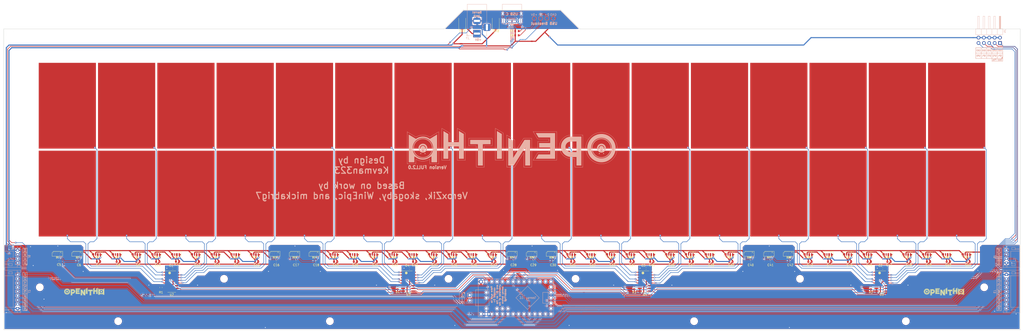
<source format=kicad_pcb>
(kicad_pcb (version 20171130) (host pcbnew "(5.1.7)-1")
  (layers (0 F.Cu signal) (31 B.Cu signal) (34 B.Paste user) (35 F.Paste user) (36 B.SilkS user) (37 F.SilkS user) (38 B.Mask user) (39 F.Mask user) (44 Edge.Cuts user))
  (net 0 "")
  (net 1 GND)
  (net 2 +5V)
  (net 3 /MUX_0)
  (net 4 /MUX_1)
  (net 5 /MUX_2)
  (net 6 /KEY_7)
  (net 7 /KEY_6)
  (net 8 /KEY_5)
  (net 9 /KEY_4)
  (net 10 /KEY_3)
  (net 11 /KEY_2)
  (net 12 /KEY_1)
  (net 13 /KEY_0)
  (net 14 /KEY_8)
  (net 15 /KEY_9)
  (net 16 /KEY_10)
  (net 17 /KEY_11)
  (net 18 /KEY_12)
  (net 19 /KEY_13)
  (net 20 /KEY_14)
  (net 21 /KEY_15)
  (net 22 /RGB_DO)
  (net 23 +3V3)
  (net 24 /TOUCH_1)
  (net 25 /TOUCH_0)
  (net 26 /RGB_DO_BUF)
  (net 27 /TOUCH_2)
  (net 28 /TOUCH_3)
  (net 29 /KEY_23)
  (net 30 /KEY_22)
  (net 31 /KEY_21)
  (net 32 /KEY_20)
  (net 33 /KEY_19)
  (net 34 /KEY_18)
  (net 35 /KEY_17)
  (net 36 /KEY_16)
  (net 37 /KEY_31)
  (net 38 /KEY_30)
  (net 39 /KEY_29)
  (net 40 /KEY_28)
  (net 41 /KEY_27)
  (net 42 /KEY_26)
  (net 43 /KEY_25)
  (net 44 /KEY_24)
  (net 45 /SPARE_3)
  (net 46 /SPARE_2)
  (net 47 /SPARE_1)
  (net 48 /SPARE_0)
  (net 49 /SPARE_4)
  (net 50 "Net-(R1-Pad1)")
  (net 51 "Net-(R2-Pad1)")
  (net 52 "Net-(R3-Pad1)")
  (net 53 "Net-(R4-Pad1)")
  (net 54 "Net-(U1-Pad18)")
  (net 55 "Net-(U1-Pad17)")
  (net 56 "Net-(U1-Pad16)")
  (net 57 "Net-(U1-Pad35)")
  (net 58 "Net-(U1-Pad34)")
  (net 59 /AIR_LED_4)
  (net 60 /AIR_LED_2)
  (net 61 /AIR_LED_0)
  (net 62 /AIR_SENSOR_1)
  (net 63 /AIR_SENSOR_3)
  (net 64 /AIR_SENSOR_5)
  (net 65 /AIR_SENSOR_4)
  (net 66 /AIR_SENSOR_2)
  (net 67 /AIR_SENSOR_0)
  (net 68 /AIR_LED_1)
  (net 69 /AIR_LED_3)
  (net 70 /AIR_LED_5)
  (net 71 "Net-(J1-PadS1)")
  (net 72 "Net-(J1-PadB5)")
  (net 73 "Net-(J1-PadB8)")
  (net 74 "Net-(J1-PadA8)")
  (net 75 "Net-(J1-PadA5)")
  (net 76 "Net-(J5-Pad3)")
  (net 77 "Net-(J6-Pad3)")
  (net 78 /USB_D+)
  (net 79 /USB_D-)
  (net 80 /BARREL_DETECT)
  (net 81 "Net-(D48-Pad2)")
  (net 82 "Net-(D49-Pad2)")
  (net 83 /KEY_LED/DO)
  (net 84 "Net-(D1-Pad3)")
  (net 85 "Net-(D2-Pad3)")
  (net 86 "Net-(D3-Pad3)")
  (net 87 "Net-(D4-Pad3)")
  (net 88 "Net-(D5-Pad3)")
  (net 89 "Net-(D6-Pad3)")
  (net 90 "Net-(D7-Pad3)")
  (net 91 "Net-(D8-Pad3)")
  (net 92 "Net-(D10-Pad1)")
  (net 93 "Net-(D10-Pad3)")
  (net 94 "Net-(D11-Pad3)")
  (net 95 "Net-(D12-Pad3)")
  (net 96 "Net-(D13-Pad3)")
  (net 97 "Net-(D14-Pad3)")
  (net 98 "Net-(D15-Pad3)")
  (net 99 "Net-(D16-Pad3)")
  (net 100 "Net-(D17-Pad3)")
  (net 101 "Net-(D18-Pad3)")
  (net 102 "Net-(D19-Pad3)")
  (net 103 "Net-(D20-Pad3)")
  (net 104 "Net-(D21-Pad3)")
  (net 105 "Net-(D22-Pad3)")
  (net 106 "Net-(D23-Pad3)")
  (net 107 "Net-(D24-Pad3)")
  (net 108 "Net-(D25-Pad3)")
  (net 109 "Net-(D26-Pad3)")
  (net 110 "Net-(D27-Pad3)")
  (net 111 "Net-(D28-Pad3)")
  (net 112 "Net-(D29-Pad3)")
  (net 113 "Net-(D30-Pad3)")
  (net 114 "Net-(D31-Pad3)")
  (net 115 "Net-(D32-Pad3)")
  (net 116 "Net-(D33-Pad3)")
  (net 117 "Net-(D34-Pad3)")
  (net 118 "Net-(D35-Pad3)")
  (net 119 "Net-(D36-Pad3)")
  (net 120 "Net-(D37-Pad3)")
  (net 121 "Net-(D38-Pad3)")
  (net 122 "Net-(D39-Pad3)")
  (net 123 "Net-(D40-Pad3)")
  (net 124 "Net-(D41-Pad3)")
  (net 125 "Net-(D42-Pad3)")
  (net 126 "Net-(D43-Pad3)")
  (net 127 "Net-(D44-Pad3)")
  (net 128 "Net-(D45-Pad3)")
  (net 129 "Net-(D46-Pad3)")
  (module LED_SMD:LED_SK6812_SIDE-A_4020_4.0mmX2.0mm (layer F.Cu) (at 362.666667 120 180)
    (fp_text reference D47 (at 0 -1.9) (layer F.SilkS) (effects (font (size 0.7 0.7) (thickness 0.175))))
    (fp_text value SK6812_SIDE-A)
    (fp_text user 1 (at -1.51 0.49) (layer F.SilkS) (effects (font (size 0.4 0.4) (thickness 0.1))))
    (pad 4 smd custom (at 1.625 -0.5 180) (size 0.55 1.2) (layers F.Cu F.Paste F.Mask) (net 1 GND) (options (clearance outline) (anchor rect)) (primitives (gr_poly (pts (xy 0.725 0.2) (xy 0.275 0.2) (xy 0.275 -0.35) (xy 0.725 -0.35)) (width 0))))
    (pad 1 smd custom (at -1.525 -0.5 180) (size 0.55 1.2) (layers F.Cu F.Paste F.Mask) (net 128 "Net-(D45-Pad3)") (options (clearance outline) (anchor rect)) (primitives (gr_poly (pts (xy -0.275 0.2) (xy -0.725 0.2) (xy -0.725 -0.35) (xy -0.275 -0.35)) (width 0))))
    (pad 3 smd rect (at 0.625 -0.5 180) (size 0.45 1.2) (layers F.Cu F.Paste F.Mask) (net 83 /KEY_LED/DO))
    (pad 2 smd rect (at -0.4 -0.5 180) (size 0.7 1.2) (layers F.Cu F.Paste F.Mask) (net 2 +5V))
  )
  (module LED_SMD:LED_SK6812_SIDE-A_4020_4.0mmX2.0mm (layer F.Cu) (at 353.333318 120 180)
    (fp_text reference D46 (at 0 -1.9) (layer F.SilkS) (effects (font (size 0.7 0.7) (thickness 0.175))))
    (fp_text value SK6812_SIDE-A)
    (fp_text user 1 (at -1.51 0.49) (layer F.SilkS) (effects (font (size 0.4 0.4) (thickness 0.1))))
    (pad 4 smd custom (at 1.625 -0.5 180) (size 0.55 1.2) (layers F.Cu F.Paste F.Mask) (net 1 GND) (options (clearance outline) (anchor rect)) (primitives (gr_poly (pts (xy 0.725 0.2) (xy 0.275 0.2) (xy 0.275 -0.35) (xy 0.725 -0.35)) (width 0))))
    (pad 1 smd custom (at -1.525 -0.5 180) (size 0.55 1.2) (layers F.Cu F.Paste F.Mask) (net 128 "Net-(D45-Pad3)") (options (clearance outline) (anchor rect)) (primitives (gr_poly (pts (xy -0.275 0.2) (xy -0.725 0.2) (xy -0.725 -0.35) (xy -0.275 -0.35)) (width 0))))
    (pad 3 smd rect (at 0.625 -0.5 180) (size 0.45 1.2) (layers F.Cu F.Paste F.Mask) (net 129 "Net-(D46-Pad3)"))
    (pad 2 smd rect (at -0.4 -0.5 180) (size 0.7 1.2) (layers F.Cu F.Paste F.Mask) (net 2 +5V))
  )
  (module LED_SMD:LED_SK6812_SIDE-A_4020_4.0mmX2.0mm (layer F.Cu) (at 343.999985 120 180)
    (fp_text reference D45 (at 0 -1.9) (layer F.SilkS) (effects (font (size 0.7 0.7) (thickness 0.175))))
    (fp_text value SK6812_SIDE-A)
    (fp_text user 1 (at -1.51 0.49) (layer F.SilkS) (effects (font (size 0.4 0.4) (thickness 0.1))))
    (pad 4 smd custom (at 1.625 -0.5 180) (size 0.55 1.2) (layers F.Cu F.Paste F.Mask) (net 1 GND) (options (clearance outline) (anchor rect)) (primitives (gr_poly (pts (xy 0.725 0.2) (xy 0.275 0.2) (xy 0.275 -0.35) (xy 0.725 -0.35)) (width 0))))
    (pad 1 smd custom (at -1.525 -0.5 180) (size 0.55 1.2) (layers F.Cu F.Paste F.Mask) (net 127 "Net-(D44-Pad3)") (options (clearance outline) (anchor rect)) (primitives (gr_poly (pts (xy -0.275 0.2) (xy -0.725 0.2) (xy -0.725 -0.35) (xy -0.275 -0.35)) (width 0))))
    (pad 3 smd rect (at 0.625 -0.5 180) (size 0.45 1.2) (layers F.Cu F.Paste F.Mask) (net 128 "Net-(D45-Pad3)"))
    (pad 2 smd rect (at -0.4 -0.5 180) (size 0.7 1.2) (layers F.Cu F.Paste F.Mask) (net 2 +5V))
  )
  (module LED_SMD:LED_SK6812_SIDE-A_4020_4.0mmX2.0mm (layer F.Cu) (at 334.666652 120 180)
    (fp_text reference D44 (at 0 -1.9) (layer F.SilkS) (effects (font (size 0.7 0.7) (thickness 0.175))))
    (fp_text value SK6812_SIDE-A)
    (fp_text user 1 (at -1.51 0.49) (layer F.SilkS) (effects (font (size 0.4 0.4) (thickness 0.1))))
    (pad 4 smd custom (at 1.625 -0.5 180) (size 0.55 1.2) (layers F.Cu F.Paste F.Mask) (net 1 GND) (options (clearance outline) (anchor rect)) (primitives (gr_poly (pts (xy 0.725 0.2) (xy 0.275 0.2) (xy 0.275 -0.35) (xy 0.725 -0.35)) (width 0))))
    (pad 1 smd custom (at -1.525 -0.5 180) (size 0.55 1.2) (layers F.Cu F.Paste F.Mask) (net 125 "Net-(D42-Pad3)") (options (clearance outline) (anchor rect)) (primitives (gr_poly (pts (xy -0.275 0.2) (xy -0.725 0.2) (xy -0.725 -0.35) (xy -0.275 -0.35)) (width 0))))
    (pad 3 smd rect (at 0.625 -0.5 180) (size 0.45 1.2) (layers F.Cu F.Paste F.Mask) (net 127 "Net-(D44-Pad3)"))
    (pad 2 smd rect (at -0.4 -0.5 180) (size 0.7 1.2) (layers F.Cu F.Paste F.Mask) (net 2 +5V))
  )
  (module LED_SMD:LED_SK6812_SIDE-A_4020_4.0mmX2.0mm (layer F.Cu) (at 325.333319 120 180)
    (fp_text reference D43 (at 0 -1.9) (layer F.SilkS) (effects (font (size 0.7 0.7) (thickness 0.175))))
    (fp_text value SK6812_SIDE-A)
    (fp_text user 1 (at -1.51 0.49) (layer F.SilkS) (effects (font (size 0.4 0.4) (thickness 0.1))))
    (pad 4 smd custom (at 1.625 -0.5 180) (size 0.55 1.2) (layers F.Cu F.Paste F.Mask) (net 1 GND) (options (clearance outline) (anchor rect)) (primitives (gr_poly (pts (xy 0.725 0.2) (xy 0.275 0.2) (xy 0.275 -0.35) (xy 0.725 -0.35)) (width 0))))
    (pad 1 smd custom (at -1.525 -0.5 180) (size 0.55 1.2) (layers F.Cu F.Paste F.Mask) (net 125 "Net-(D42-Pad3)") (options (clearance outline) (anchor rect)) (primitives (gr_poly (pts (xy -0.275 0.2) (xy -0.725 0.2) (xy -0.725 -0.35) (xy -0.275 -0.35)) (width 0))))
    (pad 3 smd rect (at 0.625 -0.5 180) (size 0.45 1.2) (layers F.Cu F.Paste F.Mask) (net 126 "Net-(D43-Pad3)"))
    (pad 2 smd rect (at -0.4 -0.5 180) (size 0.7 1.2) (layers F.Cu F.Paste F.Mask) (net 2 +5V))
  )
  (module LED_SMD:LED_SK6812_SIDE-A_4020_4.0mmX2.0mm (layer F.Cu) (at 315.999986 120 180)
    (fp_text reference D42 (at 0 -1.9) (layer F.SilkS) (effects (font (size 0.7 0.7) (thickness 0.175))))
    (fp_text value SK6812_SIDE-A)
    (fp_text user 1 (at -1.51 0.49) (layer F.SilkS) (effects (font (size 0.4 0.4) (thickness 0.1))))
    (pad 4 smd custom (at 1.625 -0.5 180) (size 0.55 1.2) (layers F.Cu F.Paste F.Mask) (net 1 GND) (options (clearance outline) (anchor rect)) (primitives (gr_poly (pts (xy 0.725 0.2) (xy 0.275 0.2) (xy 0.275 -0.35) (xy 0.725 -0.35)) (width 0))))
    (pad 1 smd custom (at -1.525 -0.5 180) (size 0.55 1.2) (layers F.Cu F.Paste F.Mask) (net 124 "Net-(D41-Pad3)") (options (clearance outline) (anchor rect)) (primitives (gr_poly (pts (xy -0.275 0.2) (xy -0.725 0.2) (xy -0.725 -0.35) (xy -0.275 -0.35)) (width 0))))
    (pad 3 smd rect (at 0.625 -0.5 180) (size 0.45 1.2) (layers F.Cu F.Paste F.Mask) (net 125 "Net-(D42-Pad3)"))
    (pad 2 smd rect (at -0.4 -0.5 180) (size 0.7 1.2) (layers F.Cu F.Paste F.Mask) (net 2 +5V))
  )
  (module LED_SMD:LED_SK6812_SIDE-A_4020_4.0mmX2.0mm (layer F.Cu) (at 306.666653 120 180)
    (fp_text reference D41 (at 0 -1.9) (layer F.SilkS) (effects (font (size 0.7 0.7) (thickness 0.175))))
    (fp_text value SK6812_SIDE-A)
    (fp_text user 1 (at -1.51 0.49) (layer F.SilkS) (effects (font (size 0.4 0.4) (thickness 0.1))))
    (pad 4 smd custom (at 1.625 -0.5 180) (size 0.55 1.2) (layers F.Cu F.Paste F.Mask) (net 1 GND) (options (clearance outline) (anchor rect)) (primitives (gr_poly (pts (xy 0.725 0.2) (xy 0.275 0.2) (xy 0.275 -0.35) (xy 0.725 -0.35)) (width 0))))
    (pad 1 smd custom (at -1.525 -0.5 180) (size 0.55 1.2) (layers F.Cu F.Paste F.Mask) (net 122 "Net-(D39-Pad3)") (options (clearance outline) (anchor rect)) (primitives (gr_poly (pts (xy -0.275 0.2) (xy -0.725 0.2) (xy -0.725 -0.35) (xy -0.275 -0.35)) (width 0))))
    (pad 3 smd rect (at 0.625 -0.5 180) (size 0.45 1.2) (layers F.Cu F.Paste F.Mask) (net 124 "Net-(D41-Pad3)"))
    (pad 2 smd rect (at -0.4 -0.5 180) (size 0.7 1.2) (layers F.Cu F.Paste F.Mask) (net 2 +5V))
  )
  (module LED_SMD:LED_SK6812_SIDE-A_4020_4.0mmX2.0mm (layer F.Cu) (at 297.33332 120 180)
    (fp_text reference D40 (at 0 -1.9) (layer F.SilkS) (effects (font (size 0.7 0.7) (thickness 0.175))))
    (fp_text value SK6812_SIDE-A)
    (fp_text user 1 (at -1.51 0.49) (layer F.SilkS) (effects (font (size 0.4 0.4) (thickness 0.1))))
    (pad 4 smd custom (at 1.625 -0.5 180) (size 0.55 1.2) (layers F.Cu F.Paste F.Mask) (net 1 GND) (options (clearance outline) (anchor rect)) (primitives (gr_poly (pts (xy 0.725 0.2) (xy 0.275 0.2) (xy 0.275 -0.35) (xy 0.725 -0.35)) (width 0))))
    (pad 1 smd custom (at -1.525 -0.5 180) (size 0.55 1.2) (layers F.Cu F.Paste F.Mask) (net 122 "Net-(D39-Pad3)") (options (clearance outline) (anchor rect)) (primitives (gr_poly (pts (xy -0.275 0.2) (xy -0.725 0.2) (xy -0.725 -0.35) (xy -0.275 -0.35)) (width 0))))
    (pad 3 smd rect (at 0.625 -0.5 180) (size 0.45 1.2) (layers F.Cu F.Paste F.Mask) (net 123 "Net-(D40-Pad3)"))
    (pad 2 smd rect (at -0.4 -0.5 180) (size 0.7 1.2) (layers F.Cu F.Paste F.Mask) (net 2 +5V))
  )
  (module LED_SMD:LED_SK6812_SIDE-A_4020_4.0mmX2.0mm (layer F.Cu) (at 287.999987 120 180)
    (fp_text reference D39 (at 0 -1.9) (layer F.SilkS) (effects (font (size 0.7 0.7) (thickness 0.175))))
    (fp_text value SK6812_SIDE-A)
    (fp_text user 1 (at -1.51 0.49) (layer F.SilkS) (effects (font (size 0.4 0.4) (thickness 0.1))))
    (pad 4 smd custom (at 1.625 -0.5 180) (size 0.55 1.2) (layers F.Cu F.Paste F.Mask) (net 1 GND) (options (clearance outline) (anchor rect)) (primitives (gr_poly (pts (xy 0.725 0.2) (xy 0.275 0.2) (xy 0.275 -0.35) (xy 0.725 -0.35)) (width 0))))
    (pad 1 smd custom (at -1.525 -0.5 180) (size 0.55 1.2) (layers F.Cu F.Paste F.Mask) (net 121 "Net-(D38-Pad3)") (options (clearance outline) (anchor rect)) (primitives (gr_poly (pts (xy -0.275 0.2) (xy -0.725 0.2) (xy -0.725 -0.35) (xy -0.275 -0.35)) (width 0))))
    (pad 3 smd rect (at 0.625 -0.5 180) (size 0.45 1.2) (layers F.Cu F.Paste F.Mask) (net 122 "Net-(D39-Pad3)"))
    (pad 2 smd rect (at -0.4 -0.5 180) (size 0.7 1.2) (layers F.Cu F.Paste F.Mask) (net 2 +5V))
  )
  (module LED_SMD:LED_SK6812_SIDE-A_4020_4.0mmX2.0mm (layer F.Cu) (at 278.666654 120 180)
    (fp_text reference D38 (at 0 -1.9) (layer F.SilkS) (effects (font (size 0.7 0.7) (thickness 0.175))))
    (fp_text value SK6812_SIDE-A)
    (fp_text user 1 (at -1.51 0.49) (layer F.SilkS) (effects (font (size 0.4 0.4) (thickness 0.1))))
    (pad 4 smd custom (at 1.625 -0.5 180) (size 0.55 1.2) (layers F.Cu F.Paste F.Mask) (net 1 GND) (options (clearance outline) (anchor rect)) (primitives (gr_poly (pts (xy 0.725 0.2) (xy 0.275 0.2) (xy 0.275 -0.35) (xy 0.725 -0.35)) (width 0))))
    (pad 1 smd custom (at -1.525 -0.5 180) (size 0.55 1.2) (layers F.Cu F.Paste F.Mask) (net 119 "Net-(D36-Pad3)") (options (clearance outline) (anchor rect)) (primitives (gr_poly (pts (xy -0.275 0.2) (xy -0.725 0.2) (xy -0.725 -0.35) (xy -0.275 -0.35)) (width 0))))
    (pad 3 smd rect (at 0.625 -0.5 180) (size 0.45 1.2) (layers F.Cu F.Paste F.Mask) (net 121 "Net-(D38-Pad3)"))
    (pad 2 smd rect (at -0.4 -0.5 180) (size 0.7 1.2) (layers F.Cu F.Paste F.Mask) (net 2 +5V))
  )
  (module LED_SMD:LED_SK6812_SIDE-A_4020_4.0mmX2.0mm (layer F.Cu) (at 269.333321 120 180)
    (fp_text reference D37 (at 0 -1.9) (layer F.SilkS) (effects (font (size 0.7 0.7) (thickness 0.175))))
    (fp_text value SK6812_SIDE-A)
    (fp_text user 1 (at -1.51 0.49) (layer F.SilkS) (effects (font (size 0.4 0.4) (thickness 0.1))))
    (pad 4 smd custom (at 1.625 -0.5 180) (size 0.55 1.2) (layers F.Cu F.Paste F.Mask) (net 1 GND) (options (clearance outline) (anchor rect)) (primitives (gr_poly (pts (xy 0.725 0.2) (xy 0.275 0.2) (xy 0.275 -0.35) (xy 0.725 -0.35)) (width 0))))
    (pad 1 smd custom (at -1.525 -0.5 180) (size 0.55 1.2) (layers F.Cu F.Paste F.Mask) (net 119 "Net-(D36-Pad3)") (options (clearance outline) (anchor rect)) (primitives (gr_poly (pts (xy -0.275 0.2) (xy -0.725 0.2) (xy -0.725 -0.35) (xy -0.275 -0.35)) (width 0))))
    (pad 3 smd rect (at 0.625 -0.5 180) (size 0.45 1.2) (layers F.Cu F.Paste F.Mask) (net 120 "Net-(D37-Pad3)"))
    (pad 2 smd rect (at -0.4 -0.5 180) (size 0.7 1.2) (layers F.Cu F.Paste F.Mask) (net 2 +5V))
  )
  (module LED_SMD:LED_SK6812_SIDE-A_4020_4.0mmX2.0mm (layer F.Cu) (at 259.999988 120 180)
    (fp_text reference D36 (at 0 -1.9) (layer F.SilkS) (effects (font (size 0.7 0.7) (thickness 0.175))))
    (fp_text value SK6812_SIDE-A)
    (fp_text user 1 (at -1.51 0.49) (layer F.SilkS) (effects (font (size 0.4 0.4) (thickness 0.1))))
    (pad 4 smd custom (at 1.625 -0.5 180) (size 0.55 1.2) (layers F.Cu F.Paste F.Mask) (net 1 GND) (options (clearance outline) (anchor rect)) (primitives (gr_poly (pts (xy 0.725 0.2) (xy 0.275 0.2) (xy 0.275 -0.35) (xy 0.725 -0.35)) (width 0))))
    (pad 1 smd custom (at -1.525 -0.5 180) (size 0.55 1.2) (layers F.Cu F.Paste F.Mask) (net 118 "Net-(D35-Pad3)") (options (clearance outline) (anchor rect)) (primitives (gr_poly (pts (xy -0.275 0.2) (xy -0.725 0.2) (xy -0.725 -0.35) (xy -0.275 -0.35)) (width 0))))
    (pad 3 smd rect (at 0.625 -0.5 180) (size 0.45 1.2) (layers F.Cu F.Paste F.Mask) (net 119 "Net-(D36-Pad3)"))
    (pad 2 smd rect (at -0.4 -0.5 180) (size 0.7 1.2) (layers F.Cu F.Paste F.Mask) (net 2 +5V))
  )
  (module LED_SMD:LED_SK6812_SIDE-A_4020_4.0mmX2.0mm (layer F.Cu) (at 250.666655 120 180)
    (fp_text reference D35 (at 0 -1.9) (layer F.SilkS) (effects (font (size 0.7 0.7) (thickness 0.175))))
    (fp_text value SK6812_SIDE-A)
    (fp_text user 1 (at -1.51 0.49) (layer F.SilkS) (effects (font (size 0.4 0.4) (thickness 0.1))))
    (pad 4 smd custom (at 1.625 -0.5 180) (size 0.55 1.2) (layers F.Cu F.Paste F.Mask) (net 1 GND) (options (clearance outline) (anchor rect)) (primitives (gr_poly (pts (xy 0.725 0.2) (xy 0.275 0.2) (xy 0.275 -0.35) (xy 0.725 -0.35)) (width 0))))
    (pad 1 smd custom (at -1.525 -0.5 180) (size 0.55 1.2) (layers F.Cu F.Paste F.Mask) (net 116 "Net-(D33-Pad3)") (options (clearance outline) (anchor rect)) (primitives (gr_poly (pts (xy -0.275 0.2) (xy -0.725 0.2) (xy -0.725 -0.35) (xy -0.275 -0.35)) (width 0))))
    (pad 3 smd rect (at 0.625 -0.5 180) (size 0.45 1.2) (layers F.Cu F.Paste F.Mask) (net 118 "Net-(D35-Pad3)"))
    (pad 2 smd rect (at -0.4 -0.5 180) (size 0.7 1.2) (layers F.Cu F.Paste F.Mask) (net 2 +5V))
  )
  (module LED_SMD:LED_SK6812_SIDE-A_4020_4.0mmX2.0mm (layer F.Cu) (at 241.333322 120 180)
    (fp_text reference D34 (at 0 -1.9) (layer F.SilkS) (effects (font (size 0.7 0.7) (thickness 0.175))))
    (fp_text value SK6812_SIDE-A)
    (fp_text user 1 (at -1.51 0.49) (layer F.SilkS) (effects (font (size 0.4 0.4) (thickness 0.1))))
    (pad 4 smd custom (at 1.625 -0.5 180) (size 0.55 1.2) (layers F.Cu F.Paste F.Mask) (net 1 GND) (options (clearance outline) (anchor rect)) (primitives (gr_poly (pts (xy 0.725 0.2) (xy 0.275 0.2) (xy 0.275 -0.35) (xy 0.725 -0.35)) (width 0))))
    (pad 1 smd custom (at -1.525 -0.5 180) (size 0.55 1.2) (layers F.Cu F.Paste F.Mask) (net 116 "Net-(D33-Pad3)") (options (clearance outline) (anchor rect)) (primitives (gr_poly (pts (xy -0.275 0.2) (xy -0.725 0.2) (xy -0.725 -0.35) (xy -0.275 -0.35)) (width 0))))
    (pad 3 smd rect (at 0.625 -0.5 180) (size 0.45 1.2) (layers F.Cu F.Paste F.Mask) (net 117 "Net-(D34-Pad3)"))
    (pad 2 smd rect (at -0.4 -0.5 180) (size 0.7 1.2) (layers F.Cu F.Paste F.Mask) (net 2 +5V))
  )
  (module LED_SMD:LED_SK6812_SIDE-A_4020_4.0mmX2.0mm (layer F.Cu) (at 231.999989 120 180)
    (fp_text reference D33 (at 0 -1.9) (layer F.SilkS) (effects (font (size 0.7 0.7) (thickness 0.175))))
    (fp_text value SK6812_SIDE-A)
    (fp_text user 1 (at -1.51 0.49) (layer F.SilkS) (effects (font (size 0.4 0.4) (thickness 0.1))))
    (pad 4 smd custom (at 1.625 -0.5 180) (size 0.55 1.2) (layers F.Cu F.Paste F.Mask) (net 1 GND) (options (clearance outline) (anchor rect)) (primitives (gr_poly (pts (xy 0.725 0.2) (xy 0.275 0.2) (xy 0.275 -0.35) (xy 0.725 -0.35)) (width 0))))
    (pad 1 smd custom (at -1.525 -0.5 180) (size 0.55 1.2) (layers F.Cu F.Paste F.Mask) (net 115 "Net-(D32-Pad3)") (options (clearance outline) (anchor rect)) (primitives (gr_poly (pts (xy -0.275 0.2) (xy -0.725 0.2) (xy -0.725 -0.35) (xy -0.275 -0.35)) (width 0))))
    (pad 3 smd rect (at 0.625 -0.5 180) (size 0.45 1.2) (layers F.Cu F.Paste F.Mask) (net 116 "Net-(D33-Pad3)"))
    (pad 2 smd rect (at -0.4 -0.5 180) (size 0.7 1.2) (layers F.Cu F.Paste F.Mask) (net 2 +5V))
  )
  (module LED_SMD:LED_SK6812_SIDE-A_4020_4.0mmX2.0mm (layer F.Cu) (at 222.666656 120 180)
    (fp_text reference D32 (at 0 -1.9) (layer F.SilkS) (effects (font (size 0.7 0.7) (thickness 0.175))))
    (fp_text value SK6812_SIDE-A)
    (fp_text user 1 (at -1.51 0.49) (layer F.SilkS) (effects (font (size 0.4 0.4) (thickness 0.1))))
    (pad 4 smd custom (at 1.625 -0.5 180) (size 0.55 1.2) (layers F.Cu F.Paste F.Mask) (net 1 GND) (options (clearance outline) (anchor rect)) (primitives (gr_poly (pts (xy 0.725 0.2) (xy 0.275 0.2) (xy 0.275 -0.35) (xy 0.725 -0.35)) (width 0))))
    (pad 1 smd custom (at -1.525 -0.5 180) (size 0.55 1.2) (layers F.Cu F.Paste F.Mask) (net 113 "Net-(D30-Pad3)") (options (clearance outline) (anchor rect)) (primitives (gr_poly (pts (xy -0.275 0.2) (xy -0.725 0.2) (xy -0.725 -0.35) (xy -0.275 -0.35)) (width 0))))
    (pad 3 smd rect (at 0.625 -0.5 180) (size 0.45 1.2) (layers F.Cu F.Paste F.Mask) (net 115 "Net-(D32-Pad3)"))
    (pad 2 smd rect (at -0.4 -0.5 180) (size 0.7 1.2) (layers F.Cu F.Paste F.Mask) (net 2 +5V))
  )
  (module LED_SMD:LED_SK6812_SIDE-A_4020_4.0mmX2.0mm (layer F.Cu) (at 213.333323 120 180)
    (fp_text reference D31 (at 0 -1.9) (layer F.SilkS) (effects (font (size 0.7 0.7) (thickness 0.175))))
    (fp_text value SK6812_SIDE-A)
    (fp_text user 1 (at -1.51 0.49) (layer F.SilkS) (effects (font (size 0.4 0.4) (thickness 0.1))))
    (pad 4 smd custom (at 1.625 -0.5 180) (size 0.55 1.2) (layers F.Cu F.Paste F.Mask) (net 1 GND) (options (clearance outline) (anchor rect)) (primitives (gr_poly (pts (xy 0.725 0.2) (xy 0.275 0.2) (xy 0.275 -0.35) (xy 0.725 -0.35)) (width 0))))
    (pad 1 smd custom (at -1.525 -0.5 180) (size 0.55 1.2) (layers F.Cu F.Paste F.Mask) (net 113 "Net-(D30-Pad3)") (options (clearance outline) (anchor rect)) (primitives (gr_poly (pts (xy -0.275 0.2) (xy -0.725 0.2) (xy -0.725 -0.35) (xy -0.275 -0.35)) (width 0))))
    (pad 3 smd rect (at 0.625 -0.5 180) (size 0.45 1.2) (layers F.Cu F.Paste F.Mask) (net 114 "Net-(D31-Pad3)"))
    (pad 2 smd rect (at -0.4 -0.5 180) (size 0.7 1.2) (layers F.Cu F.Paste F.Mask) (net 2 +5V))
  )
  (module LED_SMD:LED_SK6812_SIDE-A_4020_4.0mmX2.0mm (layer F.Cu) (at 203.99999 120 180)
    (fp_text reference D30 (at 0 -1.9) (layer F.SilkS) (effects (font (size 0.7 0.7) (thickness 0.175))))
    (fp_text value SK6812_SIDE-A)
    (fp_text user 1 (at -1.51 0.49) (layer F.SilkS) (effects (font (size 0.4 0.4) (thickness 0.1))))
    (pad 4 smd custom (at 1.625 -0.5 180) (size 0.55 1.2) (layers F.Cu F.Paste F.Mask) (net 1 GND) (options (clearance outline) (anchor rect)) (primitives (gr_poly (pts (xy 0.725 0.2) (xy 0.275 0.2) (xy 0.275 -0.35) (xy 0.725 -0.35)) (width 0))))
    (pad 1 smd custom (at -1.525 -0.5 180) (size 0.55 1.2) (layers F.Cu F.Paste F.Mask) (net 112 "Net-(D29-Pad3)") (options (clearance outline) (anchor rect)) (primitives (gr_poly (pts (xy -0.275 0.2) (xy -0.725 0.2) (xy -0.725 -0.35) (xy -0.275 -0.35)) (width 0))))
    (pad 3 smd rect (at 0.625 -0.5 180) (size 0.45 1.2) (layers F.Cu F.Paste F.Mask) (net 113 "Net-(D30-Pad3)"))
    (pad 2 smd rect (at -0.4 -0.5 180) (size 0.7 1.2) (layers F.Cu F.Paste F.Mask) (net 2 +5V))
  )
  (module LED_SMD:LED_SK6812_SIDE-A_4020_4.0mmX2.0mm (layer F.Cu) (at 194.666657 120 180)
    (fp_text reference D29 (at 0 -1.9) (layer F.SilkS) (effects (font (size 0.7 0.7) (thickness 0.175))))
    (fp_text value SK6812_SIDE-A)
    (fp_text user 1 (at -1.51 0.49) (layer F.SilkS) (effects (font (size 0.4 0.4) (thickness 0.1))))
    (pad 4 smd custom (at 1.625 -0.5 180) (size 0.55 1.2) (layers F.Cu F.Paste F.Mask) (net 1 GND) (options (clearance outline) (anchor rect)) (primitives (gr_poly (pts (xy 0.725 0.2) (xy 0.275 0.2) (xy 0.275 -0.35) (xy 0.725 -0.35)) (width 0))))
    (pad 1 smd custom (at -1.525 -0.5 180) (size 0.55 1.2) (layers F.Cu F.Paste F.Mask) (net 110 "Net-(D27-Pad3)") (options (clearance outline) (anchor rect)) (primitives (gr_poly (pts (xy -0.275 0.2) (xy -0.725 0.2) (xy -0.725 -0.35) (xy -0.275 -0.35)) (width 0))))
    (pad 3 smd rect (at 0.625 -0.5 180) (size 0.45 1.2) (layers F.Cu F.Paste F.Mask) (net 112 "Net-(D29-Pad3)"))
    (pad 2 smd rect (at -0.4 -0.5 180) (size 0.7 1.2) (layers F.Cu F.Paste F.Mask) (net 2 +5V))
  )
  (module LED_SMD:LED_SK6812_SIDE-A_4020_4.0mmX2.0mm (layer F.Cu) (at 185.333324 120 180)
    (fp_text reference D28 (at 0 -1.9) (layer F.SilkS) (effects (font (size 0.7 0.7) (thickness 0.175))))
    (fp_text value SK6812_SIDE-A)
    (fp_text user 1 (at -1.51 0.49) (layer F.SilkS) (effects (font (size 0.4 0.4) (thickness 0.1))))
    (pad 4 smd custom (at 1.625 -0.5 180) (size 0.55 1.2) (layers F.Cu F.Paste F.Mask) (net 1 GND) (options (clearance outline) (anchor rect)) (primitives (gr_poly (pts (xy 0.725 0.2) (xy 0.275 0.2) (xy 0.275 -0.35) (xy 0.725 -0.35)) (width 0))))
    (pad 1 smd custom (at -1.525 -0.5 180) (size 0.55 1.2) (layers F.Cu F.Paste F.Mask) (net 110 "Net-(D27-Pad3)") (options (clearance outline) (anchor rect)) (primitives (gr_poly (pts (xy -0.275 0.2) (xy -0.725 0.2) (xy -0.725 -0.35) (xy -0.275 -0.35)) (width 0))))
    (pad 3 smd rect (at 0.625 -0.5 180) (size 0.45 1.2) (layers F.Cu F.Paste F.Mask) (net 111 "Net-(D28-Pad3)"))
    (pad 2 smd rect (at -0.4 -0.5 180) (size 0.7 1.2) (layers F.Cu F.Paste F.Mask) (net 2 +5V))
  )
  (module LED_SMD:LED_SK6812_SIDE-A_4020_4.0mmX2.0mm (layer F.Cu) (at 175.999991 120 180)
    (fp_text reference D27 (at 0 -1.9) (layer F.SilkS) (effects (font (size 0.7 0.7) (thickness 0.175))))
    (fp_text value SK6812_SIDE-A)
    (fp_text user 1 (at -1.51 0.49) (layer F.SilkS) (effects (font (size 0.4 0.4) (thickness 0.1))))
    (pad 4 smd custom (at 1.625 -0.5 180) (size 0.55 1.2) (layers F.Cu F.Paste F.Mask) (net 1 GND) (options (clearance outline) (anchor rect)) (primitives (gr_poly (pts (xy 0.725 0.2) (xy 0.275 0.2) (xy 0.275 -0.35) (xy 0.725 -0.35)) (width 0))))
    (pad 1 smd custom (at -1.525 -0.5 180) (size 0.55 1.2) (layers F.Cu F.Paste F.Mask) (net 109 "Net-(D26-Pad3)") (options (clearance outline) (anchor rect)) (primitives (gr_poly (pts (xy -0.275 0.2) (xy -0.725 0.2) (xy -0.725 -0.35) (xy -0.275 -0.35)) (width 0))))
    (pad 3 smd rect (at 0.625 -0.5 180) (size 0.45 1.2) (layers F.Cu F.Paste F.Mask) (net 110 "Net-(D27-Pad3)"))
    (pad 2 smd rect (at -0.4 -0.5 180) (size 0.7 1.2) (layers F.Cu F.Paste F.Mask) (net 2 +5V))
  )
  (module LED_SMD:LED_SK6812_SIDE-A_4020_4.0mmX2.0mm (layer F.Cu) (at 166.666658 120 180)
    (fp_text reference D26 (at 0 -1.9) (layer F.SilkS) (effects (font (size 0.7 0.7) (thickness 0.175))))
    (fp_text value SK6812_SIDE-A)
    (fp_text user 1 (at -1.51 0.49) (layer F.SilkS) (effects (font (size 0.4 0.4) (thickness 0.1))))
    (pad 4 smd custom (at 1.625 -0.5 180) (size 0.55 1.2) (layers F.Cu F.Paste F.Mask) (net 1 GND) (options (clearance outline) (anchor rect)) (primitives (gr_poly (pts (xy 0.725 0.2) (xy 0.275 0.2) (xy 0.275 -0.35) (xy 0.725 -0.35)) (width 0))))
    (pad 1 smd custom (at -1.525 -0.5 180) (size 0.55 1.2) (layers F.Cu F.Paste F.Mask) (net 107 "Net-(D24-Pad3)") (options (clearance outline) (anchor rect)) (primitives (gr_poly (pts (xy -0.275 0.2) (xy -0.725 0.2) (xy -0.725 -0.35) (xy -0.275 -0.35)) (width 0))))
    (pad 3 smd rect (at 0.625 -0.5 180) (size 0.45 1.2) (layers F.Cu F.Paste F.Mask) (net 109 "Net-(D26-Pad3)"))
    (pad 2 smd rect (at -0.4 -0.5 180) (size 0.7 1.2) (layers F.Cu F.Paste F.Mask) (net 2 +5V))
  )
  (module LED_SMD:LED_SK6812_SIDE-A_4020_4.0mmX2.0mm (layer F.Cu) (at 157.333325 120 180)
    (fp_text reference D25 (at 0 -1.9) (layer F.SilkS) (effects (font (size 0.7 0.7) (thickness 0.175))))
    (fp_text value SK6812_SIDE-A)
    (fp_text user 1 (at -1.51 0.49) (layer F.SilkS) (effects (font (size 0.4 0.4) (thickness 0.1))))
    (pad 4 smd custom (at 1.625 -0.5 180) (size 0.55 1.2) (layers F.Cu F.Paste F.Mask) (net 1 GND) (options (clearance outline) (anchor rect)) (primitives (gr_poly (pts (xy 0.725 0.2) (xy 0.275 0.2) (xy 0.275 -0.35) (xy 0.725 -0.35)) (width 0))))
    (pad 1 smd custom (at -1.525 -0.5 180) (size 0.55 1.2) (layers F.Cu F.Paste F.Mask) (net 107 "Net-(D24-Pad3)") (options (clearance outline) (anchor rect)) (primitives (gr_poly (pts (xy -0.275 0.2) (xy -0.725 0.2) (xy -0.725 -0.35) (xy -0.275 -0.35)) (width 0))))
    (pad 3 smd rect (at 0.625 -0.5 180) (size 0.45 1.2) (layers F.Cu F.Paste F.Mask) (net 108 "Net-(D25-Pad3)"))
    (pad 2 smd rect (at -0.4 -0.5 180) (size 0.7 1.2) (layers F.Cu F.Paste F.Mask) (net 2 +5V))
  )
  (module LED_SMD:LED_SK6812_SIDE-A_4020_4.0mmX2.0mm (layer F.Cu) (at 147.999992 120 180)
    (fp_text reference D24 (at 0 -1.9) (layer F.SilkS) (effects (font (size 0.7 0.7) (thickness 0.175))))
    (fp_text value SK6812_SIDE-A)
    (fp_text user 1 (at -1.51 0.49) (layer F.SilkS) (effects (font (size 0.4 0.4) (thickness 0.1))))
    (pad 4 smd custom (at 1.625 -0.5 180) (size 0.55 1.2) (layers F.Cu F.Paste F.Mask) (net 1 GND) (options (clearance outline) (anchor rect)) (primitives (gr_poly (pts (xy 0.725 0.2) (xy 0.275 0.2) (xy 0.275 -0.35) (xy 0.725 -0.35)) (width 0))))
    (pad 1 smd custom (at -1.525 -0.5 180) (size 0.55 1.2) (layers F.Cu F.Paste F.Mask) (net 106 "Net-(D23-Pad3)") (options (clearance outline) (anchor rect)) (primitives (gr_poly (pts (xy -0.275 0.2) (xy -0.725 0.2) (xy -0.725 -0.35) (xy -0.275 -0.35)) (width 0))))
    (pad 3 smd rect (at 0.625 -0.5 180) (size 0.45 1.2) (layers F.Cu F.Paste F.Mask) (net 107 "Net-(D24-Pad3)"))
    (pad 2 smd rect (at -0.4 -0.5 180) (size 0.7 1.2) (layers F.Cu F.Paste F.Mask) (net 2 +5V))
  )
  (module LED_SMD:LED_SK6812_SIDE-A_4020_4.0mmX2.0mm (layer F.Cu) (at 138.666659 120 180)
    (fp_text reference D23 (at 0 -1.9) (layer F.SilkS) (effects (font (size 0.7 0.7) (thickness 0.175))))
    (fp_text value SK6812_SIDE-A)
    (fp_text user 1 (at -1.51 0.49) (layer F.SilkS) (effects (font (size 0.4 0.4) (thickness 0.1))))
    (pad 4 smd custom (at 1.625 -0.5 180) (size 0.55 1.2) (layers F.Cu F.Paste F.Mask) (net 1 GND) (options (clearance outline) (anchor rect)) (primitives (gr_poly (pts (xy 0.725 0.2) (xy 0.275 0.2) (xy 0.275 -0.35) (xy 0.725 -0.35)) (width 0))))
    (pad 1 smd custom (at -1.525 -0.5 180) (size 0.55 1.2) (layers F.Cu F.Paste F.Mask) (net 104 "Net-(D21-Pad3)") (options (clearance outline) (anchor rect)) (primitives (gr_poly (pts (xy -0.275 0.2) (xy -0.725 0.2) (xy -0.725 -0.35) (xy -0.275 -0.35)) (width 0))))
    (pad 3 smd rect (at 0.625 -0.5 180) (size 0.45 1.2) (layers F.Cu F.Paste F.Mask) (net 106 "Net-(D23-Pad3)"))
    (pad 2 smd rect (at -0.4 -0.5 180) (size 0.7 1.2) (layers F.Cu F.Paste F.Mask) (net 2 +5V))
  )
  (module LED_SMD:LED_SK6812_SIDE-A_4020_4.0mmX2.0mm (layer F.Cu) (at 129.333326 120 180)
    (fp_text reference D22 (at 0 -1.9) (layer F.SilkS) (effects (font (size 0.7 0.7) (thickness 0.175))))
    (fp_text value SK6812_SIDE-A)
    (fp_text user 1 (at -1.51 0.49) (layer F.SilkS) (effects (font (size 0.4 0.4) (thickness 0.1))))
    (pad 4 smd custom (at 1.625 -0.5 180) (size 0.55 1.2) (layers F.Cu F.Paste F.Mask) (net 1 GND) (options (clearance outline) (anchor rect)) (primitives (gr_poly (pts (xy 0.725 0.2) (xy 0.275 0.2) (xy 0.275 -0.35) (xy 0.725 -0.35)) (width 0))))
    (pad 1 smd custom (at -1.525 -0.5 180) (size 0.55 1.2) (layers F.Cu F.Paste F.Mask) (net 104 "Net-(D21-Pad3)") (options (clearance outline) (anchor rect)) (primitives (gr_poly (pts (xy -0.275 0.2) (xy -0.725 0.2) (xy -0.725 -0.35) (xy -0.275 -0.35)) (width 0))))
    (pad 3 smd rect (at 0.625 -0.5 180) (size 0.45 1.2) (layers F.Cu F.Paste F.Mask) (net 105 "Net-(D22-Pad3)"))
    (pad 2 smd rect (at -0.4 -0.5 180) (size 0.7 1.2) (layers F.Cu F.Paste F.Mask) (net 2 +5V))
  )
  (module LED_SMD:LED_SK6812_SIDE-A_4020_4.0mmX2.0mm (layer F.Cu) (at 119.999993 120 180)
    (fp_text reference D21 (at 0 -1.9) (layer F.SilkS) (effects (font (size 0.7 0.7) (thickness 0.175))))
    (fp_text value SK6812_SIDE-A)
    (fp_text user 1 (at -1.51 0.49) (layer F.SilkS) (effects (font (size 0.4 0.4) (thickness 0.1))))
    (pad 4 smd custom (at 1.625 -0.5 180) (size 0.55 1.2) (layers F.Cu F.Paste F.Mask) (net 1 GND) (options (clearance outline) (anchor rect)) (primitives (gr_poly (pts (xy 0.725 0.2) (xy 0.275 0.2) (xy 0.275 -0.35) (xy 0.725 -0.35)) (width 0))))
    (pad 1 smd custom (at -1.525 -0.5 180) (size 0.55 1.2) (layers F.Cu F.Paste F.Mask) (net 103 "Net-(D20-Pad3)") (options (clearance outline) (anchor rect)) (primitives (gr_poly (pts (xy -0.275 0.2) (xy -0.725 0.2) (xy -0.725 -0.35) (xy -0.275 -0.35)) (width 0))))
    (pad 3 smd rect (at 0.625 -0.5 180) (size 0.45 1.2) (layers F.Cu F.Paste F.Mask) (net 104 "Net-(D21-Pad3)"))
    (pad 2 smd rect (at -0.4 -0.5 180) (size 0.7 1.2) (layers F.Cu F.Paste F.Mask) (net 2 +5V))
  )
  (module LED_SMD:LED_SK6812_SIDE-A_4020_4.0mmX2.0mm (layer F.Cu) (at 110.66666 120 180)
    (fp_text reference D20 (at 0 -1.9) (layer F.SilkS) (effects (font (size 0.7 0.7) (thickness 0.175))))
    (fp_text value SK6812_SIDE-A)
    (fp_text user 1 (at -1.51 0.49) (layer F.SilkS) (effects (font (size 0.4 0.4) (thickness 0.1))))
    (pad 4 smd custom (at 1.625 -0.5 180) (size 0.55 1.2) (layers F.Cu F.Paste F.Mask) (net 1 GND) (options (clearance outline) (anchor rect)) (primitives (gr_poly (pts (xy 0.725 0.2) (xy 0.275 0.2) (xy 0.275 -0.35) (xy 0.725 -0.35)) (width 0))))
    (pad 1 smd custom (at -1.525 -0.5 180) (size 0.55 1.2) (layers F.Cu F.Paste F.Mask) (net 101 "Net-(D18-Pad3)") (options (clearance outline) (anchor rect)) (primitives (gr_poly (pts (xy -0.275 0.2) (xy -0.725 0.2) (xy -0.725 -0.35) (xy -0.275 -0.35)) (width 0))))
    (pad 3 smd rect (at 0.625 -0.5 180) (size 0.45 1.2) (layers F.Cu F.Paste F.Mask) (net 103 "Net-(D20-Pad3)"))
    (pad 2 smd rect (at -0.4 -0.5 180) (size 0.7 1.2) (layers F.Cu F.Paste F.Mask) (net 2 +5V))
  )
  (module LED_SMD:LED_SK6812_SIDE-A_4020_4.0mmX2.0mm (layer F.Cu) (at 101.333327 120 180)
    (fp_text reference D19 (at 0 -1.9) (layer F.SilkS) (effects (font (size 0.7 0.7) (thickness 0.175))))
    (fp_text value SK6812_SIDE-A)
    (fp_text user 1 (at -1.51 0.49) (layer F.SilkS) (effects (font (size 0.4 0.4) (thickness 0.1))))
    (pad 4 smd custom (at 1.625 -0.5 180) (size 0.55 1.2) (layers F.Cu F.Paste F.Mask) (net 1 GND) (options (clearance outline) (anchor rect)) (primitives (gr_poly (pts (xy 0.725 0.2) (xy 0.275 0.2) (xy 0.275 -0.35) (xy 0.725 -0.35)) (width 0))))
    (pad 1 smd custom (at -1.525 -0.5 180) (size 0.55 1.2) (layers F.Cu F.Paste F.Mask) (net 101 "Net-(D18-Pad3)") (options (clearance outline) (anchor rect)) (primitives (gr_poly (pts (xy -0.275 0.2) (xy -0.725 0.2) (xy -0.725 -0.35) (xy -0.275 -0.35)) (width 0))))
    (pad 3 smd rect (at 0.625 -0.5 180) (size 0.45 1.2) (layers F.Cu F.Paste F.Mask) (net 102 "Net-(D19-Pad3)"))
    (pad 2 smd rect (at -0.4 -0.5 180) (size 0.7 1.2) (layers F.Cu F.Paste F.Mask) (net 2 +5V))
  )
  (module LED_SMD:LED_SK6812_SIDE-A_4020_4.0mmX2.0mm (layer F.Cu) (at 91.999994 120 180)
    (fp_text reference D18 (at 0 -1.9) (layer F.SilkS) (effects (font (size 0.7 0.7) (thickness 0.175))))
    (fp_text value SK6812_SIDE-A)
    (fp_text user 1 (at -1.51 0.49) (layer F.SilkS) (effects (font (size 0.4 0.4) (thickness 0.1))))
    (pad 4 smd custom (at 1.625 -0.5 180) (size 0.55 1.2) (layers F.Cu F.Paste F.Mask) (net 1 GND) (options (clearance outline) (anchor rect)) (primitives (gr_poly (pts (xy 0.725 0.2) (xy 0.275 0.2) (xy 0.275 -0.35) (xy 0.725 -0.35)) (width 0))))
    (pad 1 smd custom (at -1.525 -0.5 180) (size 0.55 1.2) (layers F.Cu F.Paste F.Mask) (net 100 "Net-(D17-Pad3)") (options (clearance outline) (anchor rect)) (primitives (gr_poly (pts (xy -0.275 0.2) (xy -0.725 0.2) (xy -0.725 -0.35) (xy -0.275 -0.35)) (width 0))))
    (pad 3 smd rect (at 0.625 -0.5 180) (size 0.45 1.2) (layers F.Cu F.Paste F.Mask) (net 101 "Net-(D18-Pad3)"))
    (pad 2 smd rect (at -0.4 -0.5 180) (size 0.7 1.2) (layers F.Cu F.Paste F.Mask) (net 2 +5V))
  )
  (module LED_SMD:LED_SK6812_SIDE-A_4020_4.0mmX2.0mm (layer F.Cu) (at 82.666661 120 180)
    (fp_text reference D17 (at 0 -1.9) (layer F.SilkS) (effects (font (size 0.7 0.7) (thickness 0.175))))
    (fp_text value SK6812_SIDE-A)
    (fp_text user 1 (at -1.51 0.49) (layer F.SilkS) (effects (font (size 0.4 0.4) (thickness 0.1))))
    (pad 4 smd custom (at 1.625 -0.5 180) (size 0.55 1.2) (layers F.Cu F.Paste F.Mask) (net 1 GND) (options (clearance outline) (anchor rect)) (primitives (gr_poly (pts (xy 0.725 0.2) (xy 0.275 0.2) (xy 0.275 -0.35) (xy 0.725 -0.35)) (width 0))))
    (pad 1 smd custom (at -1.525 -0.5 180) (size 0.55 1.2) (layers F.Cu F.Paste F.Mask) (net 98 "Net-(D15-Pad3)") (options (clearance outline) (anchor rect)) (primitives (gr_poly (pts (xy -0.275 0.2) (xy -0.725 0.2) (xy -0.725 -0.35) (xy -0.275 -0.35)) (width 0))))
    (pad 3 smd rect (at 0.625 -0.5 180) (size 0.45 1.2) (layers F.Cu F.Paste F.Mask) (net 100 "Net-(D17-Pad3)"))
    (pad 2 smd rect (at -0.4 -0.5 180) (size 0.7 1.2) (layers F.Cu F.Paste F.Mask) (net 2 +5V))
  )
  (module LED_SMD:LED_SK6812_SIDE-A_4020_4.0mmX2.0mm (layer F.Cu) (at 73.333328 120 180)
    (fp_text reference D16 (at 0 -1.9) (layer F.SilkS) (effects (font (size 0.7 0.7) (thickness 0.175))))
    (fp_text value SK6812_SIDE-A)
    (fp_text user 1 (at -1.51 0.49) (layer F.SilkS) (effects (font (size 0.4 0.4) (thickness 0.1))))
    (pad 4 smd custom (at 1.625 -0.5 180) (size 0.55 1.2) (layers F.Cu F.Paste F.Mask) (net 1 GND) (options (clearance outline) (anchor rect)) (primitives (gr_poly (pts (xy 0.725 0.2) (xy 0.275 0.2) (xy 0.275 -0.35) (xy 0.725 -0.35)) (width 0))))
    (pad 1 smd custom (at -1.525 -0.5 180) (size 0.55 1.2) (layers F.Cu F.Paste F.Mask) (net 98 "Net-(D15-Pad3)") (options (clearance outline) (anchor rect)) (primitives (gr_poly (pts (xy -0.275 0.2) (xy -0.725 0.2) (xy -0.725 -0.35) (xy -0.275 -0.35)) (width 0))))
    (pad 3 smd rect (at 0.625 -0.5 180) (size 0.45 1.2) (layers F.Cu F.Paste F.Mask) (net 99 "Net-(D16-Pad3)"))
    (pad 2 smd rect (at -0.4 -0.5 180) (size 0.7 1.2) (layers F.Cu F.Paste F.Mask) (net 2 +5V))
  )
  (module LED_SMD:LED_SK6812_SIDE-A_4020_4.0mmX2.0mm (layer F.Cu) (at 63.999995 120 180)
    (fp_text reference D15 (at 0 -1.9) (layer F.SilkS) (effects (font (size 0.7 0.7) (thickness 0.175))))
    (fp_text value SK6812_SIDE-A)
    (fp_text user 1 (at -1.51 0.49) (layer F.SilkS) (effects (font (size 0.4 0.4) (thickness 0.1))))
    (pad 4 smd custom (at 1.625 -0.5 180) (size 0.55 1.2) (layers F.Cu F.Paste F.Mask) (net 1 GND) (options (clearance outline) (anchor rect)) (primitives (gr_poly (pts (xy 0.725 0.2) (xy 0.275 0.2) (xy 0.275 -0.35) (xy 0.725 -0.35)) (width 0))))
    (pad 1 smd custom (at -1.525 -0.5 180) (size 0.55 1.2) (layers F.Cu F.Paste F.Mask) (net 97 "Net-(D14-Pad3)") (options (clearance outline) (anchor rect)) (primitives (gr_poly (pts (xy -0.275 0.2) (xy -0.725 0.2) (xy -0.725 -0.35) (xy -0.275 -0.35)) (width 0))))
    (pad 3 smd rect (at 0.625 -0.5 180) (size 0.45 1.2) (layers F.Cu F.Paste F.Mask) (net 98 "Net-(D15-Pad3)"))
    (pad 2 smd rect (at -0.4 -0.5 180) (size 0.7 1.2) (layers F.Cu F.Paste F.Mask) (net 2 +5V))
  )
  (module LED_SMD:LED_SK6812_SIDE-A_4020_4.0mmX2.0mm (layer F.Cu) (at 54.666662 120 180)
    (fp_text reference D14 (at 0 -1.9) (layer F.SilkS) (effects (font (size 0.7 0.7) (thickness 0.175))))
    (fp_text value SK6812_SIDE-A)
    (fp_text user 1 (at -1.51 0.49) (layer F.SilkS) (effects (font (size 0.4 0.4) (thickness 0.1))))
    (pad 4 smd custom (at 1.625 -0.5 180) (size 0.55 1.2) (layers F.Cu F.Paste F.Mask) (net 1 GND) (options (clearance outline) (anchor rect)) (primitives (gr_poly (pts (xy 0.725 0.2) (xy 0.275 0.2) (xy 0.275 -0.35) (xy 0.725 -0.35)) (width 0))))
    (pad 1 smd custom (at -1.525 -0.5 180) (size 0.55 1.2) (layers F.Cu F.Paste F.Mask) (net 95 "Net-(D12-Pad3)") (options (clearance outline) (anchor rect)) (primitives (gr_poly (pts (xy -0.275 0.2) (xy -0.725 0.2) (xy -0.725 -0.35) (xy -0.275 -0.35)) (width 0))))
    (pad 3 smd rect (at 0.625 -0.5 180) (size 0.45 1.2) (layers F.Cu F.Paste F.Mask) (net 97 "Net-(D14-Pad3)"))
    (pad 2 smd rect (at -0.4 -0.5 180) (size 0.7 1.2) (layers F.Cu F.Paste F.Mask) (net 2 +5V))
  )
  (module LED_SMD:LED_SK6812_SIDE-A_4020_4.0mmX2.0mm (layer F.Cu) (at 45.333329 120 180)
    (fp_text reference D13 (at 0 -1.9) (layer F.SilkS) (effects (font (size 0.7 0.7) (thickness 0.175))))
    (fp_text value SK6812_SIDE-A)
    (fp_text user 1 (at -1.51 0.49) (layer F.SilkS) (effects (font (size 0.4 0.4) (thickness 0.1))))
    (pad 4 smd custom (at 1.625 -0.5 180) (size 0.55 1.2) (layers F.Cu F.Paste F.Mask) (net 1 GND) (options (clearance outline) (anchor rect)) (primitives (gr_poly (pts (xy 0.725 0.2) (xy 0.275 0.2) (xy 0.275 -0.35) (xy 0.725 -0.35)) (width 0))))
    (pad 1 smd custom (at -1.525 -0.5 180) (size 0.55 1.2) (layers F.Cu F.Paste F.Mask) (net 95 "Net-(D12-Pad3)") (options (clearance outline) (anchor rect)) (primitives (gr_poly (pts (xy -0.275 0.2) (xy -0.725 0.2) (xy -0.725 -0.35) (xy -0.275 -0.35)) (width 0))))
    (pad 3 smd rect (at 0.625 -0.5 180) (size 0.45 1.2) (layers F.Cu F.Paste F.Mask) (net 96 "Net-(D13-Pad3)"))
    (pad 2 smd rect (at -0.4 -0.5 180) (size 0.7 1.2) (layers F.Cu F.Paste F.Mask) (net 2 +5V))
  )
  (module LED_SMD:LED_SK6812_SIDE-A_4020_4.0mmX2.0mm (layer F.Cu) (at 35.999996 120 180)
    (fp_text reference D12 (at 0 -1.9) (layer F.SilkS) (effects (font (size 0.7 0.7) (thickness 0.175))))
    (fp_text value SK6812_SIDE-A)
    (fp_text user 1 (at -1.51 0.49) (layer F.SilkS) (effects (font (size 0.4 0.4) (thickness 0.1))))
    (pad 4 smd custom (at 1.625 -0.5 180) (size 0.55 1.2) (layers F.Cu F.Paste F.Mask) (net 1 GND) (options (clearance outline) (anchor rect)) (primitives (gr_poly (pts (xy 0.725 0.2) (xy 0.275 0.2) (xy 0.275 -0.35) (xy 0.725 -0.35)) (width 0))))
    (pad 1 smd custom (at -1.525 -0.5 180) (size 0.55 1.2) (layers F.Cu F.Paste F.Mask) (net 94 "Net-(D11-Pad3)") (options (clearance outline) (anchor rect)) (primitives (gr_poly (pts (xy -0.275 0.2) (xy -0.725 0.2) (xy -0.725 -0.35) (xy -0.275 -0.35)) (width 0))))
    (pad 3 smd rect (at 0.625 -0.5 180) (size 0.45 1.2) (layers F.Cu F.Paste F.Mask) (net 95 "Net-(D12-Pad3)"))
    (pad 2 smd rect (at -0.4 -0.5 180) (size 0.7 1.2) (layers F.Cu F.Paste F.Mask) (net 2 +5V))
  )
  (module LED_SMD:LED_SK6812_SIDE-A_4020_4.0mmX2.0mm (layer F.Cu) (at 26.666663 120 180)
    (fp_text reference D11 (at 0 -1.9) (layer F.SilkS) (effects (font (size 0.7 0.7) (thickness 0.175))))
    (fp_text value SK6812_SIDE-A)
    (fp_text user 1 (at -1.51 0.49) (layer F.SilkS) (effects (font (size 0.4 0.4) (thickness 0.1))))
    (pad 4 smd custom (at 1.625 -0.5 180) (size 0.55 1.2) (layers F.Cu F.Paste F.Mask) (net 1 GND) (options (clearance outline) (anchor rect)) (primitives (gr_poly (pts (xy 0.725 0.2) (xy 0.275 0.2) (xy 0.275 -0.35) (xy 0.725 -0.35)) (width 0))))
    (pad 1 smd custom (at -1.525 -0.5 180) (size 0.55 1.2) (layers F.Cu F.Paste F.Mask) (net 92 "Net-(D10-Pad1)") (options (clearance outline) (anchor rect)) (primitives (gr_poly (pts (xy -0.275 0.2) (xy -0.725 0.2) (xy -0.725 -0.35) (xy -0.275 -0.35)) (width 0))))
    (pad 3 smd rect (at 0.625 -0.5 180) (size 0.45 1.2) (layers F.Cu F.Paste F.Mask) (net 94 "Net-(D11-Pad3)"))
    (pad 2 smd rect (at -0.4 -0.5 180) (size 0.7 1.2) (layers F.Cu F.Paste F.Mask) (net 2 +5V))
  )
  (module LED_SMD:LED_SK6812_SIDE-A_4020_4.0mmX2.0mm (layer F.Cu) (at 17.33333 120 180)
    (fp_text reference D10 (at 0 -1.9) (layer F.SilkS) (effects (font (size 0.7 0.7) (thickness 0.175))))
    (fp_text value SK6812_SIDE-A)
    (fp_text user 1 (at -1.51 0.49) (layer F.SilkS) (effects (font (size 0.4 0.4) (thickness 0.1))))
    (pad 4 smd custom (at 1.625 -0.5 180) (size 0.55 1.2) (layers F.Cu F.Paste F.Mask) (net 1 GND) (options (clearance outline) (anchor rect)) (primitives (gr_poly (pts (xy 0.725 0.2) (xy 0.275 0.2) (xy 0.275 -0.35) (xy 0.725 -0.35)) (width 0))))
    (pad 1 smd custom (at -1.525 -0.5 180) (size 0.55 1.2) (layers F.Cu F.Paste F.Mask) (net 92 "Net-(D10-Pad1)") (options (clearance outline) (anchor rect)) (primitives (gr_poly (pts (xy -0.275 0.2) (xy -0.725 0.2) (xy -0.725 -0.35) (xy -0.275 -0.35)) (width 0))))
    (pad 3 smd rect (at 0.625 -0.5 180) (size 0.45 1.2) (layers F.Cu F.Paste F.Mask) (net 93 "Net-(D10-Pad3)"))
    (pad 2 smd rect (at -0.4 -0.5 180) (size 0.7 1.2) (layers F.Cu F.Paste F.Mask) (net 2 +5V))
  )
  (module LED_SMD:LED_SK6812_SIDE-A_4020_4.0mmX2.0mm (layer F.Cu) (at 7.999997 120 180)
    (fp_text reference D9 (at 0 -1.9) (layer F.SilkS) (effects (font (size 0.7 0.7) (thickness 0.175))))
    (fp_text value SK6812_SIDE-A)
    (fp_text user 1 (at -1.51 0.49) (layer F.SilkS) (effects (font (size 0.4 0.4) (thickness 0.1))))
    (pad 4 smd custom (at 1.625 -0.5 180) (size 0.55 1.2) (layers F.Cu F.Paste F.Mask) (net 1 GND) (options (clearance outline) (anchor rect)) (primitives (gr_poly (pts (xy 0.725 0.2) (xy 0.275 0.2) (xy 0.275 -0.35) (xy 0.725 -0.35)) (width 0))))
    (pad 1 smd custom (at -1.525 -0.5 180) (size 0.55 1.2) (layers F.Cu F.Paste F.Mask) (net 91 "Net-(D8-Pad3)") (options (clearance outline) (anchor rect)) (primitives (gr_poly (pts (xy -0.275 0.2) (xy -0.725 0.2) (xy -0.725 -0.35) (xy -0.275 -0.35)) (width 0))))
    (pad 3 smd rect (at 0.625 -0.5 180) (size 0.45 1.2) (layers F.Cu F.Paste F.Mask) (net 92 "Net-(D10-Pad1)"))
    (pad 2 smd rect (at -0.4 -0.5 180) (size 0.7 1.2) (layers F.Cu F.Paste F.Mask) (net 2 +5V))
  )
  (module LED_SMD:LED_SK6812_SIDE-A_4020_4.0mmX2.0mm (layer F.Cu) (at -1.333336 120 180)
    (fp_text reference D8 (at 0 -1.9) (layer F.SilkS) (effects (font (size 0.7 0.7) (thickness 0.175))))
    (fp_text value SK6812_SIDE-A)
    (fp_text user 1 (at -1.51 0.49) (layer F.SilkS) (effects (font (size 0.4 0.4) (thickness 0.1))))
    (pad 4 smd custom (at 1.625 -0.5 180) (size 0.55 1.2) (layers F.Cu F.Paste F.Mask) (net 1 GND) (options (clearance outline) (anchor rect)) (primitives (gr_poly (pts (xy 0.725 0.2) (xy 0.275 0.2) (xy 0.275 -0.35) (xy 0.725 -0.35)) (width 0))))
    (pad 1 smd custom (at -1.525 -0.5 180) (size 0.55 1.2) (layers F.Cu F.Paste F.Mask) (net 89 "Net-(D6-Pad3)") (options (clearance outline) (anchor rect)) (primitives (gr_poly (pts (xy -0.275 0.2) (xy -0.725 0.2) (xy -0.725 -0.35) (xy -0.275 -0.35)) (width 0))))
    (pad 3 smd rect (at 0.625 -0.5 180) (size 0.45 1.2) (layers F.Cu F.Paste F.Mask) (net 91 "Net-(D8-Pad3)"))
    (pad 2 smd rect (at -0.4 -0.5 180) (size 0.7 1.2) (layers F.Cu F.Paste F.Mask) (net 2 +5V))
  )
  (module LED_SMD:LED_SK6812_SIDE-A_4020_4.0mmX2.0mm (layer F.Cu) (at -10.666669 120 180)
    (fp_text reference D7 (at 0 -1.9) (layer F.SilkS) (effects (font (size 0.7 0.7) (thickness 0.175))))
    (fp_text value SK6812_SIDE-A)
    (fp_text user 1 (at -1.51 0.49) (layer F.SilkS) (effects (font (size 0.4 0.4) (thickness 0.1))))
    (pad 4 smd custom (at 1.625 -0.5 180) (size 0.55 1.2) (layers F.Cu F.Paste F.Mask) (net 1 GND) (options (clearance outline) (anchor rect)) (primitives (gr_poly (pts (xy 0.725 0.2) (xy 0.275 0.2) (xy 0.275 -0.35) (xy 0.725 -0.35)) (width 0))))
    (pad 1 smd custom (at -1.525 -0.5 180) (size 0.55 1.2) (layers F.Cu F.Paste F.Mask) (net 89 "Net-(D6-Pad3)") (options (clearance outline) (anchor rect)) (primitives (gr_poly (pts (xy -0.275 0.2) (xy -0.725 0.2) (xy -0.725 -0.35) (xy -0.275 -0.35)) (width 0))))
    (pad 3 smd rect (at 0.625 -0.5 180) (size 0.45 1.2) (layers F.Cu F.Paste F.Mask) (net 90 "Net-(D7-Pad3)"))
    (pad 2 smd rect (at -0.4 -0.5 180) (size 0.7 1.2) (layers F.Cu F.Paste F.Mask) (net 2 +5V))
  )
  (module LED_SMD:LED_SK6812_SIDE-A_4020_4.0mmX2.0mm (layer F.Cu) (at -20.000002 120 180)
    (fp_text reference D6 (at 0 -1.9) (layer F.SilkS) (effects (font (size 0.7 0.7) (thickness 0.175))))
    (fp_text value SK6812_SIDE-A)
    (fp_text user 1 (at -1.51 0.49) (layer F.SilkS) (effects (font (size 0.4 0.4) (thickness 0.1))))
    (pad 4 smd custom (at 1.625 -0.5 180) (size 0.55 1.2) (layers F.Cu F.Paste F.Mask) (net 1 GND) (options (clearance outline) (anchor rect)) (primitives (gr_poly (pts (xy 0.725 0.2) (xy 0.275 0.2) (xy 0.275 -0.35) (xy 0.725 -0.35)) (width 0))))
    (pad 1 smd custom (at -1.525 -0.5 180) (size 0.55 1.2) (layers F.Cu F.Paste F.Mask) (net 88 "Net-(D5-Pad3)") (options (clearance outline) (anchor rect)) (primitives (gr_poly (pts (xy -0.275 0.2) (xy -0.725 0.2) (xy -0.725 -0.35) (xy -0.275 -0.35)) (width 0))))
    (pad 3 smd rect (at 0.625 -0.5 180) (size 0.45 1.2) (layers F.Cu F.Paste F.Mask) (net 89 "Net-(D6-Pad3)"))
    (pad 2 smd rect (at -0.4 -0.5 180) (size 0.7 1.2) (layers F.Cu F.Paste F.Mask) (net 2 +5V))
  )
  (module LED_SMD:LED_SK6812_SIDE-A_4020_4.0mmX2.0mm (layer F.Cu) (at -29.333335 120 180)
    (fp_text reference D5 (at 0 -1.9) (layer F.SilkS) (effects (font (size 0.7 0.7) (thickness 0.175))))
    (fp_text value SK6812_SIDE-A)
    (fp_text user 1 (at -1.51 0.49) (layer F.SilkS) (effects (font (size 0.4 0.4) (thickness 0.1))))
    (pad 4 smd custom (at 1.625 -0.5 180) (size 0.55 1.2) (layers F.Cu F.Paste F.Mask) (net 1 GND) (options (clearance outline) (anchor rect)) (primitives (gr_poly (pts (xy 0.725 0.2) (xy 0.275 0.2) (xy 0.275 -0.35) (xy 0.725 -0.35)) (width 0))))
    (pad 1 smd custom (at -1.525 -0.5 180) (size 0.55 1.2) (layers F.Cu F.Paste F.Mask) (net 86 "Net-(D3-Pad3)") (options (clearance outline) (anchor rect)) (primitives (gr_poly (pts (xy -0.275 0.2) (xy -0.725 0.2) (xy -0.725 -0.35) (xy -0.275 -0.35)) (width 0))))
    (pad 3 smd rect (at 0.625 -0.5 180) (size 0.45 1.2) (layers F.Cu F.Paste F.Mask) (net 88 "Net-(D5-Pad3)"))
    (pad 2 smd rect (at -0.4 -0.5 180) (size 0.7 1.2) (layers F.Cu F.Paste F.Mask) (net 2 +5V))
  )
  (module LED_SMD:LED_SK6812_SIDE-A_4020_4.0mmX2.0mm (layer F.Cu) (at -38.666668 120 180)
    (fp_text reference D4 (at 0 -1.9) (layer F.SilkS) (effects (font (size 0.7 0.7) (thickness 0.175))))
    (fp_text value SK6812_SIDE-A)
    (fp_text user 1 (at -1.51 0.49) (layer F.SilkS) (effects (font (size 0.4 0.4) (thickness 0.1))))
    (pad 4 smd custom (at 1.625 -0.5 180) (size 0.55 1.2) (layers F.Cu F.Paste F.Mask) (net 1 GND) (options (clearance outline) (anchor rect)) (primitives (gr_poly (pts (xy 0.725 0.2) (xy 0.275 0.2) (xy 0.275 -0.35) (xy 0.725 -0.35)) (width 0))))
    (pad 1 smd custom (at -1.525 -0.5 180) (size 0.55 1.2) (layers F.Cu F.Paste F.Mask) (net 86 "Net-(D3-Pad3)") (options (clearance outline) (anchor rect)) (primitives (gr_poly (pts (xy -0.275 0.2) (xy -0.725 0.2) (xy -0.725 -0.35) (xy -0.275 -0.35)) (width 0))))
    (pad 3 smd rect (at 0.625 -0.5 180) (size 0.45 1.2) (layers F.Cu F.Paste F.Mask) (net 87 "Net-(D4-Pad3)"))
    (pad 2 smd rect (at -0.4 -0.5 180) (size 0.7 1.2) (layers F.Cu F.Paste F.Mask) (net 2 +5V))
  )
  (module LED_SMD:LED_SK6812_SIDE-A_4020_4.0mmX2.0mm (layer F.Cu) (at -48.000001 120 180)
    (fp_text reference D3 (at 0 -1.9) (layer F.SilkS) (effects (font (size 0.7 0.7) (thickness 0.175))))
    (fp_text value SK6812_SIDE-A)
    (fp_text user 1 (at -1.51 0.49) (layer F.SilkS) (effects (font (size 0.4 0.4) (thickness 0.1))))
    (pad 4 smd custom (at 1.625 -0.5 180) (size 0.55 1.2) (layers F.Cu F.Paste F.Mask) (net 1 GND) (options (clearance outline) (anchor rect)) (primitives (gr_poly (pts (xy 0.725 0.2) (xy 0.275 0.2) (xy 0.275 -0.35) (xy 0.725 -0.35)) (width 0))))
    (pad 1 smd custom (at -1.525 -0.5 180) (size 0.55 1.2) (layers F.Cu F.Paste F.Mask) (net 85 "Net-(D2-Pad3)") (options (clearance outline) (anchor rect)) (primitives (gr_poly (pts (xy -0.275 0.2) (xy -0.725 0.2) (xy -0.725 -0.35) (xy -0.275 -0.35)) (width 0))))
    (pad 3 smd rect (at 0.625 -0.5 180) (size 0.45 1.2) (layers F.Cu F.Paste F.Mask) (net 86 "Net-(D3-Pad3)"))
    (pad 2 smd rect (at -0.4 -0.5 180) (size 0.7 1.2) (layers F.Cu F.Paste F.Mask) (net 2 +5V))
  )
  (module LED_SMD:LED_SK6812_SIDE-A_4020_4.0mmX2.0mm (layer F.Cu) (at -57.333334 120 180)
    (fp_text reference D2 (at 0 -1.9) (layer F.SilkS) (effects (font (size 0.7 0.7) (thickness 0.175))))
    (fp_text value SK6812_SIDE-A)
    (fp_text user 1 (at -1.51 0.49) (layer F.SilkS) (effects (font (size 0.4 0.4) (thickness 0.1))))
    (pad 4 smd custom (at 1.625 -0.5 180) (size 0.55 1.2) (layers F.Cu F.Paste F.Mask) (net 1 GND) (options (clearance outline) (anchor rect)) (primitives (gr_poly (pts (xy 0.725 0.2) (xy 0.275 0.2) (xy 0.275 -0.35) (xy 0.725 -0.35)) (width 0))))
    (pad 1 smd custom (at -1.525 -0.5 180) (size 0.55 1.2) (layers F.Cu F.Paste F.Mask) (net 26 /RGB_DO_BUF) (options (clearance outline) (anchor rect)) (primitives (gr_poly (pts (xy -0.275 0.2) (xy -0.725 0.2) (xy -0.725 -0.35) (xy -0.275 -0.35)) (width 0))))
    (pad 3 smd rect (at 0.625 -0.5 180) (size 0.45 1.2) (layers F.Cu F.Paste F.Mask) (net 85 "Net-(D2-Pad3)"))
    (pad 2 smd rect (at -0.4 -0.5 180) (size 0.7 1.2) (layers F.Cu F.Paste F.Mask) (net 2 +5V))
  )
  (module LED_SMD:LED_SK6812_SIDE-A_4020_4.0mmX2.0mm (layer F.Cu) (at -66.666667 120 180)
    (fp_text reference D1 (at 0 -1.9) (layer F.SilkS) (effects (font (size 0.7 0.7) (thickness 0.175))))
    (fp_text value SK6812_SIDE-A)
    (fp_text user 1 (at -1.51 0.49) (layer F.SilkS) (effects (font (size 0.4 0.4) (thickness 0.1))))
    (pad 4 smd custom (at 1.625 -0.5 180) (size 0.55 1.2) (layers F.Cu F.Paste F.Mask) (net 1 GND) (options (clearance outline) (anchor rect)) (primitives (gr_poly (pts (xy 0.725 0.2) (xy 0.275 0.2) (xy 0.275 -0.35) (xy 0.725 -0.35)) (width 0))))
    (pad 1 smd custom (at -1.525 -0.5 180) (size 0.55 1.2) (layers F.Cu F.Paste F.Mask) (net 26 /RGB_DO_BUF) (options (clearance outline) (anchor rect)) (primitives (gr_poly (pts (xy -0.275 0.2) (xy -0.725 0.2) (xy -0.725 -0.35) (xy -0.275 -0.35)) (width 0))))
    (pad 3 smd rect (at 0.625 -0.5 180) (size 0.45 1.2) (layers F.Cu F.Paste F.Mask) (net 84 "Net-(D1-Pad3)"))
    (pad 2 smd rect (at -0.4 -0.5 180) (size 0.7 1.2) (layers F.Cu F.Paste F.Mask) (net 2 +5V))
  )
  (module Capacitor_SMD:C_0603_1608Metric (layer F.Cu) (at 363.391667 124)
    (fp_text reference C51 (at 0 1.5) (layer F.SilkS))
    (fp_text value 100nF)
    (pad 2 smd roundrect (at 0.775 0) (size 0.9 0.95) (layers F.Cu F.Paste F.Mask) (net 2 +5V))
    (pad 1 smd roundrect (at -0.775 0) (size 0.9 0.95) (layers F.Cu F.Paste F.Mask) (net 1 GND))
  )
  (module Capacitor_SMD:C_0603_1608Metric (layer F.Cu) (at 354.058318 124)
    (fp_text reference C50 (at 0 1.5) (layer F.SilkS))
    (fp_text value 100nF)
    (pad 2 smd roundrect (at 0.775 0) (size 0.9 0.95) (layers F.Cu F.Paste F.Mask) (net 2 +5V))
    (pad 1 smd roundrect (at -0.775 0) (size 0.9 0.95) (layers F.Cu F.Paste F.Mask) (net 1 GND))
  )
  (module Capacitor_SMD:C_0603_1608Metric (layer F.Cu) (at 344.724985 124)
    (fp_text reference C49 (at 0 1.5) (layer F.SilkS))
    (fp_text value 100nF)
    (pad 2 smd roundrect (at 0.775 0) (size 0.9 0.95) (layers F.Cu F.Paste F.Mask) (net 2 +5V))
    (pad 1 smd roundrect (at -0.775 0) (size 0.9 0.95) (layers F.Cu F.Paste F.Mask) (net 1 GND))
  )
  (module Capacitor_SMD:C_0603_1608Metric (layer F.Cu) (at 335.391652 124)
    (fp_text reference C48 (at 0 1.5) (layer F.SilkS))
    (fp_text value 100nF)
    (pad 2 smd roundrect (at 0.775 0) (size 0.9 0.95) (layers F.Cu F.Paste F.Mask) (net 2 +5V))
    (pad 1 smd roundrect (at -0.775 0) (size 0.9 0.95) (layers F.Cu F.Paste F.Mask) (net 1 GND))
  )
  (module Capacitor_SMD:C_0603_1608Metric (layer F.Cu) (at 326.058319 124)
    (fp_text reference C47 (at 0 1.5) (layer F.SilkS))
    (fp_text value 100nF)
    (pad 2 smd roundrect (at 0.775 0) (size 0.9 0.95) (layers F.Cu F.Paste F.Mask) (net 2 +5V))
    (pad 1 smd roundrect (at -0.775 0) (size 0.9 0.95) (layers F.Cu F.Paste F.Mask) (net 1 GND))
  )
  (module Capacitor_SMD:C_0603_1608Metric (layer F.Cu) (at 316.724986 124)
    (fp_text reference C46 (at 0 1.5) (layer F.SilkS))
    (fp_text value 100nF)
    (pad 2 smd roundrect (at 0.775 0) (size 0.9 0.95) (layers F.Cu F.Paste F.Mask) (net 2 +5V))
    (pad 1 smd roundrect (at -0.775 0) (size 0.9 0.95) (layers F.Cu F.Paste F.Mask) (net 1 GND))
  )
  (module Capacitor_SMD:C_0603_1608Metric (layer F.Cu) (at 307.391653 124)
    (fp_text reference C45 (at 0 1.5) (layer F.SilkS))
    (fp_text value 100nF)
    (pad 2 smd roundrect (at 0.775 0) (size 0.9 0.95) (layers F.Cu F.Paste F.Mask) (net 2 +5V))
    (pad 1 smd roundrect (at -0.775 0) (size 0.9 0.95) (layers F.Cu F.Paste F.Mask) (net 1 GND))
  )
  (module Capacitor_SMD:C_0603_1608Metric (layer F.Cu) (at 298.05832 124)
    (fp_text reference C44 (at 0 1.5) (layer F.SilkS))
    (fp_text value 100nF)
    (pad 2 smd roundrect (at 0.775 0) (size 0.9 0.95) (layers F.Cu F.Paste F.Mask) (net 2 +5V))
    (pad 1 smd roundrect (at -0.775 0) (size 0.9 0.95) (layers F.Cu F.Paste F.Mask) (net 1 GND))
  )
  (module Capacitor_SMD:C_0603_1608Metric (layer F.Cu) (at 288.724987 124)
    (fp_text reference C43 (at 0 1.5) (layer F.SilkS))
    (fp_text value 100nF)
    (pad 2 smd roundrect (at 0.775 0) (size 0.9 0.95) (layers F.Cu F.Paste F.Mask) (net 2 +5V))
    (pad 1 smd roundrect (at -0.775 0) (size 0.9 0.95) (layers F.Cu F.Paste F.Mask) (net 1 GND))
  )
  (module Capacitor_SMD:C_0603_1608Metric (layer F.Cu) (at 279.391654 124)
    (fp_text reference C42 (at 0 1.5) (layer F.SilkS))
    (fp_text value 100nF)
    (pad 1 smd roundrect (at -0.775 0) (size 0.9 0.95) (layers F.Cu F.Paste F.Mask) (net 1 GND))
    (pad 2 smd roundrect (at 0.775 0) (size 0.9 0.95) (layers F.Cu F.Paste F.Mask) (net 2 +5V))
  )
  (module Capacitor_SMD:C_0603_1608Metric (layer F.Cu) (at 270.058321 124)
    (fp_text reference C41 (at 0 1.5) (layer F.SilkS))
    (fp_text value 100nF)
    (pad 1 smd roundrect (at -0.775 0) (size 0.9 0.95) (layers F.Cu F.Paste F.Mask) (net 1 GND))
    (pad 2 smd roundrect (at 0.775 0) (size 0.9 0.95) (layers F.Cu F.Paste F.Mask) (net 2 +5V))
  )
  (module Capacitor_SMD:C_0603_1608Metric (layer F.Cu) (at 260.724988 124)
    (fp_text reference C40 (at 0 1.5) (layer F.SilkS))
    (fp_text value 100nF)
    (pad 1 smd roundrect (at -0.775 0) (size 0.9 0.95) (layers F.Cu F.Paste F.Mask) (net 1 GND))
    (pad 2 smd roundrect (at 0.775 0) (size 0.9 0.95) (layers F.Cu F.Paste F.Mask) (net 2 +5V))
  )
  (module Capacitor_SMD:C_0603_1608Metric (layer F.Cu) (at 251.391655 124)
    (fp_text reference C39 (at 0.108345 1.5) (layer F.SilkS))
    (fp_text value 100nF)
    (pad 1 smd roundrect (at -0.775 0) (size 0.9 0.95) (layers F.Cu F.Paste F.Mask) (net 1 GND))
    (pad 2 smd roundrect (at 0.775 0) (size 0.9 0.95) (layers F.Cu F.Paste F.Mask) (net 2 +5V))
  )
  (module Capacitor_SMD:C_0603_1608Metric (layer F.Cu) (at 242.058322 124)
    (fp_text reference C38 (at 0 1.5) (layer F.SilkS))
    (fp_text value 100nF)
    (pad 1 smd roundrect (at -0.775 0) (size 0.9 0.95) (layers F.Cu F.Paste F.Mask) (net 1 GND))
    (pad 2 smd roundrect (at 0.775 0) (size 0.9 0.95) (layers F.Cu F.Paste F.Mask) (net 2 +5V))
  )
  (module Capacitor_SMD:C_0603_1608Metric (layer F.Cu) (at 232.724989 124)
    (fp_text reference C37 (at 0 1.5) (layer F.SilkS))
    (fp_text value 100nF)
    (pad 1 smd roundrect (at -0.775 0) (size 0.9 0.95) (layers F.Cu F.Paste F.Mask) (net 1 GND))
    (pad 2 smd roundrect (at 0.775 0) (size 0.9 0.95) (layers F.Cu F.Paste F.Mask) (net 2 +5V))
  )
  (module Capacitor_SMD:C_0603_1608Metric (layer F.Cu) (at 223.391656 124)
    (fp_text reference C36 (at 0 1.5) (layer F.SilkS))
    (fp_text value 100nF)
    (pad 1 smd roundrect (at -0.775 0) (size 0.9 0.95) (layers F.Cu F.Paste F.Mask) (net 1 GND))
    (pad 2 smd roundrect (at 0.775 0) (size 0.9 0.95) (layers F.Cu F.Paste F.Mask) (net 2 +5V))
  )
  (module Capacitor_SMD:C_0603_1608Metric (layer F.Cu) (at 214.058323 124)
    (fp_text reference C35 (at 0 1.5) (layer F.SilkS))
    (fp_text value 100nF)
    (pad 1 smd roundrect (at -0.775 0) (size 0.9 0.95) (layers F.Cu F.Paste F.Mask) (net 1 GND))
    (pad 2 smd roundrect (at 0.775 0) (size 0.9 0.95) (layers F.Cu F.Paste F.Mask) (net 2 +5V))
  )
  (module Capacitor_SMD:C_0603_1608Metric (layer F.Cu) (at 204.72499 124)
    (fp_text reference C34 (at 0 1.5) (layer F.SilkS))
    (fp_text value 100nF)
    (pad 1 smd roundrect (at -0.775 0) (size 0.9 0.95) (layers F.Cu F.Paste F.Mask) (net 1 GND))
    (pad 2 smd roundrect (at 0.775 0) (size 0.9 0.95) (layers F.Cu F.Paste F.Mask) (net 2 +5V))
  )
  (module Capacitor_SMD:C_0603_1608Metric (layer F.Cu) (at 195.391657 124)
    (fp_text reference C33 (at 0 1.5) (layer F.SilkS))
    (fp_text value 100nF)
    (pad 1 smd roundrect (at -0.775 0) (size 0.9 0.95) (layers F.Cu F.Paste F.Mask) (net 1 GND))
    (pad 2 smd roundrect (at 0.775 0) (size 0.9 0.95) (layers F.Cu F.Paste F.Mask) (net 2 +5V))
  )
  (module Capacitor_SMD:C_0603_1608Metric (layer F.Cu) (at 186.058324 124)
    (fp_text reference C32 (at -0.058324 1.5) (layer F.SilkS))
    (fp_text value 100nF)
    (pad 1 smd roundrect (at -0.775 0) (size 0.9 0.95) (layers F.Cu F.Paste F.Mask) (net 1 GND))
    (pad 2 smd roundrect (at 0.775 0) (size 0.9 0.95) (layers F.Cu F.Paste F.Mask) (net 2 +5V))
  )
  (module Capacitor_SMD:C_0603_1608Metric (layer F.Cu) (at 176.724991 124)
    (fp_text reference C31 (at 0 1.5) (layer F.SilkS))
    (fp_text value 100nF)
    (pad 1 smd roundrect (at -0.775 0) (size 0.9 0.95) (layers F.Cu F.Paste F.Mask) (net 1 GND))
    (pad 2 smd roundrect (at 0.775 0) (size 0.9 0.95) (layers F.Cu F.Paste F.Mask) (net 2 +5V))
  )
  (module Capacitor_SMD:C_0603_1608Metric (layer F.Cu) (at 167.391658 124)
    (fp_text reference C30 (at 0 1.5) (layer F.SilkS))
    (fp_text value 100nF)
    (pad 1 smd roundrect (at -0.775 0) (size 0.9 0.95) (layers F.Cu F.Paste F.Mask) (net 1 GND))
    (pad 2 smd roundrect (at 0.775 0) (size 0.9 0.95) (layers F.Cu F.Paste F.Mask) (net 2 +5V))
  )
  (module Capacitor_SMD:C_0603_1608Metric (layer F.Cu) (at 158.058325 124)
    (fp_text reference C29 (at 0 1.5) (layer F.SilkS))
    (fp_text value 100nF)
    (pad 1 smd roundrect (at -0.775 0) (size 0.9 0.95) (layers F.Cu F.Paste F.Mask) (net 1 GND))
    (pad 2 smd roundrect (at 0.775 0) (size 0.9 0.95) (layers F.Cu F.Paste F.Mask) (net 2 +5V))
  )
  (module Capacitor_SMD:C_0603_1608Metric (layer F.Cu) (at 148.724992 124)
    (fp_text reference C28 (at 0 1.5) (layer F.SilkS))
    (fp_text value 100nF)
    (pad 1 smd roundrect (at -0.775 0) (size 0.9 0.95) (layers F.Cu F.Paste F.Mask) (net 1 GND))
    (pad 2 smd roundrect (at 0.775 0) (size 0.9 0.95) (layers F.Cu F.Paste F.Mask) (net 2 +5V))
  )
  (module Capacitor_SMD:C_0603_1608Metric (layer F.Cu) (at 139.391659 124)
    (fp_text reference C27 (at 0 1.5) (layer F.SilkS))
    (fp_text value 100nF)
    (pad 1 smd roundrect (at -0.775 0) (size 0.9 0.95) (layers F.Cu F.Paste F.Mask) (net 1 GND))
    (pad 2 smd roundrect (at 0.775 0) (size 0.9 0.95) (layers F.Cu F.Paste F.Mask) (net 2 +5V))
  )
  (module Capacitor_SMD:C_0603_1608Metric (layer F.Cu) (at 130.058326 124)
    (fp_text reference C26 (at 0 1.5) (layer F.SilkS))
    (fp_text value 100nF)
    (pad 1 smd roundrect (at -0.775 0) (size 0.9 0.95) (layers F.Cu F.Paste F.Mask) (net 1 GND))
    (pad 2 smd roundrect (at 0.775 0) (size 0.9 0.95) (layers F.Cu F.Paste F.Mask) (net 2 +5V))
  )
  (module Capacitor_SMD:C_0603_1608Metric (layer F.Cu) (at 120.724993 124)
    (fp_text reference C25 (at 0 1.5) (layer F.SilkS))
    (fp_text value 100nF)
    (pad 1 smd roundrect (at -0.775 0) (size 0.9 0.95) (layers F.Cu F.Paste F.Mask) (net 1 GND))
    (pad 2 smd roundrect (at 0.775 0) (size 0.9 0.95) (layers F.Cu F.Paste F.Mask) (net 2 +5V))
  )
  (module Capacitor_SMD:C_0603_1608Metric (layer F.Cu) (at 111.39166 124)
    (fp_text reference C24 (at 0 1.5) (layer F.SilkS))
    (fp_text value 100nF)
    (pad 1 smd roundrect (at -0.775 0) (size 0.9 0.95) (layers F.Cu F.Paste F.Mask) (net 1 GND))
    (pad 2 smd roundrect (at 0.775 0) (size 0.9 0.95) (layers F.Cu F.Paste F.Mask) (net 2 +5V))
  )
  (module Capacitor_SMD:C_0603_1608Metric (layer F.Cu) (at 102.058327 124)
    (fp_text reference C23 (at 0 1.5) (layer F.SilkS))
    (fp_text value 100nF)
    (pad 1 smd roundrect (at -0.775 0) (size 0.9 0.95) (layers F.Cu F.Paste F.Mask) (net 1 GND))
    (pad 2 smd roundrect (at 0.775 0) (size 0.9 0.95) (layers F.Cu F.Paste F.Mask) (net 2 +5V))
  )
  (module Capacitor_SMD:C_0603_1608Metric (layer F.Cu) (at 92.724994 124)
    (fp_text reference C22 (at 0 1.5) (layer F.SilkS))
    (fp_text value 100nF)
    (pad 1 smd roundrect (at -0.775 0) (size 0.9 0.95) (layers F.Cu F.Paste F.Mask) (net 1 GND))
    (pad 2 smd roundrect (at 0.775 0) (size 0.9 0.95) (layers F.Cu F.Paste F.Mask) (net 2 +5V))
  )
  (module Capacitor_SMD:C_0603_1608Metric (layer F.Cu) (at 83.391661 124)
    (fp_text reference C21 (at 0 1.5) (layer F.SilkS))
    (fp_text value 100nF)
    (pad 1 smd roundrect (at -0.775 0) (size 0.9 0.95) (layers F.Cu F.Paste F.Mask) (net 1 GND))
    (pad 2 smd roundrect (at 0.775 0) (size 0.9 0.95) (layers F.Cu F.Paste F.Mask) (net 2 +5V))
  )
  (module Capacitor_SMD:C_0603_1608Metric (layer F.Cu) (at 74.058328 124)
    (fp_text reference C20 (at -0.058328 1.5) (layer F.SilkS))
    (fp_text value 100nF)
    (pad 1 smd roundrect (at -0.775 0) (size 0.9 0.95) (layers F.Cu F.Paste F.Mask) (net 1 GND))
    (pad 2 smd roundrect (at 0.775 0) (size 0.9 0.95) (layers F.Cu F.Paste F.Mask) (net 2 +5V))
  )
  (module Capacitor_SMD:C_0603_1608Metric (layer F.Cu) (at 64.724995 124)
    (fp_text reference C19 (at 0 1.5) (layer F.SilkS))
    (fp_text value 100nF)
    (pad 1 smd roundrect (at -0.775 0) (size 0.9 0.95) (layers F.Cu F.Paste F.Mask) (net 1 GND))
    (pad 2 smd roundrect (at 0.775 0) (size 0.9 0.95) (layers F.Cu F.Paste F.Mask) (net 2 +5V))
  )
  (module Capacitor_SMD:C_0603_1608Metric (layer F.Cu) (at 55.391662 124)
    (fp_text reference C18 (at 0.108338 1.5) (layer F.SilkS))
    (fp_text value 100nF)
    (pad 1 smd roundrect (at -0.775 0) (size 0.9 0.95) (layers F.Cu F.Paste F.Mask) (net 1 GND))
    (pad 2 smd roundrect (at 0.775 0) (size 0.9 0.95) (layers F.Cu F.Paste F.Mask) (net 2 +5V))
  )
  (module Capacitor_SMD:C_0603_1608Metric (layer F.Cu) (at 46.058329 124)
    (fp_text reference C17 (at -0.058329 1.5) (layer F.SilkS))
    (fp_text value 100nF)
    (pad 1 smd roundrect (at -0.775 0) (size 0.9 0.95) (layers F.Cu F.Paste F.Mask) (net 1 GND))
    (pad 2 smd roundrect (at 0.775 0) (size 0.9 0.95) (layers F.Cu F.Paste F.Mask) (net 2 +5V))
  )
  (module Capacitor_SMD:C_0603_1608Metric (layer F.Cu) (at 36.724996 124)
    (fp_text reference C16 (at 0 1.5) (layer F.SilkS))
    (fp_text value 100nF)
    (pad 1 smd roundrect (at -0.775 0) (size 0.9 0.95) (layers F.Cu F.Paste F.Mask) (net 1 GND))
    (pad 2 smd roundrect (at 0.775 0) (size 0.9 0.95) (layers F.Cu F.Paste F.Mask) (net 2 +5V))
  )
  (module Capacitor_SMD:C_0603_1608Metric (layer F.Cu) (at 27.391663 124)
    (fp_text reference C15 (at 0 1.5) (layer F.SilkS))
    (fp_text value 100nF)
    (pad 1 smd roundrect (at -0.775 0) (size 0.9 0.95) (layers F.Cu F.Paste F.Mask) (net 1 GND))
    (pad 2 smd roundrect (at 0.775 0) (size 0.9 0.95) (layers F.Cu F.Paste F.Mask) (net 2 +5V))
  )
  (module Capacitor_SMD:C_0603_1608Metric (layer F.Cu) (at 18.05833 124)
    (fp_text reference C14 (at 0 1.5) (layer F.SilkS))
    (fp_text value 100nF)
    (pad 2 smd roundrect (at 0.775 0) (size 0.9 0.95) (layers F.Cu F.Paste F.Mask) (net 2 +5V))
    (pad 1 smd roundrect (at -0.775 0) (size 0.9 0.95) (layers F.Cu F.Paste F.Mask) (net 1 GND))
  )
  (module Capacitor_SMD:C_0603_1608Metric (layer F.Cu) (at 8.724997 124)
    (fp_text reference C13 (at 0 1.5) (layer F.SilkS))
    (fp_text value 100nF)
    (pad 1 smd roundrect (at -0.775 0) (size 0.9 0.95) (layers F.Cu F.Paste F.Mask) (net 1 GND))
    (pad 2 smd roundrect (at 0.775 0) (size 0.9 0.95) (layers F.Cu F.Paste F.Mask) (net 2 +5V))
  )
  (module Capacitor_SMD:C_0603_1608Metric (layer F.Cu) (at -0.608336 124)
    (fp_text reference C12 (at 0 1.5) (layer F.SilkS))
    (fp_text value 100nF)
    (pad 1 smd roundrect (at -0.775 0) (size 0.9 0.95) (layers F.Cu F.Paste F.Mask) (net 1 GND))
    (pad 2 smd roundrect (at 0.775 0) (size 0.9 0.95) (layers F.Cu F.Paste F.Mask) (net 2 +5V))
  )
  (module Capacitor_SMD:C_0603_1608Metric (layer F.Cu) (at -9.941669 124)
    (fp_text reference C11 (at 0 1) (layer F.SilkS))
    (fp_text value 100nF)
    (pad 1 smd roundrect (at -0.775 0) (size 0.9 0.95) (layers F.Cu F.Paste F.Mask) (net 1 GND))
    (pad 2 smd roundrect (at 0.775 0) (size 0.9 0.95) (layers F.Cu F.Paste F.Mask) (net 2 +5V))
  )
  (module Capacitor_SMD:C_0603_1608Metric (layer F.Cu) (at -19.275002 124)
    (fp_text reference C10 (at 0 1.5) (layer F.SilkS))
    (fp_text value 100nF)
    (pad 1 smd roundrect (at -0.775 0) (size 0.9 0.95) (layers F.Cu F.Paste F.Mask) (net 1 GND))
    (pad 2 smd roundrect (at 0.775 0) (size 0.9 0.95) (layers F.Cu F.Paste F.Mask) (net 2 +5V))
  )
  (module Capacitor_SMD:C_0603_1608Metric (layer F.Cu) (at -28.608335 124)
    (fp_text reference C9 (at 0 1.5) (layer F.SilkS))
    (fp_text value 100nF)
    (pad 1 smd roundrect (at -0.775 0) (size 0.9 0.95) (layers F.Cu F.Paste F.Mask) (net 1 GND))
    (pad 2 smd roundrect (at 0.775 0) (size 0.9 0.95) (layers F.Cu F.Paste F.Mask) (net 2 +5V))
  )
  (module Capacitor_SMD:C_0603_1608Metric (layer F.Cu) (at -37.941668 124)
    (fp_text reference C8 (at -0.058332 1.5) (layer F.SilkS))
    (fp_text value 100nF)
    (pad 1 smd roundrect (at -0.775 0) (size 0.9 0.95) (layers F.Cu F.Paste F.Mask) (net 1 GND))
    (pad 2 smd roundrect (at 0.775 0) (size 0.9 0.95) (layers F.Cu F.Paste F.Mask) (net 2 +5V))
  )
  (module Capacitor_SMD:C_0603_1608Metric (layer F.Cu) (at -47.275001 124)
    (fp_text reference C7 (at -0.224999 1.5) (layer F.SilkS))
    (fp_text value 100nF)
    (pad 1 smd roundrect (at -0.775 0) (size 0.9 0.95) (layers F.Cu F.Paste F.Mask) (net 1 GND))
    (pad 2 smd roundrect (at 0.775 0) (size 0.9 0.95) (layers F.Cu F.Paste F.Mask) (net 2 +5V))
  )
  (module Capacitor_SMD:C_0603_1608Metric (layer F.Cu) (at -56.608334 124)
    (fp_text reference C6 (at 0.108334 1.5) (layer F.SilkS))
    (fp_text value 100nF)
    (pad 1 smd roundrect (at -0.775 0) (size 0.9 0.95) (layers F.Cu F.Paste F.Mask) (net 1 GND))
    (pad 2 smd roundrect (at 0.775 0) (size 0.9 0.95) (layers F.Cu F.Paste F.Mask) (net 2 +5V))
  )
  (module Capacitor_SMD:C_0603_1608Metric (layer F.Cu) (at -65.941667 124)
    (fp_text reference C5 (at 0 1.33) (layer F.SilkS))
    (fp_text value 100nF)
    (pad 1 smd roundrect (at -0.775 0) (size 0.9 0.95) (layers F.Cu F.Paste F.Mask) (net 1 GND))
    (pad 2 smd roundrect (at 0.775 0) (size 0.9 0.95) (layers F.Cu F.Paste F.Mask) (net 2 +5V))
  )
  (module Diode_SMD:D_SMA (layer F.Cu) (at 124.46 10.89 90)
    (fp_text reference D49 (at -4.11 0.04 180) (layer F.SilkS))
    (fp_text value D_Schottky)
    (pad 1 smd rect (at -2 0 90) (size 2.5 1.8) (layers F.Cu F.Paste F.Mask) (net 2 +5V))
    (pad 2 smd rect (at 2 0 90) (size 2.5 1.8) (layers F.Cu F.Paste F.Mask) (net 82 "Net-(D49-Pad2)"))
  )
  (module Diode_SMD:D_SMA (layer F.Cu) (at 140.335 10.89 90)
    (fp_text reference D48 (at -4.11 0.165 180) (layer F.SilkS))
    (fp_text value D_Schottky)
    (pad 1 smd rect (at -2 0 90) (size 2.5 1.8) (layers F.Cu F.Paste F.Mask) (net 2 +5V))
    (pad 2 smd rect (at 2 0 90) (size 2.5 1.8) (layers F.Cu F.Paste F.Mask) (net 81 "Net-(D48-Pad2)"))
  )
  (module Connector_PinHeader_2.54mm:PinHeader_2x05_P2.54mm_Horizontal (layer B.Cu) (at 378.46 20.6375 90)
    (fp_text reference J4 (at 5.655 2.27 90) (layer B.SilkS) (effects (justify mirror)))
    (fp_text value Conn_02x05_Odd_Even)
    (pad 10 thru_hole oval (at 2.54 -10.16 90) (size 1.7 1.7) (drill 1) (layers *.Cu *.Mask) (net 1 GND))
    (pad 9 thru_hole oval (at 0 -10.16 90) (size 1.7 1.7) (drill 1) (layers *.Cu *.Mask) (net 48 /SPARE_0))
    (pad 8 thru_hole oval (at 2.54 -7.62 90) (size 1.7 1.7) (drill 1) (layers *.Cu *.Mask) (net 1 GND))
    (pad 7 thru_hole oval (at 0 -7.62 90) (size 1.7 1.7) (drill 1) (layers *.Cu *.Mask) (net 47 /SPARE_1))
    (pad 6 thru_hole oval (at 2.54 -5.08 90) (size 1.7 1.7) (drill 1) (layers *.Cu *.Mask) (net 1 GND))
    (pad 5 thru_hole oval (at 0 -5.08 90) (size 1.7 1.7) (drill 1) (layers *.Cu *.Mask) (net 46 /SPARE_2))
    (pad 4 thru_hole oval (at 2.54 -2.54 90) (size 1.7 1.7) (drill 1) (layers *.Cu *.Mask) (net 1 GND))
    (pad 3 thru_hole oval (at 0 -2.54 90) (size 1.7 1.7) (drill 1) (layers *.Cu *.Mask) (net 45 /SPARE_3))
    (pad 2 thru_hole oval (at 2.54 0 90) (size 1.7 1.7) (drill 1) (layers *.Cu *.Mask) (net 1 GND))
    (pad 1 thru_hole rect (at 0 0 90) (size 1.7 1.7) (drill 1) (layers *.Cu *.Mask) (net 49 /SPARE_4))
  )
  (module teensy:TeensyLC (layer B.Cu) (at 149.86 140.97)
    (fp_text reference U1 hide)
    (fp_text value Teensy-LC (at 5.588 0) (layer B.SilkS) (effects (justify mirror)))
    (pad 39 thru_hole circle (at -13.97 0) (size 1.6 1.6) (drill 1.1) (layers *.Cu *.Mask) (net 79 /USB_D-))
    (pad 38 thru_hole circle (at -13.97 -2.54) (size 1.6 1.6) (drill 1.1) (layers *.Cu *.Mask) (net 78 /USB_D+))
    (pad 1 thru_hole rect (at -16.51 -7.62) (size 1.6 1.6) (drill 1.1) (layers *.Cu *.Mask) (net 1 GND))
    (pad 2 thru_hole circle (at -13.97 -7.62) (size 1.6 1.6) (drill 1.1) (layers *.Cu *.Mask) (net 25 /TOUCH_0))
    (pad 3 thru_hole circle (at -11.43 -7.62) (size 1.6 1.6) (drill 1.1) (layers *.Cu *.Mask) (net 28 /TOUCH_3))
    (pad 4 thru_hole circle (at -8.89 -7.62) (size 1.6 1.6) (drill 1.1) (layers *.Cu *.Mask) (net 5 /MUX_2))
    (pad 5 thru_hole circle (at -6.35 -7.62) (size 1.6 1.6) (drill 1.1) (layers *.Cu *.Mask) (net 27 /TOUCH_2))
    (pad 6 thru_hole circle (at -3.81 -7.62) (size 1.6 1.6) (drill 1.1) (layers *.Cu *.Mask) (net 24 /TOUCH_1))
    (pad 7 thru_hole circle (at -1.27 -7.62) (size 1.6 1.6) (drill 1.1) (layers *.Cu *.Mask) (net 22 /RGB_DO))
    (pad 8 thru_hole circle (at 1.27 -7.62) (size 1.6 1.6) (drill 1.1) (layers *.Cu *.Mask) (net 4 /MUX_1))
    (pad 9 thru_hole circle (at 3.81 -7.62) (size 1.6 1.6) (drill 1.1) (layers *.Cu *.Mask) (net 3 /MUX_0))
    (pad 10 thru_hole circle (at 6.35 -7.62) (size 1.6 1.6) (drill 1.1) (layers *.Cu *.Mask) (net 80 /BARREL_DETECT))
    (pad 11 thru_hole circle (at 8.89 -7.62) (size 1.6 1.6) (drill 1.1) (layers *.Cu *.Mask) (net 48 /SPARE_0))
    (pad 12 thru_hole circle (at 11.43 -7.62) (size 1.6 1.6) (drill 1.1) (layers *.Cu *.Mask) (net 46 /SPARE_2))
    (pad 13 thru_hole circle (at 13.97 -7.62) (size 1.6 1.6) (drill 1.1) (layers *.Cu *.Mask) (net 47 /SPARE_1))
    (pad 37 thru_hole circle (at -3.81 5.08) (size 1.6 1.6) (drill 1.1) (layers *.Cu *.Mask) (net 49 /SPARE_4))
    (pad 36 thru_hole circle (at -6.35 5.08) (size 1.6 1.6) (drill 1.1) (layers *.Cu *.Mask) (net 45 /SPARE_3))
    (pad 35 thru_hole circle (at -8.89 5.08) (size 1.6 1.6) (drill 1.1) (layers *.Cu *.Mask) (net 57 "Net-(U1-Pad35)"))
    (pad 34 thru_hole circle (at -13.97 5.08) (size 1.6 1.6) (drill 1.1) (layers *.Cu *.Mask) (net 58 "Net-(U1-Pad34)"))
    (pad 33 thru_hole circle (at -16.51 7.62) (size 1.6 1.6) (drill 1.1) (layers *.Cu *.Mask) (net 2 +5V))
    (pad 32 thru_hole circle (at -13.97 7.62) (size 1.6 1.6) (drill 1.1) (layers *.Cu *.Mask) (net 1 GND))
    (pad 31 thru_hole circle (at -11.43 7.62) (size 1.6 1.6) (drill 1.1) (layers *.Cu *.Mask) (net 23 +3V3))
    (pad 30 thru_hole circle (at -8.89 7.62) (size 1.6 1.6) (drill 1.1) (layers *.Cu *.Mask) (net 62 /AIR_SENSOR_1))
    (pad 29 thru_hole circle (at -6.35 7.62) (size 1.6 1.6) (drill 1.1) (layers *.Cu *.Mask) (net 63 /AIR_SENSOR_3))
    (pad 28 thru_hole circle (at -3.81 7.62) (size 1.6 1.6) (drill 1.1) (layers *.Cu *.Mask) (net 64 /AIR_SENSOR_5))
    (pad 27 thru_hole circle (at -1.27 7.62) (size 1.6 1.6) (drill 1.1) (layers *.Cu *.Mask) (net 65 /AIR_SENSOR_4))
    (pad 26 thru_hole circle (at 1.27 7.62) (size 1.6 1.6) (drill 1.1) (layers *.Cu *.Mask) (net 66 /AIR_SENSOR_2))
    (pad 25 thru_hole circle (at 3.81 7.62) (size 1.6 1.6) (drill 1.1) (layers *.Cu *.Mask) (net 67 /AIR_SENSOR_0))
    (pad 24 thru_hole circle (at 6.35 7.62) (size 1.6 1.6) (drill 1.1) (layers *.Cu *.Mask) (net 22 /RGB_DO))
    (pad 23 thru_hole circle (at 8.89 7.62) (size 1.6 1.6) (drill 1.1) (layers *.Cu *.Mask) (net 59 /AIR_LED_4))
    (pad 22 thru_hole circle (at 11.43 7.62) (size 1.6 1.6) (drill 1.1) (layers *.Cu *.Mask) (net 60 /AIR_LED_2))
    (pad 21 thru_hole circle (at 13.97 7.62) (size 1.6 1.6) (drill 1.1) (layers *.Cu *.Mask) (net 61 /AIR_LED_0))
    (pad 14 thru_hole circle (at 16.51 -7.62) (size 1.6 1.6) (drill 1.1) (layers *.Cu *.Mask) (net 70 /AIR_LED_5))
    (pad 15 thru_hole circle (at 16.51 -5.08) (size 1.6 1.6) (drill 1.1) (layers *.Cu *.Mask) (net 26 /RGB_DO_BUF))
    (pad 16 thru_hole circle (at 16.51 -2.54) (size 1.6 1.6) (drill 1.1) (layers *.Cu *.Mask) (net 56 "Net-(U1-Pad16)"))
    (pad 20 thru_hole circle (at 16.51 7.62) (size 1.6 1.6) (drill 1.1) (layers *.Cu *.Mask) (net 68 /AIR_LED_1))
    (pad 19 thru_hole circle (at 16.51 5.08) (size 1.6 1.6) (drill 1.1) (layers *.Cu *.Mask) (net 69 /AIR_LED_3))
    (pad 18 thru_hole circle (at 16.51 2.54) (size 1.6 1.6) (drill 1.1) (layers *.Cu *.Mask) (net 54 "Net-(U1-Pad18)"))
    (pad 17 thru_hole circle (at 16.51 0) (size 1.6 1.6) (drill 1.1) (layers *.Cu *.Mask) (net 55 "Net-(U1-Pad17)"))
  )
  (module OpeNITHM:openithm-logo (layer F.Cu) (at 352 138)
    (fp_text reference LOGO3 hide)
    (fp_text value Logo hide)
  )
  (module OpeNITHM:openithm-big (layer B.Cu) (at 148 78 180)
    (fp_text reference LOGO2 hide)
    (fp_text value Logo hide)
  )
  (module Connector_PinHeader_2.54mm:PinHeader_1x02_P2.54mm_Vertical (layer B.Cu) (at 128 139.7 180)
    (fp_text reference J8 hide)
    (fp_text value Conn_01x02)
    (pad 1 thru_hole rect (at 0 0 180) (size 1.7 1.7) (drill 1) (layers *.Cu *.Mask) (net 78 /USB_D+))
    (pad 2 thru_hole oval (at 0 -2.54 180) (size 1.7 1.7) (drill 1) (layers *.Cu *.Mask) (net 79 /USB_D-))
  )
  (module Package_SO:SOIC-16_3.9x9.9mm_P1.27mm (layer F.Cu) (at 99.06 133.35)
    (fp_text reference U5 (at 0 6.096) (layer F.SilkS))
    (fp_text value 74HC4051D)
    (pad 16 smd roundrect (at 2.475 -4.445) (size 1.95 0.6) (layers F.Cu F.Paste F.Mask) (net 23 +3V3))
    (pad 15 smd roundrect (at 2.475 -3.175) (size 1.95 0.6) (layers F.Cu F.Paste F.Mask) (net 20 /KEY_14))
    (pad 14 smd roundrect (at 2.475 -1.905) (size 1.95 0.6) (layers F.Cu F.Paste F.Mask) (net 7 /KEY_6))
    (pad 13 smd roundrect (at 2.475 -0.635) (size 1.95 0.6) (layers F.Cu F.Paste F.Mask) (net 21 /KEY_15))
    (pad 12 smd roundrect (at 2.475 0.635) (size 1.95 0.6) (layers F.Cu F.Paste F.Mask) (net 6 /KEY_7))
    (pad 11 smd roundrect (at 2.475 1.905) (size 1.95 0.6) (layers F.Cu F.Paste F.Mask) (net 3 /MUX_0))
    (pad 10 smd roundrect (at 2.475 3.175) (size 1.95 0.6) (layers F.Cu F.Paste F.Mask) (net 4 /MUX_1))
    (pad 9 smd roundrect (at 2.475 4.445) (size 1.95 0.6) (layers F.Cu F.Paste F.Mask) (net 5 /MUX_2))
    (pad 8 smd roundrect (at -2.475 4.445) (size 1.95 0.6) (layers F.Cu F.Paste F.Mask) (net 1 GND))
    (pad 7 smd roundrect (at -2.475 3.175) (size 1.95 0.6) (layers F.Cu F.Paste F.Mask) (net 1 GND))
    (pad 6 smd roundrect (at -2.475 1.905) (size 1.95 0.6) (layers F.Cu F.Paste F.Mask) (net 53 "Net-(R4-Pad1)"))
    (pad 5 smd roundrect (at -2.475 0.635) (size 1.95 0.6) (layers F.Cu F.Paste F.Mask) (net 18 /KEY_12))
    (pad 4 smd roundrect (at -2.475 -0.635) (size 1.95 0.6) (layers F.Cu F.Paste F.Mask) (net 9 /KEY_4))
    (pad 3 smd roundrect (at -2.475 -1.905) (size 1.95 0.6) (layers F.Cu F.Paste F.Mask) (net 28 /TOUCH_3))
    (pad 2 smd roundrect (at -2.475 -3.175) (size 1.95 0.6) (layers F.Cu F.Paste F.Mask) (net 19 /KEY_13))
    (pad 1 smd roundrect (at -2.475 -4.445) (size 1.95 0.6) (layers F.Cu F.Paste F.Mask) (net 8 /KEY_5))
  )
  (module Resistor_SMD:R_0603_1608Metric (layer F.Cu) (at 150.34 17)
    (fp_text reference R6 (at -2.425 0) (layer F.SilkS))
    (fp_text value 5.1k)
    (pad 1 smd roundrect (at -0.825 0) (size 0.8 0.95) (layers F.Cu F.Paste F.Mask) (net 1 GND))
    (pad 2 smd roundrect (at 0.825 0) (size 0.8 0.95) (layers F.Cu F.Paste F.Mask) (net 72 "Net-(J1-PadB5)"))
  )
  (module Resistor_SMD:R_0603_1608Metric (layer F.Cu) (at 150.34 15)
    (fp_text reference R5 (at -2.5 0) (layer F.SilkS))
    (fp_text value 5.1k)
    (pad 1 smd roundrect (at -0.825 0) (size 0.8 0.95) (layers F.Cu F.Paste F.Mask) (net 1 GND))
    (pad 2 smd roundrect (at 0.825 0) (size 0.8 0.95) (layers F.Cu F.Paste F.Mask) (net 75 "Net-(J1-PadA5)"))
  )
  (module Connector_USB:USB_C_Receptacle_GCT_USB4085 (layer B.Cu) (at 145.02 11.1)
    (fp_text reference J1 (at 2.975 1.8) (layer B.SilkS) (effects (justify mirror)))
    (fp_text value USB_C_Receptacle)
    (pad A1 thru_hole circle (at 0 0) (size 0.7 0.7) (drill 0.4) (layers *.Cu *.Mask) (net 1 GND))
    (pad A4 thru_hole circle (at 0.85 0) (size 0.7 0.7) (drill 0.4) (layers *.Cu *.Mask) (net 81 "Net-(D48-Pad2)"))
    (pad A5 thru_hole circle (at 1.7 0) (size 0.7 0.7) (drill 0.4) (layers *.Cu *.Mask) (net 75 "Net-(J1-PadA5)"))
    (pad A6 thru_hole circle (at 2.55 0) (size 0.7 0.7) (drill 0.4) (layers *.Cu *.Mask) (net 78 /USB_D+))
    (pad A7 thru_hole circle (at 3.4 0) (size 0.7 0.7) (drill 0.4) (layers *.Cu *.Mask) (net 79 /USB_D-))
    (pad A8 thru_hole circle (at 4.25 0) (size 0.7 0.7) (drill 0.4) (layers *.Cu *.Mask) (net 74 "Net-(J1-PadA8)"))
    (pad A9 thru_hole circle (at 5.1 0) (size 0.7 0.7) (drill 0.4) (layers *.Cu *.Mask) (net 81 "Net-(D48-Pad2)"))
    (pad A12 thru_hole circle (at 5.95 0) (size 0.7 0.7) (drill 0.4) (layers *.Cu *.Mask) (net 1 GND))
    (pad B9 thru_hole circle (at 0.85 -1.35) (size 0.7 0.7) (drill 0.4) (layers *.Cu *.Mask) (net 81 "Net-(D48-Pad2)"))
    (pad B7 thru_hole circle (at 2.55 -1.35) (size 0.7 0.7) (drill 0.4) (layers *.Cu *.Mask) (net 79 /USB_D-))
    (pad B8 thru_hole circle (at 1.7 -1.35) (size 0.7 0.7) (drill 0.4) (layers *.Cu *.Mask) (net 73 "Net-(J1-PadB8)"))
    (pad B12 thru_hole circle (at 0 -1.35) (size 0.7 0.7) (drill 0.4) (layers *.Cu *.Mask) (net 1 GND))
    (pad B5 thru_hole circle (at 4.25 -1.35) (size 0.7 0.7) (drill 0.4) (layers *.Cu *.Mask) (net 72 "Net-(J1-PadB5)"))
    (pad B4 thru_hole circle (at 5.1 -1.35) (size 0.7 0.7) (drill 0.4) (layers *.Cu *.Mask) (net 81 "Net-(D48-Pad2)"))
    (pad B1 thru_hole circle (at 5.95 -1.35) (size 0.7 0.7) (drill 0.4) (layers *.Cu *.Mask) (net 1 GND))
    (pad B6 thru_hole circle (at 3.4 -1.35) (size 0.7 0.7) (drill 0.4) (layers *.Cu *.Mask) (net 78 /USB_D+))
    (pad S1 thru_hole oval (at -1.35 -0.98) (size 0.9 2.4) (drill oval 0.6 2.1) (layers *.Cu *.Mask) (net 71 "Net-(J1-PadS1)"))
    (pad S1 thru_hole oval (at 7.3 -0.98) (size 0.9 2.4) (drill oval 0.6 2.1) (layers *.Cu *.Mask) (net 71 "Net-(J1-PadS1)"))
    (pad S1 thru_hole oval (at -1.35 -4.36) (size 0.9 1.7) (drill oval 0.6 1.4) (layers *.Cu *.Mask) (net 71 "Net-(J1-PadS1)"))
    (pad S1 thru_hole oval (at 7.3 -4.36) (size 0.9 1.7) (drill oval 0.6 1.4) (layers *.Cu *.Mask) (net 71 "Net-(J1-PadS1)"))
  )
  (module Connector_BarrelJack:BarrelJack_Horizontal (layer B.Cu) (at 131.445 16.2 270)
    (fp_text reference J7 (at 2.215 4.365) (layer B.SilkS) (effects (justify mirror)))
    (fp_text value Barrel_Jack)
    (pad 3 thru_hole roundrect (at -3 -4.7 270) (size 3.5 3.5) (drill oval 3 1) (layers *.Cu *.Mask) (net 80 /BARREL_DETECT))
    (pad 2 thru_hole roundrect (at -6 0 270) (size 3 3.5) (drill oval 1 3) (layers *.Cu *.Mask) (net 1 GND))
    (pad 1 thru_hole rect (at 0 0 270) (size 3.5 3.5) (drill oval 1 3) (layers *.Cu *.Mask) (net 82 "Net-(D49-Pad2)"))
  )
  (module TestPoint:TestPoint_Pad_D1.5mm (layer B.Cu) (at 167.5 9)
    (fp_text reference TP4 hide)
    (fp_text value GND (at 0 -1.75) (layer B.SilkS) (effects (justify mirror)))
    (pad 1 smd circle (at 0 0) (size 1.5 1.5) (layers B.Cu B.Mask) (net 1 GND))
  )
  (module TestPoint:TestPoint_Pad_D1.5mm (layer B.Cu) (at 164.5 9)
    (fp_text reference TP3 hide)
    (fp_text value D+ (at 0 -1.75) (layer B.SilkS) (effects (justify mirror)))
    (pad 1 smd circle (at 0 0) (size 1.5 1.5) (layers B.Cu B.Mask) (net 78 /USB_D+))
  )
  (module TestPoint:TestPoint_Pad_D1.5mm (layer B.Cu) (at 161.5 9)
    (fp_text reference TP2 hide)
    (fp_text value D- (at 0 -1.75) (layer B.SilkS) (effects (justify mirror)))
    (pad 1 smd circle (at 0 0) (size 1.5 1.5) (layers B.Cu B.Mask) (net 79 /USB_D-))
  )
  (module TestPoint:TestPoint_Pad_D1.5mm (layer B.Cu) (at 158.5 9)
    (fp_text reference TP1 hide)
    (fp_text value +5V (at 0 -1.75) (layer B.SilkS) (effects (justify mirror)))
    (pad 1 smd circle (at 0 0) (size 1.5 1.5) (layers B.Cu B.Mask) (net 81 "Net-(D48-Pad2)"))
  )
  (module Connector_JST:JST_PH_S4B-PH-K_1x04_P2.00mm_Horizontal (layer B.Cu) (at -85.5 124.5 90)
    (fp_text reference J6 (at 3 5.5 270 unlocked) (layer B.SilkS) (effects (justify mirror)))
    (fp_text value Conn_01x04)
    (pad 4 thru_hole oval (at 6 0 90) (size 1.2 1.75) (drill 0.75) (layers *.Cu *.Mask) (net 1 GND))
    (pad 3 thru_hole oval (at 4 0 90) (size 1.2 1.75) (drill 0.75) (layers *.Cu *.Mask) (net 77 "Net-(J6-Pad3)"))
    (pad 2 thru_hole oval (at 2 0 90) (size 1.2 1.75) (drill 0.75) (layers *.Cu *.Mask) (net 76 "Net-(J5-Pad3)"))
    (pad 1 thru_hole roundrect (at 0 0 90) (size 1.2 1.75) (drill 0.75) (layers *.Cu *.Mask) (roundrect_rratio 0.2083325) (net 2 +5V))
  )
  (module Connector_JST:JST_PH_S4B-PH-K_1x04_P2.00mm_Horizontal (layer B.Cu) (at 381.5 118.5 270)
    (fp_text reference J5 (at 3 5.5 270) (layer B.SilkS) (effects (justify mirror)))
    (fp_text value Conn_01x04)
    (pad 4 thru_hole oval (at 6 0 270) (size 1.2 1.75) (drill 0.75) (layers *.Cu *.Mask) (net 1 GND))
    (pad 3 thru_hole oval (at 4 0 270) (size 1.2 1.75) (drill 0.75) (layers *.Cu *.Mask) (net 76 "Net-(J5-Pad3)"))
    (pad 2 thru_hole oval (at 2 0 270) (size 1.2 1.75) (drill 0.75) (layers *.Cu *.Mask) (net 83 /KEY_LED/DO))
    (pad 1 thru_hole roundrect (at 0 0 270) (size 1.2 1.75) (drill 0.75) (layers *.Cu *.Mask) (roundrect_rratio 0.2083325) (net 2 +5V))
  )
  (module Connector_JST:JST_PH_S9B-PH-K_1x09_P2.00mm_Horizontal (layer B.Cu) (at 381.5 130 270)
    (fp_text reference J3 (at 8 5.5 270) (layer B.SilkS) (effects (justify mirror)))
    (fp_text value Conn_01x09)
    (pad 9 thru_hole oval (at 16 0 270) (size 1.2 1.75) (drill 0.75) (layers *.Cu *.Mask) (net 2 +5V))
    (pad 8 thru_hole oval (at 14 0 270) (size 1.2 1.75) (drill 0.75) (layers *.Cu *.Mask) (net 23 +3V3))
    (pad 7 thru_hole oval (at 12 0 270) (size 1.2 1.75) (drill 0.75) (layers *.Cu *.Mask) (net 65 /AIR_SENSOR_4))
    (pad 6 thru_hole oval (at 10 0 270) (size 1.2 1.75) (drill 0.75) (layers *.Cu *.Mask) (net 66 /AIR_SENSOR_2))
    (pad 5 thru_hole oval (at 8 0 270) (size 1.2 1.75) (drill 0.75) (layers *.Cu *.Mask) (net 67 /AIR_SENSOR_0))
    (pad 4 thru_hole oval (at 6 0 270) (size 1.2 1.75) (drill 0.75) (layers *.Cu *.Mask) (net 68 /AIR_LED_1))
    (pad 3 thru_hole oval (at 4 0 270) (size 1.2 1.75) (drill 0.75) (layers *.Cu *.Mask) (net 69 /AIR_LED_3))
    (pad 2 thru_hole oval (at 2 0 270) (size 1.2 1.75) (drill 0.75) (layers *.Cu *.Mask) (net 70 /AIR_LED_5))
    (pad 1 thru_hole roundrect (at 0 0 270) (size 1.2 1.75) (drill 0.75) (layers *.Cu *.Mask) (roundrect_rratio 0.2083325) (net 1 GND))
  )
  (module Connector_JST:JST_PH_S9B-PH-K_1x09_P2.00mm_Horizontal (layer B.Cu) (at -85.5 146 90)
    (fp_text reference J2 (at 8 5.5 270 unlocked) (layer B.SilkS) (effects (justify mirror)))
    (fp_text value Conn_01x09)
    (pad 9 thru_hole oval (at 16 0 90) (size 1.2 1.75) (drill 0.75) (layers *.Cu *.Mask) (net 2 +5V))
    (pad 8 thru_hole oval (at 14 0 90) (size 1.2 1.75) (drill 0.75) (layers *.Cu *.Mask) (net 23 +3V3))
    (pad 7 thru_hole oval (at 12 0 90) (size 1.2 1.75) (drill 0.75) (layers *.Cu *.Mask) (net 59 /AIR_LED_4))
    (pad 6 thru_hole oval (at 10 0 90) (size 1.2 1.75) (drill 0.75) (layers *.Cu *.Mask) (net 60 /AIR_LED_2))
    (pad 5 thru_hole oval (at 8 0 90) (size 1.2 1.75) (drill 0.75) (layers *.Cu *.Mask) (net 61 /AIR_LED_0))
    (pad 4 thru_hole oval (at 6 0 90) (size 1.2 1.75) (drill 0.75) (layers *.Cu *.Mask) (net 62 /AIR_SENSOR_1))
    (pad 3 thru_hole oval (at 4 0 90) (size 1.2 1.75) (drill 0.75) (layers *.Cu *.Mask) (net 63 /AIR_SENSOR_3))
    (pad 2 thru_hole oval (at 2 0 90) (size 1.2 1.75) (drill 0.75) (layers *.Cu *.Mask) (net 64 /AIR_SENSOR_5))
    (pad 1 thru_hole roundrect (at 0 0 90) (size 1.2 1.75) (drill 0.75) (layers *.Cu *.Mask) (roundrect_rratio 0.2083325) (net 1 GND))
  )
  (module TouchPad:Pads (layer F.Cu) (at -75.5 30)
    (fp_text reference Keys1 hide)
    (fp_text value Conn_02x16_Odd_Even)
    (pad 32 connect rect (at 433.5 61.75) (size 27 40.5) (layers F.Cu) (net 37 /KEY_31))
    (pad 31 connect rect (at 433.5 20.25) (size 27 40.5) (layers F.Cu) (net 29 /KEY_23))
    (pad 30 connect rect (at 405.5 61.75) (size 27 40.5) (layers F.Cu) (net 38 /KEY_30))
    (pad 29 connect rect (at 405.5 20.25) (size 27 40.5) (layers F.Cu) (net 30 /KEY_22))
    (pad 28 connect rect (at 377.5 61.75) (size 27 40.5) (layers F.Cu) (net 39 /KEY_29))
    (pad 27 connect rect (at 377.5 20.25) (size 27 40.5) (layers F.Cu) (net 31 /KEY_21))
    (pad 26 connect rect (at 349.5 61.75) (size 27 40.5) (layers F.Cu) (net 40 /KEY_28))
    (pad 25 connect rect (at 349.5 20.25) (size 27 40.5) (layers F.Cu) (net 32 /KEY_20))
    (pad 24 connect rect (at 321.5 61.75) (size 27 40.5) (layers F.Cu) (net 41 /KEY_27))
    (pad 23 connect rect (at 321.5 20.25) (size 27 40.5) (layers F.Cu) (net 33 /KEY_19))
    (pad 22 connect rect (at 293.5 61.75) (size 27 40.5) (layers F.Cu) (net 42 /KEY_26))
    (pad 21 connect rect (at 293.5 20.25) (size 27 40.5) (layers F.Cu) (net 34 /KEY_18))
    (pad 20 connect rect (at 265.5 61.75) (size 27 40.5) (layers F.Cu) (net 43 /KEY_25))
    (pad 19 connect rect (at 265.5 20.25) (size 27 40.5) (layers F.Cu) (net 35 /KEY_17))
    (pad 18 connect rect (at 237.5 61.75) (size 27 40.5) (layers F.Cu) (net 44 /KEY_24))
    (pad 17 connect rect (at 237.5 20.25) (size 27 40.5) (layers F.Cu) (net 36 /KEY_16))
    (pad 16 connect rect (at 209.5 61.75) (size 27 40.5) (layers F.Cu) (net 21 /KEY_15))
    (pad 15 connect rect (at 209.5 20.25) (size 27 40.5) (layers F.Cu) (net 6 /KEY_7))
    (pad 14 connect rect (at 181.5 61.75) (size 27 40.5) (layers F.Cu) (net 20 /KEY_14))
    (pad 13 connect rect (at 181.5 20.25) (size 27 40.5) (layers F.Cu) (net 7 /KEY_6))
    (pad 12 connect rect (at 153.5 61.75) (size 27 40.5) (layers F.Cu) (net 19 /KEY_13))
    (pad 11 connect rect (at 153.5 20.25) (size 27 40.5) (layers F.Cu) (net 8 /KEY_5))
    (pad 10 connect rect (at 125.5 61.75) (size 27 40.5) (layers F.Cu) (net 18 /KEY_12))
    (pad 9 connect rect (at 125.5 20.25) (size 27 40.5) (layers F.Cu) (net 9 /KEY_4))
    (pad 8 connect rect (at 97.5 61.75) (size 27 40.5) (layers F.Cu) (net 17 /KEY_11))
    (pad 7 connect rect (at 97.5 20.25) (size 27 40.5) (layers F.Cu) (net 10 /KEY_3))
    (pad 6 connect rect (at 69.5 61.75) (size 27 40.5) (layers F.Cu) (net 16 /KEY_10))
    (pad 5 connect rect (at 69.5 20.25) (size 27 40.5) (layers F.Cu) (net 11 /KEY_2))
    (pad 4 connect rect (at 41.5 61.75) (size 27 40.5) (layers F.Cu) (net 15 /KEY_9))
    (pad 3 connect rect (at 41.5 20.25) (size 27 40.5) (layers F.Cu) (net 12 /KEY_1))
    (pad 2 connect rect (at 13.5 61.75) (size 27 40.5) (layers F.Cu) (net 14 /KEY_8))
    (pad 1 connect rect (at 13.5 20.25) (size 27 40.5) (layers F.Cu) (net 13 /KEY_0))
  )
  (module Package_SO:SOIC-16_3.9x9.9mm_P1.27mm (layer F.Cu) (at 322.58 133.35)
    (fp_text reference U3 (at 0 6.096) (layer F.SilkS))
    (fp_text value 74HC4051D)
    (pad 16 smd roundrect (at 2.475 -4.445) (size 1.95 0.6) (layers F.Cu F.Paste F.Mask) (net 23 +3V3))
    (pad 15 smd roundrect (at 2.475 -3.175) (size 1.95 0.6) (layers F.Cu F.Paste F.Mask) (net 38 /KEY_30))
    (pad 14 smd roundrect (at 2.475 -1.905) (size 1.95 0.6) (layers F.Cu F.Paste F.Mask) (net 30 /KEY_22))
    (pad 13 smd roundrect (at 2.475 -0.635) (size 1.95 0.6) (layers F.Cu F.Paste F.Mask) (net 37 /KEY_31))
    (pad 12 smd roundrect (at 2.475 0.635) (size 1.95 0.6) (layers F.Cu F.Paste F.Mask) (net 29 /KEY_23))
    (pad 11 smd roundrect (at 2.475 1.905) (size 1.95 0.6) (layers F.Cu F.Paste F.Mask) (net 3 /MUX_0))
    (pad 10 smd roundrect (at 2.475 3.175) (size 1.95 0.6) (layers F.Cu F.Paste F.Mask) (net 4 /MUX_1))
    (pad 9 smd roundrect (at 2.475 4.445) (size 1.95 0.6) (layers F.Cu F.Paste F.Mask) (net 5 /MUX_2))
    (pad 8 smd roundrect (at -2.475 4.445) (size 1.95 0.6) (layers F.Cu F.Paste F.Mask) (net 1 GND))
    (pad 7 smd roundrect (at -2.475 3.175) (size 1.95 0.6) (layers F.Cu F.Paste F.Mask) (net 1 GND))
    (pad 6 smd roundrect (at -2.475 1.905) (size 1.95 0.6) (layers F.Cu F.Paste F.Mask) (net 51 "Net-(R2-Pad1)"))
    (pad 5 smd roundrect (at -2.475 0.635) (size 1.95 0.6) (layers F.Cu F.Paste F.Mask) (net 40 /KEY_28))
    (pad 4 smd roundrect (at -2.475 -0.635) (size 1.95 0.6) (layers F.Cu F.Paste F.Mask) (net 32 /KEY_20))
    (pad 3 smd roundrect (at -2.475 -1.905) (size 1.95 0.6) (layers F.Cu F.Paste F.Mask) (net 24 /TOUCH_1))
    (pad 2 smd roundrect (at -2.475 -3.175) (size 1.95 0.6) (layers F.Cu F.Paste F.Mask) (net 39 /KEY_29))
    (pad 1 smd roundrect (at -2.475 -4.445) (size 1.95 0.6) (layers F.Cu F.Paste F.Mask) (net 31 /KEY_21))
  )
  (module OpeNITHM:openithm-logo (layer F.Cu) (at -54 138)
    (fp_text reference LOGO1 hide)
    (fp_text value Logo hide)
  )
  (module MountingHole:MountingHole_3.2mm_M3_ISO14580 (layer F.Cu) (at 284 132)
    (fp_text reference H16 hide)
    (fp_text value MountingHole)
    (pad 1 np_thru_hole circle (at 0 0) (size 3.2 3.2) (drill 3.2) (layers *.Cu *.Mask))
  )
  (module MountingHole:MountingHole_3.2mm_M3_ISO14580 (layer F.Cu) (at 178 132)
    (fp_text reference H15 hide)
    (fp_text value MountingHole)
    (pad 1 np_thru_hole circle (at 0 0) (size 3.2 3.2) (drill 3.2) (layers *.Cu *.Mask))
  )
  (module MountingHole:MountingHole_3.2mm_M3_ISO14580 (layer F.Cu) (at 118 132)
    (fp_text reference H14 hide)
    (fp_text value MountingHole)
    (pad 1 np_thru_hole circle (at 0 0) (size 3.2 3.2) (drill 3.2) (layers *.Cu *.Mask))
  )
  (module MountingHole:MountingHole_3.2mm_M3_ISO14580 (layer F.Cu) (at 12 132)
    (fp_text reference H13 hide)
    (fp_text value MountingHole)
    (pad 1 np_thru_hole circle (at 0 0) (size 3.2 3.2) (drill 3.2) (layers *.Cu *.Mask))
  )
  (module Capacitor_SMD:C_0603_1608Metric (layer F.Cu) (at 323.075 127)
    (fp_text reference C2 (at -1.075 -1.27) (layer F.SilkS))
    (fp_text value 100nF)
    (pad 1 smd roundrect (at -0.775 0) (size 0.9 0.95) (layers F.Cu F.Paste F.Mask) (net 1 GND))
    (pad 2 smd roundrect (at 0.775 0) (size 0.9 0.95) (layers F.Cu F.Paste F.Mask) (net 23 +3V3))
  )
  (module Resistor_SMD:R_0603_1608Metric (layer F.Cu) (at -17.78 136.08 270)
    (fp_text reference R1 (at 2.35 0 180) (layer F.SilkS))
    (fp_text value 10k)
    (pad 2 smd roundrect (at 0.825 0 270) (size 0.8 0.95) (layers F.Cu F.Paste F.Mask) (net 1 GND))
    (pad 1 smd roundrect (at -0.825 0 270) (size 0.8 0.95) (layers F.Cu F.Paste F.Mask) (net 50 "Net-(R1-Pad1)"))
  )
  (module Package_SO:SOIC-16_3.9x9.9mm_P1.27mm (layer F.Cu) (at -12.7 133.35)
    (fp_text reference U2 (at 0 6.096) (layer F.SilkS))
    (fp_text value 74HC4051D)
    (pad 16 smd roundrect (at 2.475 -4.445) (size 1.95 0.6) (layers F.Cu F.Paste F.Mask) (net 23 +3V3))
    (pad 15 smd roundrect (at 2.475 -3.175) (size 1.95 0.6) (layers F.Cu F.Paste F.Mask) (net 16 /KEY_10))
    (pad 14 smd roundrect (at 2.475 -1.905) (size 1.95 0.6) (layers F.Cu F.Paste F.Mask) (net 11 /KEY_2))
    (pad 13 smd roundrect (at 2.475 -0.635) (size 1.95 0.6) (layers F.Cu F.Paste F.Mask) (net 17 /KEY_11))
    (pad 12 smd roundrect (at 2.475 0.635) (size 1.95 0.6) (layers F.Cu F.Paste F.Mask) (net 10 /KEY_3))
    (pad 11 smd roundrect (at 2.475 1.905) (size 1.95 0.6) (layers F.Cu F.Paste F.Mask) (net 3 /MUX_0))
    (pad 10 smd roundrect (at 2.475 3.175) (size 1.95 0.6) (layers F.Cu F.Paste F.Mask) (net 4 /MUX_1))
    (pad 9 smd roundrect (at 2.475 4.445) (size 1.95 0.6) (layers F.Cu F.Paste F.Mask) (net 5 /MUX_2))
    (pad 8 smd roundrect (at -2.475 4.445) (size 1.95 0.6) (layers F.Cu F.Paste F.Mask) (net 1 GND))
    (pad 7 smd roundrect (at -2.475 3.175) (size 1.95 0.6) (layers F.Cu F.Paste F.Mask) (net 1 GND))
    (pad 6 smd roundrect (at -2.475 1.905) (size 1.95 0.6) (layers F.Cu F.Paste F.Mask) (net 50 "Net-(R1-Pad1)"))
    (pad 5 smd roundrect (at -2.475 0.635) (size 1.95 0.6) (layers F.Cu F.Paste F.Mask) (net 14 /KEY_8))
    (pad 4 smd roundrect (at -2.475 -0.635) (size 1.95 0.6) (layers F.Cu F.Paste F.Mask) (net 13 /KEY_0))
    (pad 3 smd roundrect (at -2.475 -1.905) (size 1.95 0.6) (layers F.Cu F.Paste F.Mask) (net 25 /TOUCH_0))
    (pad 2 smd roundrect (at -2.475 -3.175) (size 1.95 0.6) (layers F.Cu F.Paste F.Mask) (net 15 /KEY_9))
    (pad 1 smd roundrect (at -2.475 -4.445) (size 1.95 0.6) (layers F.Cu F.Paste F.Mask) (net 12 /KEY_1))
  )
  (module MountingHole:MountingHole_3.2mm_M3_ISO14580 (layer F.Cu) (at -88 18)
    (fp_text reference H1 hide)
    (fp_text value MountingHole)
    (pad 1 np_thru_hole circle (at 0 0) (size 3.2 3.2) (drill 3.2) (layers *.Cu *.Mask))
  )
  (module Capacitor_SMD:C_0603_1608Metric (layer F.Cu) (at 99.555 127)
    (fp_text reference C4 (at -1.055 -1.27 180) (layer F.SilkS))
    (fp_text value 100nF)
    (pad 1 smd roundrect (at -0.775 0) (size 0.9 0.95) (layers F.Cu F.Paste F.Mask) (net 1 GND))
    (pad 2 smd roundrect (at 0.775 0) (size 0.9 0.95) (layers F.Cu F.Paste F.Mask) (net 23 +3V3))
  )
  (module Capacitor_SMD:C_0603_1608Metric (layer F.Cu) (at 211.315 127)
    (fp_text reference C3 (at -1.315 -1.27 180) (layer F.SilkS))
    (fp_text value 100nF)
    (pad 1 smd roundrect (at -0.775 0) (size 0.9 0.95) (layers F.Cu F.Paste F.Mask) (net 1 GND))
    (pad 2 smd roundrect (at 0.775 0) (size 0.9 0.95) (layers F.Cu F.Paste F.Mask) (net 23 +3V3))
  )
  (module Capacitor_SMD:C_0603_1608Metric (layer F.Cu) (at -12.205 127)
    (fp_text reference C1 (at -0.795 -1.27 180) (layer F.SilkS))
    (fp_text value 100nF)
    (pad 1 smd roundrect (at -0.775 0) (size 0.9 0.95) (layers F.Cu F.Paste F.Mask) (net 1 GND))
    (pad 2 smd roundrect (at 0.775 0) (size 0.9 0.95) (layers F.Cu F.Paste F.Mask) (net 23 +3V3))
  )
  (module Package_SO:SOIC-16_3.9x9.9mm_P1.27mm (layer F.Cu) (at 210.82 133.35)
    (fp_text reference U4 (at 0 6.096) (layer F.SilkS))
    (fp_text value 74HC4051D)
    (pad 16 smd roundrect (at 2.475 -4.445) (size 1.95 0.6) (layers F.Cu F.Paste F.Mask) (net 23 +3V3))
    (pad 15 smd roundrect (at 2.475 -3.175) (size 1.95 0.6) (layers F.Cu F.Paste F.Mask) (net 42 /KEY_26))
    (pad 14 smd roundrect (at 2.475 -1.905) (size 1.95 0.6) (layers F.Cu F.Paste F.Mask) (net 34 /KEY_18))
    (pad 13 smd roundrect (at 2.475 -0.635) (size 1.95 0.6) (layers F.Cu F.Paste F.Mask) (net 41 /KEY_27))
    (pad 12 smd roundrect (at 2.475 0.635) (size 1.95 0.6) (layers F.Cu F.Paste F.Mask) (net 33 /KEY_19))
    (pad 11 smd roundrect (at 2.475 1.905) (size 1.95 0.6) (layers F.Cu F.Paste F.Mask) (net 3 /MUX_0))
    (pad 10 smd roundrect (at 2.475 3.175) (size 1.95 0.6) (layers F.Cu F.Paste F.Mask) (net 4 /MUX_1))
    (pad 9 smd roundrect (at 2.475 4.445) (size 1.95 0.6) (layers F.Cu F.Paste F.Mask) (net 5 /MUX_2))
    (pad 8 smd roundrect (at -2.475 4.445) (size 1.95 0.6) (layers F.Cu F.Paste F.Mask) (net 1 GND))
    (pad 7 smd roundrect (at -2.475 3.175) (size 1.95 0.6) (layers F.Cu F.Paste F.Mask) (net 1 GND))
    (pad 6 smd roundrect (at -2.475 1.905) (size 1.95 0.6) (layers F.Cu F.Paste F.Mask) (net 52 "Net-(R3-Pad1)"))
    (pad 5 smd roundrect (at -2.475 0.635) (size 1.95 0.6) (layers F.Cu F.Paste F.Mask) (net 44 /KEY_24))
    (pad 4 smd roundrect (at -2.475 -0.635) (size 1.95 0.6) (layers F.Cu F.Paste F.Mask) (net 36 /KEY_16))
    (pad 3 smd roundrect (at -2.475 -1.905) (size 1.95 0.6) (layers F.Cu F.Paste F.Mask) (net 27 /TOUCH_2))
    (pad 2 smd roundrect (at -2.475 -3.175) (size 1.95 0.6) (layers F.Cu F.Paste F.Mask) (net 43 /KEY_25))
    (pad 1 smd roundrect (at -2.475 -4.445) (size 1.95 0.6) (layers F.Cu F.Paste F.Mask) (net 35 /KEY_17))
  )
  (module Resistor_SMD:R_0603_1608Metric (layer F.Cu) (at 93.98 136.08 270)
    (fp_text reference R4 (at 2.35 0 180) (layer F.SilkS))
    (fp_text value 10k)
    (pad 2 smd roundrect (at 0.825 0 270) (size 0.8 0.95) (layers F.Cu F.Paste F.Mask) (net 1 GND))
    (pad 1 smd roundrect (at -0.825 0 270) (size 0.8 0.95) (layers F.Cu F.Paste F.Mask) (net 53 "Net-(R4-Pad1)"))
  )
  (module Resistor_SMD:R_0603_1608Metric (layer F.Cu) (at 205.74 136.08 270)
    (fp_text reference R3 (at 2.35 0 180) (layer F.SilkS))
    (fp_text value 10k)
    (pad 2 smd roundrect (at 0.825 0 270) (size 0.8 0.95) (layers F.Cu F.Paste F.Mask) (net 1 GND))
    (pad 1 smd roundrect (at -0.825 0 270) (size 0.8 0.95) (layers F.Cu F.Paste F.Mask) (net 52 "Net-(R3-Pad1)"))
  )
  (module Resistor_SMD:R_0603_1608Metric (layer F.Cu) (at 317.5 136.08 270)
    (fp_text reference R2 (at 2.35 0 180) (layer F.SilkS))
    (fp_text value 10k)
    (pad 2 smd roundrect (at 0.825 0 270) (size 0.8 0.95) (layers F.Cu F.Paste F.Mask) (net 1 GND))
    (pad 1 smd roundrect (at -0.825 0 270) (size 0.8 0.95) (layers F.Cu F.Paste F.Mask) (net 51 "Net-(R2-Pad1)"))
  )
  (module MountingHole:MountingHole_3.2mm_M3_ISO14580 (layer F.Cu) (at 334 152)
    (fp_text reference H12 hide)
    (fp_text value MountingHole)
    (pad 1 np_thru_hole circle (at 0 0) (size 3.2 3.2) (drill 3.2) (layers *.Cu *.Mask))
  )
  (module MountingHole:MountingHole_3.2mm_M3_ISO14580 (layer F.Cu) (at 284 18)
    (fp_text reference H11 hide)
    (fp_text value MountingHole)
    (pad 1 np_thru_hole circle (at 0 0) (size 3.2 3.2) (drill 3.2) (layers *.Cu *.Mask))
  )
  (module MountingHole:MountingHole_3.2mm_M3_ISO14580 (layer F.Cu) (at 234 152)
    (fp_text reference H10 hide)
    (fp_text value MountingHole)
    (pad 1 np_thru_hole circle (at 0 0) (size 3.2 3.2) (drill 3.2) (layers *.Cu *.Mask))
  )
  (module MountingHole:MountingHole_3.2mm_M3_ISO14580 (layer F.Cu) (at 184 18)
    (fp_text reference H9 hide)
    (fp_text value MountingHole)
    (pad 1 np_thru_hole circle (at 0 0) (size 3.2 3.2) (drill 3.2) (layers *.Cu *.Mask))
  )
  (module MountingHole:MountingHole_3.2mm_M3_ISO14580 (layer F.Cu) (at 62 152)
    (fp_text reference H8 hide)
    (fp_text value MountingHole)
    (pad 1 np_thru_hole circle (at 0 0) (size 3.2 3.2) (drill 3.2) (layers *.Cu *.Mask))
  )
  (module MountingHole:MountingHole_3.2mm_M3_ISO14580 (layer F.Cu) (at 112 18)
    (fp_text reference H7 hide)
    (fp_text value MountingHole)
    (pad 1 np_thru_hole circle (at 0 0) (size 3.2 3.2) (drill 3.2) (layers *.Cu *.Mask))
  )
  (module MountingHole:MountingHole_3.2mm_M3_ISO14580 (layer F.Cu) (at -38 152)
    (fp_text reference H6 hide)
    (fp_text value MountingHole)
    (pad 1 np_thru_hole circle (at 0 0) (size 3.2 3.2) (drill 3.2) (layers *.Cu *.Mask))
  )
  (module MountingHole:MountingHole_3.2mm_M3_ISO14580 (layer F.Cu) (at 12 18)
    (fp_text reference H5 hide)
    (fp_text value MountingHole)
    (pad 1 np_thru_hole circle (at 0 0) (size 3.2 3.2) (drill 3.2) (layers *.Cu *.Mask))
  )
  (module MountingHole:MountingHole_3.2mm_M3_ISO14580 (layer F.Cu) (at 371 136)
    (fp_text reference H4 hide)
    (fp_text value MountingHole)
    (pad 1 np_thru_hole circle (at 0 0) (size 3.2 3.2) (drill 3.2) (layers *.Cu *.Mask))
  )
  (module MountingHole:MountingHole_3.2mm_M3_ISO14580 (layer F.Cu) (at 384 18)
    (fp_text reference H3 hide)
    (fp_text value MountingHole)
    (pad 1 np_thru_hole circle (at 0 0) (size 3.2 3.2) (drill 3.2) (layers *.Cu *.Mask))
  )
  (module MountingHole:MountingHole_3.2mm_M3_ISO14580 (layer F.Cu) (at -75 136)
    (fp_text reference H2 hide)
    (fp_text value MountingHole)
    (pad 1 np_thru_hole circle (at 0 0) (size 3.2 3.2) (drill 3.2) (layers *.Cu *.Mask))
  )
  (gr_text "Design by\nKevman323" (at 77 78.365) (layer B.SilkS) (effects (font (size 3 3) (thickness 0.5)) (justify mirror)))
  (gr_text "Based on work by\nVeroxZik, skogaby, WinEpic, and mickabrig7" (at 77 90.365) (layer B.SilkS) (effects (font (size 3 3) (thickness 0.5)) (justify mirror)))
  (gr_text "Version FULL2.0" (at 108 79.365) (layer B.SilkS) (effects (font (size 1.5 1.5) (thickness 0.375)) (justify mirror)))
  (gr_line (start 379.73 27.178) (end 379.222 27.94) (layer B.SilkS) (width 0.2))
  (gr_line (start 379.73 27.432) (end 379.476 27.94) (layer B.SilkS) (width 0.2))
  (gr_line (start 378.968 27.94) (end 379.73 27.178) (layer B.SilkS) (width 0.2))
  (gr_line (start 379.222 27.94) (end 379.73 27.432) (layer B.SilkS) (width 0.2))
  (gr_text "Make sure to \nconnect D+\nand D- on the \nunderside of the\nteensy before\nsoldering!" (at 141.605 139.7 90) (layer B.SilkS) (effects (font (size 0.8 0.8) (thickness 0.2)) (justify mirror)))
  (gr_line (start 124.968 138.43) (end 125.73 138.684) (layer B.SilkS) (width 0.15))
  (gr_line (start 125.222 138.43) (end 125.476 138.43) (layer B.SilkS) (width 0.15))
  (gr_line (start 125.73 140.97) (end 125.73 138.43) (layer B.SilkS) (width 0.15))
  (gr_line (start 125.73 138.938) (end 125.222 138.43) (layer B.SilkS) (width 0.15))
  (gr_line (start 125.222 138.43) (end 125.73 139.192) (layer B.SilkS) (width 0.15))
  (gr_line (start 125.73 138.43) (end 123.19 138.43) (layer B.SilkS) (width 0.15))
  (gr_line (start 123.19 143.51) (end 123.19 140.97) (layer B.SilkS) (width 0.15))
  (gr_line (start 123.19 140.97) (end 125.73 140.97) (layer B.SilkS) (width 0.15))
  (gr_line (start 123.19 138.43) (end 123.19 140.97) (layer B.SilkS) (width 0.15))
  (gr_line (start 125.73 143.51) (end 123.19 143.51) (layer B.SilkS) (width 0.15))
  (gr_text D- (at 124.502 142.24 270) (layer B.SilkS) (effects (font (size 1 1) (thickness 0.25)) (justify mirror)))
  (gr_text D+ (at 124.502 139.7 270) (layer B.SilkS) (effects (font (size 1 1) (thickness 0.25)) (justify mirror)))
  (gr_line (start 125.73 139.192) (end 125.73 138.938) (layer B.SilkS) (width 0.15))
  (gr_line (start 125.73 138.938) (end 125.476 138.43) (layer B.SilkS) (width 0.15))
  (gr_line (start 125.476 138.43) (end 125.73 138.684) (layer B.SilkS) (width 0.15))
  (gr_line (start 125.73 140.97) (end 125.73 143.51) (layer B.SilkS) (width 0.15))
  (gr_line (start 124.968 138.43) (end 125.73 139.192) (layer B.SilkS) (width 0.15))
  (gr_line (start 125.73 138.684) (end 125.222 138.43) (layer B.SilkS) (width 0.15))
  (gr_text +5V (at 132.08 19.05) (layer B.SilkS) (effects (font (size 1 1) (thickness 0.25)) (justify mirror)))
  (gr_text "Barrel\nJack" (at 131.445 6.985) (layer B.SilkS) (effects (font (size 1 1) (thickness 0.25)) (justify mirror)))
  (gr_text "USB C" (at 147.955 6.985) (layer B.SilkS) (effects (font (size 1.2 1.2) (thickness 0.3)) (justify mirror)))
  (gr_text "USB Breakout" (at 163.195 11.43) (layer B.SilkS) (effects (font (size 1.2 1.2) (thickness 0.3)) (justify mirror)))
  (gr_text "Din\n" (at -82 122.5 270) (layer B.SilkS) (effects (font (size 0.8 0.6)) (justify mirror)))
  (gr_line (start -81 119.5) (end -83 119.5) (layer B.SilkS) (width 0.2))
  (gr_line (start -81.6 125.5) (end -81 124.9) (layer B.SilkS) (width 0.15))
  (gr_line (start -81 125.1) (end -81.2 125.5) (layer B.SilkS) (width 0.15))
  (gr_line (start -81 121.5) (end -83 121.5) (layer B.SilkS) (width 0.2))
  (gr_line (start -81 125.5) (end -81 117.5) (layer B.SilkS) (width 0.2))
  (gr_line (start -81 123.5) (end -83 123.5) (layer B.SilkS) (width 0.2))
  (gr_line (start -83 125.5) (end -81 125.5) (layer B.SilkS) (width 0.2))
  (gr_line (start -83 125.5) (end -83 117.5) (layer B.SilkS) (width 0.2))
  (gr_line (start -81.4 125.5) (end -81 125.1) (layer B.SilkS) (width 0.15))
  (gr_line (start -81 117.5) (end -83 117.5) (layer B.SilkS) (width 0.2))
  (gr_line (start -81.5 125.5) (end -81 125) (layer B.SilkS) (width 0.15))
  (gr_text GND (at -82 118.5 270) (layer B.SilkS) (effects (font (size 0.8 0.6)) (justify mirror)))
  (gr_text NC (at -82 120.5 270) (layer B.SilkS) (effects (font (size 0.8 0.8) (thickness 0.2)) (justify mirror)))
  (gr_text 5V (at -82 124.5 270) (layer B.SilkS) (effects (font (size 0.8 0.8) (thickness 0.2)) (justify mirror)))
  (gr_line (start -81 131) (end -83 131) (layer B.SilkS) (width 0.2))
  (gr_line (start -81 135) (end -83 135) (layer B.SilkS) (width 0.2))
  (gr_line (start -81 141) (end -83 141) (layer B.SilkS) (width 0.2))
  (gr_line (start -81 137) (end -83 137) (layer B.SilkS) (width 0.2))
  (gr_line (start -81 129) (end -83 129) (layer B.SilkS) (width 0.2))
  (gr_line (start -81 133) (end -83 133) (layer B.SilkS) (width 0.2))
  (gr_line (start -81 143) (end -83 143) (layer B.SilkS) (width 0.2))
  (gr_line (start -81 139) (end -83 139) (layer B.SilkS) (width 0.2))
  (gr_line (start -81.4 147) (end -81 146.6) (layer B.SilkS) (width 0.15))
  (gr_line (start -81.5 147) (end -81 146.5) (layer B.SilkS) (width 0.15))
  (gr_line (start -81.6 147) (end -81 146.4) (layer B.SilkS) (width 0.15))
  (gr_line (start -81 146.6) (end -81.2 147) (layer B.SilkS) (width 0.15))
  (gr_text L4 (at -82 134 270) (layer B.SilkS) (effects (font (size 0.8 0.8) (thickness 0.2)) (justify mirror)))
  (gr_text L2 (at -82 136 270) (layer B.SilkS) (effects (font (size 0.8 0.8) (thickness 0.2)) (justify mirror)))
  (gr_text S3 (at -82 142 270) (layer B.SilkS) (effects (font (size 0.8 0.8) (thickness 0.2)) (justify mirror)))
  (gr_text S1 (at -82 140 270) (layer B.SilkS) (effects (font (size 0.8 0.8) (thickness 0.2)) (justify mirror)))
  (gr_text 3V3 (at -82 132 270) (layer B.SilkS) (effects (font (size 0.8 0.6)) (justify mirror)))
  (gr_text S5 (at -82 144 270) (layer B.SilkS) (effects (font (size 0.8 0.8) (thickness 0.2)) (justify mirror)))
  (gr_text L0 (at -82 138 270) (layer B.SilkS) (effects (font (size 0.8 0.8) (thickness 0.2)) (justify mirror)))
  (gr_text 5V (at -82 130 270) (layer B.SilkS) (effects (font (size 0.8 0.8)) (justify mirror)))
  (gr_line (start -81 147) (end -81 129) (layer B.SilkS) (width 0.2))
  (gr_line (start -81 145) (end -83 145) (layer B.SilkS) (width 0.2))
  (gr_line (start -83 147) (end -81 147) (layer B.SilkS) (width 0.2))
  (gr_line (start -83 147) (end -83 129) (layer B.SilkS) (width 0.2))
  (gr_text GND (at -82 146 270) (layer B.SilkS) (effects (font (size 0.8 0.6)) (justify mirror)))
  (gr_line (start 377 125.5) (end 379 125.5) (layer B.SilkS) (width 0.2))
  (gr_line (start 377 123.5) (end 379 123.5) (layer B.SilkS) (width 0.2))
  (gr_line (start 377 121.5) (end 379 121.5) (layer B.SilkS) (width 0.2))
  (gr_line (start 377.4 117.5) (end 377 117.9) (layer B.SilkS) (width 0.15))
  (gr_line (start 377.5 117.5) (end 377 118) (layer B.SilkS) (width 0.15))
  (gr_line (start 377.6 117.5) (end 377 118.1) (layer B.SilkS) (width 0.15))
  (gr_line (start 377 117.9) (end 377.2 117.5) (layer B.SilkS) (width 0.15))
  (gr_text GND (at 378 124.5 90) (layer B.SilkS) (effects (font (size 0.8 0.6)) (justify mirror)))
  (gr_text DO (at 378 122.5 90) (layer B.SilkS) (effects (font (size 0.8 0.8) (thickness 0.2)) (justify mirror)))
  (gr_text "Din\n" (at 378 120.5 90) (layer B.SilkS) (effects (font (size 0.8 0.6)) (justify mirror)))
  (gr_line (start 377 117.5) (end 377 125.5) (layer B.SilkS) (width 0.2))
  (gr_line (start 377 119.5) (end 379 119.5) (layer B.SilkS) (width 0.2))
  (gr_line (start 379 117.5) (end 377 117.5) (layer B.SilkS) (width 0.2))
  (gr_line (start 379 117.5) (end 379 125.5) (layer B.SilkS) (width 0.2))
  (gr_text 5V (at 378 118.5 90) (layer B.SilkS) (effects (font (size 0.8 0.8) (thickness 0.2)) (justify mirror)))
  (gr_text 5V (at 378 146 90) (layer B.SilkS) (effects (font (size 0.8 0.8) (thickness 0.2)) (justify mirror)))
  (gr_text "3V3\n" (at 378 144 90) (layer B.SilkS) (effects (font (size 0.8 0.6)) (justify mirror)))
  (gr_text S4 (at 378 142 90) (layer B.SilkS) (effects (font (size 0.8 0.8) (thickness 0.2)) (justify mirror)))
  (gr_text S2 (at 378 140 90) (layer B.SilkS) (effects (font (size 0.8 0.8) (thickness 0.2)) (justify mirror)))
  (gr_text S0 (at 378 138 90) (layer B.SilkS) (effects (font (size 0.8 0.8) (thickness 0.2)) (justify mirror)))
  (gr_text L1 (at 378 136 90) (layer B.SilkS) (effects (font (size 0.8 0.8) (thickness 0.2)) (justify mirror)))
  (gr_text L3 (at 378 134 90) (layer B.SilkS) (effects (font (size 0.8 0.8) (thickness 0.2)) (justify mirror)))
  (gr_text L5 (at 378 132 90) (layer B.SilkS) (effects (font (size 0.8 0.8) (thickness 0.2)) (justify mirror)))
  (gr_line (start 377 129.4) (end 377.2 129) (layer B.SilkS) (width 0.15))
  (gr_line (start 377.4 129) (end 377 129.4) (layer B.SilkS) (width 0.15))
  (gr_line (start 377.6 129) (end 377 129.6) (layer B.SilkS) (width 0.15))
  (gr_line (start 377.5 129) (end 377 129.5) (layer B.SilkS) (width 0.15))
  (gr_line (start 377 147) (end 379 147) (layer B.SilkS) (width 0.2))
  (gr_line (start 377 145) (end 379 145) (layer B.SilkS) (width 0.2))
  (gr_line (start 377 143) (end 379 143) (layer B.SilkS) (width 0.2))
  (gr_line (start 377 141) (end 379 141) (layer B.SilkS) (width 0.2))
  (gr_line (start 377 139) (end 379 139) (layer B.SilkS) (width 0.2))
  (gr_line (start 377 137) (end 379 137) (layer B.SilkS) (width 0.2))
  (gr_line (start 377 135) (end 379 135) (layer B.SilkS) (width 0.2))
  (gr_line (start 377 133) (end 379 133) (layer B.SilkS) (width 0.2))
  (gr_text "Inner Pins" (at 377.19 28.575) (layer B.SilkS) (effects (font (size 0.8 0.6)) (justify mirror)))
  (gr_line (start 379.73 29.21) (end 379.73 27.94) (layer B.SilkS) (width 0.15))
  (gr_line (start 374.65 29.21) (end 379.73 29.21) (layer B.SilkS) (width 0.15))
  (gr_line (start 374.65 27.94) (end 374.65 29.21) (layer B.SilkS) (width 0.15))
  (gr_line (start 369.57 22.86) (end 369.57 27.94) (layer B.SilkS) (width 0.2))
  (gr_line (start 374.65 27.94) (end 374.65 22.86) (layer B.SilkS) (width 0.2))
  (gr_line (start 367.03 22.86) (end 367.03 27.94) (layer B.SilkS) (width 0.2))
  (gr_line (start 367.03 27.94) (end 379.73 27.94) (layer B.SilkS) (width 0.2))
  (gr_line (start 367.03 22.86) (end 379.73 22.86) (layer B.SilkS) (width 0.2))
  (gr_line (start 377.19 22.86) (end 377.19 27.94) (layer B.SilkS) (width 0.2))
  (gr_line (start 372.11 22.86) (end 372.11 27.94) (layer B.SilkS) (width 0.2))
  (gr_line (start 367.03 25.4) (end 379.73 25.4) (layer B.SilkS) (width 0.2))
  (gr_line (start 379.73 27.94) (end 379.73 22.86) (layer B.SilkS) (width 0.2))
  (gr_text GND (at 370.84 24.13) (layer B.SilkS) (effects (font (size 0.8 0.6)) (justify mirror)))
  (gr_text SP0 (at 368.3 26.67) (layer B.SilkS) (effects (font (size 0.8 0.6)) (justify mirror)))
  (gr_text SP3 (at 375.92 26.67) (layer B.SilkS) (effects (font (size 0.8 0.6)) (justify mirror)))
  (gr_text GND (at 375.92 24.13) (layer B.SilkS) (effects (font (size 0.8 0.6)) (justify mirror)))
  (gr_text GND (at 368.3 24.13) (layer B.SilkS) (effects (font (size 0.8 0.6)) (justify mirror)))
  (gr_text SP1 (at 370.84 26.67) (layer B.SilkS) (effects (font (size 0.8 0.6)) (justify mirror)))
  (gr_text GND (at 373.38 24.13) (layer B.SilkS) (effects (font (size 0.8 0.6)) (justify mirror)))
  (gr_text SP4 (at 378.46 26.67) (layer B.SilkS) (effects (font (size 0.8 0.6)) (justify mirror)))
  (gr_text SP2 (at 373.38 26.67) (layer B.SilkS) (effects (font (size 0.8 0.6)) (justify mirror)))
  (gr_text GND (at 378.46 24.13) (layer B.SilkS) (effects (font (size 0.8 0.6)) (justify mirror)))
  (gr_line (start 148 5) (end 171 5) (layer Edge.Cuts) (width 0.15))
  (gr_line (start 180 14) (end 388 14) (layer Edge.Cuts) (width 0.15))
  (gr_line (start 116 14) (end 125 5) (layer Edge.Cuts) (width 0.15))
  (gr_line (start 180 14) (end 171 5) (layer Edge.Cuts) (width 0.15))
  (gr_line (start 125 5) (end 148 5) (layer Edge.Cuts) (width 0.15))
  (gr_line (start 379 129) (end 379 147) (layer B.SilkS) (width 0.2))
  (gr_line (start 379 129) (end 377 129) (layer B.SilkS) (width 0.2))
  (gr_line (start 377 131) (end 379 131) (layer B.SilkS) (width 0.2))
  (gr_line (start 377 129) (end 377 147) (layer B.SilkS) (width 0.2))
  (gr_text GND (at 378 130 90) (layer B.SilkS) (effects (font (size 0.8 0.6)) (justify mirror)))
  (gr_line (start -92 14) (end -92 156) (layer Edge.Cuts) (width 0.15))
  (gr_line (start 388 156) (end -92 156) (layer Edge.Cuts) (width 0.15))
  (gr_line (start 388 14) (end 388 156) (layer Edge.Cuts) (width 0.15))
  (gr_line (start -92 14) (end 116 14) (layer Edge.Cuts) (width 0.15))
  (via (at 175 154) (size 0.8) (drill 0.4) (layers F.Cu B.Cu) (net 1))
  (via (at 57.5 128.5) (size 0.8) (drill 0.4) (layers F.Cu B.Cu) (net 1))
  (via (at 33 128.5) (size 0.8) (drill 0.4) (layers F.Cu B.Cu) (net 1))
  (via (at 281.5 128.5) (size 0.8) (drill 0.4) (layers F.Cu B.Cu) (net 1))
  (via (at 257 128.5) (size 0.8) (drill 0.4) (layers F.Cu B.Cu) (net 1))
  (via (at 223.5 135) (size 0.8) (drill 0.4) (layers F.Cu B.Cu) (net 1))
  (via (at 308 135) (size 0.8) (drill 0.4) (layers F.Cu B.Cu) (net 1))
  (via (at 84 135) (size 0.8) (drill 0.4) (layers F.Cu B.Cu) (net 1))
  (via (at -0.5 135) (size 0.8) (drill 0.4) (layers F.Cu B.Cu) (net 1))
  (segment (start 150.97 9.75) (end 150.97 11.1) (width 0.508) (layer B.Cu) (net 1))
  (segment (start 149.515 15) (end 149.515 17) (width 0.508) (layer F.Cu) (net 1))
  (segment (start 150.34 8) (end 145.84 8) (width 0.508) (layer B.Cu) (net 1))
  (segment (start 145.02 8.82) (end 145.02 9.75) (width 0.508) (layer B.Cu) (net 1))
  (segment (start 150.97 8.63) (end 150.34 8) (width 0.508) (layer B.Cu) (net 1))
  (segment (start 150.97 9.75) (end 150.97 8.63) (width 0.508) (layer B.Cu) (net 1))
  (segment (start 145.84 8) (end 145.02 8.82) (width 0.508) (layer B.Cu) (net 1))
  (segment (start 145.02 9.75) (end 145.02 11.1) (width 0.508) (layer B.Cu) (net 1))
  (segment (start 149.515 13.825) (end 149.515 15) (width 0.508) (layer F.Cu) (net 1))
  (segment (start 150.924001 11.115999) (end 150.924001 12.415999) (width 0.508) (layer F.Cu) (net 1))
  (segment (start 150.97 11.1) (end 150.94 11.1) (width 0.508) (layer F.Cu) (net 1))
  (segment (start 150.94 11.1) (end 150.924001 11.115999) (width 0.508) (layer F.Cu) (net 1))
  (segment (start 150.924001 12.415999) (end 149.515 13.825) (width 0.508) (layer F.Cu) (net 1))
  (via (at 136 22) (size 0.8) (drill 0.4) (layers F.Cu B.Cu) (net 1))
  (segment (start 167.5 9) (end 167.5 11.5) (width 0.508) (layer B.Cu) (net 1))
  (via (at 167.5 11.5) (size 0.8) (drill 0.4) (layers F.Cu B.Cu) (net 1))
  (segment (start 149.515 19.825) (end 149.515 17) (width 0.508) (layer F.Cu) (net 1))
  (segment (start 147.34 22) (end 149.515 19.825) (width 0.508) (layer F.Cu) (net 1))
  (segment (start 136 22) (end 147.34 22) (width 0.508) (layer F.Cu) (net 1))
  (segment (start 159.175 19.825) (end 157.175 19.825) (width 0.508) (layer F.Cu) (net 1))
  (segment (start 157.175 19.825) (end 149.515 19.825) (width 0.508) (layer F.Cu) (net 1))
  (segment (start 157.675 19.825) (end 157.175 19.825) (width 0.508) (layer F.Cu) (net 1))
  (segment (start -85.5 118.5) (end -85.97 118.5) (width 0.508) (layer F.Cu) (net 1))
  (segment (start -89.535 116.84) (end -89.535 116.84) (width 0.508) (layer B.Cu) (net 1))
  (segment (start 365.76 18.0975) (end 365.76 18.0975) (width 0.508) (layer B.Cu) (net 1))
  (via (at 169.5 128) (size 0.8) (drill 0.4) (layers F.Cu B.Cu) (net 1))
  (via (at 144.018 128.016) (size 0.8) (drill 0.4) (layers F.Cu B.Cu) (net 1))
  (via (at 196 135) (size 0.8) (drill 0.4) (layers F.Cu B.Cu) (net 1))
  (via (at -54.5 128.5) (size 0.8) (drill 0.4) (layers F.Cu B.Cu) (net 1))
  (via (at 208.5 127) (size 0.8) (drill 0.4) (layers F.Cu B.Cu) (net 1))
  (via (at 320.5 127) (size 0.8) (drill 0.4) (layers F.Cu B.Cu) (net 1))
  (via (at 97 127) (size 0.8) (drill 0.4) (layers F.Cu B.Cu) (net 1))
  (via (at 355.5 139.5) (size 0.8) (drill 0.4) (layers F.Cu B.Cu) (net 1))
  (via (at 335 135) (size 0.8) (drill 0.4) (layers F.Cu B.Cu) (net 1))
  (via (at 384 124.5) (size 0.8) (drill 0.4) (layers F.Cu B.Cu) (net 1))
  (via (at 375.92 147.32) (size 0.8) (drill 0.4) (layers F.Cu B.Cu) (net 1))
  (via (at -90.805 147.955) (size 0.8) (drill 0.4) (layers F.Cu B.Cu) (net 1))
  (via (at -73.025 141.605) (size 0.8) (drill 0.4) (layers F.Cu B.Cu) (net 1))
  (via (at -79.375 116.84) (size 0.8) (drill 0.4) (layers F.Cu B.Cu) (net 1))
  (via (at 111.5 135) (size 0.8) (drill 0.4) (layers F.Cu B.Cu) (net 1))
  (via (at 31.5 155) (size 0.8) (drill 0.4) (layers F.Cu B.Cu) (net 1))
  (via (at 279 155) (size 0.8) (drill 0.4) (layers F.Cu B.Cu) (net 1))
  (via (at 121 154) (size 0.8) (drill 0.4) (layers F.Cu B.Cu) (net 1))
  (via (at 386.08 148.59) (size 0.8) (drill 0.4) (layers F.Cu B.Cu) (net 1))
  (segment (start 136 22) (end 124.685 22) (width 0.508) (layer F.Cu) (net 1))
  (segment (start -88.265 22.86) (end 123.19 22.86) (width 0.508) (layer B.Cu) (net 1))
  (segment (start -89.535 24.13) (end -88.265 22.86) (width 0.508) (layer B.Cu) (net 1))
  (segment (start -89.535 116.84) (end -89.535 24.13) (width 0.508) (layer B.Cu) (net 1))
  (via (at 124.685 22) (size 0.8) (drill 0.4) (layers F.Cu B.Cu) (net 1))
  (segment (start 124.05 22) (end 123.19 22.86) (width 0.508) (layer B.Cu) (net 1))
  (segment (start 124.685 22) (end 124.05 22) (width 0.508) (layer B.Cu) (net 1))
  (segment (start -89.535 116.84) (end -89.535 118.11) (width 0.508) (layer B.Cu) (net 1))
  (segment (start -89.535 118.11) (end -89.535 118.11) (width 0.508) (layer B.Cu) (net 1))
  (via (at -89.535 118.11) (size 0.8) (drill 0.4) (layers F.Cu B.Cu) (net 1))
  (via (at 45.5 116.5) (size 0.8) (drill 0.4) (layers F.Cu B.Cu) (net 1))
  (via (at 157.5 116.5) (size 0.8) (drill 0.4) (layers F.Cu B.Cu) (net 1))
  (via (at 269.5 116.5) (size 0.8) (drill 0.4) (layers F.Cu B.Cu) (net 1))
  (via (at -66.5 116.5) (size 0.8) (drill 0.4) (layers F.Cu B.Cu) (net 1))
  (segment (start 136 18.525) (end 136 22) (width 0.508) (layer B.Cu) (net 1))
  (segment (start 133.94099 16.46599) (end 136 18.525) (width 0.508) (layer B.Cu) (net 1))
  (segment (start 133.94099 14.19599) (end 133.94099 16.46599) (width 0.508) (layer B.Cu) (net 1))
  (segment (start 131.445 11.7) (end 133.94099 14.19599) (width 0.508) (layer B.Cu) (net 1))
  (segment (start 131.445 10.2) (end 131.445 11.7) (width 0.508) (layer B.Cu) (net 1))
  (segment (start 165.735 17.78) (end 165.735 17.78) (width 0.508) (layer B.Cu) (net 1))
  (via (at 165.735 17.78) (size 0.8) (drill 0.4) (layers F.Cu B.Cu) (net 1))
  (segment (start 165.735 17.78) (end 163.4775 15.5225) (width 0.508) (layer F.Cu) (net 1))
  (segment (start 163.4775 15.5225) (end 159.175 19.825) (width 0.508) (layer F.Cu) (net 1))
  (segment (start 167.5 11.5) (end 163.4775 15.5225) (width 0.508) (layer F.Cu) (net 1))
  (via (at 381.635 116.84) (size 0.8) (drill 0.4) (layers F.Cu B.Cu) (net 1))
  (via (at -15 127) (size 0.8) (drill 0.4) (layers F.Cu B.Cu) (net 1))
  (via (at -23.5 135) (size 0.8) (drill 0.4) (layers F.Cu B.Cu) (net 1))
  (via (at -78.105 125.73) (size 0.8) (drill 0.4) (layers F.Cu B.Cu) (net 1))
  (via (at 368 128) (size 0.8) (drill 0.4) (layers F.Cu B.Cu) (net 1))
  (segment (start -68.291667 121.876277) (end -68.291667 120.5) (width 0.508) (layer F.Cu) (net 1))
  (segment (start -66.716667 124) (end -66.716667 123.451277) (width 0.508) (layer F.Cu) (net 1))
  (segment (start -66.716667 123.451277) (end -68.291667 121.876277) (width 0.508) (layer F.Cu) (net 1))
  (segment (start -68.291667 119.9) (end -68.291667 120.5) (width 0.508) (layer F.Cu) (net 1))
  (segment (start -67.063657 118.67199) (end -68.291667 119.9) (width 0.508) (layer F.Cu) (net 1))
  (segment (start -60.786344 118.67199) (end -61.66801 118.67199) (width 0.508) (layer F.Cu) (net 1))
  (segment (start -58.958334 120.5) (end -60.786344 118.67199) (width 0.508) (layer F.Cu) (net 1))
  (segment (start -61.66801 118.67199) (end -67.063657 118.67199) (width 0.508) (layer F.Cu) (net 1))
  (segment (start -51.453011 118.67199) (end -49.625001 120.5) (width 0.508) (layer F.Cu) (net 1))
  (segment (start -60.786344 118.67199) (end -51.453011 118.67199) (width 0.508) (layer F.Cu) (net 1))
  (segment (start -51.453011 118.67199) (end -42.119678 118.67199) (width 0.508) (layer F.Cu) (net 1))
  (segment (start -42.119678 118.67199) (end -32.786345 118.67199) (width 0.508) (layer F.Cu) (net 1))
  (segment (start -32.786345 118.67199) (end -23.453012 118.67199) (width 0.508) (layer F.Cu) (net 1))
  (segment (start -23.453012 118.67199) (end -14.119679 118.67199) (width 0.508) (layer F.Cu) (net 1))
  (segment (start -14.119679 118.67199) (end -4.786346 118.67199) (width 0.508) (layer F.Cu) (net 1))
  (segment (start -4.786346 118.67199) (end 4.546987 118.67199) (width 0.508) (layer F.Cu) (net 1))
  (segment (start 4.546987 118.67199) (end 13.88032 118.67199) (width 0.508) (layer F.Cu) (net 1))
  (segment (start 13.88032 118.67199) (end 23.213653 118.67199) (width 0.508) (layer F.Cu) (net 1))
  (segment (start 23.213653 118.67199) (end 32.546986 118.67199) (width 0.508) (layer F.Cu) (net 1))
  (segment (start 32.546986 118.67199) (end 41.880319 118.67199) (width 0.508) (layer F.Cu) (net 1))
  (segment (start 41.880319 118.67199) (end 51.213652 118.67199) (width 0.508) (layer F.Cu) (net 1))
  (segment (start 51.213652 118.67199) (end 60.546985 118.67199) (width 0.508) (layer F.Cu) (net 1))
  (segment (start 60.546985 118.67199) (end 69.880318 118.67199) (width 0.508) (layer F.Cu) (net 1))
  (segment (start 69.880318 118.67199) (end 79.213651 118.67199) (width 0.508) (layer F.Cu) (net 1))
  (segment (start 79.213651 118.67199) (end 88.546984 118.67199) (width 0.508) (layer F.Cu) (net 1))
  (segment (start 88.546984 118.67199) (end 97.880317 118.67199) (width 0.508) (layer F.Cu) (net 1))
  (segment (start 97.880317 118.67199) (end 107.21365 118.67199) (width 0.508) (layer F.Cu) (net 1))
  (segment (start 107.21365 118.67199) (end 116.546983 118.67199) (width 0.508) (layer F.Cu) (net 1))
  (segment (start 116.546983 118.67199) (end 125.880316 118.67199) (width 0.508) (layer F.Cu) (net 1))
  (segment (start 125.880316 118.67199) (end 135.213649 118.67199) (width 0.508) (layer F.Cu) (net 1))
  (segment (start 135.213649 118.67199) (end 144.546982 118.67199) (width 0.508) (layer F.Cu) (net 1))
  (segment (start 144.546982 118.67199) (end 153.880315 118.67199) (width 0.508) (layer F.Cu) (net 1))
  (segment (start 153.880315 118.67199) (end 163.213648 118.67199) (width 0.508) (layer F.Cu) (net 1))
  (segment (start 163.213648 118.67199) (end 172.546981 118.67199) (width 0.508) (layer F.Cu) (net 1))
  (segment (start 172.546981 118.67199) (end 181.880314 118.67199) (width 0.508) (layer F.Cu) (net 1))
  (segment (start 181.880314 118.67199) (end 191.213647 118.67199) (width 0.508) (layer F.Cu) (net 1))
  (segment (start 191.213647 118.67199) (end 200.54698 118.67199) (width 0.508) (layer F.Cu) (net 1))
  (segment (start 200.54698 118.67199) (end 209.880313 118.67199) (width 0.508) (layer F.Cu) (net 1))
  (segment (start 209.880313 118.67199) (end 219.213646 118.67199) (width 0.508) (layer F.Cu) (net 1))
  (segment (start 219.213646 118.67199) (end 228.546979 118.67199) (width 0.508) (layer F.Cu) (net 1))
  (segment (start 228.546979 118.67199) (end 237.880312 118.67199) (width 0.508) (layer F.Cu) (net 1))
  (segment (start 237.880312 118.67199) (end 247.213645 118.67199) (width 0.508) (layer F.Cu) (net 1))
  (segment (start 247.213645 118.67199) (end 256.546978 118.67199) (width 0.508) (layer F.Cu) (net 1))
  (segment (start 256.546978 118.67199) (end 265.880311 118.67199) (width 0.508) (layer F.Cu) (net 1))
  (segment (start 265.880311 118.67199) (end 275.213644 118.67199) (width 0.508) (layer F.Cu) (net 1))
  (segment (start 275.213644 118.67199) (end 284.546977 118.67199) (width 0.508) (layer F.Cu) (net 1))
  (segment (start 284.546977 118.67199) (end 293.88031 118.67199) (width 0.508) (layer F.Cu) (net 1))
  (segment (start 293.88031 118.67199) (end 303.213643 118.67199) (width 0.508) (layer F.Cu) (net 1))
  (segment (start 303.213643 118.67199) (end 312.546976 118.67199) (width 0.508) (layer F.Cu) (net 1))
  (segment (start 312.546976 118.67199) (end 321.880309 118.67199) (width 0.508) (layer F.Cu) (net 1))
  (segment (start 321.880309 118.67199) (end 331.213642 118.67199) (width 0.508) (layer F.Cu) (net 1))
  (segment (start 331.213642 118.67199) (end 340.546975 118.67199) (width 0.508) (layer F.Cu) (net 1))
  (segment (start 340.546975 118.67199) (end 349.880308 118.67199) (width 0.508) (layer F.Cu) (net 1))
  (segment (start 349.880308 118.67199) (end 359.213641 118.67199) (width 0.508) (layer F.Cu) (net 1))
  (segment (start -42.119678 118.67199) (end -40.291668 120.5) (width 0.508) (layer F.Cu) (net 1))
  (segment (start -32.786345 118.67199) (end -30.958335 120.5) (width 0.508) (layer F.Cu) (net 1))
  (segment (start -23.453012 118.67199) (end -21.625002 120.5) (width 0.508) (layer F.Cu) (net 1))
  (segment (start -14.119679 118.67199) (end -12.291669 120.5) (width 0.508) (layer F.Cu) (net 1))
  (segment (start -4.786346 118.67199) (end -2.958336 120.5) (width 0.508) (layer F.Cu) (net 1))
  (segment (start 4.546987 118.67199) (end 6.374997 120.5) (width 0.508) (layer F.Cu) (net 1))
  (segment (start 13.88032 118.67199) (end 15.70833 120.5) (width 0.508) (layer F.Cu) (net 1))
  (segment (start 23.213653 118.67199) (end 25.041663 120.5) (width 0.508) (layer F.Cu) (net 1))
  (segment (start 32.546986 118.67199) (end 34.374996 120.5) (width 0.508) (layer F.Cu) (net 1))
  (segment (start 41.880319 118.67199) (end 43.708329 120.5) (width 0.508) (layer F.Cu) (net 1))
  (segment (start 51.213652 118.67199) (end 53.041662 120.5) (width 0.508) (layer F.Cu) (net 1))
  (segment (start 60.546985 118.67199) (end 62.374995 120.5) (width 0.508) (layer F.Cu) (net 1))
  (segment (start 69.880318 118.67199) (end 71.708328 120.5) (width 0.508) (layer F.Cu) (net 1))
  (segment (start 79.213651 118.67199) (end 81.041661 120.5) (width 0.508) (layer F.Cu) (net 1))
  (segment (start 88.546984 118.67199) (end 90.374994 120.5) (width 0.508) (layer F.Cu) (net 1))
  (segment (start 97.880317 118.67199) (end 99.708327 120.5) (width 0.508) (layer F.Cu) (net 1))
  (segment (start 107.21365 118.67199) (end 109.04166 120.5) (width 0.508) (layer F.Cu) (net 1))
  (segment (start 116.546983 118.67199) (end 118.374993 120.5) (width 0.508) (layer F.Cu) (net 1))
  (segment (start 125.880316 118.67199) (end 127.708326 120.5) (width 0.508) (layer F.Cu) (net 1))
  (segment (start 135.213649 118.67199) (end 137.041659 120.5) (width 0.508) (layer F.Cu) (net 1))
  (segment (start 144.546982 118.67199) (end 146.374992 120.5) (width 0.508) (layer F.Cu) (net 1))
  (segment (start 153.880315 118.67199) (end 155.708325 120.5) (width 0.508) (layer F.Cu) (net 1))
  (segment (start 163.213648 118.67199) (end 165.041658 120.5) (width 0.508) (layer F.Cu) (net 1))
  (segment (start 172.546981 118.67199) (end 174.374991 120.5) (width 0.508) (layer F.Cu) (net 1))
  (segment (start 181.880314 118.67199) (end 183.708324 120.5) (width 0.508) (layer F.Cu) (net 1))
  (segment (start 191.213647 118.67199) (end 193.041657 120.5) (width 0.508) (layer F.Cu) (net 1))
  (segment (start 200.54698 118.67199) (end 202.37499 120.5) (width 0.508) (layer F.Cu) (net 1))
  (segment (start 209.880313 118.67199) (end 211.708323 120.5) (width 0.508) (layer F.Cu) (net 1))
  (segment (start 219.213646 118.67199) (end 221.041656 120.5) (width 0.508) (layer F.Cu) (net 1))
  (segment (start 228.546979 118.67199) (end 230.374989 120.5) (width 0.508) (layer F.Cu) (net 1))
  (segment (start 237.880312 118.67199) (end 239.708322 120.5) (width 0.508) (layer F.Cu) (net 1))
  (segment (start 247.213645 118.67199) (end 249.041655 120.5) (width 0.508) (layer F.Cu) (net 1))
  (segment (start 256.546978 118.67199) (end 258.374988 120.5) (width 0.508) (layer F.Cu) (net 1))
  (segment (start 265.880311 118.67199) (end 267.708321 120.5) (width 0.508) (layer F.Cu) (net 1))
  (segment (start 275.213644 118.67199) (end 277.041654 120.5) (width 0.508) (layer F.Cu) (net 1))
  (segment (start 284.546977 118.67199) (end 286.374987 120.5) (width 0.508) (layer F.Cu) (net 1))
  (segment (start 293.88031 118.67199) (end 295.70832 120.5) (width 0.508) (layer F.Cu) (net 1))
  (segment (start 303.213643 118.67199) (end 305.041653 120.5) (width 0.508) (layer F.Cu) (net 1))
  (segment (start 312.546976 118.67199) (end 314.374986 120.5) (width 0.508) (layer F.Cu) (net 1))
  (segment (start 321.880309 118.67199) (end 323.708319 120.5) (width 0.508) (layer F.Cu) (net 1))
  (segment (start 331.213642 118.67199) (end 333.041652 120.5) (width 0.508) (layer F.Cu) (net 1))
  (segment (start 340.546975 118.67199) (end 342.374985 120.5) (width 0.508) (layer F.Cu) (net 1))
  (segment (start 349.880308 118.67199) (end 351.708318 120.5) (width 0.508) (layer F.Cu) (net 1))
  (segment (start 359.213641 118.67199) (end 361.041651 120.5) (width 0.508) (layer F.Cu) (net 1))
  (segment (start -57.383334 124) (end -57.383334 122.956666) (width 0.508) (layer F.Cu) (net 1))
  (segment (start -58.958334 121.381666) (end -58.958334 120.5) (width 0.508) (layer F.Cu) (net 1))
  (segment (start -57.383334 122.956666) (end -58.958334 121.381666) (width 0.508) (layer F.Cu) (net 1))
  (segment (start -48.050001 124) (end -48.050001 122.956666) (width 0.508) (layer F.Cu) (net 1))
  (segment (start -38.716668 124) (end -38.716668 122.956666) (width 0.508) (layer F.Cu) (net 1))
  (segment (start -29.383335 124) (end -29.383335 122.956666) (width 0.508) (layer F.Cu) (net 1))
  (segment (start -20.050002 124) (end -20.050002 122.956666) (width 0.508) (layer F.Cu) (net 1))
  (segment (start -10.716669 124) (end -10.716669 122.956666) (width 0.508) (layer F.Cu) (net 1))
  (segment (start -1.383336 124) (end -1.383336 122.956666) (width 0.508) (layer F.Cu) (net 1))
  (segment (start 7.949997 124) (end 7.949997 122.956666) (width 0.508) (layer F.Cu) (net 1))
  (segment (start 17.28333 124) (end 17.28333 122.956666) (width 0.508) (layer F.Cu) (net 1))
  (segment (start 26.616663 124) (end 26.616663 122.956666) (width 0.508) (layer F.Cu) (net 1))
  (segment (start 35.949996 124) (end 35.949996 122.956666) (width 0.508) (layer F.Cu) (net 1))
  (segment (start 45.283329 124) (end 45.283329 122.956666) (width 0.508) (layer F.Cu) (net 1))
  (segment (start 54.616662 124) (end 54.616662 122.956666) (width 0.508) (layer F.Cu) (net 1))
  (segment (start 63.949995 124) (end 63.949995 122.956666) (width 0.508) (layer F.Cu) (net 1))
  (segment (start 73.283328 124) (end 73.283328 122.956666) (width 0.508) (layer F.Cu) (net 1))
  (segment (start 82.616661 124) (end 82.616661 122.956666) (width 0.508) (layer F.Cu) (net 1))
  (segment (start 91.949994 124) (end 91.949994 122.956666) (width 0.508) (layer F.Cu) (net 1))
  (segment (start 101.283327 124) (end 101.283327 122.956666) (width 0.508) (layer F.Cu) (net 1))
  (segment (start 110.61666 124) (end 110.61666 122.956666) (width 0.508) (layer F.Cu) (net 1))
  (segment (start 119.949993 124) (end 119.949993 122.956666) (width 0.508) (layer F.Cu) (net 1))
  (segment (start 129.283326 124) (end 129.283326 122.956666) (width 0.508) (layer F.Cu) (net 1))
  (segment (start 138.616659 124) (end 138.616659 122.956666) (width 0.508) (layer F.Cu) (net 1))
  (segment (start 147.949992 124) (end 147.949992 122.956666) (width 0.508) (layer F.Cu) (net 1))
  (segment (start 157.283325 124) (end 157.283325 122.956666) (width 0.508) (layer F.Cu) (net 1))
  (segment (start 166.616658 124) (end 166.616658 122.956666) (width 0.508) (layer F.Cu) (net 1))
  (segment (start 175.949991 124) (end 175.949991 122.956666) (width 0.508) (layer F.Cu) (net 1))
  (segment (start 185.283324 124) (end 185.283324 122.956666) (width 0.508) (layer F.Cu) (net 1))
  (segment (start 194.616657 124) (end 194.616657 122.956666) (width 0.508) (layer F.Cu) (net 1))
  (segment (start 203.94999 124) (end 203.94999 122.956666) (width 0.508) (layer F.Cu) (net 1))
  (segment (start 213.283323 124) (end 213.283323 122.956666) (width 0.508) (layer F.Cu) (net 1))
  (segment (start 222.616656 124) (end 222.616656 122.956666) (width 0.508) (layer F.Cu) (net 1))
  (segment (start 231.949989 124) (end 231.949989 122.956666) (width 0.508) (layer F.Cu) (net 1))
  (segment (start 241.283322 124) (end 241.283322 122.956666) (width 0.508) (layer F.Cu) (net 1))
  (segment (start 250.616655 124) (end 250.616655 122.956666) (width 0.508) (layer F.Cu) (net 1))
  (segment (start 259.949988 124) (end 259.949988 122.956666) (width 0.508) (layer F.Cu) (net 1))
  (segment (start 269.283321 124) (end 269.283321 122.956666) (width 0.508) (layer F.Cu) (net 1))
  (segment (start 278.616654 124) (end 278.616654 122.956666) (width 0.508) (layer F.Cu) (net 1))
  (segment (start 287.949987 124) (end 287.949987 122.956666) (width 0.508) (layer F.Cu) (net 1))
  (segment (start 297.28332 124) (end 297.28332 122.956666) (width 0.508) (layer F.Cu) (net 1))
  (segment (start 306.616653 124) (end 306.616653 122.956666) (width 0.508) (layer F.Cu) (net 1))
  (segment (start 315.949986 124) (end 315.949986 122.956666) (width 0.508) (layer F.Cu) (net 1))
  (segment (start 325.283319 124) (end 325.283319 122.956666) (width 0.508) (layer F.Cu) (net 1))
  (segment (start 334.616652 124) (end 334.616652 122.956666) (width 0.508) (layer F.Cu) (net 1))
  (segment (start 343.949985 124) (end 343.949985 122.956666) (width 0.508) (layer F.Cu) (net 1))
  (segment (start 353.283318 124) (end 353.283318 122.956666) (width 0.508) (layer F.Cu) (net 1))
  (segment (start -49.625001 121.381666) (end -49.625001 120.5) (width 0.508) (layer F.Cu) (net 1))
  (segment (start -40.291668 121.381666) (end -40.291668 120.5) (width 0.508) (layer F.Cu) (net 1))
  (segment (start -30.958335 121.381666) (end -30.958335 120.5) (width 0.508) (layer F.Cu) (net 1))
  (segment (start -21.625002 121.381666) (end -21.625002 120.5) (width 0.508) (layer F.Cu) (net 1))
  (segment (start -12.291669 121.381666) (end -12.291669 120.5) (width 0.508) (layer F.Cu) (net 1))
  (segment (start -2.958336 121.381666) (end -2.958336 120.5) (width 0.508) (layer F.Cu) (net 1))
  (segment (start 6.374997 121.381666) (end 6.374997 120.5) (width 0.508) (layer F.Cu) (net 1))
  (segment (start 15.70833 121.381666) (end 15.70833 120.5) (width 0.508) (layer F.Cu) (net 1))
  (segment (start 25.041663 121.381666) (end 25.041663 120.5) (width 0.508) (layer F.Cu) (net 1))
  (segment (start 34.374996 121.381666) (end 34.374996 120.5) (width 0.508) (layer F.Cu) (net 1))
  (segment (start 43.708329 121.381666) (end 43.708329 120.5) (width 0.508) (layer F.Cu) (net 1))
  (segment (start 53.041662 121.381666) (end 53.041662 120.5) (width 0.508) (layer F.Cu) (net 1))
  (segment (start 62.374995 121.381666) (end 62.374995 120.5) (width 0.508) (layer F.Cu) (net 1))
  (segment (start 71.708328 121.381666) (end 71.708328 120.5) (width 0.508) (layer F.Cu) (net 1))
  (segment (start 81.041661 121.381666) (end 81.041661 120.5) (width 0.508) (layer F.Cu) (net 1))
  (segment (start 90.374994 121.381666) (end 90.374994 120.5) (width 0.508) (layer F.Cu) (net 1))
  (segment (start 99.708327 121.381666) (end 99.708327 120.5) (width 0.508) (layer F.Cu) (net 1))
  (segment (start 109.04166 121.381666) (end 109.04166 120.5) (width 0.508) (layer F.Cu) (net 1))
  (segment (start 118.374993 121.381666) (end 118.374993 120.5) (width 0.508) (layer F.Cu) (net 1))
  (segment (start 127.708326 121.381666) (end 127.708326 120.5) (width 0.508) (layer F.Cu) (net 1))
  (segment (start 137.041659 121.381666) (end 137.041659 120.5) (width 0.508) (layer F.Cu) (net 1))
  (segment (start 146.374992 121.381666) (end 146.374992 120.5) (width 0.508) (layer F.Cu) (net 1))
  (segment (start 155.708325 121.381666) (end 155.708325 120.5) (width 0.508) (layer F.Cu) (net 1))
  (segment (start 165.041658 121.381666) (end 165.041658 120.5) (width 0.508) (layer F.Cu) (net 1))
  (segment (start 174.374991 121.381666) (end 174.374991 120.5) (width 0.508) (layer F.Cu) (net 1))
  (segment (start 183.708324 121.381666) (end 183.708324 120.5) (width 0.508) (layer F.Cu) (net 1))
  (segment (start 193.041657 121.381666) (end 193.041657 120.5) (width 0.508) (layer F.Cu) (net 1))
  (segment (start 202.37499 121.381666) (end 202.37499 120.5) (width 0.508) (layer F.Cu) (net 1))
  (segment (start 211.708323 121.381666) (end 211.708323 120.5) (width 0.508) (layer F.Cu) (net 1))
  (segment (start 221.041656 121.381666) (end 221.041656 120.5) (width 0.508) (layer F.Cu) (net 1))
  (segment (start 230.374989 121.381666) (end 230.374989 120.5) (width 0.508) (layer F.Cu) (net 1))
  (segment (start 239.708322 121.381666) (end 239.708322 120.5) (width 0.508) (layer F.Cu) (net 1))
  (segment (start 249.041655 121.381666) (end 249.041655 120.5) (width 0.508) (layer F.Cu) (net 1))
  (segment (start 258.374988 121.381666) (end 258.374988 120.5) (width 0.508) (layer F.Cu) (net 1))
  (segment (start 267.708321 121.381666) (end 267.708321 120.5) (width 0.508) (layer F.Cu) (net 1))
  (segment (start 277.041654 121.381666) (end 277.041654 120.5) (width 0.508) (layer F.Cu) (net 1))
  (segment (start 286.374987 121.381666) (end 286.374987 120.5) (width 0.508) (layer F.Cu) (net 1))
  (segment (start 295.70832 121.381666) (end 295.70832 120.5) (width 0.508) (layer F.Cu) (net 1))
  (segment (start 305.041653 121.381666) (end 305.041653 120.5) (width 0.508) (layer F.Cu) (net 1))
  (segment (start 314.374986 121.381666) (end 314.374986 120.5) (width 0.508) (layer F.Cu) (net 1))
  (segment (start 323.708319 121.381666) (end 323.708319 120.5) (width 0.508) (layer F.Cu) (net 1))
  (segment (start 333.041652 121.381666) (end 333.041652 120.5) (width 0.508) (layer F.Cu) (net 1))
  (segment (start 342.374985 121.381666) (end 342.374985 120.5) (width 0.508) (layer F.Cu) (net 1))
  (segment (start 351.708318 121.381666) (end 351.708318 120.5) (width 0.508) (layer F.Cu) (net 1))
  (segment (start -48.050001 122.956666) (end -49.625001 121.381666) (width 0.508) (layer F.Cu) (net 1))
  (segment (start -38.716668 122.956666) (end -40.291668 121.381666) (width 0.508) (layer F.Cu) (net 1))
  (segment (start -29.383335 122.956666) (end -30.958335 121.381666) (width 0.508) (layer F.Cu) (net 1))
  (segment (start -20.050002 122.956666) (end -21.625002 121.381666) (width 0.508) (layer F.Cu) (net 1))
  (segment (start -10.716669 122.956666) (end -12.291669 121.381666) (width 0.508) (layer F.Cu) (net 1))
  (segment (start -1.383336 122.956666) (end -2.958336 121.381666) (width 0.508) (layer F.Cu) (net 1))
  (segment (start 7.949997 122.956666) (end 6.374997 121.381666) (width 0.508) (layer F.Cu) (net 1))
  (segment (start 17.28333 122.956666) (end 15.70833 121.381666) (width 0.508) (layer F.Cu) (net 1))
  (segment (start 26.616663 122.956666) (end 25.041663 121.381666) (width 0.508) (layer F.Cu) (net 1))
  (segment (start 35.949996 122.956666) (end 34.374996 121.381666) (width 0.508) (layer F.Cu) (net 1))
  (segment (start 45.283329 122.956666) (end 43.708329 121.381666) (width 0.508) (layer F.Cu) (net 1))
  (segment (start 54.616662 122.956666) (end 53.041662 121.381666) (width 0.508) (layer F.Cu) (net 1))
  (segment (start 63.949995 122.956666) (end 62.374995 121.381666) (width 0.508) (layer F.Cu) (net 1))
  (segment (start 73.283328 122.956666) (end 71.708328 121.381666) (width 0.508) (layer F.Cu) (net 1))
  (segment (start 82.616661 122.956666) (end 81.041661 121.381666) (width 0.508) (layer F.Cu) (net 1))
  (segment (start 91.949994 122.956666) (end 90.374994 121.381666) (width 0.508) (layer F.Cu) (net 1))
  (segment (start 101.283327 122.956666) (end 99.708327 121.381666) (width 0.508) (layer F.Cu) (net 1))
  (segment (start 110.61666 122.956666) (end 109.04166 121.381666) (width 0.508) (layer F.Cu) (net 1))
  (segment (start 119.949993 122.956666) (end 118.374993 121.381666) (width 0.508) (layer F.Cu) (net 1))
  (segment (start 129.283326 122.956666) (end 127.708326 121.381666) (width 0.508) (layer F.Cu) (net 1))
  (segment (start 138.616659 122.956666) (end 137.041659 121.381666) (width 0.508) (layer F.Cu) (net 1))
  (segment (start 147.949992 122.956666) (end 146.374992 121.381666) (width 0.508) (layer F.Cu) (net 1))
  (segment (start 157.283325 122.956666) (end 155.708325 121.381666) (width 0.508) (layer F.Cu) (net 1))
  (segment (start 166.616658 122.956666) (end 165.041658 121.381666) (width 0.508) (layer F.Cu) (net 1))
  (segment (start 175.949991 122.956666) (end 174.374991 121.381666) (width 0.508) (layer F.Cu) (net 1))
  (segment (start 185.283324 122.956666) (end 183.708324 121.381666) (width 0.508) (layer F.Cu) (net 1))
  (segment (start 194.616657 122.956666) (end 193.041657 121.381666) (width 0.508) (layer F.Cu) (net 1))
  (segment (start 203.94999 122.956666) (end 202.37499 121.381666) (width 0.508) (layer F.Cu) (net 1))
  (segment (start 213.283323 122.956666) (end 211.708323 121.381666) (width 0.508) (layer F.Cu) (net 1))
  (segment (start 222.616656 122.956666) (end 221.041656 121.381666) (width 0.508) (layer F.Cu) (net 1))
  (segment (start 231.949989 122.956666) (end 230.374989 121.381666) (width 0.508) (layer F.Cu) (net 1))
  (segment (start 241.283322 122.956666) (end 239.708322 121.381666) (width 0.508) (layer F.Cu) (net 1))
  (segment (start 250.616655 122.956666) (end 249.041655 121.381666) (width 0.508) (layer F.Cu) (net 1))
  (segment (start 259.949988 122.956666) (end 258.374988 121.381666) (width 0.508) (layer F.Cu) (net 1))
  (segment (start 269.283321 122.956666) (end 267.708321 121.381666) (width 0.508) (layer F.Cu) (net 1))
  (segment (start 278.616654 122.956666) (end 277.041654 121.381666) (width 0.508) (layer F.Cu) (net 1))
  (segment (start 287.949987 122.956666) (end 286.374987 121.381666) (width 0.508) (layer F.Cu) (net 1))
  (segment (start 297.28332 122.956666) (end 295.70832 121.381666) (width 0.508) (layer F.Cu) (net 1))
  (segment (start 306.616653 122.956666) (end 305.041653 121.381666) (width 0.508) (layer F.Cu) (net 1))
  (segment (start 315.949986 122.956666) (end 314.374986 121.381666) (width 0.508) (layer F.Cu) (net 1))
  (segment (start 325.283319 122.956666) (end 323.708319 121.381666) (width 0.508) (layer F.Cu) (net 1))
  (segment (start 334.616652 122.956666) (end 333.041652 121.381666) (width 0.508) (layer F.Cu) (net 1))
  (segment (start 343.949985 122.956666) (end 342.374985 121.381666) (width 0.508) (layer F.Cu) (net 1))
  (segment (start 353.283318 122.956666) (end 351.708318 121.381666) (width 0.508) (layer F.Cu) (net 1))
  (segment (start 362.616651 124) (end 362.616651 122.956666) (width 0.508) (layer F.Cu) (net 1))
  (segment (start 361.041651 121.381666) (end 361.041651 120.5) (width 0.508) (layer F.Cu) (net 1))
  (segment (start 362.616651 122.956666) (end 361.041651 121.381666) (width 0.508) (layer F.Cu) (net 1))
  (segment (start 289.2425 18.0975) (end 376.2375 18.0975) (width 0.508) (layer B.Cu) (net 1))
  (segment (start 285.75 21.59) (end 289.2425 18.0975) (width 0.508) (layer B.Cu) (net 1))
  (segment (start 169.545 21.59) (end 285.75 21.59) (width 0.508) (layer B.Cu) (net 1))
  (segment (start 376.2375 18.0975) (end 378.46 18.0975) (width 0.508) (layer B.Cu) (net 1))
  (segment (start 165.735 17.78) (end 169.545 21.59) (width 0.508) (layer B.Cu) (net 1))
  (via (at 127.635 148.59) (size 0.8) (drill 0.4) (layers F.Cu B.Cu) (net 2))
  (segment (start 127.635 148.59) (end 127.635 148.59) (width 0.508) (layer F.Cu) (net 2))
  (segment (start 127.635 148.59) (end 133.35 148.59) (width 0.508) (layer B.Cu) (net 2))
  (segment (start -85.46 124.46) (end -85.5 124.5) (width 0.508) (layer F.Cu) (net 2))
  (segment (start -85.5 124.5) (end -86.955 124.5) (width 0.508) (layer F.Cu) (net 2))
  (segment (start 383.93 118.5) (end 381.5 118.5) (width 0.508) (layer F.Cu) (net 2))
  (segment (start 385.445 120.015) (end 383.93 118.5) (width 0.508) (layer F.Cu) (net 2))
  (segment (start 385.445 125.73) (end 385.445 120.015) (width 0.508) (layer F.Cu) (net 2))
  (segment (start 384.175 127) (end 384.81 126.365) (width 0.508) (layer F.Cu) (net 2))
  (segment (start 378.46 127) (end 384.175 127) (width 0.508) (layer F.Cu) (net 2))
  (segment (start 384.81 126.365) (end 385.445 125.73) (width 0.508) (layer F.Cu) (net 2))
  (segment (start 384.175 127) (end 385.445 128.27) (width 0.508) (layer F.Cu) (net 2))
  (segment (start 385.445 128.27) (end 385.445 130.175) (width 0.508) (layer F.Cu) (net 2))
  (segment (start 385.445 129.54) (end 385.445 130.175) (width 0.508) (layer F.Cu) (net 2))
  (segment (start 383.59 146) (end 381.5 146) (width 0.508) (layer F.Cu) (net 2))
  (segment (start 385.445 144.145) (end 383.59 146) (width 0.508) (layer F.Cu) (net 2))
  (segment (start 385.445 130.175) (end 385.445 144.145) (width 0.508) (layer F.Cu) (net 2))
  (segment (start 123.825 144.78) (end 127.635 148.59) (width 0.508) (layer F.Cu) (net 2))
  (segment (start 120.015 140.97) (end 123.825 144.78) (width 0.508) (layer F.Cu) (net 2))
  (segment (start -23.53 140.97) (end 120.015 140.97) (width 0.508) (layer F.Cu) (net 2))
  (segment (start -32.5 132) (end -23.53 140.97) (width 0.508) (layer F.Cu) (net 2))
  (segment (start -58.885 132) (end -32.5 132) (width 0.508) (layer F.Cu) (net 2))
  (segment (start -64.01 126.875) (end -58.885 132) (width 0.508) (layer F.Cu) (net 2))
  (segment (start -88.3825 127.1175) (end -85.5 130) (width 0.508) (layer F.Cu) (net 2))
  (segment (start -88.625 126.875) (end -89.0175 126.4825) (width 0.508) (layer F.Cu) (net 2))
  (segment (start -89.0175 126.4825) (end -88.3825 127.1175) (width 0.508) (layer F.Cu) (net 2))
  (segment (start -89.535 121.92) (end -86.955 124.5) (width 0.508) (layer F.Cu) (net 2))
  (segment (start 123.5 21) (end 123.5 21) (width 0.508) (layer F.Cu) (net 2))
  (segment (start -90.805 22.86) (end -89.535 21.59) (width 0.508) (layer B.Cu) (net 2))
  (segment (start 124.415 21) (end 120.06 21) (width 0.508) (layer F.Cu) (net 2))
  (segment (start 123.5 21) (end 124.415 21) (width 0.508) (layer F.Cu) (net 2))
  (segment (start 120.06 21) (end 120.06 21) (width 0.508) (layer F.Cu) (net 2))
  (via (at 120.06 21) (size 0.8) (drill 0.4) (layers F.Cu B.Cu) (net 2))
  (segment (start 119.47 21.59) (end 119.38 21.59) (width 0.508) (layer B.Cu) (net 2))
  (segment (start 120.06 21) (end 119.47 21.59) (width 0.508) (layer B.Cu) (net 2))
  (segment (start -89.535 21.59) (end 119.38 21.59) (width 0.508) (layer B.Cu) (net 2))
  (segment (start 139.065 15.875) (end 133.94 21) (width 0.508) (layer F.Cu) (net 2))
  (segment (start 124.415 21) (end 133.94 21) (width 0.508) (layer F.Cu) (net 2))
  (segment (start 140.335 14.605) (end 139.065 15.875) (width 0.508) (layer F.Cu) (net 2))
  (segment (start 140.335 12.89) (end 140.335 14.605) (width 0.508) (layer F.Cu) (net 2))
  (segment (start 124.46 16.6) (end 120.06 21) (width 0.508) (layer F.Cu) (net 2))
  (segment (start 124.46 12.89) (end 124.46 16.6) (width 0.508) (layer F.Cu) (net 2))
  (segment (start -90.805 116.205) (end -90.805 118.745) (width 0.508) (layer B.Cu) (net 2))
  (segment (start -90.805 116.205) (end -90.805 22.86) (width 0.508) (layer B.Cu) (net 2))
  (segment (start -90.805 118.745) (end -90.17 119.38) (width 0.508) (layer B.Cu) (net 2))
  (segment (start -90.17 119.38) (end -90.17 119.38) (width 0.508) (layer B.Cu) (net 2))
  (segment (start -90.17 119.38) (end -89.535 120.015) (width 0.508) (layer B.Cu) (net 2))
  (segment (start -89.535 120.015) (end -89.535 120.015) (width 0.508) (layer B.Cu) (net 2))
  (via (at -89.535 120.015) (size 0.8) (drill 0.4) (layers F.Cu B.Cu) (net 2))
  (segment (start -89.535 120.015) (end -89.535 121.92) (width 0.508) (layer F.Cu) (net 2))
  (segment (start -89.535 125.965) (end -89.0175 126.4825) (width 0.508) (layer F.Cu) (net 2))
  (segment (start -89.535 121.92) (end -89.535 125.965) (width 0.508) (layer F.Cu) (net 2))
  (segment (start -66.55 126.875) (end -65.915 126.875) (width 0.508) (layer F.Cu) (net 2))
  (segment (start -64.01 126.875) (end -66.55 126.875) (width 0.508) (layer F.Cu) (net 2))
  (segment (start -66.55 126.875) (end -67.125 126.875) (width 0.508) (layer F.Cu) (net 2))
  (segment (start -67.125 126.875) (end -67.82 126.875) (width 0.508) (layer F.Cu) (net 2))
  (segment (start -67.82 126.875) (end -67.185 126.875) (width 0.508) (layer F.Cu) (net 2))
  (segment (start -67.82 126.875) (end -68.705 126.875) (width 0.508) (layer F.Cu) (net 2))
  (segment (start -55.833334 124) (end -56.928334 125.095) (width 0.508) (layer F.Cu) (net 2))
  (segment (start -68.041667 126.875) (end -69.34 126.875) (width 0.508) (layer F.Cu) (net 2))
  (segment (start -65.166667 124) (end -68.041667 126.875) (width 0.508) (layer F.Cu) (net 2))
  (segment (start -68.705 126.875) (end -69.34 126.875) (width 0.508) (layer F.Cu) (net 2))
  (segment (start -65.166667 124) (end -65.166667 123.428333) (width 0.508) (layer F.Cu) (net 2))
  (segment (start -66.266667 122.328333) (end -66.266667 120.5) (width 0.508) (layer F.Cu) (net 2))
  (segment (start -65.166667 123.428333) (end -66.266667 122.328333) (width 0.508) (layer F.Cu) (net 2))
  (segment (start -64.595 124) (end -63.5 125.095) (width 0.508) (layer F.Cu) (net 2))
  (segment (start -65.166667 124) (end -64.595 124) (width 0.508) (layer F.Cu) (net 2))
  (segment (start -56.928334 125.095) (end -63.5 125.095) (width 0.508) (layer F.Cu) (net 2))
  (segment (start -47.595001 125.095) (end -46.500001 124) (width 0.508) (layer F.Cu) (net 2))
  (segment (start -56.928334 125.095) (end -47.595001 125.095) (width 0.508) (layer F.Cu) (net 2))
  (segment (start -38.261668 125.095) (end -37.166668 124) (width 0.508) (layer F.Cu) (net 2))
  (segment (start -28.928335 125.095) (end -27.833335 124) (width 0.508) (layer F.Cu) (net 2))
  (segment (start -19.595002 125.095) (end -18.500002 124) (width 0.508) (layer F.Cu) (net 2))
  (segment (start -10.261669 125.095) (end -9.166669 124) (width 0.508) (layer F.Cu) (net 2))
  (segment (start -0.928336 125.095) (end 0.166664 124) (width 0.508) (layer F.Cu) (net 2))
  (segment (start 8.404997 125.095) (end 9.499997 124) (width 0.508) (layer F.Cu) (net 2))
  (segment (start 17.73833 125.095) (end 18.83333 124) (width 0.508) (layer F.Cu) (net 2))
  (segment (start 27.071663 125.095) (end 28.166663 124) (width 0.508) (layer F.Cu) (net 2))
  (segment (start 36.404996 125.095) (end 37.499996 124) (width 0.508) (layer F.Cu) (net 2))
  (segment (start 45.738329 125.095) (end 46.833329 124) (width 0.508) (layer F.Cu) (net 2))
  (segment (start 55.071662 125.095) (end 56.166662 124) (width 0.508) (layer F.Cu) (net 2))
  (segment (start 64.404995 125.095) (end 65.499995 124) (width 0.508) (layer F.Cu) (net 2))
  (segment (start 73.738328 125.095) (end 74.833328 124) (width 0.508) (layer F.Cu) (net 2))
  (segment (start 83.071661 125.095) (end 84.166661 124) (width 0.508) (layer F.Cu) (net 2))
  (segment (start 92.404994 125.095) (end 93.499994 124) (width 0.508) (layer F.Cu) (net 2))
  (segment (start 101.738327 125.095) (end 102.833327 124) (width 0.508) (layer F.Cu) (net 2))
  (segment (start 111.07166 125.095) (end 112.16666 124) (width 0.508) (layer F.Cu) (net 2))
  (segment (start 120.404993 125.095) (end 121.499993 124) (width 0.508) (layer F.Cu) (net 2))
  (segment (start 129.738326 125.095) (end 130.833326 124) (width 0.508) (layer F.Cu) (net 2))
  (segment (start 139.071659 125.095) (end 140.166659 124) (width 0.508) (layer F.Cu) (net 2))
  (segment (start 148.404992 125.095) (end 149.499992 124) (width 0.508) (layer F.Cu) (net 2))
  (segment (start 157.738325 125.095) (end 158.833325 124) (width 0.508) (layer F.Cu) (net 2))
  (segment (start 167.071658 125.095) (end 168.166658 124) (width 0.508) (layer F.Cu) (net 2))
  (segment (start 176.404991 125.095) (end 177.499991 124) (width 0.508) (layer F.Cu) (net 2))
  (segment (start 185.738324 125.095) (end 186.833324 124) (width 0.508) (layer F.Cu) (net 2))
  (segment (start 195.071657 125.095) (end 196.166657 124) (width 0.508) (layer F.Cu) (net 2))
  (segment (start 204.40499 125.095) (end 205.49999 124) (width 0.508) (layer F.Cu) (net 2))
  (segment (start 213.738323 125.095) (end 214.833323 124) (width 0.508) (layer F.Cu) (net 2))
  (segment (start 223.071656 125.095) (end 224.166656 124) (width 0.508) (layer F.Cu) (net 2))
  (segment (start 232.404989 125.095) (end 233.499989 124) (width 0.508) (layer F.Cu) (net 2))
  (segment (start 241.738322 125.095) (end 242.833322 124) (width 0.508) (layer F.Cu) (net 2))
  (segment (start 251.071655 125.095) (end 252.166655 124) (width 0.508) (layer F.Cu) (net 2))
  (segment (start 260.404988 125.095) (end 261.499988 124) (width 0.508) (layer F.Cu) (net 2))
  (segment (start 269.738321 125.095) (end 270.833321 124) (width 0.508) (layer F.Cu) (net 2))
  (segment (start 279.071654 125.095) (end 280.166654 124) (width 0.508) (layer F.Cu) (net 2))
  (segment (start 288.404987 125.095) (end 289.499987 124) (width 0.508) (layer F.Cu) (net 2))
  (segment (start 297.73832 125.095) (end 298.83332 124) (width 0.508) (layer F.Cu) (net 2))
  (segment (start 307.071653 125.095) (end 308.166653 124) (width 0.508) (layer F.Cu) (net 2))
  (segment (start 316.404986 125.095) (end 317.499986 124) (width 0.508) (layer F.Cu) (net 2))
  (segment (start 325.738319 125.095) (end 326.833319 124) (width 0.508) (layer F.Cu) (net 2))
  (segment (start 335.071652 125.095) (end 336.166652 124) (width 0.508) (layer F.Cu) (net 2))
  (segment (start 344.404985 125.095) (end 345.499985 124) (width 0.508) (layer F.Cu) (net 2))
  (segment (start 353.738318 125.095) (end 354.833318 124) (width 0.508) (layer F.Cu) (net 2))
  (segment (start 363.071651 125.095) (end 364.166651 124) (width 0.508) (layer F.Cu) (net 2))
  (segment (start -47.595001 125.095) (end -38.261668 125.095) (width 0.508) (layer F.Cu) (net 2))
  (segment (start -38.261668 125.095) (end -28.928335 125.095) (width 0.508) (layer F.Cu) (net 2))
  (segment (start -28.928335 125.095) (end -19.595002 125.095) (width 0.508) (layer F.Cu) (net 2))
  (segment (start -19.595002 125.095) (end -10.261669 125.095) (width 0.508) (layer F.Cu) (net 2))
  (segment (start -10.261669 125.095) (end -0.928336 125.095) (width 0.508) (layer F.Cu) (net 2))
  (segment (start -0.928336 125.095) (end 8.404997 125.095) (width 0.508) (layer F.Cu) (net 2))
  (segment (start 8.404997 125.095) (end 17.73833 125.095) (width 0.508) (layer F.Cu) (net 2))
  (segment (start 17.73833 125.095) (end 27.071663 125.095) (width 0.508) (layer F.Cu) (net 2))
  (segment (start 27.071663 125.095) (end 36.404996 125.095) (width 0.508) (layer F.Cu) (net 2))
  (segment (start 36.404996 125.095) (end 45.738329 125.095) (width 0.508) (layer F.Cu) (net 2))
  (segment (start 45.738329 125.095) (end 55.071662 125.095) (width 0.508) (layer F.Cu) (net 2))
  (segment (start 55.071662 125.095) (end 64.404995 125.095) (width 0.508) (layer F.Cu) (net 2))
  (segment (start 64.404995 125.095) (end 73.738328 125.095) (width 0.508) (layer F.Cu) (net 2))
  (segment (start 73.738328 125.095) (end 83.071661 125.095) (width 0.508) (layer F.Cu) (net 2))
  (segment (start 83.071661 125.095) (end 92.404994 125.095) (width 0.508) (layer F.Cu) (net 2))
  (segment (start 92.404994 125.095) (end 101.738327 125.095) (width 0.508) (layer F.Cu) (net 2))
  (segment (start 101.738327 125.095) (end 111.07166 125.095) (width 0.508) (layer F.Cu) (net 2))
  (segment (start 111.07166 125.095) (end 120.404993 125.095) (width 0.508) (layer F.Cu) (net 2))
  (segment (start 120.404993 125.095) (end 129.738326 125.095) (width 0.508) (layer F.Cu) (net 2))
  (segment (start 129.738326 125.095) (end 139.071659 125.095) (width 0.508) (layer F.Cu) (net 2))
  (segment (start 139.071659 125.095) (end 148.404992 125.095) (width 0.508) (layer F.Cu) (net 2))
  (segment (start 148.404992 125.095) (end 157.738325 125.095) (width 0.508) (layer F.Cu) (net 2))
  (segment (start 157.738325 125.095) (end 167.071658 125.095) (width 0.508) (layer F.Cu) (net 2))
  (segment (start 167.071658 125.095) (end 176.404991 125.095) (width 0.508) (layer F.Cu) (net 2))
  (segment (start 176.404991 125.095) (end 185.738324 125.095) (width 0.508) (layer F.Cu) (net 2))
  (segment (start 185.738324 125.095) (end 195.071657 125.095) (width 0.508) (layer F.Cu) (net 2))
  (segment (start 195.071657 125.095) (end 204.40499 125.095) (width 0.508) (layer F.Cu) (net 2))
  (segment (start 204.40499 125.095) (end 213.738323 125.095) (width 0.508) (layer F.Cu) (net 2))
  (segment (start 213.738323 125.095) (end 223.071656 125.095) (width 0.508) (layer F.Cu) (net 2))
  (segment (start 223.071656 125.095) (end 232.404989 125.095) (width 0.508) (layer F.Cu) (net 2))
  (segment (start 232.404989 125.095) (end 241.738322 125.095) (width 0.508) (layer F.Cu) (net 2))
  (segment (start 241.738322 125.095) (end 251.071655 125.095) (width 0.508) (layer F.Cu) (net 2))
  (segment (start 251.071655 125.095) (end 260.404988 125.095) (width 0.508) (layer F.Cu) (net 2))
  (segment (start 260.404988 125.095) (end 269.738321 125.095) (width 0.508) (layer F.Cu) (net 2))
  (segment (start 269.738321 125.095) (end 279.071654 125.095) (width 0.508) (layer F.Cu) (net 2))
  (segment (start 279.071654 125.095) (end 288.404987 125.095) (width 0.508) (layer F.Cu) (net 2))
  (segment (start 288.404987 125.095) (end 297.73832 125.095) (width 0.508) (layer F.Cu) (net 2))
  (segment (start 297.73832 125.095) (end 307.071653 125.095) (width 0.508) (layer F.Cu) (net 2))
  (segment (start 307.071653 125.095) (end 316.404986 125.095) (width 0.508) (layer F.Cu) (net 2))
  (segment (start 316.404986 125.095) (end 325.738319 125.095) (width 0.508) (layer F.Cu) (net 2))
  (segment (start 325.738319 125.095) (end 335.071652 125.095) (width 0.508) (layer F.Cu) (net 2))
  (segment (start 335.071652 125.095) (end 344.404985 125.095) (width 0.508) (layer F.Cu) (net 2))
  (segment (start 344.404985 125.095) (end 353.738318 125.095) (width 0.508) (layer F.Cu) (net 2))
  (segment (start 353.738318 125.095) (end 363.071651 125.095) (width 0.508) (layer F.Cu) (net 2))
  (segment (start -55.833334 123.428333) (end -56.933334 122.328333) (width 0.508) (layer F.Cu) (net 2))
  (segment (start -46.500001 123.428333) (end -47.600001 122.328333) (width 0.508) (layer F.Cu) (net 2))
  (segment (start -37.166668 123.428333) (end -38.266668 122.328333) (width 0.508) (layer F.Cu) (net 2))
  (segment (start -27.833335 123.428333) (end -28.933335 122.328333) (width 0.508) (layer F.Cu) (net 2))
  (segment (start -18.500002 123.428333) (end -19.600002 122.328333) (width 0.508) (layer F.Cu) (net 2))
  (segment (start -9.166669 123.428333) (end -10.266669 122.328333) (width 0.508) (layer F.Cu) (net 2))
  (segment (start 0.166664 123.428333) (end -0.933336 122.328333) (width 0.508) (layer F.Cu) (net 2))
  (segment (start 9.499997 123.428333) (end 8.399997 122.328333) (width 0.508) (layer F.Cu) (net 2))
  (segment (start 18.83333 123.428333) (end 17.73333 122.328333) (width 0.508) (layer F.Cu) (net 2))
  (segment (start 28.166663 123.428333) (end 27.066663 122.328333) (width 0.508) (layer F.Cu) (net 2))
  (segment (start 37.499996 123.428333) (end 36.399996 122.328333) (width 0.508) (layer F.Cu) (net 2))
  (segment (start 46.833329 123.428333) (end 45.733329 122.328333) (width 0.508) (layer F.Cu) (net 2))
  (segment (start 56.166662 123.428333) (end 55.066662 122.328333) (width 0.508) (layer F.Cu) (net 2))
  (segment (start 65.499995 123.428333) (end 64.399995 122.328333) (width 0.508) (layer F.Cu) (net 2))
  (segment (start 74.833328 123.428333) (end 73.733328 122.328333) (width 0.508) (layer F.Cu) (net 2))
  (segment (start 84.166661 123.428333) (end 83.066661 122.328333) (width 0.508) (layer F.Cu) (net 2))
  (segment (start 93.499994 123.428333) (end 92.399994 122.328333) (width 0.508) (layer F.Cu) (net 2))
  (segment (start 102.833327 123.428333) (end 101.733327 122.328333) (width 0.508) (layer F.Cu) (net 2))
  (segment (start 112.16666 123.428333) (end 111.06666 122.328333) (width 0.508) (layer F.Cu) (net 2))
  (segment (start 121.499993 123.428333) (end 120.399993 122.328333) (width 0.508) (layer F.Cu) (net 2))
  (segment (start 130.833326 123.428333) (end 129.733326 122.328333) (width 0.508) (layer F.Cu) (net 2))
  (segment (start 140.166659 123.428333) (end 139.066659 122.328333) (width 0.508) (layer F.Cu) (net 2))
  (segment (start 149.499992 123.428333) (end 148.399992 122.328333) (width 0.508) (layer F.Cu) (net 2))
  (segment (start 158.833325 123.428333) (end 157.733325 122.328333) (width 0.508) (layer F.Cu) (net 2))
  (segment (start 168.166658 123.428333) (end 167.066658 122.328333) (width 0.508) (layer F.Cu) (net 2))
  (segment (start 177.499991 123.428333) (end 176.399991 122.328333) (width 0.508) (layer F.Cu) (net 2))
  (segment (start 186.833324 123.428333) (end 185.733324 122.328333) (width 0.508) (layer F.Cu) (net 2))
  (segment (start 196.166657 123.428333) (end 195.066657 122.328333) (width 0.508) (layer F.Cu) (net 2))
  (segment (start 205.49999 123.428333) (end 204.39999 122.328333) (width 0.508) (layer F.Cu) (net 2))
  (segment (start 214.833323 123.428333) (end 213.733323 122.328333) (width 0.508) (layer F.Cu) (net 2))
  (segment (start 224.166656 123.428333) (end 223.066656 122.328333) (width 0.508) (layer F.Cu) (net 2))
  (segment (start 233.499989 123.428333) (end 232.399989 122.328333) (width 0.508) (layer F.Cu) (net 2))
  (segment (start 242.833322 123.428333) (end 241.733322 122.328333) (width 0.508) (layer F.Cu) (net 2))
  (segment (start 252.166655 123.428333) (end 251.066655 122.328333) (width 0.508) (layer F.Cu) (net 2))
  (segment (start 261.499988 123.428333) (end 260.399988 122.328333) (width 0.508) (layer F.Cu) (net 2))
  (segment (start 270.833321 123.428333) (end 269.733321 122.328333) (width 0.508) (layer F.Cu) (net 2))
  (segment (start 280.166654 123.428333) (end 279.066654 122.328333) (width 0.508) (layer F.Cu) (net 2))
  (segment (start 289.499987 123.428333) (end 288.399987 122.328333) (width 0.508) (layer F.Cu) (net 2))
  (segment (start 298.83332 123.428333) (end 297.73332 122.328333) (width 0.508) (layer F.Cu) (net 2))
  (segment (start 308.166653 123.428333) (end 307.066653 122.328333) (width 0.508) (layer F.Cu) (net 2))
  (segment (start 317.499986 123.428333) (end 316.399986 122.328333) (width 0.508) (layer F.Cu) (net 2))
  (segment (start 326.833319 123.428333) (end 325.733319 122.328333) (width 0.508) (layer F.Cu) (net 2))
  (segment (start 336.166652 123.428333) (end 335.066652 122.328333) (width 0.508) (layer F.Cu) (net 2))
  (segment (start 345.499985 123.428333) (end 344.399985 122.328333) (width 0.508) (layer F.Cu) (net 2))
  (segment (start 354.833318 123.428333) (end 353.733318 122.328333) (width 0.508) (layer F.Cu) (net 2))
  (segment (start -56.933334 122.328333) (end -56.933334 120.5) (width 0.508) (layer F.Cu) (net 2))
  (segment (start -47.600001 122.328333) (end -47.600001 120.5) (width 0.508) (layer F.Cu) (net 2))
  (segment (start -38.266668 122.328333) (end -38.266668 120.5) (width 0.508) (layer F.Cu) (net 2))
  (segment (start -28.933335 122.328333) (end -28.933335 120.5) (width 0.508) (layer F.Cu) (net 2))
  (segment (start -19.600002 122.328333) (end -19.600002 120.5) (width 0.508) (layer F.Cu) (net 2))
  (segment (start -10.266669 122.328333) (end -10.266669 120.5) (width 0.508) (layer F.Cu) (net 2))
  (segment (start -0.933336 122.328333) (end -0.933336 120.5) (width 0.508) (layer F.Cu) (net 2))
  (segment (start 8.399997 122.328333) (end 8.399997 120.5) (width 0.508) (layer F.Cu) (net 2))
  (segment (start 17.73333 122.328333) (end 17.73333 120.5) (width 0.508) (layer F.Cu) (net 2))
  (segment (start 27.066663 122.328333) (end 27.066663 120.5) (width 0.508) (layer F.Cu) (net 2))
  (segment (start 36.399996 122.328333) (end 36.399996 120.5) (width 0.508) (layer F.Cu) (net 2))
  (segment (start 45.733329 122.328333) (end 45.733329 120.5) (width 0.508) (layer F.Cu) (net 2))
  (segment (start 55.066662 122.328333) (end 55.066662 120.5) (width 0.508) (layer F.Cu) (net 2))
  (segment (start 64.399995 122.328333) (end 64.399995 120.5) (width 0.508) (layer F.Cu) (net 2))
  (segment (start 73.733328 122.328333) (end 73.733328 120.5) (width 0.508) (layer F.Cu) (net 2))
  (segment (start 83.066661 122.328333) (end 83.066661 120.5) (width 0.508) (layer F.Cu) (net 2))
  (segment (start 92.399994 122.328333) (end 92.399994 120.5) (width 0.508) (layer F.Cu) (net 2))
  (segment (start 101.733327 122.328333) (end 101.733327 120.5) (width 0.508) (layer F.Cu) (net 2))
  (segment (start 111.06666 122.328333) (end 111.06666 120.5) (width 0.508) (layer F.Cu) (net 2))
  (segment (start 120.399993 122.328333) (end 120.399993 120.5) (width 0.508) (layer F.Cu) (net 2))
  (segment (start 129.733326 122.328333) (end 129.733326 120.5) (width 0.508) (layer F.Cu) (net 2))
  (segment (start 139.066659 122.328333) (end 139.066659 120.5) (width 0.508) (layer F.Cu) (net 2))
  (segment (start 148.399992 122.328333) (end 148.399992 120.5) (width 0.508) (layer F.Cu) (net 2))
  (segment (start 157.733325 122.328333) (end 157.733325 120.5) (width 0.508) (layer F.Cu) (net 2))
  (segment (start 167.066658 122.328333) (end 167.066658 120.5) (width 0.508) (layer F.Cu) (net 2))
  (segment (start 176.399991 122.328333) (end 176.399991 120.5) (width 0.508) (layer F.Cu) (net 2))
  (segment (start 185.733324 122.328333) (end 185.733324 120.5) (width 0.508) (layer F.Cu) (net 2))
  (segment (start 195.066657 122.328333) (end 195.066657 120.5) (width 0.508) (layer F.Cu) (net 2))
  (segment (start 204.39999 122.328333) (end 204.39999 120.5) (width 0.508) (layer F.Cu) (net 2))
  (segment (start 213.733323 122.328333) (end 213.733323 120.5) (width 0.508) (layer F.Cu) (net 2))
  (segment (start 223.066656 122.328333) (end 223.066656 120.5) (width 0.508) (layer F.Cu) (net 2))
  (segment (start 232.399989 122.328333) (end 232.399989 120.5) (width 0.508) (layer F.Cu) (net 2))
  (segment (start 241.733322 122.328333) (end 241.733322 120.5) (width 0.508) (layer F.Cu) (net 2))
  (segment (start 251.066655 122.328333) (end 251.066655 120.5) (width 0.508) (layer F.Cu) (net 2))
  (segment (start 260.399988 122.328333) (end 260.399988 120.5) (width 0.508) (layer F.Cu) (net 2))
  (segment (start 269.733321 122.328333) (end 269.733321 120.5) (width 0.508) (layer F.Cu) (net 2))
  (segment (start 279.066654 122.328333) (end 279.066654 120.5) (width 0.508) (layer F.Cu) (net 2))
  (segment (start 288.399987 122.328333) (end 288.399987 120.5) (width 0.508) (layer F.Cu) (net 2))
  (segment (start 297.73332 122.328333) (end 297.73332 120.5) (width 0.508) (layer F.Cu) (net 2))
  (segment (start 307.066653 122.328333) (end 307.066653 120.5) (width 0.508) (layer F.Cu) (net 2))
  (segment (start 316.399986 122.328333) (end 316.399986 120.5) (width 0.508) (layer F.Cu) (net 2))
  (segment (start 325.733319 122.328333) (end 325.733319 120.5) (width 0.508) (layer F.Cu) (net 2))
  (segment (start 335.066652 122.328333) (end 335.066652 120.5) (width 0.508) (layer F.Cu) (net 2))
  (segment (start 344.399985 122.328333) (end 344.399985 120.5) (width 0.508) (layer F.Cu) (net 2))
  (segment (start 353.733318 122.328333) (end 353.733318 120.5) (width 0.508) (layer F.Cu) (net 2))
  (segment (start -55.833334 124) (end -55.833334 123.428333) (width 0.508) (layer F.Cu) (net 2))
  (segment (start -46.500001 124) (end -46.500001 123.428333) (width 0.508) (layer F.Cu) (net 2))
  (segment (start -37.166668 124) (end -37.166668 123.428333) (width 0.508) (layer F.Cu) (net 2))
  (segment (start -27.833335 124) (end -27.833335 123.428333) (width 0.508) (layer F.Cu) (net 2))
  (segment (start -18.500002 124) (end -18.500002 123.428333) (width 0.508) (layer F.Cu) (net 2))
  (segment (start -9.166669 124) (end -9.166669 123.428333) (width 0.508) (layer F.Cu) (net 2))
  (segment (start 0.166664 124) (end 0.166664 123.428333) (width 0.508) (layer F.Cu) (net 2))
  (segment (start 9.499997 124) (end 9.499997 123.428333) (width 0.508) (layer F.Cu) (net 2))
  (segment (start 18.83333 124) (end 18.83333 123.428333) (width 0.508) (layer F.Cu) (net 2))
  (segment (start 28.166663 124) (end 28.166663 123.428333) (width 0.508) (layer F.Cu) (net 2))
  (segment (start 37.499996 124) (end 37.499996 123.428333) (width 0.508) (layer F.Cu) (net 2))
  (segment (start 46.833329 124) (end 46.833329 123.428333) (width 0.508) (layer F.Cu) (net 2))
  (segment (start 56.166662 124) (end 56.166662 123.428333) (width 0.508) (layer F.Cu) (net 2))
  (segment (start 65.499995 124) (end 65.499995 123.428333) (width 0.508) (layer F.Cu) (net 2))
  (segment (start 74.833328 124) (end 74.833328 123.428333) (width 0.508) (layer F.Cu) (net 2))
  (segment (start 84.166661 124) (end 84.166661 123.428333) (width 0.508) (layer F.Cu) (net 2))
  (segment (start 93.499994 124) (end 93.499994 123.428333) (width 0.508) (layer F.Cu) (net 2))
  (segment (start 102.833327 124) (end 102.833327 123.428333) (width 0.508) (layer F.Cu) (net 2))
  (segment (start 112.16666 124) (end 112.16666 123.428333) (width 0.508) (layer F.Cu) (net 2))
  (segment (start 121.499993 124) (end 121.499993 123.428333) (width 0.508) (layer F.Cu) (net 2))
  (segment (start 130.833326 124) (end 130.833326 123.428333) (width 0.508) (layer F.Cu) (net 2))
  (segment (start 140.166659 124) (end 140.166659 123.428333) (width 0.508) (layer F.Cu) (net 2))
  (segment (start 149.499992 124) (end 149.499992 123.428333) (width 0.508) (layer F.Cu) (net 2))
  (segment (start 158.833325 124) (end 158.833325 123.428333) (width 0.508) (layer F.Cu) (net 2))
  (segment (start 168.166658 124) (end 168.166658 123.428333) (width 0.508) (layer F.Cu) (net 2))
  (segment (start 177.499991 124) (end 177.499991 123.428333) (width 0.508) (layer F.Cu) (net 2))
  (segment (start 186.833324 124) (end 186.833324 123.428333) (width 0.508) (layer F.Cu) (net 2))
  (segment (start 196.166657 124) (end 196.166657 123.428333) (width 0.508) (layer F.Cu) (net 2))
  (segment (start 205.49999 124) (end 205.49999 123.428333) (width 0.508) (layer F.Cu) (net 2))
  (segment (start 214.833323 124) (end 214.833323 123.428333) (width 0.508) (layer F.Cu) (net 2))
  (segment (start 224.166656 124) (end 224.166656 123.428333) (width 0.508) (layer F.Cu) (net 2))
  (segment (start 233.499989 124) (end 233.499989 123.428333) (width 0.508) (layer F.Cu) (net 2))
  (segment (start 242.833322 124) (end 242.833322 123.428333) (width 0.508) (layer F.Cu) (net 2))
  (segment (start 252.166655 124) (end 252.166655 123.428333) (width 0.508) (layer F.Cu) (net 2))
  (segment (start 261.499988 124) (end 261.499988 123.428333) (width 0.508) (layer F.Cu) (net 2))
  (segment (start 270.833321 124) (end 270.833321 123.428333) (width 0.508) (layer F.Cu) (net 2))
  (segment (start 280.166654 124) (end 280.166654 123.428333) (width 0.508) (layer F.Cu) (net 2))
  (segment (start 289.499987 124) (end 289.499987 123.428333) (width 0.508) (layer F.Cu) (net 2))
  (segment (start 298.83332 124) (end 298.83332 123.428333) (width 0.508) (layer F.Cu) (net 2))
  (segment (start 308.166653 124) (end 308.166653 123.428333) (width 0.508) (layer F.Cu) (net 2))
  (segment (start 317.499986 124) (end 317.499986 123.428333) (width 0.508) (layer F.Cu) (net 2))
  (segment (start 326.833319 124) (end 326.833319 123.428333) (width 0.508) (layer F.Cu) (net 2))
  (segment (start 336.166652 124) (end 336.166652 123.428333) (width 0.508) (layer F.Cu) (net 2))
  (segment (start 345.499985 124) (end 345.499985 123.428333) (width 0.508) (layer F.Cu) (net 2))
  (segment (start 354.833318 124) (end 354.833318 123.428333) (width 0.508) (layer F.Cu) (net 2))
  (segment (start 364.166651 123.428333) (end 363.066651 122.328333) (width 0.508) (layer F.Cu) (net 2))
  (segment (start 364.166651 124) (end 364.166651 123.428333) (width 0.508) (layer F.Cu) (net 2))
  (segment (start 363.066651 122.328333) (end 363.066651 120.5) (width 0.508) (layer F.Cu) (net 2))
  (segment (start 377.5075 126.0475) (end 378.46 127) (width 0.508) (layer F.Cu) (net 2))
  (segment (start 376.555 125.095) (end 377.5075 126.0475) (width 0.508) (layer F.Cu) (net 2))
  (segment (start 373.295 125.095) (end 373.821667 125.095) (width 0.508) (layer F.Cu) (net 2))
  (segment (start 363.071651 125.095) (end 373.295 125.095) (width 0.508) (layer F.Cu) (net 2))
  (segment (start 373.295 125.095) (end 376.555 125.095) (width 0.508) (layer F.Cu) (net 2))
  (segment (start -82.125 126.875) (end -88.625 126.875) (width 0.508) (layer F.Cu) (net 2))
  (segment (start -81.125 126.875) (end -82.125 126.875) (width 0.508) (layer F.Cu) (net 2))
  (segment (start -69.34 126.875) (end -81.125 126.875) (width 0.508) (layer F.Cu) (net 2))
  (segment (start 151.13 128.905) (end 153.67 131.445) (width 0.25) (layer F.Cu) (net 3))
  (segment (start 153.67 131.445) (end 153.67 133.35) (width 0.25) (layer F.Cu) (net 3))
  (segment (start 211.455 135.89) (end 203.2 135.89) (width 0.25) (layer B.Cu) (net 3))
  (segment (start 314.96 135.89) (end 323.215 135.89) (width 0.25) (layer B.Cu) (net 3))
  (segment (start 213.295 135.255) (end 212.09 135.255) (width 0.25) (layer F.Cu) (net 3))
  (segment (start 212.09 135.255) (end 211.455 135.89) (width 0.25) (layer F.Cu) (net 3))
  (segment (start 211.455 135.89) (end 211.455 135.89) (width 0.25) (layer F.Cu) (net 3))
  (via (at 211.455 135.89) (size 0.8) (drill 0.4) (layers F.Cu B.Cu) (net 3))
  (segment (start 323.215 135.89) (end 323.215 135.89) (width 0.25) (layer B.Cu) (net 3))
  (via (at 323.215 135.89) (size 0.8) (drill 0.4) (layers F.Cu B.Cu) (net 3))
  (segment (start 323.85 135.255) (end 323.215 135.89) (width 0.25) (layer F.Cu) (net 3))
  (segment (start 325.055 135.255) (end 323.85 135.255) (width 0.25) (layer F.Cu) (net 3))
  (via (at 201.295 135.89) (size 0.8) (drill 0.4) (layers F.Cu B.Cu) (net 3))
  (segment (start 203.2 135.89) (end 201.295 135.89) (width 0.25) (layer B.Cu) (net 3))
  (segment (start 313.055 135.89) (end 313.055 135.89) (width 0.25) (layer F.Cu) (net 3))
  (via (at 313.055 135.89) (size 0.8) (drill 0.4) (layers F.Cu B.Cu) (net 3))
  (segment (start 314.96 135.89) (end 313.055 135.89) (width 0.25) (layer B.Cu) (net 3))
  (segment (start 215.265 135.89) (end 215.265 135.89) (width 0.25) (layer F.Cu) (net 3))
  (segment (start 215.265 135.89) (end 215.265 135.89) (width 0.25) (layer F.Cu) (net 3))
  (segment (start 91.44 135.89) (end 90.17 135.89) (width 0.25) (layer B.Cu) (net 3))
  (segment (start 215.265 135.89) (end 313.055 135.89) (width 0.25) (layer F.Cu) (net 3))
  (segment (start 214.63 135.255) (end 215.265 135.89) (width 0.25) (layer F.Cu) (net 3))
  (segment (start 213.295 135.255) (end 214.63 135.255) (width 0.25) (layer F.Cu) (net 3))
  (segment (start 99.695 135.89) (end 91.44 135.89) (width 0.25) (layer B.Cu) (net 3))
  (via (at 99.695 135.89) (size 0.8) (drill 0.4) (layers F.Cu B.Cu) (net 3))
  (segment (start 100.33 135.255) (end 99.695 135.89) (width 0.25) (layer F.Cu) (net 3))
  (segment (start 101.535 135.255) (end 100.33 135.255) (width 0.25) (layer F.Cu) (net 3))
  (segment (start 128.27 128.905) (end 151.13 128.905) (width 0.25) (layer F.Cu) (net 3))
  (segment (start 121.285 135.89) (end 128.27 128.905) (width 0.25) (layer F.Cu) (net 3))
  (segment (start 102.87 135.255) (end 103.505 135.89) (width 0.25) (layer F.Cu) (net 3))
  (segment (start 103.505 135.89) (end 121.285 135.89) (width 0.25) (layer F.Cu) (net 3))
  (segment (start 101.535 135.255) (end 102.87 135.255) (width 0.25) (layer F.Cu) (net 3))
  (segment (start 170.18 128.905) (end 151.13 128.905) (width 0.25) (layer F.Cu) (net 3))
  (segment (start 177.165 135.89) (end 170.18 128.905) (width 0.25) (layer F.Cu) (net 3))
  (segment (start 201.295 135.89) (end 177.165 135.89) (width 0.25) (layer F.Cu) (net 3))
  (segment (start -8.255 135.89) (end 88.9 135.89) (width 0.25) (layer F.Cu) (net 3))
  (segment (start -10.225 135.255) (end -8.89 135.255) (width 0.25) (layer F.Cu) (net 3))
  (segment (start -8.89 135.255) (end -8.255 135.89) (width 0.25) (layer F.Cu) (net 3))
  (via (at 90.17 135.89) (size 0.8) (drill 0.4) (layers F.Cu B.Cu) (net 3))
  (segment (start 88.9 135.89) (end 90.17 135.89) (width 0.25) (layer F.Cu) (net 3))
  (via (at 149.86 130.175) (size 0.8) (drill 0.4) (layers F.Cu B.Cu) (net 4))
  (via (at 153.67 130.175) (size 0.8) (drill 0.4) (layers F.Cu B.Cu) (net 4))
  (segment (start 151.13 131.445) (end 151.13 133.35) (width 0.25) (layer F.Cu) (net 4))
  (segment (start 149.86 130.175) (end 151.13 131.445) (width 0.25) (layer F.Cu) (net 4))
  (segment (start 153.67 130.175) (end 153.67 130.175) (width 0.25) (layer F.Cu) (net 4))
  (segment (start 149.86 130.175) (end 149.86 130.175) (width 0.25) (layer F.Cu) (net 4))
  (segment (start 150.495 130.81) (end 151.13 131.445) (width 0.25) (layer F.Cu) (net 4))
  (segment (start 153.67 130.175) (end 149.86 130.175) (width 0.25) (layer B.Cu) (net 4))
  (segment (start 213.295 136.525) (end 212.09 136.525) (width 0.25) (layer F.Cu) (net 4))
  (segment (start 212.09 136.525) (end 211.455 137.16) (width 0.25) (layer F.Cu) (net 4))
  (segment (start 211.455 137.16) (end 211.455 137.16) (width 0.25) (layer F.Cu) (net 4))
  (via (at 211.455 137.16) (size 0.8) (drill 0.4) (layers F.Cu B.Cu) (net 4))
  (segment (start 314.96 137.16) (end 323.215 137.16) (width 0.25) (layer B.Cu) (net 4))
  (segment (start 323.215 137.16) (end 323.215 137.16) (width 0.25) (layer B.Cu) (net 4))
  (via (at 323.215 137.16) (size 0.8) (drill 0.4) (layers F.Cu B.Cu) (net 4))
  (segment (start 323.85 136.525) (end 323.215 137.16) (width 0.25) (layer F.Cu) (net 4))
  (segment (start 325.055 136.525) (end 323.85 136.525) (width 0.25) (layer F.Cu) (net 4))
  (via (at 201.93 137.16) (size 0.8) (drill 0.4) (layers F.Cu B.Cu) (net 4))
  (segment (start 211.455 137.16) (end 203.2 137.16) (width 0.25) (layer B.Cu) (net 4))
  (segment (start 203.2 137.16) (end 201.93 137.16) (width 0.25) (layer B.Cu) (net 4))
  (via (at 313.69 137.16) (size 0.8) (drill 0.4) (layers F.Cu B.Cu) (net 4))
  (segment (start 314.96 137.16) (end 313.69 137.16) (width 0.25) (layer B.Cu) (net 4))
  (segment (start 215.265 137.16) (end 215.265 137.16) (width 0.25) (layer F.Cu) (net 4))
  (segment (start 215.265 137.16) (end 313.69 137.16) (width 0.25) (layer F.Cu) (net 4))
  (segment (start 91.44 137.16) (end 90.805 137.16) (width 0.25) (layer B.Cu) (net 4))
  (segment (start 214.63 136.525) (end 215.265 137.16) (width 0.25) (layer F.Cu) (net 4))
  (segment (start 213.295 136.525) (end 214.63 136.525) (width 0.25) (layer F.Cu) (net 4))
  (segment (start 99.695 137.16) (end 91.44 137.16) (width 0.25) (layer B.Cu) (net 4))
  (via (at 99.695 137.16) (size 0.8) (drill 0.4) (layers F.Cu B.Cu) (net 4))
  (segment (start 100.33 136.525) (end 99.695 137.16) (width 0.25) (layer F.Cu) (net 4))
  (segment (start 101.535 136.525) (end 100.33 136.525) (width 0.25) (layer F.Cu) (net 4))
  (segment (start 183.515 137.16) (end 182.88 137.16) (width 0.25) (layer F.Cu) (net 4))
  (segment (start 201.93 137.16) (end 183.515 137.16) (width 0.25) (layer F.Cu) (net 4))
  (segment (start 102.87 136.525) (end 101.535 136.525) (width 0.25) (layer F.Cu) (net 4))
  (segment (start 103.505 137.16) (end 102.87 136.525) (width 0.25) (layer F.Cu) (net 4))
  (segment (start 122.555 137.16) (end 103.505 137.16) (width 0.25) (layer F.Cu) (net 4))
  (segment (start 129.54 130.175) (end 122.555 137.16) (width 0.25) (layer F.Cu) (net 4))
  (segment (start 149.86 130.175) (end 129.54 130.175) (width 0.25) (layer F.Cu) (net 4))
  (segment (start 168.91 130.175) (end 153.67 130.175) (width 0.25) (layer F.Cu) (net 4))
  (segment (start 175.895 137.16) (end 168.91 130.175) (width 0.25) (layer F.Cu) (net 4))
  (segment (start 183.515 137.16) (end 175.895 137.16) (width 0.25) (layer F.Cu) (net 4))
  (segment (start -8.255 137.16) (end 90.17 137.16) (width 0.25) (layer F.Cu) (net 4))
  (segment (start -10.225 136.525) (end -8.89 136.525) (width 0.25) (layer F.Cu) (net 4))
  (segment (start -8.89 136.525) (end -8.255 137.16) (width 0.25) (layer F.Cu) (net 4))
  (via (at 90.805 137.16) (size 0.8) (drill 0.4) (layers F.Cu B.Cu) (net 4))
  (segment (start 90.17 137.16) (end 90.805 137.16) (width 0.25) (layer F.Cu) (net 4))
  (segment (start 149.225 131.445) (end 154.94 131.445) (width 0.25) (layer B.Cu) (net 5))
  (segment (start 140.335 131.445) (end 149.225 131.445) (width 0.25) (layer F.Cu) (net 5))
  (via (at 154.94 131.445) (size 0.8) (drill 0.4) (layers F.Cu B.Cu) (net 5))
  (via (at 149.225 131.445) (size 0.8) (drill 0.4) (layers F.Cu B.Cu) (net 5))
  (segment (start 154.94 131.445) (end 154.94 131.445) (width 0.25) (layer F.Cu) (net 5))
  (segment (start 140.97 132.08) (end 140.97 133.35) (width 0.25) (layer F.Cu) (net 5))
  (segment (start 140.335 131.445) (end 140.97 132.08) (width 0.25) (layer F.Cu) (net 5))
  (segment (start 149.225 131.445) (end 149.225 131.445) (width 0.25) (layer F.Cu) (net 5))
  (segment (start 211.455 138.43) (end 203.2 138.43) (width 0.25) (layer B.Cu) (net 5))
  (segment (start 215.265 138.43) (end 215.265 138.43) (width 0.25) (layer F.Cu) (net 5))
  (segment (start 213.295 137.795) (end 212.09 137.795) (width 0.25) (layer F.Cu) (net 5))
  (segment (start 212.09 137.795) (end 211.455 138.43) (width 0.25) (layer F.Cu) (net 5))
  (segment (start 211.455 138.43) (end 211.455 138.43) (width 0.25) (layer F.Cu) (net 5))
  (via (at 211.455 138.43) (size 0.8) (drill 0.4) (layers F.Cu B.Cu) (net 5))
  (segment (start 215.265 138.43) (end 314.325 138.43) (width 0.25) (layer F.Cu) (net 5))
  (segment (start 314.96 138.43) (end 323.215 138.43) (width 0.25) (layer B.Cu) (net 5))
  (segment (start 323.215 138.43) (end 323.215 138.43) (width 0.25) (layer B.Cu) (net 5))
  (via (at 323.215 138.43) (size 0.8) (drill 0.4) (layers F.Cu B.Cu) (net 5))
  (segment (start 323.85 137.795) (end 323.215 138.43) (width 0.25) (layer F.Cu) (net 5))
  (segment (start 325.055 137.795) (end 323.85 137.795) (width 0.25) (layer F.Cu) (net 5))
  (via (at 202.565 138.43) (size 0.8) (drill 0.4) (layers F.Cu B.Cu) (net 5))
  (segment (start 203.2 138.43) (end 202.565 138.43) (width 0.25) (layer B.Cu) (net 5))
  (via (at 314.325 138.43) (size 0.8) (drill 0.4) (layers F.Cu B.Cu) (net 5))
  (segment (start 314.96 138.43) (end 314.325 138.43) (width 0.25) (layer B.Cu) (net 5))
  (segment (start 91.44 138.43) (end 99.695 138.43) (width 0.25) (layer B.Cu) (net 5))
  (via (at 91.44 138.43) (size 0.8) (drill 0.4) (layers F.Cu B.Cu) (net 5))
  (segment (start 214.63 137.795) (end 215.265 138.43) (width 0.25) (layer F.Cu) (net 5))
  (segment (start 213.295 137.795) (end 214.63 137.795) (width 0.25) (layer F.Cu) (net 5))
  (segment (start 99.695 138.43) (end 99.695 138.43) (width 0.25) (layer B.Cu) (net 5))
  (via (at 99.695 138.43) (size 0.8) (drill 0.4) (layers F.Cu B.Cu) (net 5))
  (segment (start 100.33 137.795) (end 99.695 138.43) (width 0.25) (layer F.Cu) (net 5))
  (segment (start 101.535 137.795) (end 100.33 137.795) (width 0.25) (layer F.Cu) (net 5))
  (segment (start 182.245 138.43) (end 181.61 138.43) (width 0.25) (layer F.Cu) (net 5))
  (segment (start 202.565 138.43) (end 182.245 138.43) (width 0.25) (layer F.Cu) (net 5))
  (segment (start 130.81 131.445) (end 140.335 131.445) (width 0.25) (layer F.Cu) (net 5))
  (segment (start 123.825 138.43) (end 130.81 131.445) (width 0.25) (layer F.Cu) (net 5))
  (segment (start 103.505 138.43) (end 123.825 138.43) (width 0.25) (layer F.Cu) (net 5))
  (segment (start 102.87 137.795) (end 103.505 138.43) (width 0.25) (layer F.Cu) (net 5))
  (segment (start 101.535 137.795) (end 102.87 137.795) (width 0.25) (layer F.Cu) (net 5))
  (segment (start 167.64 131.445) (end 154.94 131.445) (width 0.25) (layer F.Cu) (net 5))
  (segment (start 174.625 138.43) (end 167.64 131.445) (width 0.25) (layer F.Cu) (net 5))
  (segment (start 182.245 138.43) (end 174.625 138.43) (width 0.25) (layer F.Cu) (net 5))
  (segment (start -8.255 138.43) (end 91.44 138.43) (width 0.25) (layer F.Cu) (net 5))
  (segment (start -10.225 137.795) (end -8.89 137.795) (width 0.25) (layer F.Cu) (net 5))
  (segment (start -8.89 137.795) (end -8.255 138.43) (width 0.25) (layer F.Cu) (net 5))
  (via (at 147 70) (size 0.8) (drill 0.4) (layers F.Cu B.Cu) (net 6))
  (segment (start 148 71) (end 147 70) (width 0.25) (layer B.Cu) (net 6))
  (segment (start 144.75 114.5) (end 146.5 114.5) (width 0.25) (layer B.Cu) (net 6))
  (segment (start 143.75 124.75) (end 143.75 115.5) (width 0.25) (layer B.Cu) (net 6))
  (segment (start 141.5 127) (end 143.75 124.75) (width 0.25) (layer B.Cu) (net 6))
  (segment (start 116.5 127) (end 141.5 127) (width 0.25) (layer B.Cu) (net 6))
  (segment (start 114.5 129) (end 116.5 127) (width 0.25) (layer B.Cu) (net 6))
  (segment (start 148 113) (end 148 71) (width 0.25) (layer B.Cu) (net 6))
  (segment (start 143.75 115.5) (end 144.75 114.5) (width 0.25) (layer B.Cu) (net 6))
  (segment (start 110.97 129) (end 114.5 129) (width 0.25) (layer B.Cu) (net 6))
  (segment (start 146.5 114.5) (end 148 113) (width 0.25) (layer B.Cu) (net 6))
  (segment (start 101.535 133.985) (end 104.013 133.985) (width 0.25) (layer F.Cu) (net 6))
  (segment (start 104.013 133.985) (end 104.14 133.858) (width 0.25) (layer F.Cu) (net 6))
  (segment (start 104.14 133.858) (end 104.14 133.858) (width 0.25) (layer F.Cu) (net 6))
  (via (at 104.14 133.858) (size 0.8) (drill 0.4) (layers F.Cu B.Cu) (net 6))
  (segment (start 106.112 133.858) (end 106.523 133.447) (width 0.25) (layer B.Cu) (net 6))
  (segment (start 104.14 133.858) (end 106.112 133.858) (width 0.25) (layer B.Cu) (net 6))
  (segment (start 106.523 133.447) (end 110.97 129) (width 0.25) (layer B.Cu) (net 6))
  (segment (start 101.535 131.445) (end 103.505 131.445) (width 0.25) (layer F.Cu) (net 7))
  (segment (start 103.505 131.445) (end 103.505 131.445) (width 0.25) (layer F.Cu) (net 7))
  (segment (start 103.505 131.445) (end 103.505 131.445) (width 0.25) (layer F.Cu) (net 7))
  (via (at 103.505 131.445) (size 0.8) (drill 0.4) (layers F.Cu B.Cu) (net 7))
  (segment (start 103.505 131.445) (end 105.055 131.445) (width 0.25) (layer B.Cu) (net 7))
  (via (at 119 70) (size 0.8) (drill 0.4) (layers F.Cu B.Cu) (net 7))
  (segment (start 118.5 114.5) (end 116.75 114.5) (width 0.25) (layer B.Cu) (net 7))
  (segment (start 116.75 114.5) (end 115.75 115.5) (width 0.25) (layer B.Cu) (net 7))
  (segment (start 113.5 127) (end 110 127) (width 0.25) (layer B.Cu) (net 7))
  (segment (start 120 71) (end 120 113) (width 0.25) (layer B.Cu) (net 7))
  (segment (start 115.75 115.5) (end 115.75 124.75) (width 0.25) (layer B.Cu) (net 7))
  (segment (start 115.75 124.75) (end 113.5 127) (width 0.25) (layer B.Cu) (net 7))
  (segment (start 110 127) (end 105.555 131.445) (width 0.25) (layer B.Cu) (net 7))
  (segment (start 119 70) (end 120 71) (width 0.25) (layer B.Cu) (net 7))
  (segment (start 120 113) (end 118.5 114.5) (width 0.25) (layer B.Cu) (net 7))
  (segment (start 105.555 131.445) (end 105.055 131.445) (width 0.25) (layer B.Cu) (net 7))
  (segment (start 96.585 128.905) (end 94.615 128.905) (width 0.25) (layer F.Cu) (net 8))
  (segment (start 94.615 128.905) (end 94.615 128.905) (width 0.25) (layer F.Cu) (net 8))
  (segment (start 94.615 128.905) (end 94.615 128.905) (width 0.25) (layer F.Cu) (net 8))
  (via (at 94.615 128.905) (size 0.8) (drill 0.4) (layers F.Cu B.Cu) (net 8))
  (segment (start 94.615 128.905) (end 92.405 128.905) (width 0.25) (layer B.Cu) (net 8))
  (via (at 91 70) (size 0.8) (drill 0.4) (layers F.Cu B.Cu) (net 8))
  (segment (start 87.75 115.5) (end 87.75 124.25) (width 0.25) (layer B.Cu) (net 8))
  (segment (start 87.75 124.25) (end 92.405 128.905) (width 0.25) (layer B.Cu) (net 8))
  (segment (start 92 113) (end 90.5 114.5) (width 0.25) (layer B.Cu) (net 8))
  (segment (start 92 71) (end 92 113) (width 0.25) (layer B.Cu) (net 8))
  (segment (start 88.75 114.5) (end 87.75 115.5) (width 0.25) (layer B.Cu) (net 8))
  (segment (start 91 70) (end 92 71) (width 0.25) (layer B.Cu) (net 8))
  (segment (start 90.5 114.5) (end 88.75 114.5) (width 0.25) (layer B.Cu) (net 8))
  (segment (start 96.585 132.715) (end 95.25 132.715) (width 0.25) (layer F.Cu) (net 9))
  (segment (start 95.25 132.715) (end 94.615 132.08) (width 0.25) (layer F.Cu) (net 9))
  (segment (start 94.615 132.08) (end 94.615 132.08) (width 0.25) (layer F.Cu) (net 9))
  (via (at 94.615 132.08) (size 0.8) (drill 0.4) (layers F.Cu B.Cu) (net 9))
  (segment (start 91.58 132.08) (end 94.615 132.08) (width 0.25) (layer B.Cu) (net 9))
  (via (at 63 70) (size 0.8) (drill 0.4) (layers F.Cu B.Cu) (net 9))
  (segment (start 63 70) (end 64 71) (width 0.25) (layer B.Cu) (net 9))
  (segment (start 64 113) (end 62.5 114.5) (width 0.25) (layer B.Cu) (net 9))
  (segment (start 85.5 126) (end 91.58 132.08) (width 0.25) (layer B.Cu) (net 9))
  (segment (start 64 71) (end 64 113) (width 0.25) (layer B.Cu) (net 9))
  (segment (start 62.5 114.5) (end 60.75 114.5) (width 0.25) (layer B.Cu) (net 9))
  (segment (start 59.75 115.5) (end 59.75 124.5) (width 0.25) (layer B.Cu) (net 9))
  (segment (start 59.75 124.5) (end 61.25 126) (width 0.25) (layer B.Cu) (net 9))
  (segment (start 60.75 114.5) (end 59.75 115.5) (width 0.25) (layer B.Cu) (net 9))
  (segment (start 61.25 126) (end 85.5 126) (width 0.25) (layer B.Cu) (net 9))
  (via (at 35 70) (size 0.8) (drill 0.4) (layers F.Cu B.Cu) (net 10))
  (segment (start 2.5 129) (end -1.03 129) (width 0.25) (layer B.Cu) (net 10))
  (segment (start 29.5 127) (end 4.5 127) (width 0.25) (layer B.Cu) (net 10))
  (segment (start 31.75 124.75) (end 29.5 127) (width 0.25) (layer B.Cu) (net 10))
  (segment (start 31.75 115.5) (end 31.75 124.75) (width 0.25) (layer B.Cu) (net 10))
  (segment (start 32.75 114.5) (end 31.75 115.5) (width 0.25) (layer B.Cu) (net 10))
  (segment (start 34.5 114.5) (end 32.75 114.5) (width 0.25) (layer B.Cu) (net 10))
  (segment (start 4.5 127) (end 2.5 129) (width 0.25) (layer B.Cu) (net 10))
  (segment (start 36 71) (end 36 113) (width 0.25) (layer B.Cu) (net 10))
  (segment (start 36 113) (end 34.5 114.5) (width 0.25) (layer B.Cu) (net 10))
  (segment (start 35 70) (end 36 71) (width 0.25) (layer B.Cu) (net 10))
  (segment (start -10.225 133.985) (end -7.747 133.985) (width 0.25) (layer F.Cu) (net 10))
  (segment (start -7.747 133.985) (end -7.62 133.858) (width 0.25) (layer F.Cu) (net 10))
  (segment (start -7.62 133.858) (end -7.62 133.858) (width 0.25) (layer F.Cu) (net 10))
  (via (at -7.62 133.858) (size 0.8) (drill 0.4) (layers F.Cu B.Cu) (net 10))
  (segment (start -5.888 133.858) (end -5.484 133.454) (width 0.25) (layer B.Cu) (net 10))
  (segment (start -7.62 133.858) (end -5.888 133.858) (width 0.25) (layer B.Cu) (net 10))
  (segment (start -1.03 129) (end -5.484 133.454) (width 0.25) (layer B.Cu) (net 10))
  (via (at -8.255 131.445) (size 0.8) (drill 0.4) (layers F.Cu B.Cu) (net 11))
  (segment (start -10.225 131.445) (end -8.255 131.445) (width 0.25) (layer F.Cu) (net 11))
  (segment (start -8.255 131.445) (end -8.255 131.445) (width 0.25) (layer F.Cu) (net 11))
  (via (at 7 70) (size 0.8) (drill 0.4) (layers F.Cu B.Cu) (net 11))
  (segment (start 1.5 127) (end -2 127) (width 0.25) (layer B.Cu) (net 11))
  (segment (start 3.75 124.75) (end 1.5 127) (width 0.25) (layer B.Cu) (net 11))
  (segment (start 3.75 115.5) (end 3.75 124.75) (width 0.25) (layer B.Cu) (net 11))
  (segment (start 4.75 114.5) (end 3.75 115.5) (width 0.25) (layer B.Cu) (net 11))
  (segment (start 6.5 114.5) (end 4.75 114.5) (width 0.25) (layer B.Cu) (net 11))
  (segment (start -2 127) (end -6.445 131.445) (width 0.25) (layer B.Cu) (net 11))
  (segment (start 8 113) (end 6.5 114.5) (width 0.25) (layer B.Cu) (net 11))
  (segment (start 8 71) (end 8 113) (width 0.25) (layer B.Cu) (net 11))
  (segment (start 7 70) (end 8 71) (width 0.25) (layer B.Cu) (net 11))
  (segment (start -8.255 131.445) (end -6.445 131.445) (width 0.25) (layer B.Cu) (net 11))
  (segment (start -17.145 128.905) (end -19.595 128.905) (width 0.25) (layer B.Cu) (net 12))
  (via (at -17.145 128.905) (size 0.8) (drill 0.4) (layers F.Cu B.Cu) (net 12))
  (segment (start -15.175 128.905) (end -17.145 128.905) (width 0.25) (layer F.Cu) (net 12))
  (segment (start -17.145 128.905) (end -17.145 128.905) (width 0.25) (layer F.Cu) (net 12))
  (via (at -21 70) (size 0.8) (drill 0.4) (layers F.Cu B.Cu) (net 12))
  (segment (start -21 70) (end -20 71) (width 0.25) (layer B.Cu) (net 12))
  (segment (start -20 113) (end -21.5 114.5) (width 0.25) (layer B.Cu) (net 12))
  (segment (start -20 71) (end -20 113) (width 0.25) (layer B.Cu) (net 12))
  (segment (start -21.5 114.5) (end -23.25 114.5) (width 0.25) (layer B.Cu) (net 12))
  (segment (start -23.25 114.5) (end -24.25 115.5) (width 0.25) (layer B.Cu) (net 12))
  (segment (start -24.25 115.5) (end -24.25 124.25) (width 0.25) (layer B.Cu) (net 12))
  (segment (start -24.25 124.25) (end -19.595 128.905) (width 0.25) (layer B.Cu) (net 12))
  (via (at -49 70) (size 0.8) (drill 0.4) (layers F.Cu B.Cu) (net 13))
  (via (at -17.145 132.08) (size 0.8) (drill 0.4) (layers F.Cu B.Cu) (net 13))
  (segment (start -20.42 132.08) (end -17.145 132.08) (width 0.25) (layer B.Cu) (net 13))
  (segment (start -26.5 126) (end -20.42 132.08) (width 0.25) (layer B.Cu) (net 13))
  (segment (start -48 113) (end -49.5 114.5) (width 0.25) (layer B.Cu) (net 13))
  (segment (start -48 71) (end -48 113) (width 0.25) (layer B.Cu) (net 13))
  (segment (start -49 70) (end -48 71) (width 0.25) (layer B.Cu) (net 13))
  (segment (start -15.175 132.715) (end -16.51 132.715) (width 0.25) (layer F.Cu) (net 13))
  (segment (start -16.51 132.715) (end -17.145 132.08) (width 0.25) (layer F.Cu) (net 13))
  (segment (start -17.145 132.08) (end -17.145 132.08) (width 0.25) (layer F.Cu) (net 13))
  (segment (start -51.25 114.5) (end -52.25 115.5) (width 0.25) (layer B.Cu) (net 13))
  (segment (start -49.5 114.5) (end -51.25 114.5) (width 0.25) (layer B.Cu) (net 13))
  (segment (start -52.25 115.5) (end -52.25 124.5) (width 0.25) (layer B.Cu) (net 13))
  (segment (start -52.25 124.5) (end -50.75 126) (width 0.25) (layer B.Cu) (net 13))
  (segment (start -50.75 126) (end -26.5 126) (width 0.25) (layer B.Cu) (net 13))
  (via (at -62 111.5) (size 0.8) (drill 0.4) (layers F.Cu B.Cu) (net 14))
  (via (at -17.145 133.35) (size 0.8) (drill 0.4) (layers F.Cu B.Cu) (net 14))
  (segment (start -15.175 133.985) (end -16.51 133.985) (width 0.25) (layer F.Cu) (net 14))
  (segment (start -16.51 133.985) (end -17.145 133.35) (width 0.25) (layer F.Cu) (net 14))
  (segment (start -17.145 133.35) (end -17.145 133.35) (width 0.25) (layer F.Cu) (net 14))
  (segment (start -27.5 127) (end -21.15 133.35) (width 0.25) (layer B.Cu) (net 14))
  (segment (start -51.25 127) (end -27.5 127) (width 0.25) (layer B.Cu) (net 14))
  (segment (start -53.25 125) (end -51.25 127) (width 0.25) (layer B.Cu) (net 14))
  (segment (start -54.25 114.5) (end -53.25 115.5) (width 0.25) (layer B.Cu) (net 14))
  (segment (start -60.5 114.5) (end -54.25 114.5) (width 0.25) (layer B.Cu) (net 14))
  (segment (start -53.25 115.5) (end -53.25 125) (width 0.25) (layer B.Cu) (net 14))
  (segment (start -62 113) (end -60.5 114.5) (width 0.25) (layer B.Cu) (net 14))
  (segment (start -21.15 133.35) (end -17.145 133.35) (width 0.25) (layer B.Cu) (net 14))
  (segment (start -62 111.5) (end -62 113) (width 0.25) (layer B.Cu) (net 14))
  (segment (start -17.145 130.175) (end -20.325 130.175) (width 0.25) (layer B.Cu) (net 15))
  (via (at -17.145 130.175) (size 0.8) (drill 0.4) (layers F.Cu B.Cu) (net 15))
  (segment (start -15.175 130.175) (end -17.145 130.175) (width 0.25) (layer F.Cu) (net 15))
  (segment (start -17.145 130.175) (end -17.145 130.175) (width 0.25) (layer F.Cu) (net 15))
  (via (at -34 111.5) (size 0.8) (drill 0.4) (layers F.Cu B.Cu) (net 15))
  (segment (start -34 111.5) (end -34 113) (width 0.25) (layer B.Cu) (net 15))
  (segment (start -32.5 114.5) (end -26.25 114.5) (width 0.25) (layer B.Cu) (net 15))
  (segment (start -34 113) (end -32.5 114.5) (width 0.25) (layer B.Cu) (net 15))
  (segment (start -26.25 114.5) (end -25.25 115.5) (width 0.25) (layer B.Cu) (net 15))
  (segment (start -25.25 115.5) (end -25.25 125.25) (width 0.25) (layer B.Cu) (net 15))
  (segment (start -25.25 125.25) (end -20.325 130.175) (width 0.25) (layer B.Cu) (net 15))
  (via (at -8.255 130.175) (size 0.8) (drill 0.4) (layers F.Cu B.Cu) (net 16))
  (segment (start -10.225 130.175) (end -8.255 130.175) (width 0.25) (layer F.Cu) (net 16))
  (segment (start -8.255 130.175) (end -8.255 130.175) (width 0.25) (layer F.Cu) (net 16))
  (via (at -6 111.5) (size 0.8) (drill 0.4) (layers F.Cu B.Cu) (net 16))
  (segment (start -7.675 130.175) (end -8.255 130.175) (width 0.25) (layer B.Cu) (net 16))
  (segment (start -2.5 126) (end -6.675 130.175) (width 0.25) (layer B.Cu) (net 16))
  (segment (start 1 126) (end -2.5 126) (width 0.25) (layer B.Cu) (net 16))
  (segment (start 2.75 124.25) (end 1 126) (width 0.25) (layer B.Cu) (net 16))
  (segment (start 1.75 114.5) (end 2.75 115.5) (width 0.25) (layer B.Cu) (net 16))
  (segment (start -4.5 114.5) (end 1.75 114.5) (width 0.25) (layer B.Cu) (net 16))
  (segment (start -6 113) (end -4.5 114.5) (width 0.25) (layer B.Cu) (net 16))
  (segment (start -6 111.5) (end -6 113) (width 0.25) (layer B.Cu) (net 16))
  (segment (start 2.75 115.5) (end 2.75 124.25) (width 0.25) (layer B.Cu) (net 16))
  (segment (start -6.675 130.175) (end -7.675 130.175) (width 0.25) (layer B.Cu) (net 16))
  (via (at -8.255 132.715) (size 0.8) (drill 0.4) (layers F.Cu B.Cu) (net 17))
  (segment (start -10.225 132.715) (end -8.255 132.715) (width 0.25) (layer F.Cu) (net 17))
  (segment (start -8.255 132.715) (end -8.255 132.715) (width 0.25) (layer F.Cu) (net 17))
  (via (at 22 111.5) (size 0.8) (drill 0.4) (layers F.Cu B.Cu) (net 17))
  (segment (start 4 126) (end 2 128) (width 0.25) (layer B.Cu) (net 17))
  (segment (start 2 128) (end -1.5 128) (width 0.25) (layer B.Cu) (net 17))
  (segment (start 29 126) (end 4 126) (width 0.25) (layer B.Cu) (net 17))
  (segment (start 30.75 124.25) (end 29 126) (width 0.25) (layer B.Cu) (net 17))
  (segment (start 30.75 115.5) (end 30.75 124.25) (width 0.25) (layer B.Cu) (net 17))
  (segment (start -6.215 132.715) (end -8.255 132.715) (width 0.25) (layer B.Cu) (net 17))
  (segment (start 29.75 114.5) (end 30.75 115.5) (width 0.25) (layer B.Cu) (net 17))
  (segment (start 23.5 114.5) (end 29.75 114.5) (width 0.25) (layer B.Cu) (net 17))
  (segment (start -1.5 128) (end -6.215 132.715) (width 0.25) (layer B.Cu) (net 17))
  (segment (start 22 113) (end 23.5 114.5) (width 0.25) (layer B.Cu) (net 17))
  (segment (start 22 111.5) (end 22 113) (width 0.25) (layer B.Cu) (net 17))
  (segment (start 96.585 133.985) (end 95.25 133.985) (width 0.25) (layer F.Cu) (net 18))
  (segment (start 95.25 133.985) (end 94.615 133.35) (width 0.25) (layer F.Cu) (net 18))
  (segment (start 94.615 133.35) (end 94.615 133.35) (width 0.25) (layer F.Cu) (net 18))
  (segment (start 94.615 133.35) (end 90.85 133.35) (width 0.25) (layer B.Cu) (net 18))
  (via (at 94.615 133.35) (size 0.8) (drill 0.4) (layers F.Cu B.Cu) (net 18))
  (via (at 50 111.5) (size 0.8) (drill 0.4) (layers F.Cu B.Cu) (net 18))
  (segment (start 58.75 125) (end 60.75 127) (width 0.25) (layer B.Cu) (net 18))
  (segment (start 84.5 127) (end 90.85 133.35) (width 0.25) (layer B.Cu) (net 18))
  (segment (start 58.75 115.5) (end 58.75 125) (width 0.25) (layer B.Cu) (net 18))
  (segment (start 50 111.5) (end 50 113) (width 0.25) (layer B.Cu) (net 18))
  (segment (start 60.75 127) (end 84.5 127) (width 0.25) (layer B.Cu) (net 18))
  (segment (start 51.5 114.5) (end 57.75 114.5) (width 0.25) (layer B.Cu) (net 18))
  (segment (start 50 113) (end 51.5 114.5) (width 0.25) (layer B.Cu) (net 18))
  (segment (start 57.75 114.5) (end 58.75 115.5) (width 0.25) (layer B.Cu) (net 18))
  (segment (start 96.585 130.175) (end 94.615 130.175) (width 0.25) (layer F.Cu) (net 19))
  (segment (start 94.615 130.175) (end 94.615 130.175) (width 0.25) (layer F.Cu) (net 19))
  (segment (start 94.615 130.175) (end 94.615 130.175) (width 0.25) (layer F.Cu) (net 19))
  (via (at 94.615 130.175) (size 0.8) (drill 0.4) (layers F.Cu B.Cu) (net 19))
  (segment (start 94.615 130.175) (end 91.675 130.175) (width 0.25) (layer B.Cu) (net 19))
  (via (at 78 111.5) (size 0.8) (drill 0.4) (layers F.Cu B.Cu) (net 19))
  (segment (start 86.75 115.5) (end 86.75 125.25) (width 0.25) (layer B.Cu) (net 19))
  (segment (start 86.75 125.25) (end 91.675 130.175) (width 0.25) (layer B.Cu) (net 19))
  (segment (start 85.75 114.5) (end 86.75 115.5) (width 0.25) (layer B.Cu) (net 19))
  (segment (start 78 111.5) (end 78 113) (width 0.25) (layer B.Cu) (net 19))
  (segment (start 79.5 114.5) (end 85.75 114.5) (width 0.25) (layer B.Cu) (net 19))
  (segment (start 78 113) (end 79.5 114.5) (width 0.25) (layer B.Cu) (net 19))
  (segment (start 101.535 130.175) (end 103.505 130.175) (width 0.25) (layer F.Cu) (net 20))
  (segment (start 103.505 130.175) (end 103.505 130.175) (width 0.25) (layer F.Cu) (net 20))
  (segment (start 103.505 130.175) (end 103.505 130.175) (width 0.25) (layer F.Cu) (net 20))
  (via (at 103.505 130.175) (size 0.8) (drill 0.4) (layers F.Cu B.Cu) (net 20))
  (segment (start 103.505 130.175) (end 104.325 130.175) (width 0.25) (layer B.Cu) (net 20))
  (via (at 106 111.5) (size 0.8) (drill 0.4) (layers F.Cu B.Cu) (net 20))
  (segment (start 113.75 114.5) (end 114.75 115.5) (width 0.25) (layer B.Cu) (net 20))
  (segment (start 107.5 114.5) (end 113.75 114.5) (width 0.25) (layer B.Cu) (net 20))
  (segment (start 106 113) (end 107.5 114.5) (width 0.25) (layer B.Cu) (net 20))
  (segment (start 109.5 126) (end 105.325 130.175) (width 0.25) (layer B.Cu) (net 20))
  (segment (start 106 111.5) (end 106 113) (width 0.25) (layer B.Cu) (net 20))
  (segment (start 114.75 115.5) (end 114.75 124.25) (width 0.25) (layer B.Cu) (net 20))
  (segment (start 113 126) (end 109.5 126) (width 0.25) (layer B.Cu) (net 20))
  (segment (start 114.75 124.25) (end 113 126) (width 0.25) (layer B.Cu) (net 20))
  (segment (start 105.325 130.175) (end 104.325 130.175) (width 0.25) (layer B.Cu) (net 20))
  (segment (start 101.535 132.715) (end 103.505 132.715) (width 0.25) (layer F.Cu) (net 21))
  (segment (start 103.505 132.715) (end 103.505 132.715) (width 0.25) (layer F.Cu) (net 21))
  (segment (start 103.505 132.715) (end 103.505 132.715) (width 0.25) (layer F.Cu) (net 21))
  (via (at 103.505 132.715) (size 0.8) (drill 0.4) (layers F.Cu B.Cu) (net 21))
  (segment (start 103.505 132.715) (end 105.785 132.715) (width 0.25) (layer B.Cu) (net 21))
  (segment (start 142.75 124.25) (end 141 126) (width 0.25) (layer B.Cu) (net 21))
  (segment (start 134 113) (end 135.5 114.5) (width 0.25) (layer B.Cu) (net 21))
  (segment (start 135.5 114.5) (end 141.75 114.5) (width 0.25) (layer B.Cu) (net 21))
  (segment (start 134 111.5) (end 134 113) (width 0.25) (layer B.Cu) (net 21))
  (segment (start 142.75 115.5) (end 142.75 124.25) (width 0.25) (layer B.Cu) (net 21))
  (segment (start 141 126) (end 116 126) (width 0.25) (layer B.Cu) (net 21))
  (segment (start 110.5 128) (end 105.785 132.715) (width 0.25) (layer B.Cu) (net 21))
  (segment (start 141.75 114.5) (end 142.75 115.5) (width 0.25) (layer B.Cu) (net 21))
  (segment (start 116 126) (end 114 128) (width 0.25) (layer B.Cu) (net 21))
  (segment (start 114 128) (end 110.5 128) (width 0.25) (layer B.Cu) (net 21))
  (via (at 134 111.5) (size 0.8) (drill 0.4) (layers F.Cu B.Cu) (net 21))
  (segment (start 156.21 142.875) (end 156.21 148.59) (width 0.25) (layer B.Cu) (net 22))
  (segment (start 150.495 137.16) (end 156.21 142.875) (width 0.25) (layer B.Cu) (net 22))
  (via (at 150.495 137.16) (size 0.8) (drill 0.4) (layers F.Cu B.Cu) (net 22))
  (segment (start 150.495 137.16) (end 148.59 135.255) (width 0.25) (layer F.Cu) (net 22))
  (segment (start 148.59 135.255) (end 148.59 133.35) (width 0.25) (layer F.Cu) (net 22))
  (segment (start 101.535 128.205) (end 100.33 127) (width 0.508) (layer F.Cu) (net 23))
  (segment (start 101.535 128.905) (end 101.535 128.205) (width 0.508) (layer F.Cu) (net 23))
  (segment (start -10.225 128.205) (end -11.43 127) (width 0.508) (layer F.Cu) (net 23))
  (segment (start -10.225 128.905) (end -10.225 128.205) (width 0.508) (layer F.Cu) (net 23))
  (segment (start -11.43 127) (end -12.065 127.635) (width 0.508) (layer F.Cu) (net 23))
  (segment (start -12.065 127.635) (end -12.065 132.715) (width 0.508) (layer F.Cu) (net 23))
  (segment (start 100.33 127) (end 99.695 127.635) (width 0.508) (layer F.Cu) (net 23))
  (segment (start -17.78 139.7) (end -22.86 139.7) (width 0.508) (layer F.Cu) (net 23))
  (segment (start -22.86 139.7) (end -22.86 139.7) (width 0.508) (layer F.Cu) (net 23))
  (via (at -22.86 139.7) (size 0.8) (drill 0.4) (layers F.Cu B.Cu) (net 23))
  (segment (start -22.86 139.7) (end -26.67 139.7) (width 0.508) (layer B.Cu) (net 23))
  (segment (start -26.67 139.7) (end -26.67 139.7) (width 0.508) (layer B.Cu) (net 23))
  (via (at -26.67 139.7) (size 0.8) (drill 0.4) (layers F.Cu B.Cu) (net 23))
  (segment (start -61.04 132) (end -85.5 132) (width 0.508) (layer F.Cu) (net 23))
  (segment (start -59.69 133.35) (end -61.04 132) (width 0.508) (layer F.Cu) (net 23))
  (segment (start -33.02 133.35) (end -59.69 133.35) (width 0.508) (layer F.Cu) (net 23))
  (segment (start -26.67 139.7) (end -33.02 133.35) (width 0.508) (layer F.Cu) (net 23))
  (segment (start 213.295 128.205) (end 212.09 127) (width 0.508) (layer F.Cu) (net 23))
  (segment (start 213.295 128.905) (end 213.295 128.205) (width 0.508) (layer F.Cu) (net 23))
  (segment (start 212.09 127) (end 211.455 127.635) (width 0.508) (layer F.Cu) (net 23))
  (segment (start 211.455 127.635) (end 211.455 128.27) (width 0.508) (layer F.Cu) (net 23))
  (segment (start 211.455 128.27) (end 211.455 134.62) (width 0.508) (layer F.Cu) (net 23))
  (segment (start 211.455 134.62) (end 210.185 135.89) (width 0.508) (layer F.Cu) (net 23))
  (segment (start 210.185 135.89) (end 210.185 138.43) (width 0.508) (layer F.Cu) (net 23))
  (segment (start 99.695 134.62) (end 98.425 135.89) (width 0.508) (layer F.Cu) (net 23))
  (segment (start 99.695 127.635) (end 99.695 134.62) (width 0.508) (layer F.Cu) (net 23))
  (segment (start 98.425 135.89) (end 98.425 138.43) (width 0.508) (layer F.Cu) (net 23))
  (segment (start 98.425 138.43) (end 99.695 139.7) (width 0.508) (layer F.Cu) (net 23))
  (segment (start -11.43 139.7) (end 99.695 139.7) (width 0.508) (layer F.Cu) (net 23))
  (segment (start -12.065 134.62) (end -13.335 135.89) (width 0.508) (layer F.Cu) (net 23))
  (segment (start -12.065 132.715) (end -12.065 134.62) (width 0.508) (layer F.Cu) (net 23))
  (segment (start -13.335 135.89) (end -13.335 138.43) (width 0.508) (layer F.Cu) (net 23))
  (segment (start -13.335 138.43) (end -12.065 139.7) (width 0.508) (layer F.Cu) (net 23))
  (segment (start -12.065 139.7) (end -17.78 139.7) (width 0.508) (layer F.Cu) (net 23))
  (segment (start -11.43 139.7) (end -12.065 139.7) (width 0.508) (layer F.Cu) (net 23))
  (segment (start 210.185 138.43) (end 208.915 139.7) (width 0.508) (layer F.Cu) (net 23))
  (segment (start 325.055 128.205) (end 323.85 127) (width 0.508) (layer F.Cu) (net 23))
  (segment (start 325.055 128.905) (end 325.055 128.205) (width 0.508) (layer F.Cu) (net 23))
  (segment (start 323.85 127) (end 323.215 127.635) (width 0.508) (layer F.Cu) (net 23))
  (segment (start 323.215 127.635) (end 323.215 133.35) (width 0.508) (layer F.Cu) (net 23))
  (segment (start 323.215 133.35) (end 321.945 134.62) (width 0.508) (layer F.Cu) (net 23))
  (segment (start 321.945 134.62) (end 321.945 138.43) (width 0.508) (layer F.Cu) (net 23))
  (segment (start 321.945 138.43) (end 320.675 139.7) (width 0.508) (layer F.Cu) (net 23))
  (segment (start 340.36 131.445) (end 332.105 139.7) (width 0.508) (layer F.Cu) (net 23))
  (segment (start 367.03 131.445) (end 340.36 131.445) (width 0.508) (layer F.Cu) (net 23))
  (segment (start 370.205 128.27) (end 367.03 131.445) (width 0.508) (layer F.Cu) (net 23))
  (segment (start 382.905 128.27) (end 370.205 128.27) (width 0.508) (layer F.Cu) (net 23))
  (segment (start 332.105 139.7) (end 320.675 139.7) (width 0.508) (layer F.Cu) (net 23))
  (segment (start 384.175 142.24) (end 384.175 129.54) (width 0.508) (layer F.Cu) (net 23))
  (segment (start 384.175 129.54) (end 382.905 128.27) (width 0.508) (layer F.Cu) (net 23))
  (segment (start 382.415 144) (end 384.175 142.24) (width 0.508) (layer F.Cu) (net 23))
  (segment (start 381.5 144) (end 382.415 144) (width 0.508) (layer F.Cu) (net 23))
  (segment (start 212.09 139.7) (end 208.915 139.7) (width 0.508) (layer F.Cu) (net 23))
  (segment (start 320.675 139.7) (end 212.09 139.7) (width 0.508) (layer F.Cu) (net 23))
  (segment (start 130.81 150.495) (end 136.525 150.495) (width 0.508) (layer F.Cu) (net 23))
  (segment (start 136.525 150.495) (end 138.43 148.59) (width 0.508) (layer F.Cu) (net 23))
  (segment (start 120.015 139.7) (end 130.81 150.495) (width 0.508) (layer F.Cu) (net 23))
  (segment (start 99.695 139.7) (end 120.015 139.7) (width 0.508) (layer F.Cu) (net 23))
  (segment (start 202.565 139.7) (end 208.915 139.7) (width 0.508) (layer F.Cu) (net 23))
  (segment (start 139.7 139.7) (end 202.565 139.7) (width 0.508) (layer F.Cu) (net 23))
  (segment (start 138.43 140.97) (end 139.7 139.7) (width 0.508) (layer F.Cu) (net 23))
  (segment (start 138.43 148.59) (end 138.43 140.97) (width 0.508) (layer F.Cu) (net 23))
  (segment (start 320.105 131.445) (end 321.31 131.445) (width 0.25) (layer F.Cu) (net 24))
  (segment (start 321.31 131.445) (end 321.945 132.08) (width 0.25) (layer F.Cu) (net 24))
  (segment (start 321.945 132.08) (end 321.945 132.08) (width 0.25) (layer F.Cu) (net 24))
  (segment (start 321.945 132.08) (end 321.945 132.715) (width 0.25) (layer F.Cu) (net 24))
  (segment (start 321.945 132.715) (end 321.945 132.715) (width 0.25) (layer B.Cu) (net 24))
  (via (at 321.945 132.715) (size 0.8) (drill 0.4) (layers F.Cu B.Cu) (net 24))
  (segment (start 324.485 135.255) (end 321.945 132.715) (width 0.25) (layer B.Cu) (net 24))
  (segment (start 324.485 138.43) (end 324.485 135.255) (width 0.25) (layer B.Cu) (net 24))
  (segment (start 308.61 136.525) (end 311.240001 139.155001) (width 0.25) (layer B.Cu) (net 24))
  (segment (start 153.67 128.905) (end 155.575 130.81) (width 0.25) (layer B.Cu) (net 24))
  (segment (start 155.575 130.81) (end 168.275 130.81) (width 0.25) (layer B.Cu) (net 24))
  (segment (start 212.725 140.335) (end 216.535 136.525) (width 0.25) (layer B.Cu) (net 24))
  (segment (start 311.240001 139.155001) (end 323.759999 139.155001) (width 0.25) (layer B.Cu) (net 24))
  (segment (start 323.759999 139.155001) (end 324.485 138.43) (width 0.25) (layer B.Cu) (net 24))
  (segment (start 168.275 130.81) (end 175.26 137.795) (width 0.25) (layer B.Cu) (net 24))
  (segment (start 175.26 137.795) (end 199.39 137.795) (width 0.25) (layer B.Cu) (net 24))
  (segment (start 201.93 140.335) (end 212.725 140.335) (width 0.25) (layer B.Cu) (net 24))
  (segment (start 199.39 137.795) (end 201.93 140.335) (width 0.25) (layer B.Cu) (net 24))
  (segment (start 216.535 136.525) (end 308.61 136.525) (width 0.25) (layer B.Cu) (net 24))
  (segment (start 149.225 128.905) (end 146.05 132.08) (width 0.25) (layer B.Cu) (net 24))
  (segment (start 146.05 133.35) (end 146.05 132.08) (width 0.25) (layer B.Cu) (net 24))
  (segment (start 149.225 128.905) (end 153.67 128.905) (width 0.25) (layer B.Cu) (net 24))
  (segment (start -15.175 131.445) (end -13.97 131.445) (width 0.25) (layer F.Cu) (net 25))
  (segment (start -13.97 131.445) (end -13.335 132.08) (width 0.25) (layer F.Cu) (net 25))
  (segment (start -13.335 132.08) (end -13.335 132.08) (width 0.25) (layer F.Cu) (net 25))
  (segment (start -13.335 132.08) (end -13.335 132.715) (width 0.25) (layer F.Cu) (net 25))
  (segment (start -13.335 132.715) (end -13.335 132.715) (width 0.25) (layer F.Cu) (net 25))
  (via (at -13.335 132.715) (size 0.8) (drill 0.4) (layers F.Cu B.Cu) (net 25))
  (segment (start 135.89 132.08) (end 135.89 133.35) (width 0.25) (layer B.Cu) (net 25))
  (segment (start 130.175 130.81) (end 134.62 130.81) (width 0.25) (layer B.Cu) (net 25))
  (segment (start 123.19 137.795) (end 130.175 130.81) (width 0.25) (layer B.Cu) (net 25))
  (segment (start 106.045 137.795) (end 123.19 137.795) (width 0.25) (layer B.Cu) (net 25))
  (segment (start 134.62 130.81) (end 135.89 132.08) (width 0.25) (layer B.Cu) (net 25))
  (segment (start -9.525 136.525) (end 88.265 136.525) (width 0.25) (layer B.Cu) (net 25))
  (segment (start 104.684999 139.155001) (end 106.045 137.795) (width 0.25) (layer B.Cu) (net 25))
  (segment (start -13.335 132.715) (end -9.525 136.525) (width 0.25) (layer B.Cu) (net 25))
  (segment (start 88.265 136.525) (end 90.895001 139.155001) (width 0.25) (layer B.Cu) (net 25))
  (segment (start 90.895001 139.155001) (end 104.684999 139.155001) (width 0.25) (layer B.Cu) (net 25))
  (segment (start 135.89 135.255) (end 135.89 135.255) (width 0.25) (layer B.Cu) (net 26))
  (segment (start 166.37 135.89) (end 163.83 138.43) (width 0.25) (layer F.Cu) (net 26))
  (segment (start 139.065 138.43) (end 136.525 135.89) (width 0.25) (layer F.Cu) (net 26))
  (segment (start 163.83 138.43) (end 139.065 138.43) (width 0.25) (layer F.Cu) (net 26))
  (via (at 136.525 135.89) (size 0.8) (drill 0.4) (layers F.Cu B.Cu) (net 26))
  (segment (start 135.89 135.255) (end 136.525 135.89) (width 0.25) (layer B.Cu) (net 26))
  (segment (start 128.27 135.255) (end 135.89 135.255) (width 0.25) (layer B.Cu) (net 26))
  (segment (start 123.19 140.335) (end 128.27 135.255) (width 0.25) (layer B.Cu) (net 26))
  (segment (start -20.32 140.335) (end 123.19 140.335) (width 0.25) (layer B.Cu) (net 26))
  (segment (start -29.21 131.445) (end -20.32 140.335) (width 0.25) (layer B.Cu) (net 26))
  (segment (start -58.42 131.445) (end -29.21 131.445) (width 0.25) (layer B.Cu) (net 26))
  (segment (start -63.9325 125.9325) (end -63.9325 125.9325) (width 0.25) (layer B.Cu) (net 26))
  (segment (start -55.688333 121.92) (end -55.688333 120.620001) (width 0.508) (layer F.Cu) (net 26))
  (segment (start -56.323333 122.555) (end -55.688333 121.92) (width 0.508) (layer B.Cu) (net 26))
  (via (at -55.688333 121.92) (size 0.8) (drill 0.4) (layers F.Cu B.Cu) (net 26))
  (segment (start -65.021666 121.92) (end -65.021666 120.620001) (width 0.508) (layer F.Cu) (net 26))
  (via (at -65.021666 121.92) (size 0.8) (drill 0.4) (layers F.Cu B.Cu) (net 26))
  (segment (start -63.9325 123.009166) (end -65.021666 121.92) (width 0.508) (layer B.Cu) (net 26))
  (segment (start -63.9325 125.9325) (end -58.42 131.445) (width 0.25) (layer B.Cu) (net 26))
  (via (at -63.9325 125.9325) (size 0.8) (drill 0.4) (layers F.Cu B.Cu) (net 26))
  (segment (start -57.335833 123.5675) (end -56.323333 122.555) (width 0.508) (layer B.Cu) (net 26))
  (segment (start -63.9325 123.5675) (end -63.9325 123.009166) (width 0.508) (layer B.Cu) (net 26))
  (segment (start -55.688333 121.92) (end -57.593333 123.825) (width 0.508) (layer B.Cu) (net 26))
  (segment (start -63.5 123.825) (end -63.9325 124.2575) (width 0.508) (layer B.Cu) (net 26))
  (segment (start -57.593333 123.825) (end -63.5 123.825) (width 0.508) (layer B.Cu) (net 26))
  (segment (start -63.9325 124.2575) (end -63.9325 123.5675) (width 0.508) (layer B.Cu) (net 26))
  (segment (start -63.9325 125.9325) (end -63.9325 124.2575) (width 0.508) (layer B.Cu) (net 26))
  (segment (start 208.345 131.445) (end 209.55 131.445) (width 0.25) (layer F.Cu) (net 27))
  (segment (start 209.55 131.445) (end 210.185 132.08) (width 0.25) (layer F.Cu) (net 27))
  (segment (start 210.185 132.08) (end 210.185 132.08) (width 0.25) (layer F.Cu) (net 27))
  (segment (start 210.185 132.08) (end 210.185 132.715) (width 0.25) (layer F.Cu) (net 27))
  (segment (start 210.185 132.715) (end 210.185 132.715) (width 0.25) (layer B.Cu) (net 27))
  (via (at 210.185 132.715) (size 0.8) (drill 0.4) (layers F.Cu B.Cu) (net 27))
  (segment (start 212.725 138.43) (end 212.725 135.255) (width 0.25) (layer B.Cu) (net 27))
  (segment (start 211.999999 139.155001) (end 212.725 138.43) (width 0.25) (layer B.Cu) (net 27))
  (segment (start 202.020001 139.155001) (end 211.999999 139.155001) (width 0.25) (layer B.Cu) (net 27))
  (segment (start 199.39 136.525) (end 202.020001 139.155001) (width 0.25) (layer B.Cu) (net 27))
  (segment (start 176.53 136.525) (end 199.39 136.525) (width 0.25) (layer B.Cu) (net 27))
  (segment (start 169.545 129.54) (end 176.53 136.525) (width 0.25) (layer B.Cu) (net 27))
  (segment (start 212.725 135.255) (end 210.185 132.715) (width 0.25) (layer B.Cu) (net 27))
  (segment (start 154.305 127.635) (end 156.21 129.54) (width 0.25) (layer B.Cu) (net 27))
  (segment (start 156.21 129.54) (end 169.545 129.54) (width 0.25) (layer B.Cu) (net 27))
  (segment (start 147.955 127.635) (end 154.305 127.635) (width 0.25) (layer B.Cu) (net 27))
  (segment (start 143.51 132.08) (end 147.955 127.635) (width 0.25) (layer B.Cu) (net 27))
  (segment (start 143.51 133.35) (end 143.51 132.08) (width 0.25) (layer B.Cu) (net 27))
  (segment (start 98.425 132.08) (end 98.425 132.08) (width 0.25) (layer F.Cu) (net 28))
  (segment (start 96.585 131.445) (end 97.79 131.445) (width 0.25) (layer F.Cu) (net 28))
  (segment (start 97.79 131.445) (end 98.425 132.08) (width 0.25) (layer F.Cu) (net 28))
  (segment (start 98.425 132.08) (end 98.425 132.715) (width 0.25) (layer F.Cu) (net 28))
  (segment (start 98.425 132.715) (end 98.425 132.715) (width 0.25) (layer B.Cu) (net 28))
  (via (at 98.425 132.715) (size 0.8) (drill 0.4) (layers F.Cu B.Cu) (net 28))
  (segment (start 138.43 132.08) (end 138.43 133.35) (width 0.25) (layer B.Cu) (net 28))
  (segment (start 135.89 129.54) (end 138.43 132.08) (width 0.25) (layer B.Cu) (net 28))
  (segment (start 128.905 129.54) (end 135.89 129.54) (width 0.25) (layer B.Cu) (net 28))
  (segment (start 121.92 136.525) (end 128.905 129.54) (width 0.25) (layer B.Cu) (net 28))
  (segment (start 102.235 136.525) (end 121.92 136.525) (width 0.25) (layer B.Cu) (net 28))
  (segment (start 98.425 132.715) (end 102.235 136.525) (width 0.25) (layer B.Cu) (net 28))
  (segment (start 325.055 133.985) (end 327.025 133.985) (width 0.25) (layer F.Cu) (net 29))
  (segment (start 327.025 133.985) (end 327.66 133.985) (width 0.25) (layer F.Cu) (net 29))
  (segment (start 327.66 133.985) (end 327.66 133.985) (width 0.25) (layer F.Cu) (net 29))
  (via (at 327.66 133.985) (size 0.8) (drill 0.4) (layers F.Cu B.Cu) (net 29))
  (via (at 371 70) (size 0.8) (drill 0.4) (layers F.Cu B.Cu) (net 29))
  (segment (start 329.485 133.985) (end 327.66 133.985) (width 0.25) (layer B.Cu) (net 29))
  (segment (start 365.5 127) (end 367.75 124.75) (width 0.25) (layer B.Cu) (net 29))
  (segment (start 370.5 114.5) (end 372 113) (width 0.25) (layer B.Cu) (net 29))
  (segment (start 329.485 133.985) (end 329.985 133.985) (width 0.25) (layer B.Cu) (net 29))
  (segment (start 329.985 133.985) (end 334.97 129) (width 0.25) (layer B.Cu) (net 29))
  (segment (start 367.75 115.5) (end 368.75 114.5) (width 0.25) (layer B.Cu) (net 29))
  (segment (start 340.5 127) (end 365.5 127) (width 0.25) (layer B.Cu) (net 29))
  (segment (start 372 71) (end 371 70) (width 0.25) (layer B.Cu) (net 29))
  (segment (start 338.5 129) (end 340.5 127) (width 0.25) (layer B.Cu) (net 29))
  (segment (start 367.75 124.75) (end 367.75 115.5) (width 0.25) (layer B.Cu) (net 29))
  (segment (start 334.97 129) (end 338.5 129) (width 0.25) (layer B.Cu) (net 29))
  (segment (start 372 113) (end 372 71) (width 0.25) (layer B.Cu) (net 29))
  (segment (start 368.75 114.5) (end 370.5 114.5) (width 0.25) (layer B.Cu) (net 29))
  (segment (start 325.055 131.445) (end 327.025 131.445) (width 0.25) (layer F.Cu) (net 30))
  (segment (start 327.025 131.445) (end 327.025 131.445) (width 0.25) (layer F.Cu) (net 30))
  (via (at 327.025 131.445) (size 0.8) (drill 0.4) (layers F.Cu B.Cu) (net 30))
  (via (at 343 70) (size 0.8) (drill 0.4) (layers F.Cu B.Cu) (net 30))
  (segment (start 344 71) (end 343 70) (width 0.25) (layer B.Cu) (net 30))
  (segment (start 342.5 114.5) (end 344 113) (width 0.25) (layer B.Cu) (net 30))
  (segment (start 339.75 115.5) (end 340.75 114.5) (width 0.25) (layer B.Cu) (net 30))
  (segment (start 339.75 124.75) (end 339.75 115.5) (width 0.25) (layer B.Cu) (net 30))
  (segment (start 337.5 127) (end 339.75 124.75) (width 0.25) (layer B.Cu) (net 30))
  (segment (start 334 127) (end 337.5 127) (width 0.25) (layer B.Cu) (net 30))
  (segment (start 329.555 131.445) (end 334 127) (width 0.25) (layer B.Cu) (net 30))
  (segment (start 344 113) (end 344 71) (width 0.25) (layer B.Cu) (net 30))
  (segment (start 340.75 114.5) (end 342.5 114.5) (width 0.25) (layer B.Cu) (net 30))
  (segment (start 327.025 131.445) (end 329.555 131.445) (width 0.25) (layer B.Cu) (net 30))
  (segment (start 320.105 128.905) (end 318.135 128.905) (width 0.25) (layer F.Cu) (net 31))
  (segment (start 318.135 128.905) (end 318.135 128.905) (width 0.25) (layer F.Cu) (net 31))
  (via (at 318.135 128.905) (size 0.8) (drill 0.4) (layers F.Cu B.Cu) (net 31))
  (segment (start 316.405 128.905) (end 318.135 128.905) (width 0.25) (layer B.Cu) (net 31))
  (via (at 315 70) (size 0.8) (drill 0.4) (layers F.Cu B.Cu) (net 31))
  (segment (start 311.75 115.5) (end 311.75 124.25) (width 0.25) (layer B.Cu) (net 31))
  (segment (start 311.75 124.25) (end 316.405 128.905) (width 0.25) (layer B.Cu) (net 31))
  (segment (start 316 113) (end 314.5 114.5) (width 0.25) (layer B.Cu) (net 31))
  (segment (start 316 71) (end 316 113) (width 0.25) (layer B.Cu) (net 31))
  (segment (start 312.75 114.5) (end 311.75 115.5) (width 0.25) (layer B.Cu) (net 31))
  (segment (start 315 70) (end 316 71) (width 0.25) (layer B.Cu) (net 31))
  (segment (start 314.5 114.5) (end 312.75 114.5) (width 0.25) (layer B.Cu) (net 31))
  (segment (start 318.77 132.715) (end 318.135 132.08) (width 0.25) (layer F.Cu) (net 32))
  (segment (start 320.105 132.715) (end 318.77 132.715) (width 0.25) (layer F.Cu) (net 32))
  (segment (start 318.135 132.08) (end 318.135 132.08) (width 0.25) (layer F.Cu) (net 32))
  (via (at 318.135 132.08) (size 0.8) (drill 0.4) (layers F.Cu B.Cu) (net 32))
  (segment (start 315.58 132.08) (end 318.135 132.08) (width 0.25) (layer B.Cu) (net 32))
  (via (at 287 70) (size 0.8) (drill 0.4) (layers F.Cu B.Cu) (net 32))
  (segment (start 287 70) (end 288 71) (width 0.25) (layer B.Cu) (net 32))
  (segment (start 288 113) (end 286.5 114.5) (width 0.25) (layer B.Cu) (net 32))
  (segment (start 309.5 126) (end 315.58 132.08) (width 0.25) (layer B.Cu) (net 32))
  (segment (start 288 71) (end 288 113) (width 0.25) (layer B.Cu) (net 32))
  (segment (start 286.5 114.5) (end 284.75 114.5) (width 0.25) (layer B.Cu) (net 32))
  (segment (start 283.75 115.5) (end 283.75 124.5) (width 0.25) (layer B.Cu) (net 32))
  (segment (start 283.75 124.5) (end 285.25 126) (width 0.25) (layer B.Cu) (net 32))
  (segment (start 284.75 114.5) (end 283.75 115.5) (width 0.25) (layer B.Cu) (net 32))
  (segment (start 285.25 126) (end 309.5 126) (width 0.25) (layer B.Cu) (net 32))
  (segment (start 215.265 133.985) (end 215.265 133.985) (width 0.25) (layer F.Cu) (net 33))
  (via (at 215.9 133.985) (size 0.8) (drill 0.4) (layers F.Cu B.Cu) (net 33))
  (segment (start 215.9 133.985) (end 213.295 133.985) (width 0.25) (layer F.Cu) (net 33))
  (via (at 259 70) (size 0.8) (drill 0.4) (layers F.Cu B.Cu) (net 33))
  (segment (start 260 71) (end 259 70) (width 0.25) (layer B.Cu) (net 33))
  (segment (start 217.515 133.985) (end 217.985 133.985) (width 0.25) (layer B.Cu) (net 33))
  (segment (start 255.75 115.5) (end 256.75 114.5) (width 0.25) (layer B.Cu) (net 33))
  (segment (start 217.985 133.985) (end 222.97 129) (width 0.25) (layer B.Cu) (net 33))
  (segment (start 222.97 129) (end 226.5 129) (width 0.25) (layer B.Cu) (net 33))
  (segment (start 256.75 114.5) (end 258.5 114.5) (width 0.25) (layer B.Cu) (net 33))
  (segment (start 226.5 129) (end 228.5 127) (width 0.25) (layer B.Cu) (net 33))
  (segment (start 255.75 124.75) (end 255.75 115.5) (width 0.25) (layer B.Cu) (net 33))
  (segment (start 228.5 127) (end 253.5 127) (width 0.25) (layer B.Cu) (net 33))
  (segment (start 217.515 133.985) (end 215.9 133.985) (width 0.25) (layer B.Cu) (net 33))
  (segment (start 258.5 114.5) (end 260 113) (width 0.25) (layer B.Cu) (net 33))
  (segment (start 260 113) (end 260 71) (width 0.25) (layer B.Cu) (net 33))
  (segment (start 253.5 127) (end 255.75 124.75) (width 0.25) (layer B.Cu) (net 33))
  (segment (start 213.295 131.445) (end 215.265 131.445) (width 0.25) (layer F.Cu) (net 34))
  (segment (start 215.265 131.445) (end 215.265 131.445) (width 0.25) (layer F.Cu) (net 34))
  (via (at 215.265 131.445) (size 0.8) (drill 0.4) (layers F.Cu B.Cu) (net 34))
  (via (at 231 70) (size 0.8) (drill 0.4) (layers F.Cu B.Cu) (net 34))
  (segment (start 232 113) (end 232 71) (width 0.25) (layer B.Cu) (net 34))
  (segment (start 230.5 114.5) (end 232 113) (width 0.25) (layer B.Cu) (net 34))
  (segment (start 228.75 114.5) (end 230.5 114.5) (width 0.25) (layer B.Cu) (net 34))
  (segment (start 232 71) (end 231 70) (width 0.25) (layer B.Cu) (net 34))
  (segment (start 227.75 115.5) (end 228.75 114.5) (width 0.25) (layer B.Cu) (net 34))
  (segment (start 227.75 124.75) (end 227.75 115.5) (width 0.25) (layer B.Cu) (net 34))
  (segment (start 225.5 127) (end 227.75 124.75) (width 0.25) (layer B.Cu) (net 34))
  (segment (start 222 127) (end 225.5 127) (width 0.25) (layer B.Cu) (net 34))
  (segment (start 217.555 131.445) (end 222 127) (width 0.25) (layer B.Cu) (net 34))
  (segment (start 215.265 131.445) (end 217.555 131.445) (width 0.25) (layer B.Cu) (net 34))
  (segment (start 208.345 128.905) (end 206.375 128.905) (width 0.25) (layer F.Cu) (net 35))
  (segment (start 206.375 128.905) (end 206.375 128.905) (width 0.25) (layer F.Cu) (net 35))
  (via (at 206.375 128.905) (size 0.8) (drill 0.4) (layers F.Cu B.Cu) (net 35))
  (segment (start 204.405 128.905) (end 206.375 128.905) (width 0.25) (layer B.Cu) (net 35))
  (via (at 203 70) (size 0.8) (drill 0.4) (layers F.Cu B.Cu) (net 35))
  (segment (start 199.75 115.5) (end 199.75 124.25) (width 0.25) (layer B.Cu) (net 35))
  (segment (start 199.75 124.25) (end 204.405 128.905) (width 0.25) (layer B.Cu) (net 35))
  (segment (start 204 113) (end 202.5 114.5) (width 0.25) (layer B.Cu) (net 35))
  (segment (start 204 71) (end 204 113) (width 0.25) (layer B.Cu) (net 35))
  (segment (start 200.75 114.5) (end 199.75 115.5) (width 0.25) (layer B.Cu) (net 35))
  (segment (start 203 70) (end 204 71) (width 0.25) (layer B.Cu) (net 35))
  (segment (start 202.5 114.5) (end 200.75 114.5) (width 0.25) (layer B.Cu) (net 35))
  (segment (start 208.345 132.715) (end 207.01 132.715) (width 0.25) (layer F.Cu) (net 36))
  (segment (start 207.01 132.715) (end 206.375 132.08) (width 0.25) (layer F.Cu) (net 36))
  (segment (start 206.375 132.08) (end 206.375 132.08) (width 0.25) (layer F.Cu) (net 36))
  (via (at 206.375 132.08) (size 0.8) (drill 0.4) (layers F.Cu B.Cu) (net 36))
  (segment (start 203.58 132.08) (end 206.375 132.08) (width 0.25) (layer B.Cu) (net 36))
  (via (at 175 70) (size 0.8) (drill 0.4) (layers F.Cu B.Cu) (net 36))
  (segment (start 175 70) (end 176 71) (width 0.25) (layer B.Cu) (net 36))
  (segment (start 176 113) (end 174.5 114.5) (width 0.25) (layer B.Cu) (net 36))
  (segment (start 197.5 126) (end 203.58 132.08) (width 0.25) (layer B.Cu) (net 36))
  (segment (start 176 71) (end 176 113) (width 0.25) (layer B.Cu) (net 36))
  (segment (start 174.5 114.5) (end 172.75 114.5) (width 0.25) (layer B.Cu) (net 36))
  (segment (start 171.75 115.5) (end 171.75 124.5) (width 0.25) (layer B.Cu) (net 36))
  (segment (start 171.75 124.5) (end 173.25 126) (width 0.25) (layer B.Cu) (net 36))
  (segment (start 172.75 114.5) (end 171.75 115.5) (width 0.25) (layer B.Cu) (net 36))
  (segment (start 173.25 126) (end 197.5 126) (width 0.25) (layer B.Cu) (net 36))
  (segment (start 325.055 132.715) (end 327.025 132.715) (width 0.25) (layer F.Cu) (net 37))
  (segment (start 327.025 132.715) (end 327.025 132.715) (width 0.25) (layer F.Cu) (net 37))
  (via (at 327.025 132.715) (size 0.8) (drill 0.4) (layers F.Cu B.Cu) (net 37))
  (via (at 358 111.5) (size 0.8) (drill 0.4) (layers F.Cu B.Cu) (net 37))
  (segment (start 359.5 114.5) (end 358 113) (width 0.25) (layer B.Cu) (net 37))
  (segment (start 365.75 114.5) (end 359.5 114.5) (width 0.25) (layer B.Cu) (net 37))
  (segment (start 366.75 115.5) (end 365.75 114.5) (width 0.25) (layer B.Cu) (net 37))
  (segment (start 365 126) (end 366.75 124.25) (width 0.25) (layer B.Cu) (net 37))
  (segment (start 340 126) (end 365 126) (width 0.25) (layer B.Cu) (net 37))
  (segment (start 338 128) (end 340 126) (width 0.25) (layer B.Cu) (net 37))
  (segment (start 334.5 128) (end 338 128) (width 0.25) (layer B.Cu) (net 37))
  (segment (start 358 113) (end 358 111.5) (width 0.25) (layer B.Cu) (net 37))
  (segment (start 329.785 132.715) (end 334.5 128) (width 0.25) (layer B.Cu) (net 37))
  (segment (start 366.75 124.25) (end 366.75 115.5) (width 0.25) (layer B.Cu) (net 37))
  (segment (start 327.025 132.715) (end 329.785 132.715) (width 0.25) (layer B.Cu) (net 37))
  (segment (start 325.055 130.175) (end 327.025 130.175) (width 0.25) (layer F.Cu) (net 38))
  (segment (start 327.025 130.175) (end 327.025 130.175) (width 0.25) (layer F.Cu) (net 38))
  (via (at 327.025 130.175) (size 0.8) (drill 0.4) (layers F.Cu B.Cu) (net 38))
  (via (at 330 111.5) (size 0.8) (drill 0.4) (layers F.Cu B.Cu) (net 38))
  (segment (start 330 113) (end 330 111.5) (width 0.25) (layer B.Cu) (net 38))
  (segment (start 331.5 114.5) (end 330 113) (width 0.25) (layer B.Cu) (net 38))
  (segment (start 338.75 124.25) (end 338.75 115.5) (width 0.25) (layer B.Cu) (net 38))
  (segment (start 337 126) (end 338.75 124.25) (width 0.25) (layer B.Cu) (net 38))
  (segment (start 329.325 130.175) (end 333.5 126) (width 0.25) (layer B.Cu) (net 38))
  (segment (start 337.75 114.5) (end 331.5 114.5) (width 0.25) (layer B.Cu) (net 38))
  (segment (start 338.75 115.5) (end 337.75 114.5) (width 0.25) (layer B.Cu) (net 38))
  (segment (start 333.5 126) (end 337 126) (width 0.25) (layer B.Cu) (net 38))
  (segment (start 327.025 130.175) (end 329.325 130.175) (width 0.25) (layer B.Cu) (net 38))
  (segment (start 320.105 130.175) (end 318.135 130.175) (width 0.25) (layer F.Cu) (net 39))
  (segment (start 318.135 130.175) (end 318.135 130.175) (width 0.25) (layer F.Cu) (net 39))
  (via (at 318.135 130.175) (size 0.8) (drill 0.4) (layers F.Cu B.Cu) (net 39))
  (segment (start 315.675 130.175) (end 318.135 130.175) (width 0.25) (layer B.Cu) (net 39))
  (via (at 302 111.5) (size 0.8) (drill 0.4) (layers F.Cu B.Cu) (net 39))
  (segment (start 310.75 115.5) (end 310.75 125.25) (width 0.25) (layer B.Cu) (net 39))
  (segment (start 310.75 125.25) (end 315.675 130.175) (width 0.25) (layer B.Cu) (net 39))
  (segment (start 309.75 114.5) (end 310.75 115.5) (width 0.25) (layer B.Cu) (net 39))
  (segment (start 302 111.5) (end 302 113) (width 0.25) (layer B.Cu) (net 39))
  (segment (start 303.5 114.5) (end 309.75 114.5) (width 0.25) (layer B.Cu) (net 39))
  (segment (start 302 113) (end 303.5 114.5) (width 0.25) (layer B.Cu) (net 39))
  (segment (start 318.77 133.985) (end 318.135 133.35) (width 0.25) (layer F.Cu) (net 40))
  (segment (start 320.105 133.985) (end 318.77 133.985) (width 0.25) (layer F.Cu) (net 40))
  (segment (start 318.135 133.35) (end 318.135 133.35) (width 0.25) (layer F.Cu) (net 40))
  (via (at 318.135 133.35) (size 0.8) (drill 0.4) (layers F.Cu B.Cu) (net 40))
  (segment (start 314.85 133.35) (end 314.27 132.77) (width 0.25) (layer B.Cu) (net 40))
  (segment (start 318.135 133.35) (end 314.85 133.35) (width 0.25) (layer B.Cu) (net 40))
  (segment (start 313 131.5) (end 314.27 132.77) (width 0.25) (layer B.Cu) (net 40))
  (via (at 274 111.5) (size 0.8) (drill 0.4) (layers F.Cu B.Cu) (net 40))
  (segment (start 282.75 125) (end 284.75 127) (width 0.25) (layer B.Cu) (net 40))
  (segment (start 308.5 127) (end 314.85 133.35) (width 0.25) (layer B.Cu) (net 40))
  (segment (start 282.75 115.5) (end 282.75 125) (width 0.25) (layer B.Cu) (net 40))
  (segment (start 274 111.5) (end 274 113) (width 0.25) (layer B.Cu) (net 40))
  (segment (start 284.75 127) (end 308.5 127) (width 0.25) (layer B.Cu) (net 40))
  (segment (start 275.5 114.5) (end 281.75 114.5) (width 0.25) (layer B.Cu) (net 40))
  (segment (start 274 113) (end 275.5 114.5) (width 0.25) (layer B.Cu) (net 40))
  (segment (start 281.75 114.5) (end 282.75 115.5) (width 0.25) (layer B.Cu) (net 40))
  (segment (start 213.295 132.715) (end 215.265 132.715) (width 0.25) (layer F.Cu) (net 41))
  (segment (start 215.265 132.715) (end 215.265 132.715) (width 0.25) (layer F.Cu) (net 41))
  (via (at 215.265 132.715) (size 0.8) (drill 0.4) (layers F.Cu B.Cu) (net 41))
  (segment (start 217.785 132.715) (end 215.265 132.715) (width 0.25) (layer B.Cu) (net 41))
  (segment (start 254.75 124.25) (end 253 126) (width 0.25) (layer B.Cu) (net 41))
  (segment (start 246 113) (end 247.5 114.5) (width 0.25) (layer B.Cu) (net 41))
  (segment (start 247.5 114.5) (end 253.75 114.5) (width 0.25) (layer B.Cu) (net 41))
  (segment (start 246 111.5) (end 246 113) (width 0.25) (layer B.Cu) (net 41))
  (segment (start 254.75 115.5) (end 254.75 124.25) (width 0.25) (layer B.Cu) (net 41))
  (segment (start 253 126) (end 228 126) (width 0.25) (layer B.Cu) (net 41))
  (segment (start 222.5 128) (end 217.785 132.715) (width 0.25) (layer B.Cu) (net 41))
  (segment (start 253.75 114.5) (end 254.75 115.5) (width 0.25) (layer B.Cu) (net 41))
  (segment (start 228 126) (end 226 128) (width 0.25) (layer B.Cu) (net 41))
  (segment (start 226 128) (end 222.5 128) (width 0.25) (layer B.Cu) (net 41))
  (via (at 246 111.5) (size 0.8) (drill 0.4) (layers F.Cu B.Cu) (net 41))
  (segment (start 213.295 130.175) (end 215.265 130.175) (width 0.25) (layer F.Cu) (net 42))
  (segment (start 215.265 130.175) (end 215.265 130.175) (width 0.25) (layer F.Cu) (net 42))
  (via (at 215.265 130.175) (size 0.8) (drill 0.4) (layers F.Cu B.Cu) (net 42))
  (segment (start 216.325 130.175) (end 215.265 130.175) (width 0.25) (layer B.Cu) (net 42))
  (via (at 218 111.5) (size 0.8) (drill 0.4) (layers F.Cu B.Cu) (net 42))
  (segment (start 225.75 114.5) (end 226.75 115.5) (width 0.25) (layer B.Cu) (net 42))
  (segment (start 219.5 114.5) (end 225.75 114.5) (width 0.25) (layer B.Cu) (net 42))
  (segment (start 218 113) (end 219.5 114.5) (width 0.25) (layer B.Cu) (net 42))
  (segment (start 221.5 126) (end 217.325 130.175) (width 0.25) (layer B.Cu) (net 42))
  (segment (start 218 111.5) (end 218 113) (width 0.25) (layer B.Cu) (net 42))
  (segment (start 226.75 115.5) (end 226.75 124.25) (width 0.25) (layer B.Cu) (net 42))
  (segment (start 225 126) (end 221.5 126) (width 0.25) (layer B.Cu) (net 42))
  (segment (start 226.75 124.25) (end 225 126) (width 0.25) (layer B.Cu) (net 42))
  (segment (start 217.325 130.175) (end 216.325 130.175) (width 0.25) (layer B.Cu) (net 42))
  (segment (start 208.345 130.175) (end 206.375 130.175) (width 0.25) (layer F.Cu) (net 43))
  (segment (start 206.375 130.175) (end 206.375 130.175) (width 0.25) (layer F.Cu) (net 43))
  (via (at 206.375 130.175) (size 0.8) (drill 0.4) (layers F.Cu B.Cu) (net 43))
  (segment (start 203.675 130.175) (end 206.375 130.175) (width 0.25) (layer B.Cu) (net 43))
  (via (at 190 111.5) (size 0.8) (drill 0.4) (layers F.Cu B.Cu) (net 43))
  (segment (start 198.75 115.5) (end 198.75 125.25) (width 0.25) (layer B.Cu) (net 43))
  (segment (start 198.75 125.25) (end 203.675 130.175) (width 0.25) (layer B.Cu) (net 43))
  (segment (start 197.75 114.5) (end 198.75 115.5) (width 0.25) (layer B.Cu) (net 43))
  (segment (start 190 111.5) (end 190 113) (width 0.25) (layer B.Cu) (net 43))
  (segment (start 191.5 114.5) (end 197.75 114.5) (width 0.25) (layer B.Cu) (net 43))
  (segment (start 190 113) (end 191.5 114.5) (width 0.25) (layer B.Cu) (net 43))
  (segment (start 208.345 133.985) (end 207.01 133.985) (width 0.25) (layer F.Cu) (net 44))
  (segment (start 207.01 133.985) (end 206.375 133.35) (width 0.25) (layer F.Cu) (net 44))
  (segment (start 206.375 133.35) (end 206.375 133.35) (width 0.25) (layer F.Cu) (net 44))
  (via (at 206.375 133.35) (size 0.8) (drill 0.4) (layers F.Cu B.Cu) (net 44))
  (segment (start 202.85 133.35) (end 202.0725 132.5725) (width 0.25) (layer B.Cu) (net 44))
  (segment (start 206.375 133.35) (end 202.85 133.35) (width 0.25) (layer B.Cu) (net 44))
  (via (at 162 111.5) (size 0.8) (drill 0.4) (layers F.Cu B.Cu) (net 44))
  (segment (start 170.75 125) (end 172.75 127) (width 0.25) (layer B.Cu) (net 44))
  (segment (start 196.5 127) (end 202.85 133.35) (width 0.25) (layer B.Cu) (net 44))
  (segment (start 170.75 115.5) (end 170.75 125) (width 0.25) (layer B.Cu) (net 44))
  (segment (start 162 111.5) (end 162 113) (width 0.25) (layer B.Cu) (net 44))
  (segment (start 172.75 127) (end 196.5 127) (width 0.25) (layer B.Cu) (net 44))
  (segment (start 163.5 114.5) (end 169.75 114.5) (width 0.25) (layer B.Cu) (net 44))
  (segment (start 162 113) (end 163.5 114.5) (width 0.25) (layer B.Cu) (net 44))
  (segment (start 169.75 114.5) (end 170.75 115.5) (width 0.25) (layer B.Cu) (net 44))
  (via (at 164.465 142.24) (size 0.8) (drill 0.4) (layers F.Cu B.Cu) (net 45))
  (segment (start 143.51 146.05) (end 147.32 142.24) (width 0.25) (layer F.Cu) (net 45))
  (segment (start 164.465 142.24) (end 164.465 142.24) (width 0.25) (layer F.Cu) (net 45))
  (segment (start 147.32 142.24) (end 164.465 142.24) (width 0.25) (layer F.Cu) (net 45))
  (via (at 385.445 114.3) (size 0.8) (drill 0.4) (layers F.Cu B.Cu) (net 45))
  (segment (start 385.445 114.3) (end 386.08 113.665) (width 0.25) (layer F.Cu) (net 45))
  (segment (start 386.08 113.665) (end 386.715 113.03) (width 0.25) (layer F.Cu) (net 45))
  (segment (start 386.715 113.03) (end 386.715 97.79) (width 0.25) (layer F.Cu) (net 45))
  (segment (start 386.715 97.79) (end 386.715 23.495) (width 0.25) (layer F.Cu) (net 45))
  (segment (start 386.715 23.495) (end 385.445 22.225) (width 0.25) (layer F.Cu) (net 45))
  (segment (start 377.5075 22.225) (end 375.92 20.6375) (width 0.25) (layer F.Cu) (net 45))
  (segment (start 377.825 22.225) (end 377.5075 22.225) (width 0.25) (layer F.Cu) (net 45))
  (segment (start 385.445 22.225) (end 377.825 22.225) (width 0.25) (layer F.Cu) (net 45))
  (segment (start 380.99859 114.935) (end 384.81 114.935) (width 0.25) (layer B.Cu) (net 45))
  (segment (start 384.81 114.935) (end 385.445 114.3) (width 0.25) (layer B.Cu) (net 45))
  (segment (start 378.644991 117.288599) (end 380.99859 114.935) (width 0.25) (layer B.Cu) (net 45))
  (segment (start 378.46 117.475) (end 378.64499 117.29001) (width 0.25) (layer B.Cu) (net 45))
  (segment (start 378.46 128.27) (end 378.46 117.475) (width 0.25) (layer B.Cu) (net 45))
  (segment (start 375.285 131.445) (end 378.46 128.27) (width 0.25) (layer B.Cu) (net 45))
  (segment (start 357.505 143.51) (end 369.57 131.445) (width 0.25) (layer B.Cu) (net 45))
  (segment (start 369.57 131.445) (end 375.285 131.445) (width 0.25) (layer B.Cu) (net 45))
  (segment (start 174.625 143.51) (end 357.505 143.51) (width 0.25) (layer B.Cu) (net 45))
  (segment (start 173.355 142.24) (end 174.625 143.51) (width 0.25) (layer B.Cu) (net 45))
  (segment (start 378.64499 117.29001) (end 378.644991 117.288599) (width 0.25) (layer B.Cu) (net 45))
  (segment (start 164.465 142.24) (end 173.355 142.24) (width 0.25) (layer B.Cu) (net 45))
  (segment (start 375.6025 22.86) (end 376.555 22.86) (width 0.25) (layer B.Cu) (net 46))
  (segment (start 373.38 20.6375) (end 375.6025 22.86) (width 0.25) (layer B.Cu) (net 46))
  (segment (start 376.555 22.86) (end 375.92 22.86) (width 0.25) (layer B.Cu) (net 46))
  (segment (start 165.1 137.16) (end 161.29 133.35) (width 0.25) (layer B.Cu) (net 46))
  (segment (start 376.555 22.86) (end 384.81 22.86) (width 0.25) (layer B.Cu) (net 46))
  (segment (start 384.81 22.86) (end 386.08 24.13) (width 0.25) (layer B.Cu) (net 46))
  (segment (start 386.08 112.395) (end 384.175 114.3) (width 0.25) (layer B.Cu) (net 46))
  (segment (start 169.545 137.16) (end 165.1 137.16) (width 0.25) (layer B.Cu) (net 46))
  (segment (start 384.175 114.3) (end 380.99718 114.3) (width 0.25) (layer B.Cu) (net 46))
  (segment (start 380.99718 114.3) (end 377.825 117.47218) (width 0.25) (layer B.Cu) (net 46))
  (segment (start 377.825 117.47218) (end 377.825 127.63923) (width 0.25) (layer B.Cu) (net 46))
  (segment (start 386.08 24.13) (end 386.08 112.395) (width 0.25) (layer B.Cu) (net 46))
  (segment (start 377.825 127.63923) (end 374.65423 130.81) (width 0.25) (layer B.Cu) (net 46))
  (segment (start 368.935 130.81) (end 356.87 142.875) (width 0.25) (layer B.Cu) (net 46))
  (segment (start 356.87 142.875) (end 175.26 142.875) (width 0.25) (layer B.Cu) (net 46))
  (segment (start 374.65423 130.81) (end 368.935 130.81) (width 0.25) (layer B.Cu) (net 46))
  (segment (start 175.26 142.875) (end 169.545 137.16) (width 0.25) (layer B.Cu) (net 46))
  (via (at 384.175 113.03) (size 0.8) (drill 0.4) (layers F.Cu B.Cu) (net 47))
  (segment (start 374.65141 22.225) (end 374.65 22.225) (width 0.25) (layer F.Cu) (net 47))
  (segment (start 375.28641 22.86) (end 374.65141 22.225) (width 0.25) (layer F.Cu) (net 47))
  (segment (start 384.81 22.86) (end 375.28641 22.86) (width 0.25) (layer F.Cu) (net 47))
  (segment (start 386.08 24.13) (end 384.81 22.86) (width 0.25) (layer F.Cu) (net 47))
  (segment (start 386.08 111.125) (end 386.08 24.13) (width 0.25) (layer F.Cu) (net 47))
  (segment (start 384.175 113.03) (end 386.08 111.125) (width 0.25) (layer F.Cu) (net 47))
  (segment (start 372.4275 22.225) (end 370.84 20.6375) (width 0.25) (layer F.Cu) (net 47))
  (segment (start 372.745 22.225) (end 372.4275 22.225) (width 0.25) (layer F.Cu) (net 47))
  (segment (start 374.65 22.225) (end 372.745 22.225) (width 0.25) (layer F.Cu) (net 47))
  (segment (start 175.895 142.24) (end 168.130001 134.475001) (width 0.25) (layer B.Cu) (net 47))
  (segment (start 356.235 142.24) (end 175.895 142.24) (width 0.25) (layer B.Cu) (net 47))
  (segment (start 368.3 130.175) (end 356.235 142.24) (width 0.25) (layer B.Cu) (net 47))
  (segment (start 374.015 130.175) (end 368.3 130.175) (width 0.25) (layer B.Cu) (net 47))
  (segment (start 377.19 127) (end 374.015 130.175) (width 0.25) (layer B.Cu) (net 47))
  (segment (start 164.955001 134.475001) (end 163.83 133.35) (width 0.25) (layer B.Cu) (net 47))
  (segment (start 377.37499 117.29001) (end 377.19 117.475) (width 0.25) (layer B.Cu) (net 47))
  (segment (start 377.374991 117.285779) (end 377.37499 117.29001) (width 0.25) (layer B.Cu) (net 47))
  (segment (start 168.130001 134.475001) (end 164.955001 134.475001) (width 0.25) (layer B.Cu) (net 47))
  (segment (start 380.99577 113.665) (end 377.374991 117.285779) (width 0.25) (layer B.Cu) (net 47))
  (segment (start 383.54 113.665) (end 380.99577 113.665) (width 0.25) (layer B.Cu) (net 47))
  (segment (start 377.19 117.475) (end 377.19 127) (width 0.25) (layer B.Cu) (net 47))
  (segment (start 384.175 113.03) (end 383.54 113.665) (width 0.25) (layer B.Cu) (net 47))
  (segment (start 374.015 22.86) (end 374.65 23.495) (width 0.25) (layer B.Cu) (net 48))
  (segment (start 374.65 23.495) (end 375.92 23.495) (width 0.25) (layer B.Cu) (net 48))
  (segment (start 375.92 23.495) (end 375.285 23.495) (width 0.25) (layer B.Cu) (net 48))
  (segment (start 370.5225 22.86) (end 368.3 20.6375) (width 0.25) (layer B.Cu) (net 48))
  (segment (start 370.84 22.86) (end 370.5225 22.86) (width 0.25) (layer B.Cu) (net 48))
  (segment (start 370.84 22.86) (end 374.015 22.86) (width 0.25) (layer B.Cu) (net 48))
  (segment (start 160.02 132.08) (end 158.75 133.35) (width 0.25) (layer B.Cu) (net 48))
  (segment (start 375.92 23.495) (end 384.175 23.495) (width 0.25) (layer B.Cu) (net 48))
  (segment (start 166.765002 132.08) (end 160.02 132.08) (width 0.25) (layer B.Cu) (net 48))
  (segment (start 385.445 24.765) (end 385.445 110.49) (width 0.25) (layer B.Cu) (net 48))
  (segment (start 385.445 110.49) (end 382.905 113.03) (width 0.25) (layer B.Cu) (net 48))
  (segment (start 382.905 113.03) (end 380.99436 113.03) (width 0.25) (layer B.Cu) (net 48))
  (segment (start 176.290002 141.605) (end 166.765002 132.08) (width 0.25) (layer B.Cu) (net 48))
  (segment (start 380.99436 113.03) (end 376.555 117.46936) (width 0.25) (layer B.Cu) (net 48))
  (segment (start 367.665 129.54) (end 355.6 141.605) (width 0.25) (layer B.Cu) (net 48))
  (segment (start 376.555 117.46936) (end 376.555 126.365) (width 0.25) (layer B.Cu) (net 48))
  (segment (start 376.555 126.365) (end 373.38 129.54) (width 0.25) (layer B.Cu) (net 48))
  (segment (start 373.38 129.54) (end 367.665 129.54) (width 0.25) (layer B.Cu) (net 48))
  (segment (start 384.175 23.495) (end 385.445 24.765) (width 0.25) (layer B.Cu) (net 48))
  (segment (start 355.6 141.605) (end 176.290002 141.605) (width 0.25) (layer B.Cu) (net 48))
  (via (at 164.465 144.78) (size 0.8) (drill 0.4) (layers F.Cu B.Cu) (net 49))
  (segment (start 146.05 146.05) (end 147.32 144.78) (width 0.25) (layer F.Cu) (net 49))
  (segment (start 147.32 144.78) (end 164.465 144.78) (width 0.25) (layer F.Cu) (net 49))
  (segment (start 164.465 144.78) (end 164.465 144.78) (width 0.25) (layer F.Cu) (net 49))
  (segment (start 164.465 144.78) (end 171.45 144.78) (width 0.25) (layer B.Cu) (net 49))
  (segment (start 174.625 144.145) (end 172.085 144.145) (width 0.25) (layer B.Cu) (net 49))
  (segment (start 358.14705 144.145) (end 174.625 144.145) (width 0.25) (layer B.Cu) (net 49))
  (segment (start 171.45 144.78) (end 172.085 144.145) (width 0.25) (layer B.Cu) (net 49))
  (segment (start 378.46 20.6375) (end 380.0475 22.225) (width 0.25) (layer B.Cu) (net 49))
  (segment (start 379.095 117.475) (end 379.095 128.905) (width 0.25) (layer B.Cu) (net 49))
  (segment (start 385.445 22.225) (end 386.715 23.495) (width 0.25) (layer B.Cu) (net 49))
  (segment (start 386.715 23.495) (end 386.715 114.3) (width 0.25) (layer B.Cu) (net 49))
  (segment (start 370.21205 132.08) (end 358.14705 144.145) (width 0.25) (layer B.Cu) (net 49))
  (segment (start 386.715 114.3) (end 385.445 115.57) (width 0.25) (layer B.Cu) (net 49))
  (segment (start 385.445 115.57) (end 381 115.57) (width 0.25) (layer B.Cu) (net 49))
  (segment (start 381 115.57) (end 379.095 117.475) (width 0.25) (layer B.Cu) (net 49))
  (segment (start 379.095 128.905) (end 375.92 132.08) (width 0.25) (layer B.Cu) (net 49))
  (segment (start 380.0475 22.225) (end 385.445 22.225) (width 0.25) (layer B.Cu) (net 49))
  (segment (start 375.92 132.08) (end 370.21205 132.08) (width 0.25) (layer B.Cu) (net 49))
  (segment (start -15.175 135.255) (end -17.78 135.255) (width 0.25) (layer F.Cu) (net 50))
  (segment (start 320.105 135.255) (end 317.5 135.255) (width 0.25) (layer F.Cu) (net 51))
  (segment (start 208.345 135.255) (end 205.74 135.255) (width 0.25) (layer F.Cu) (net 52))
  (segment (start 96.585 135.255) (end 93.98 135.255) (width 0.25) (layer F.Cu) (net 53))
  (segment (start -83.17 134) (end -85.5 134) (width 0.25) (layer F.Cu) (net 59))
  (segment (start -72.39 144.78) (end -83.17 134) (width 0.25) (layer F.Cu) (net 59))
  (segment (start 122.555 144.78) (end -72.39 144.78) (width 0.25) (layer F.Cu) (net 59))
  (segment (start 128.905 151.13) (end 122.555 144.78) (width 0.25) (layer F.Cu) (net 59))
  (segment (start 156.21 151.13) (end 128.905 151.13) (width 0.25) (layer F.Cu) (net 59))
  (segment (start 158.75 148.59) (end 156.21 151.13) (width 0.25) (layer F.Cu) (net 59))
  (segment (start -83.075 136) (end -85.5 136) (width 0.25) (layer F.Cu) (net 60))
  (segment (start 113.665 146.05) (end 114.3 146.05) (width 0.25) (layer F.Cu) (net 60))
  (segment (start 121.285 146.05) (end 120.65 146.05) (width 0.25) (layer F.Cu) (net 60))
  (segment (start 127.635 152.4) (end 121.285 146.05) (width 0.25) (layer F.Cu) (net 60))
  (segment (start 157.48 152.4) (end 127.635 152.4) (width 0.25) (layer F.Cu) (net 60))
  (segment (start 161.29 148.59) (end 157.48 152.4) (width 0.25) (layer F.Cu) (net 60))
  (segment (start -73.025 146.05) (end -83.075 136) (width 0.25) (layer F.Cu) (net 60))
  (segment (start -72.39 146.05) (end -73.025 146.05) (width 0.25) (layer F.Cu) (net 60))
  (segment (start 120.65 146.05) (end -72.39 146.05) (width 0.25) (layer F.Cu) (net 60))
  (segment (start -85.5 138) (end -82.98 138) (width 0.25) (layer F.Cu) (net 61))
  (segment (start 120.015 147.32) (end 113.03 147.32) (width 0.25) (layer F.Cu) (net 61))
  (segment (start 126.365 153.67) (end 120.015 147.32) (width 0.25) (layer F.Cu) (net 61))
  (segment (start 158.75 153.67) (end 126.365 153.67) (width 0.25) (layer F.Cu) (net 61))
  (segment (start 163.83 148.59) (end 158.75 153.67) (width 0.25) (layer F.Cu) (net 61))
  (segment (start -73.66 147.32) (end -82.98 138) (width 0.25) (layer F.Cu) (net 61))
  (segment (start -73.025 147.32) (end -73.66 147.32) (width 0.25) (layer F.Cu) (net 61))
  (segment (start 113.03 147.32) (end -73.025 147.32) (width 0.25) (layer F.Cu) (net 61))
  (segment (start -85.5 140) (end -82.885 140) (width 0.25) (layer B.Cu) (net 62))
  (segment (start 127.635 151.13) (end 121.92 145.415) (width 0.25) (layer B.Cu) (net 62))
  (segment (start 138.43 151.13) (end 127.635 151.13) (width 0.25) (layer B.Cu) (net 62))
  (segment (start 140.97 148.59) (end 138.43 151.13) (width 0.25) (layer B.Cu) (net 62))
  (segment (start -75.565 145.415) (end -77.47 145.415) (width 0.25) (layer B.Cu) (net 62))
  (segment (start 121.92 145.415) (end -75.565 145.415) (width 0.25) (layer B.Cu) (net 62))
  (segment (start -77.47 145.415) (end -82.885 140) (width 0.25) (layer B.Cu) (net 62))
  (segment (start -85.5 142) (end -82.79 142) (width 0.25) (layer B.Cu) (net 63))
  (segment (start 143.51 148.59) (end 139.7 152.4) (width 0.25) (layer B.Cu) (net 63))
  (segment (start 139.7 152.4) (end 126.365 152.4) (width 0.25) (layer B.Cu) (net 63))
  (segment (start 126.365 152.4) (end 120.65 146.685) (width 0.25) (layer B.Cu) (net 63))
  (segment (start -78.105 146.685) (end -82.79 142) (width 0.25) (layer B.Cu) (net 63))
  (segment (start -76.835 146.685) (end -78.105 146.685) (width 0.25) (layer B.Cu) (net 63))
  (segment (start 120.65 146.685) (end -76.835 146.685) (width 0.25) (layer B.Cu) (net 63))
  (segment (start 125.095 153.67) (end 119.38 147.955) (width 0.25) (layer B.Cu) (net 64))
  (segment (start 140.97 153.67) (end 125.095 153.67) (width 0.25) (layer B.Cu) (net 64))
  (segment (start 146.05 148.59) (end 140.97 153.67) (width 0.25) (layer B.Cu) (net 64))
  (segment (start -82.695 144) (end -85.5 144) (width 0.25) (layer B.Cu) (net 64))
  (segment (start -78.74 147.955) (end -82.695 144) (width 0.25) (layer B.Cu) (net 64))
  (segment (start -78.105 147.955) (end -78.74 147.955) (width 0.25) (layer B.Cu) (net 64))
  (segment (start 119.38 147.955) (end -78.105 147.955) (width 0.25) (layer B.Cu) (net 64))
  (segment (start 148.59 148.59) (end 153.67 153.67) (width 0.25) (layer B.Cu) (net 65))
  (segment (start 168.27641 153.67) (end 173.99 147.95641) (width 0.25) (layer B.Cu) (net 65))
  (segment (start 153.67 153.67) (end 168.27641 153.67) (width 0.25) (layer B.Cu) (net 65))
  (segment (start 379.335 142) (end 381.5 142) (width 0.25) (layer B.Cu) (net 65))
  (segment (start 189.865 147.955) (end 373.38 147.955) (width 0.25) (layer B.Cu) (net 65))
  (segment (start 189.86359 147.95641) (end 189.865 147.955) (width 0.25) (layer B.Cu) (net 65))
  (segment (start 373.38 147.955) (end 379.335 142) (width 0.25) (layer B.Cu) (net 65))
  (segment (start 173.99 147.95641) (end 180.97359 147.95641) (width 0.25) (layer B.Cu) (net 65))
  (segment (start 180.97359 147.95641) (end 189.86359 147.95641) (width 0.25) (layer B.Cu) (net 65))
  (segment (start 180.34 147.95641) (end 180.97359 147.95641) (width 0.25) (layer B.Cu) (net 65))
  (segment (start 154.94 152.4) (end 151.13 148.59) (width 0.25) (layer B.Cu) (net 66))
  (segment (start 167.64 152.4) (end 154.94 152.4) (width 0.25) (layer B.Cu) (net 66))
  (segment (start 167.64 152.4) (end 173.355 146.685) (width 0.25) (layer B.Cu) (net 66))
  (segment (start 189.23 146.685) (end 188.595 146.685) (width 0.25) (layer B.Cu) (net 66))
  (segment (start 379.395 140) (end 381.5 140) (width 0.25) (layer B.Cu) (net 66))
  (segment (start 372.71 146.685) (end 379.395 140) (width 0.25) (layer B.Cu) (net 66))
  (segment (start 189.23 146.685) (end 372.71 146.685) (width 0.25) (layer B.Cu) (net 66))
  (segment (start 181.61 146.685) (end 182.88 146.685) (width 0.25) (layer B.Cu) (net 66))
  (segment (start 182.88 146.685) (end 189.23 146.685) (width 0.25) (layer B.Cu) (net 66))
  (segment (start 181.61 146.685) (end 173.355 146.685) (width 0.25) (layer B.Cu) (net 66))
  (segment (start 188.595 145.415) (end 187.325 145.415) (width 0.25) (layer B.Cu) (net 67))
  (segment (start 379.525 138) (end 381.5 138) (width 0.25) (layer B.Cu) (net 67))
  (segment (start 372.11 145.415) (end 379.525 138) (width 0.25) (layer B.Cu) (net 67))
  (segment (start 188.595 145.415) (end 372.11 145.415) (width 0.25) (layer B.Cu) (net 67))
  (segment (start 172.72 145.415) (end 182.245 145.415) (width 0.25) (layer B.Cu) (net 67))
  (segment (start 167.005 151.13) (end 172.72 145.415) (width 0.25) (layer B.Cu) (net 67))
  (segment (start 156.21 151.13) (end 167.005 151.13) (width 0.25) (layer B.Cu) (net 67))
  (segment (start 153.67 148.59) (end 156.21 151.13) (width 0.25) (layer B.Cu) (net 67))
  (segment (start 182.245 145.415) (end 188.595 145.415) (width 0.25) (layer B.Cu) (net 67))
  (segment (start 179.07 145.415) (end 182.245 145.415) (width 0.25) (layer B.Cu) (net 67))
  (segment (start 166.37 148.59) (end 167.64 147.32) (width 0.25) (layer F.Cu) (net 68))
  (segment (start 173.99 147.32) (end 171.45 147.32) (width 0.25) (layer F.Cu) (net 68))
  (segment (start 167.64 147.32) (end 173.99 147.32) (width 0.25) (layer F.Cu) (net 68))
  (segment (start 368.3 147.32) (end 379.62 136) (width 0.25) (layer F.Cu) (net 68))
  (segment (start 367.665 147.32) (end 368.3 147.32) (width 0.25) (layer F.Cu) (net 68))
  (segment (start 381.5 136) (end 379.62 136) (width 0.25) (layer F.Cu) (net 68))
  (segment (start 173.99 147.32) (end 181.61 147.32) (width 0.25) (layer F.Cu) (net 68))
  (segment (start 181.61 147.32) (end 367.665 147.32) (width 0.25) (layer F.Cu) (net 68))
  (segment (start 180.34 147.32) (end 181.61 147.32) (width 0.25) (layer F.Cu) (net 68))
  (segment (start 169.545 146.05) (end 171.45 146.05) (width 0.25) (layer F.Cu) (net 69))
  (segment (start 166.37 146.05) (end 361.315 146.05) (width 0.25) (layer F.Cu) (net 69))
  (segment (start 379.745 134) (end 381.5 134) (width 0.25) (layer F.Cu) (net 69))
  (segment (start 373.41 140.335) (end 379.745 134) (width 0.25) (layer F.Cu) (net 69))
  (segment (start 373.38 140.335) (end 373.41 140.335) (width 0.25) (layer F.Cu) (net 69))
  (segment (start 367.665 146.05) (end 373.38 140.335) (width 0.25) (layer F.Cu) (net 69))
  (segment (start 367.665 146.05) (end 361.315 146.05) (width 0.25) (layer F.Cu) (net 69))
  (via (at 168.275 140.97) (size 0.8) (drill 0.4) (layers F.Cu B.Cu) (net 70))
  (via (at 168.275 138.43) (size 0.8) (drill 0.4) (layers F.Cu B.Cu) (net 70))
  (segment (start 168.275 143.51) (end 169.545 144.78) (width 0.25) (layer F.Cu) (net 70))
  (segment (start 168.275 140.97) (end 168.275 143.51) (width 0.25) (layer F.Cu) (net 70))
  (segment (start 168.275 138.43) (end 168.275 140.97) (width 0.25) (layer B.Cu) (net 70))
  (segment (start 168.275 135.255) (end 168.275 138.43) (width 0.25) (layer F.Cu) (net 70))
  (segment (start 168.275 135.255) (end 168.275 135.255) (width 0.25) (layer F.Cu) (net 70))
  (segment (start 166.37 133.35) (end 168.275 135.255) (width 0.25) (layer F.Cu) (net 70))
  (segment (start 379.81 132) (end 381.5 132) (width 0.25) (layer F.Cu) (net 70))
  (segment (start 367.03 144.78) (end 379.81 132) (width 0.25) (layer F.Cu) (net 70))
  (segment (start 169.545 144.78) (end 177.8 144.78) (width 0.25) (layer F.Cu) (net 70))
  (segment (start 177.8 144.78) (end 367.03 144.78) (width 0.25) (layer F.Cu) (net 70))
  (segment (start 175.895 144.78) (end 177.8 144.78) (width 0.25) (layer F.Cu) (net 70))
  (segment (start 152.32 6.74) (end 152.32 10.12) (width 0.508) (layer B.Cu) (net 71))
  (segment (start 143.67 6.74) (end 143.67 10.12) (width 0.508) (layer B.Cu) (net 71))
  (segment (start 152.32 6.74) (end 143.67 6.74) (width 0.508) (layer B.Cu) (net 71))
  (segment (start 150.025026 8.5) (end 149.27 9.255026) (width 0.25) (layer F.Cu) (net 72))
  (segment (start 151.165 17) (end 151.84 17) (width 0.25) (layer F.Cu) (net 72))
  (segment (start 149.27 9.255026) (end 149.27 9.75) (width 0.25) (layer F.Cu) (net 72))
  (segment (start 154.34 9.613991) (end 153.226009 8.5) (width 0.25) (layer F.Cu) (net 72))
  (segment (start 151.84 17) (end 154.34 14.5) (width 0.25) (layer F.Cu) (net 72))
  (segment (start 153.226009 8.5) (end 150.025026 8.5) (width 0.25) (layer F.Cu) (net 72))
  (segment (start 154.34 14.5) (end 154.34 9.613991) (width 0.25) (layer F.Cu) (net 72))
  (segment (start 152.84 13) (end 152.84 14) (width 0.25) (layer F.Cu) (net 75))
  (segment (start 152.84 14) (end 151.84 15) (width 0.25) (layer F.Cu) (net 75))
  (segment (start 151.84 15) (end 151.165 15) (width 0.25) (layer F.Cu) (net 75))
  (via (at 152.84 13) (size 0.8) (drill 0.4) (layers F.Cu B.Cu) (net 75))
  (segment (start 152.84 13) (end 152.84 13) (width 0.25) (layer B.Cu) (net 75))
  (segment (start 152.34 12.5) (end 152.84 13) (width 0.25) (layer B.Cu) (net 75))
  (segment (start 146.72 11.1) (end 146.72 11.88) (width 0.25) (layer B.Cu) (net 75))
  (segment (start 146.72 11.88) (end 147.34 12.5) (width 0.25) (layer B.Cu) (net 75))
  (segment (start 147.34 12.5) (end 152.34 12.5) (width 0.25) (layer B.Cu) (net 75))
  (segment (start 168.91 154.94) (end 124.46 154.94) (width 0.25) (layer B.Cu) (net 76))
  (segment (start 175.26 148.59) (end 168.91 154.94) (width 0.25) (layer B.Cu) (net 76))
  (segment (start 124.46 154.94) (end 118.745 149.225) (width 0.25) (layer B.Cu) (net 76))
  (segment (start 382.905 148.59) (end 175.26 148.59) (width 0.25) (layer B.Cu) (net 76))
  (segment (start 386.715 144.78) (end 382.905 148.59) (width 0.25) (layer B.Cu) (net 76))
  (segment (start 386.715 123.825) (end 386.715 144.78) (width 0.25) (layer B.Cu) (net 76))
  (segment (start 385.39 122.5) (end 386.715 123.825) (width 0.25) (layer B.Cu) (net 76))
  (segment (start 381.5 122.5) (end 385.39 122.5) (width 0.25) (layer B.Cu) (net 76))
  (segment (start -89.48 122.5) (end -85.5 122.5) (width 0.25) (layer B.Cu) (net 76))
  (segment (start -90.805 144.78) (end -90.805 123.825) (width 0.25) (layer B.Cu) (net 76))
  (segment (start -90.805 123.825) (end -89.48 122.5) (width 0.25) (layer B.Cu) (net 76))
  (segment (start -86.995 148.59) (end -90.805 144.78) (width 0.25) (layer B.Cu) (net 76))
  (segment (start 118.11 148.59) (end -86.995 148.59) (width 0.25) (layer B.Cu) (net 76))
  (segment (start 118.745 149.225) (end 118.11 148.59) (width 0.25) (layer B.Cu) (net 76))
  (segment (start 148.42 10) (end 148.42 9.75) (width 0.25) (layer F.Cu) (net 78))
  (segment (start 147.57 10.85) (end 148.42 10) (width 0.25) (layer F.Cu) (net 78))
  (segment (start 147.57 11.1) (end 147.57 10.85) (width 0.25) (layer F.Cu) (net 78))
  (segment (start 148.42 9.468616) (end 148.42 9.75) (width 0.25) (layer F.Cu) (net 78))
  (segment (start 149.888616 8) (end 148.42 9.468616) (width 0.25) (layer F.Cu) (net 78))
  (segment (start 147.57 11.1) (end 147.57 19.77) (width 0.25) (layer F.Cu) (net 78))
  (via (at 147.57 19.77) (size 0.8) (drill 0.4) (layers F.Cu B.Cu) (net 78))
  (segment (start 154.34 7) (end 153.34 8) (width 0.25) (layer F.Cu) (net 78))
  (segment (start 153.34 8) (end 149.888616 8) (width 0.25) (layer F.Cu) (net 78))
  (segment (start 162.5 7) (end 161.5 7) (width 0.25) (layer B.Cu) (net 78))
  (segment (start 161.5 7) (end 161.5 7) (width 0.25) (layer B.Cu) (net 78))
  (via (at 161.5 7) (size 0.8) (drill 0.4) (layers F.Cu B.Cu) (net 78))
  (segment (start 161.5 7) (end 154.34 7) (width 0.25) (layer F.Cu) (net 78))
  (segment (start 164.5 8) (end 163.5 7) (width 0.25) (layer B.Cu) (net 78))
  (segment (start 164.5 9) (end 164.5 8) (width 0.25) (layer B.Cu) (net 78))
  (segment (start 163.5 7) (end 162.5 7) (width 0.25) (layer B.Cu) (net 78))
  (via (at -86.36 114.935) (size 0.8) (drill 0.4) (layers F.Cu B.Cu) (net 78))
  (segment (start -89.535 25.4) (end -89.535 113.665) (width 0.25) (layer F.Cu) (net 78))
  (segment (start -89.535 25.4) (end -89.535 24.13) (width 0.25) (layer F.Cu) (net 78))
  (segment (start -89.535 24.13) (end -88.9 23.495) (width 0.25) (layer F.Cu) (net 78))
  (segment (start -88.9 23.495) (end -88.265 22.86) (width 0.25) (layer F.Cu) (net 78))
  (segment (start -88.265 22.86) (end 95.885 22.86) (width 0.25) (layer F.Cu) (net 78))
  (segment (start 116.84 22.86) (end 116.205 22.86) (width 0.25) (layer F.Cu) (net 78))
  (segment (start 95.885 22.86) (end 116.205 22.86) (width 0.25) (layer F.Cu) (net 78))
  (segment (start 147.57 21.77) (end 147.57 19.77) (width 0.25) (layer B.Cu) (net 78))
  (segment (start 129.27 138.43) (end 128 139.7) (width 0.25) (layer B.Cu) (net 78))
  (segment (start 135.89 138.43) (end 129.27 138.43) (width 0.25) (layer B.Cu) (net 78))
  (segment (start 116.84 22.86) (end 117.475 22.86) (width 0.25) (layer F.Cu) (net 78))
  (segment (start 117.475 22.86) (end 122.555 22.86) (width 0.25) (layer F.Cu) (net 78))
  (segment (start 122.555 22.86) (end 123.19 23.495) (width 0.25) (layer F.Cu) (net 78))
  (segment (start 147.57 21.975) (end 147.57 21.77) (width 0.25) (layer B.Cu) (net 78))
  (segment (start 145.7325 23.8125) (end 147.57 21.975) (width 0.25) (layer B.Cu) (net 78))
  (segment (start -88.265 114.935) (end -88.9 114.3) (width 0.25) (layer F.Cu) (net 78))
  (segment (start -86.36 114.935) (end -88.265 114.935) (width 0.25) (layer F.Cu) (net 78))
  (segment (start -89.535 113.665) (end -88.9 114.3) (width 0.25) (layer F.Cu) (net 78))
  (segment (start 126.23 141.47) (end 126.095 141.605) (width 0.25) (layer B.Cu) (net 78))
  (segment (start 128 139.7) (end 126.23 141.47) (width 0.25) (layer B.Cu) (net 78))
  (segment (start 125.46 142.24) (end 126.23 141.47) (width 0.25) (layer B.Cu) (net 78))
  (segment (start -25.4 142.24) (end 125.46 142.24) (width 0.25) (layer B.Cu) (net 78))
  (segment (start -26.028922 141.611078) (end -25.4 142.24) (width 0.25) (layer B.Cu) (net 78))
  (segment (start -33.648922 133.985) (end -26.028922 141.605) (width 0.25) (layer B.Cu) (net 78))
  (segment (start -64.135 133.985) (end -33.648922 133.985) (width 0.25) (layer B.Cu) (net 78))
  (segment (start -26.028922 141.605) (end -26.028922 141.611078) (width 0.25) (layer B.Cu) (net 78))
  (segment (start -86.36 114.935) (end -83.185 114.935) (width 0.25) (layer B.Cu) (net 78))
  (segment (start 145.7325 23.8125) (end 145.7325 23.8125) (width 0.25) (layer B.Cu) (net 78))
  (via (at 145.7325 23.8125) (size 0.8) (drill 0.4) (layers F.Cu B.Cu) (net 78))
  (segment (start 144.4625 23.8125) (end 144.145 23.495) (width 0.25) (layer F.Cu) (net 78))
  (segment (start 145.7325 23.8125) (end 144.4625 23.8125) (width 0.25) (layer F.Cu) (net 78))
  (segment (start 123.19 23.495) (end 144.145 23.495) (width 0.25) (layer F.Cu) (net 78))
  (segment (start -69.06 129.06) (end -80.44 129.06) (width 0.25) (layer B.Cu) (net 78))
  (segment (start -69.06 129.06) (end -64.135 133.985) (width 0.25) (layer B.Cu) (net 78))
  (segment (start -81.56 127.94) (end -81.56 116.56) (width 0.25) (layer B.Cu) (net 78))
  (segment (start -80.44 129.06) (end -81.56 127.94) (width 0.25) (layer B.Cu) (net 78))
  (segment (start -83.185 114.935) (end -81.56 116.56) (width 0.25) (layer B.Cu) (net 78))
  (segment (start 148.42 11.1) (end 148.42 10.85) (width 0.25) (layer B.Cu) (net 79))
  (segment (start 148.42 10.85) (end 147.57 10) (width 0.25) (layer B.Cu) (net 79))
  (segment (start 147.57 10) (end 147.57 9.75) (width 0.25) (layer B.Cu) (net 79))
  (via (at 148.42 18.92) (size 0.8) (drill 0.4) (layers F.Cu B.Cu) (net 79))
  (segment (start 148.42 18.92) (end 148.42 11.1) (width 0.25) (layer F.Cu) (net 79))
  (segment (start 161.5 9) (end 161.5 12) (width 0.25) (layer B.Cu) (net 79))
  (segment (start 153 19) (end 154.5 19) (width 0.25) (layer B.Cu) (net 79))
  (segment (start 154.5 19) (end 161.5 12) (width 0.25) (layer B.Cu) (net 79))
  (via (at -87.63 116.205) (size 0.8) (drill 0.4) (layers F.Cu B.Cu) (net 79))
  (segment (start 129.27 140.97) (end 128 142.24) (width 0.25) (layer B.Cu) (net 79))
  (segment (start 135.89 140.97) (end 129.27 140.97) (width 0.25) (layer B.Cu) (net 79))
  (segment (start 153 19) (end 151.815 19) (width 0.25) (layer B.Cu) (net 79))
  (segment (start 148.42 22.395) (end 147.955 22.86) (width 0.25) (layer B.Cu) (net 79))
  (segment (start 148.42 18.92) (end 148.42 22.395) (width 0.25) (layer B.Cu) (net 79))
  (segment (start 151.815 19) (end 147.955 22.86) (width 0.25) (layer B.Cu) (net 79))
  (segment (start 147.955 22.86) (end 147.955 22.86) (width 0.25) (layer B.Cu) (net 79))
  (via (at 147.955 22.86) (size 0.8) (drill 0.4) (layers F.Cu B.Cu) (net 79))
  (segment (start -88.265 116.205) (end -87.63 116.205) (width 0.25) (layer F.Cu) (net 79))
  (segment (start -88.9 22.225) (end -90.17 23.495) (width 0.25) (layer F.Cu) (net 79))
  (segment (start -90.17 23.495) (end -90.17 114.3) (width 0.25) (layer F.Cu) (net 79))
  (segment (start 123.19 22.225) (end -88.9 22.225) (width 0.25) (layer F.Cu) (net 79))
  (segment (start 123.825 22.86) (end 123.19 22.225) (width 0.25) (layer F.Cu) (net 79))
  (segment (start -90.17 114.3) (end -88.265 116.205) (width 0.25) (layer F.Cu) (net 79))
  (segment (start 147.955 22.86) (end 123.825 22.86) (width 0.25) (layer F.Cu) (net 79))
  (segment (start -83.82 116.205) (end -87.63 116.205) (width 0.25) (layer B.Cu) (net 79))
  (segment (start -82.5125 128.9875) (end -82.5125 117.5125) (width 0.25) (layer B.Cu) (net 79))
  (segment (start -82.5125 117.5125) (end -83.82 116.205) (width 0.25) (layer B.Cu) (net 79))
  (segment (start -81.4875 130.0125) (end -82.5125 128.9875) (width 0.25) (layer B.Cu) (net 79))
  (segment (start -64.77 135.255) (end -70.0125 130.0125) (width 0.25) (layer B.Cu) (net 79))
  (segment (start -70.0125 130.0125) (end -81.4875 130.0125) (width 0.25) (layer B.Cu) (net 79))
  (segment (start -26.035 142.875) (end -33.655 135.255) (width 0.25) (layer B.Cu) (net 79))
  (segment (start 127.365 142.875) (end -26.035 142.875) (width 0.25) (layer B.Cu) (net 79))
  (segment (start -33.655 135.255) (end -64.77 135.255) (width 0.25) (layer B.Cu) (net 79))
  (segment (start 128 142.24) (end 127.365 142.875) (width 0.25) (layer B.Cu) (net 79))
  (segment (start -89.535 21.59) (end -90.805 22.86) (width 0.25) (layer F.Cu) (net 80))
  (segment (start -90.805 22.86) (end -90.805 114.935) (width 0.25) (layer F.Cu) (net 80))
  (segment (start -90.805 114.935) (end -88.265 117.475) (width 0.25) (layer F.Cu) (net 80))
  (segment (start -88.265 117.475) (end -88.265 117.475) (width 0.25) (layer F.Cu) (net 80))
  (segment (start 118.745 20.32) (end 118.745 20.32) (width 0.25) (layer F.Cu) (net 80))
  (segment (start 117.475 21.59) (end -89.535 21.59) (width 0.25) (layer F.Cu) (net 80))
  (segment (start 118.745 20.32) (end 117.475 21.59) (width 0.25) (layer F.Cu) (net 80))
  (via (at 118.745 20.32) (size 0.8) (drill 0.4) (layers F.Cu B.Cu) (net 80))
  (segment (start 118.745 20.32) (end 123.19 15.875) (width 0.25) (layer B.Cu) (net 80))
  (segment (start 123.19 15.875) (end 126.365 15.875) (width 0.25) (layer B.Cu) (net 80))
  (segment (start 126.365 15.875) (end 128.905 13.335) (width 0.25) (layer B.Cu) (net 80))
  (segment (start 128.905 13.335) (end 128.905 13.335) (width 0.25) (layer B.Cu) (net 80))
  (via (at 128.905 13.335) (size 0.8) (drill 0.4) (layers F.Cu B.Cu) (net 80))
  (segment (start 129.04 13.2) (end 128.905 13.335) (width 0.25) (layer F.Cu) (net 80))
  (segment (start 136.145 13.2) (end 129.04 13.2) (width 0.25) (layer F.Cu) (net 80))
  (via (at -87.63 117.475) (size 0.8) (drill 0.4) (layers F.Cu B.Cu) (net 80))
  (segment (start -88.265 117.475) (end -87.63 117.475) (width 0.25) (layer F.Cu) (net 80))
  (segment (start 144.145 135.255) (end 154.305 135.255) (width 0.25) (layer B.Cu) (net 80))
  (segment (start 135.255 144.145) (end 144.145 135.255) (width 0.25) (layer B.Cu) (net 80))
  (segment (start 125.73 144.145) (end 135.255 144.145) (width 0.25) (layer B.Cu) (net 80))
  (segment (start 125.095 143.51) (end 125.73 144.145) (width 0.25) (layer B.Cu) (net 80))
  (segment (start -26.67 143.51) (end 125.095 143.51) (width 0.25) (layer B.Cu) (net 80))
  (segment (start -33.655 136.525) (end -26.67 143.51) (width 0.25) (layer B.Cu) (net 80))
  (segment (start 154.305 135.255) (end 156.21 133.35) (width 0.25) (layer B.Cu) (net 80))
  (segment (start -65.405 136.525) (end -33.655 136.525) (width 0.25) (layer B.Cu) (net 80))
  (segment (start -87.63 117.475) (end -84.455 117.475) (width 0.25) (layer B.Cu) (net 80))
  (segment (start -70.965 130.965) (end -82.535 130.965) (width 0.25) (layer B.Cu) (net 80))
  (segment (start -70.965 130.965) (end -65.405 136.525) (width 0.25) (layer B.Cu) (net 80))
  (segment (start -83.465 130.035) (end -83.465 118.465) (width 0.25) (layer B.Cu) (net 80))
  (segment (start -82.535 130.965) (end -83.465 130.035) (width 0.25) (layer B.Cu) (net 80))
  (segment (start -84.455 117.475) (end -83.465 118.465) (width 0.25) (layer B.Cu) (net 80))
  (segment (start 145.87 12.47) (end 145.26099 13.07901) (width 0.508) (layer F.Cu) (net 81))
  (segment (start 145.87 9.75) (end 145.87 11.1) (width 0.508) (layer B.Cu) (net 81))
  (segment (start 145.87 9.255026) (end 146.417016 8.70801) (width 0.508) (layer B.Cu) (net 81))
  (segment (start 145.87 9.75) (end 145.87 9.255026) (width 0.508) (layer B.Cu) (net 81))
  (segment (start 146.417016 8.70801) (end 149.572984 8.70801) (width 0.508) (layer B.Cu) (net 81))
  (segment (start 149.572984 8.70801) (end 150.12 9.255026) (width 0.508) (layer B.Cu) (net 81))
  (segment (start 150.12 9.255026) (end 150.12 9.75) (width 0.508) (layer B.Cu) (net 81))
  (segment (start 145.87 11.1) (end 145.87 12.47) (width 0.508) (layer F.Cu) (net 81))
  (segment (start 146.26099 13.07901) (end 145.26099 13.07901) (width 0.508) (layer F.Cu) (net 81))
  (segment (start 150.12 9.75) (end 150.12 11.1) (width 0.508) (layer B.Cu) (net 81))
  (via (at 146.26099 13.07901) (size 0.8) (drill 0.4) (layers F.Cu B.Cu) (net 81))
  (segment (start 146.26099 13.07901) (end 146.26099 13.07901) (width 0.508) (layer B.Cu) (net 81))
  (segment (start 149.41901 13.07901) (end 146.26099 13.07901) (width 0.508) (layer B.Cu) (net 81))
  (segment (start 150.194001 13.854001) (end 149.41901 13.07901) (width 0.508) (layer B.Cu) (net 81))
  (segment (start 155.145999 13.854001) (end 150.194001 13.854001) (width 0.508) (layer B.Cu) (net 81))
  (segment (start 158.5 9) (end 158.5 12) (width 0.508) (layer B.Cu) (net 81))
  (segment (start 156.645999 13.854001) (end 158.5 12) (width 0.508) (layer B.Cu) (net 81))
  (segment (start 155.145999 13.854001) (end 156.645999 13.854001) (width 0.508) (layer B.Cu) (net 81))
  (segment (start 140.335 9.922798) (end 140.335 8.89) (width 0.508) (layer F.Cu) (net 81))
  (segment (start 143.491212 13.07901) (end 140.335 9.922798) (width 0.508) (layer F.Cu) (net 81))
  (segment (start 145.26099 13.07901) (end 143.491212 13.07901) (width 0.508) (layer F.Cu) (net 81))
  (segment (start 129.187 16.2) (end 126.365 13.378) (width 0.508) (layer F.Cu) (net 82))
  (segment (start 131.445 16.2) (end 129.187 16.2) (width 0.508) (layer F.Cu) (net 82))
  (segment (start 126.365 10.795) (end 124.46 8.89) (width 0.508) (layer F.Cu) (net 82))
  (segment (start 126.365 13.378) (end 126.365 10.795) (width 0.508) (layer F.Cu) (net 82))
  (segment (start 380 122) (end 381.5 120.5) (width 0.508) (layer F.Cu) (net 83))
  (segment (start 376 122) (end 380 122) (width 0.508) (layer F.Cu) (net 83))
  (segment (start 362.419463 119.38) (end 362.041665 119.757798) (width 0.508) (layer F.Cu) (net 83))
  (segment (start 362.041665 119.757798) (end 362.041665 120.5) (width 0.508) (layer F.Cu) (net 83))
  (segment (start 365.76 119.38) (end 373.38 119.38) (width 0.508) (layer F.Cu) (net 83))
  (segment (start 373.38 119.38) (end 374.9675 120.9675) (width 0.508) (layer F.Cu) (net 83))
  (segment (start 374.9675 120.9675) (end 376 122) (width 0.508) (layer F.Cu) (net 83))
  (segment (start 366.659999 119.38) (end 365.76 119.38) (width 0.508) (layer F.Cu) (net 83))
  (segment (start 365.76 119.38) (end 362.419463 119.38) (width 0.508) (layer F.Cu) (net 83))
  (segment (start -57.958334 119.757798) (end -57.580536 119.38) (width 0.508) (layer F.Cu) (net 85))
  (segment (start -57.958334 120.5) (end -57.958334 119.757798) (width 0.508) (layer F.Cu) (net 85))
  (segment (start -55.245 119.38) (end -53.975 119.38) (width 0.508) (layer F.Cu) (net 85))
  (segment (start -57.580536 119.38) (end -55.245 119.38) (width 0.508) (layer F.Cu) (net 85))
  (segment (start -53.975 119.38) (end -51.435 121.92) (width 0.508) (layer F.Cu) (net 85))
  (segment (start -51.435 121.92) (end -50.8 122.555) (width 0.508) (layer F.Cu) (net 85))
  (segment (start -50.8 122.555) (end -50.165 122.555) (width 0.508) (layer F.Cu) (net 85))
  (segment (start -50.165 122.555) (end -50.165 122.555) (width 0.508) (layer F.Cu) (net 85))
  (via (at -50.165 122.555) (size 0.8) (drill 0.4) (layers F.Cu B.Cu) (net 85))
  (segment (start -50.165 122.555) (end -46.99 122.555) (width 0.508) (layer B.Cu) (net 85))
  (segment (start -46.99 122.555) (end -46.355 121.92) (width 0.508) (layer B.Cu) (net 85))
  (segment (start -46.355 121.92) (end -46.355 121.92) (width 0.508) (layer B.Cu) (net 85))
  (via (at -46.355 121.92) (size 0.8) (drill 0.4) (layers F.Cu B.Cu) (net 85))
  (segment (start -46.355 120.620001) (end -46.475001 120.5) (width 0.508) (layer F.Cu) (net 85))
  (segment (start -46.355 121.92) (end -46.355 120.620001) (width 0.508) (layer F.Cu) (net 85))
  (segment (start -37.021667 121.92) (end -37.021667 120.620001) (width 0.508) (layer F.Cu) (net 86))
  (segment (start -27.688334 121.92) (end -27.688334 120.620001) (width 0.508) (layer F.Cu) (net 86))
  (segment (start -37.656667 122.555) (end -37.021667 121.92) (width 0.508) (layer B.Cu) (net 86))
  (segment (start -40.831667 122.555) (end -37.656667 122.555) (width 0.508) (layer B.Cu) (net 86))
  (via (at -40.831667 122.555) (size 0.8) (drill 0.4) (layers F.Cu B.Cu) (net 86))
  (via (at -37.021667 121.92) (size 0.8) (drill 0.4) (layers F.Cu B.Cu) (net 86))
  (via (at -27.688334 121.92) (size 0.8) (drill 0.4) (layers F.Cu B.Cu) (net 86))
  (segment (start -48.625001 120.5) (end -48.625001 119.745001) (width 0.508) (layer F.Cu) (net 86))
  (segment (start -44.006667 119.38) (end -40.831667 122.555) (width 0.508) (layer F.Cu) (net 86))
  (segment (start -48.26 119.38) (end -44.006667 119.38) (width 0.508) (layer F.Cu) (net 86))
  (segment (start -48.625001 119.745001) (end -48.26 119.38) (width 0.508) (layer F.Cu) (net 86))
  (segment (start -27.688334 121.92) (end -29.593334 123.825) (width 0.508) (layer B.Cu) (net 86))
  (segment (start -35.116667 123.825) (end -37.021667 121.92) (width 0.508) (layer B.Cu) (net 86))
  (segment (start -29.593334 123.825) (end -35.116667 123.825) (width 0.508) (layer B.Cu) (net 86))
  (segment (start -18.355001 121.92) (end -18.355001 120.620001) (width 0.508) (layer F.Cu) (net 88))
  (segment (start -18.990001 122.555) (end -18.355001 121.92) (width 0.508) (layer B.Cu) (net 88))
  (segment (start -22.165001 122.555) (end -18.990001 122.555) (width 0.508) (layer B.Cu) (net 88))
  (via (at -22.165001 122.555) (size 0.8) (drill 0.4) (layers F.Cu B.Cu) (net 88))
  (via (at -18.355001 121.92) (size 0.8) (drill 0.4) (layers F.Cu B.Cu) (net 88))
  (segment (start -29.958335 119.757798) (end -29.958335 120.5) (width 0.508) (layer F.Cu) (net 88))
  (segment (start -29.580537 119.38) (end -29.958335 119.757798) (width 0.508) (layer F.Cu) (net 88))
  (segment (start -25.340001 119.38) (end -29.580537 119.38) (width 0.508) (layer F.Cu) (net 88))
  (segment (start -22.165001 122.555) (end -25.340001 119.38) (width 0.508) (layer F.Cu) (net 88))
  (segment (start -9.021668 121.92) (end -9.021668 120.620001) (width 0.508) (layer F.Cu) (net 89))
  (segment (start 0.311665 121.92) (end 0.311665 120.620001) (width 0.508) (layer F.Cu) (net 89))
  (segment (start -9.656668 122.555) (end -9.021668 121.92) (width 0.508) (layer B.Cu) (net 89))
  (segment (start -0.323335 122.555) (end 0.311665 121.92) (width 0.508) (layer B.Cu) (net 89))
  (segment (start -12.831668 122.555) (end -12.7 122.555) (width 0.508) (layer B.Cu) (net 89))
  (segment (start -20.625001 119.745001) (end -20.26 119.38) (width 0.508) (layer F.Cu) (net 89))
  (segment (start -16.006667 119.38) (end -12.831667 122.555) (width 0.508) (layer F.Cu) (net 89))
  (segment (start -20.26 119.38) (end -16.006667 119.38) (width 0.508) (layer F.Cu) (net 89))
  (segment (start -20.625001 120.5) (end -20.625001 119.745001) (width 0.508) (layer F.Cu) (net 89))
  (segment (start -8.386667 122.555) (end -9.021667 121.92) (width 0.508) (layer B.Cu) (net 89))
  (via (at -9.021668 121.92) (size 0.8) (drill 0.4) (layers F.Cu B.Cu) (net 89))
  (via (at 0.311665 121.92) (size 0.8) (drill 0.4) (layers F.Cu B.Cu) (net 89))
  (segment (start -12.7 122.555) (end -9.656668 122.555) (width 0.508) (layer B.Cu) (net 89))
  (via (at -12.7 122.555) (size 0.8) (drill 0.4) (layers F.Cu B.Cu) (net 89))
  (segment (start 0.311665 121.92) (end -1.593335 123.825) (width 0.508) (layer B.Cu) (net 89))
  (segment (start -7.116668 123.825) (end -9.021668 121.92) (width 0.508) (layer B.Cu) (net 89))
  (segment (start -1.593335 123.825) (end -7.116668 123.825) (width 0.508) (layer B.Cu) (net 89))
  (segment (start 9.644998 121.92) (end 9.644998 120.620001) (width 0.508) (layer F.Cu) (net 91))
  (segment (start 9.009998 122.555) (end 9.644998 121.92) (width 0.508) (layer B.Cu) (net 91))
  (segment (start 5.834998 122.555) (end 9.009998 122.555) (width 0.508) (layer B.Cu) (net 91))
  (via (at 5.834998 122.555) (size 0.8) (drill 0.4) (layers F.Cu B.Cu) (net 91))
  (segment (start -1.580537 119.38) (end -1.958335 119.757798) (width 0.508) (layer F.Cu) (net 91))
  (segment (start 5.834999 122.555) (end 2.659999 119.38) (width 0.508) (layer F.Cu) (net 91))
  (segment (start -1.958335 119.757798) (end -1.958335 120.5) (width 0.508) (layer F.Cu) (net 91))
  (segment (start 2.659999 119.38) (end -1.580537 119.38) (width 0.508) (layer F.Cu) (net 91))
  (via (at 9.644998 121.92) (size 0.8) (drill 0.4) (layers F.Cu B.Cu) (net 91))
  (segment (start 18.978331 121.92) (end 18.978331 120.620001) (width 0.508) (layer F.Cu) (net 92))
  (segment (start 28.311664 121.92) (end 28.311664 120.620001) (width 0.508) (layer F.Cu) (net 92))
  (segment (start 18.343331 122.555) (end 18.978331 121.92) (width 0.508) (layer B.Cu) (net 92))
  (segment (start 27.676664 122.555) (end 28.311664 121.92) (width 0.508) (layer B.Cu) (net 92))
  (segment (start 15.168331 122.555) (end 18.343331 122.555) (width 0.508) (layer B.Cu) (net 92))
  (via (at 15.168331 122.555) (size 0.8) (drill 0.4) (layers F.Cu B.Cu) (net 92))
  (segment (start 7.374999 119.745001) (end 7.74 119.38) (width 0.508) (layer F.Cu) (net 92))
  (segment (start 11.993333 119.38) (end 15.168333 122.555) (width 0.508) (layer F.Cu) (net 92))
  (segment (start 7.74 119.38) (end 11.993333 119.38) (width 0.508) (layer F.Cu) (net 92))
  (segment (start 7.374999 120.5) (end 7.374999 119.745001) (width 0.508) (layer F.Cu) (net 92))
  (via (at 18.978331 121.92) (size 0.8) (drill 0.4) (layers F.Cu B.Cu) (net 92))
  (via (at 28.311664 121.92) (size 0.8) (drill 0.4) (layers F.Cu B.Cu) (net 92))
  (segment (start 28.311664 121.92) (end 26.406664 123.825) (width 0.508) (layer B.Cu) (net 92))
  (segment (start 20.883331 123.825) (end 18.978331 121.92) (width 0.508) (layer B.Cu) (net 92))
  (segment (start 26.406664 123.825) (end 20.883331 123.825) (width 0.508) (layer B.Cu) (net 92))
  (segment (start 37.644997 121.92) (end 37.644997 120.620001) (width 0.508) (layer F.Cu) (net 94))
  (segment (start 37.009997 122.555) (end 37.644997 121.92) (width 0.508) (layer B.Cu) (net 94))
  (segment (start 33.834997 122.555) (end 37.009997 122.555) (width 0.508) (layer B.Cu) (net 94))
  (via (at 33.834997 122.555) (size 0.8) (drill 0.4) (layers F.Cu B.Cu) (net 94))
  (segment (start 26.419463 119.38) (end 26.041665 119.757798) (width 0.508) (layer F.Cu) (net 94))
  (segment (start 33.834999 122.555) (end 30.659999 119.38) (width 0.508) (layer F.Cu) (net 94))
  (segment (start 26.041665 119.757798) (end 26.041665 120.5) (width 0.508) (layer F.Cu) (net 94))
  (segment (start 30.659999 119.38) (end 26.419463 119.38) (width 0.508) (layer F.Cu) (net 94))
  (via (at 37.644997 121.92) (size 0.8) (drill 0.4) (layers F.Cu B.Cu) (net 94))
  (segment (start 46.97833 121.92) (end 46.97833 120.620001) (width 0.508) (layer F.Cu) (net 95))
  (segment (start 56.311663 121.92) (end 56.311663 120.620001) (width 0.508) (layer F.Cu) (net 95))
  (segment (start 46.34333 122.555) (end 46.97833 121.92) (width 0.508) (layer B.Cu) (net 95))
  (segment (start 55.676663 122.555) (end 56.311663 121.92) (width 0.508) (layer B.Cu) (net 95))
  (segment (start 43.16833 122.555) (end 46.34333 122.555) (width 0.508) (layer B.Cu) (net 95))
  (via (at 43.16833 122.555) (size 0.8) (drill 0.4) (layers F.Cu B.Cu) (net 95))
  (segment (start 35.374999 119.745001) (end 35.74 119.38) (width 0.508) (layer F.Cu) (net 95))
  (segment (start 39.993333 119.38) (end 43.168333 122.555) (width 0.508) (layer F.Cu) (net 95))
  (segment (start 35.74 119.38) (end 39.993333 119.38) (width 0.508) (layer F.Cu) (net 95))
  (segment (start 35.374999 120.5) (end 35.374999 119.745001) (width 0.508) (layer F.Cu) (net 95))
  (segment (start 47.613333 122.555) (end 46.978333 121.92) (width 0.508) (layer B.Cu) (net 95))
  (via (at 46.97833 121.92) (size 0.8) (drill 0.4) (layers F.Cu B.Cu) (net 95))
  (via (at 56.311663 121.92) (size 0.8) (drill 0.4) (layers F.Cu B.Cu) (net 95))
  (segment (start 56.311663 121.92) (end 54.406663 123.825) (width 0.508) (layer B.Cu) (net 95))
  (segment (start 48.883333 123.825) (end 47.613333 122.555) (width 0.508) (layer B.Cu) (net 95))
  (segment (start 54.406663 123.825) (end 48.883333 123.825) (width 0.508) (layer B.Cu) (net 95))
  (segment (start 65.644996 121.92) (end 65.644996 120.620001) (width 0.508) (layer F.Cu) (net 97))
  (segment (start 65.009996 122.555) (end 65.644996 121.92) (width 0.508) (layer B.Cu) (net 97))
  (segment (start 61.834996 122.555) (end 65.009996 122.555) (width 0.508) (layer B.Cu) (net 97))
  (via (at 61.834996 122.555) (size 0.8) (drill 0.4) (layers F.Cu B.Cu) (net 97))
  (segment (start 54.419463 119.38) (end 54.041665 119.757798) (width 0.508) (layer F.Cu) (net 97))
  (segment (start 61.834999 122.555) (end 58.659999 119.38) (width 0.508) (layer F.Cu) (net 97))
  (segment (start 54.041665 119.757798) (end 54.041665 120.5) (width 0.508) (layer F.Cu) (net 97))
  (segment (start 58.659999 119.38) (end 54.419463 119.38) (width 0.508) (layer F.Cu) (net 97))
  (via (at 65.644996 121.92) (size 0.8) (drill 0.4) (layers F.Cu B.Cu) (net 97))
  (segment (start 74.978329 121.92) (end 74.978329 120.620001) (width 0.508) (layer F.Cu) (net 98))
  (segment (start 84.311662 121.92) (end 84.311662 120.620001) (width 0.508) (layer F.Cu) (net 98))
  (segment (start 74.343329 122.555) (end 74.978329 121.92) (width 0.508) (layer B.Cu) (net 98))
  (segment (start 83.676662 122.555) (end 84.311662 121.92) (width 0.508) (layer B.Cu) (net 98))
  (segment (start 71.168329 122.555) (end 74.343329 122.555) (width 0.508) (layer B.Cu) (net 98))
  (via (at 71.168329 122.555) (size 0.8) (drill 0.4) (layers F.Cu B.Cu) (net 98))
  (segment (start 63.374999 119.745001) (end 63.74 119.38) (width 0.508) (layer F.Cu) (net 98))
  (segment (start 67.993333 119.38) (end 71.168333 122.555) (width 0.508) (layer F.Cu) (net 98))
  (segment (start 63.74 119.38) (end 67.993333 119.38) (width 0.508) (layer F.Cu) (net 98))
  (segment (start 63.374999 120.5) (end 63.374999 119.745001) (width 0.508) (layer F.Cu) (net 98))
  (segment (start 75.613333 122.555) (end 74.978333 121.92) (width 0.508) (layer B.Cu) (net 98))
  (via (at 74.978329 121.92) (size 0.8) (drill 0.4) (layers F.Cu B.Cu) (net 98))
  (via (at 84.311662 121.92) (size 0.8) (drill 0.4) (layers F.Cu B.Cu) (net 98))
  (segment (start 84.311662 121.92) (end 82.406662 123.825) (width 0.508) (layer B.Cu) (net 98))
  (segment (start 76.883329 123.825) (end 74.978329 121.92) (width 0.508) (layer B.Cu) (net 98))
  (segment (start 82.406662 123.825) (end 76.883329 123.825) (width 0.508) (layer B.Cu) (net 98))
  (segment (start 93.644995 121.92) (end 93.644995 120.620001) (width 0.508) (layer F.Cu) (net 100))
  (segment (start 93.009995 122.555) (end 93.644995 121.92) (width 0.508) (layer B.Cu) (net 100))
  (segment (start 89.834995 122.555) (end 93.009995 122.555) (width 0.508) (layer B.Cu) (net 100))
  (via (at 89.834995 122.555) (size 0.8) (drill 0.4) (layers F.Cu B.Cu) (net 100))
  (segment (start 82.419463 119.38) (end 82.041665 119.757798) (width 0.508) (layer F.Cu) (net 100))
  (segment (start 89.834999 122.555) (end 86.659999 119.38) (width 0.508) (layer F.Cu) (net 100))
  (segment (start 82.041665 119.757798) (end 82.041665 120.5) (width 0.508) (layer F.Cu) (net 100))
  (segment (start 86.659999 119.38) (end 82.419463 119.38) (width 0.508) (layer F.Cu) (net 100))
  (via (at 93.644995 121.92) (size 0.8) (drill 0.4) (layers F.Cu B.Cu) (net 100))
  (segment (start 102.978328 121.92) (end 102.978328 120.620001) (width 0.508) (layer F.Cu) (net 101))
  (segment (start 112.311661 121.92) (end 112.311661 120.620001) (width 0.508) (layer F.Cu) (net 101))
  (segment (start 102.343328 122.555) (end 102.978328 121.92) (width 0.508) (layer B.Cu) (net 101))
  (segment (start 111.676661 122.555) (end 112.311661 121.92) (width 0.508) (layer B.Cu) (net 101))
  (segment (start 99.168328 122.555) (end 102.343328 122.555) (width 0.508) (layer B.Cu) (net 101))
  (via (at 99.168328 122.555) (size 0.8) (drill 0.4) (layers F.Cu B.Cu) (net 101))
  (segment (start 91.374999 119.745001) (end 91.74 119.38) (width 0.508) (layer F.Cu) (net 101))
  (segment (start 95.993333 119.38) (end 99.168333 122.555) (width 0.508) (layer F.Cu) (net 101))
  (segment (start 91.74 119.38) (end 95.993333 119.38) (width 0.508) (layer F.Cu) (net 101))
  (segment (start 91.374999 120.5) (end 91.374999 119.745001) (width 0.508) (layer F.Cu) (net 101))
  (segment (start 103.613333 122.555) (end 102.978333 121.92) (width 0.508) (layer B.Cu) (net 101))
  (via (at 102.978328 121.92) (size 0.8) (drill 0.4) (layers F.Cu B.Cu) (net 101))
  (via (at 112.311661 121.92) (size 0.8) (drill 0.4) (layers F.Cu B.Cu) (net 101))
  (segment (start 112.311661 121.92) (end 110.406661 123.825) (width 0.508) (layer B.Cu) (net 101))
  (segment (start 104.883328 123.825) (end 102.978328 121.92) (width 0.508) (layer B.Cu) (net 101))
  (segment (start 110.406661 123.825) (end 104.883328 123.825) (width 0.508) (layer B.Cu) (net 101))
  (segment (start 121.644994 121.92) (end 121.644994 120.620001) (width 0.508) (layer F.Cu) (net 103))
  (segment (start 121.009994 122.555) (end 121.644994 121.92) (width 0.508) (layer B.Cu) (net 103))
  (segment (start 117.834994 122.555) (end 121.009994 122.555) (width 0.508) (layer B.Cu) (net 103))
  (via (at 117.834994 122.555) (size 0.8) (drill 0.4) (layers F.Cu B.Cu) (net 103))
  (segment (start 110.419463 119.38) (end 110.041665 119.757798) (width 0.508) (layer F.Cu) (net 103))
  (segment (start 117.834999 122.555) (end 114.659999 119.38) (width 0.508) (layer F.Cu) (net 103))
  (segment (start 110.041665 119.757798) (end 110.041665 120.5) (width 0.508) (layer F.Cu) (net 103))
  (segment (start 114.659999 119.38) (end 110.419463 119.38) (width 0.508) (layer F.Cu) (net 103))
  (via (at 121.644994 121.92) (size 0.8) (drill 0.4) (layers F.Cu B.Cu) (net 103))
  (segment (start 130.978327 121.92) (end 130.978327 120.620001) (width 0.508) (layer F.Cu) (net 104))
  (segment (start 140.31166 121.92) (end 140.31166 120.620001) (width 0.508) (layer F.Cu) (net 104))
  (segment (start 130.343327 122.555) (end 130.978327 121.92) (width 0.508) (layer B.Cu) (net 104))
  (segment (start 139.67666 122.555) (end 140.31166 121.92) (width 0.508) (layer B.Cu) (net 104))
  (segment (start 127.168327 122.555) (end 130.343327 122.555) (width 0.508) (layer B.Cu) (net 104))
  (via (at 127.168327 122.555) (size 0.8) (drill 0.4) (layers F.Cu B.Cu) (net 104))
  (segment (start 119.374999 119.745001) (end 119.74 119.38) (width 0.508) (layer F.Cu) (net 104))
  (segment (start 123.993333 119.38) (end 127.168333 122.555) (width 0.508) (layer F.Cu) (net 104))
  (segment (start 119.74 119.38) (end 123.993333 119.38) (width 0.508) (layer F.Cu) (net 104))
  (segment (start 119.374999 120.5) (end 119.374999 119.745001) (width 0.508) (layer F.Cu) (net 104))
  (segment (start 131.613333 122.555) (end 130.978333 121.92) (width 0.508) (layer B.Cu) (net 104))
  (via (at 130.978327 121.92) (size 0.8) (drill 0.4) (layers F.Cu B.Cu) (net 104))
  (via (at 140.31166 121.92) (size 0.8) (drill 0.4) (layers F.Cu B.Cu) (net 104))
  (segment (start 140.31166 121.92) (end 138.43 123.80166) (width 0.508) (layer B.Cu) (net 104))
  (segment (start 132.859987 123.80166) (end 130.978327 121.92) (width 0.508) (layer B.Cu) (net 104))
  (segment (start 138.43 123.80166) (end 132.859987 123.80166) (width 0.508) (layer B.Cu) (net 104))
  (segment (start 149.644993 121.92) (end 149.644993 120.620001) (width 0.508) (layer F.Cu) (net 106))
  (segment (start 149.009993 122.555) (end 149.644993 121.92) (width 0.508) (layer B.Cu) (net 106))
  (segment (start 145.834993 122.555) (end 149.009993 122.555) (width 0.508) (layer B.Cu) (net 106))
  (via (at 145.834993 122.555) (size 0.8) (drill 0.4) (layers F.Cu B.Cu) (net 106))
  (segment (start 138.419463 119.38) (end 138.041665 119.757798) (width 0.508) (layer F.Cu) (net 106))
  (segment (start 145.834999 122.555) (end 142.659999 119.38) (width 0.508) (layer F.Cu) (net 106))
  (segment (start 138.041665 119.757798) (end 138.041665 120.5) (width 0.508) (layer F.Cu) (net 106))
  (segment (start 142.659999 119.38) (end 138.419463 119.38) (width 0.508) (layer F.Cu) (net 106))
  (via (at 149.644993 121.92) (size 0.8) (drill 0.4) (layers F.Cu B.Cu) (net 106))
  (segment (start 158.978326 121.92) (end 158.978326 120.620001) (width 0.508) (layer F.Cu) (net 107))
  (segment (start 168.311659 121.92) (end 168.311659 120.620001) (width 0.508) (layer F.Cu) (net 107))
  (segment (start 158.343326 122.555) (end 158.978326 121.92) (width 0.508) (layer B.Cu) (net 107))
  (segment (start 167.676659 122.555) (end 168.311659 121.92) (width 0.508) (layer B.Cu) (net 107))
  (segment (start 155.168326 122.555) (end 158.343326 122.555) (width 0.508) (layer B.Cu) (net 107))
  (via (at 155.168326 122.555) (size 0.8) (drill 0.4) (layers F.Cu B.Cu) (net 107))
  (segment (start 147.374999 119.745001) (end 147.74 119.38) (width 0.508) (layer F.Cu) (net 107))
  (segment (start 151.993333 119.38) (end 155.168333 122.555) (width 0.508) (layer F.Cu) (net 107))
  (segment (start 147.74 119.38) (end 151.993333 119.38) (width 0.508) (layer F.Cu) (net 107))
  (segment (start 147.374999 120.5) (end 147.374999 119.745001) (width 0.508) (layer F.Cu) (net 107))
  (segment (start 159.613333 122.555) (end 158.978333 121.92) (width 0.508) (layer B.Cu) (net 107))
  (via (at 158.978326 121.92) (size 0.8) (drill 0.4) (layers F.Cu B.Cu) (net 107))
  (via (at 168.311659 121.92) (size 0.8) (drill 0.4) (layers F.Cu B.Cu) (net 107))
  (segment (start 168.311659 121.92) (end 166.406659 123.825) (width 0.508) (layer B.Cu) (net 107))
  (segment (start 160.883326 123.825) (end 158.978326 121.92) (width 0.508) (layer B.Cu) (net 107))
  (segment (start 166.406659 123.825) (end 160.883326 123.825) (width 0.508) (layer B.Cu) (net 107))
  (segment (start 177.644992 121.92) (end 177.644992 120.620001) (width 0.508) (layer F.Cu) (net 109))
  (segment (start 177.009992 122.555) (end 177.644992 121.92) (width 0.508) (layer B.Cu) (net 109))
  (segment (start 173.834992 122.555) (end 177.009992 122.555) (width 0.508) (layer B.Cu) (net 109))
  (via (at 173.834992 122.555) (size 0.8) (drill 0.4) (layers F.Cu B.Cu) (net 109))
  (segment (start 166.419463 119.38) (end 166.041665 119.757798) (width 0.508) (layer F.Cu) (net 109))
  (segment (start 173.834999 122.555) (end 170.659999 119.38) (width 0.508) (layer F.Cu) (net 109))
  (segment (start 166.041665 119.757798) (end 166.041665 120.5) (width 0.508) (layer F.Cu) (net 109))
  (segment (start 170.659999 119.38) (end 166.419463 119.38) (width 0.508) (layer F.Cu) (net 109))
  (via (at 177.644992 121.92) (size 0.8) (drill 0.4) (layers F.Cu B.Cu) (net 109))
  (segment (start 186.978325 121.92) (end 186.978325 120.620001) (width 0.508) (layer F.Cu) (net 110))
  (segment (start 196.311658 121.92) (end 196.311658 120.620001) (width 0.508) (layer F.Cu) (net 110))
  (segment (start 186.343325 122.555) (end 186.978325 121.92) (width 0.508) (layer B.Cu) (net 110))
  (segment (start 195.676658 122.555) (end 196.311658 121.92) (width 0.508) (layer B.Cu) (net 110))
  (segment (start 183.168325 122.555) (end 186.343325 122.555) (width 0.508) (layer B.Cu) (net 110))
  (via (at 183.168325 122.555) (size 0.8) (drill 0.4) (layers F.Cu B.Cu) (net 110))
  (segment (start 175.374999 119.745001) (end 175.74 119.38) (width 0.508) (layer F.Cu) (net 110))
  (segment (start 179.993333 119.38) (end 183.168333 122.555) (width 0.508) (layer F.Cu) (net 110))
  (segment (start 175.74 119.38) (end 179.993333 119.38) (width 0.508) (layer F.Cu) (net 110))
  (segment (start 175.374999 120.5) (end 175.374999 119.745001) (width 0.508) (layer F.Cu) (net 110))
  (segment (start 187.613333 122.555) (end 186.978333 121.92) (width 0.508) (layer B.Cu) (net 110))
  (via (at 186.978325 121.92) (size 0.8) (drill 0.4) (layers F.Cu B.Cu) (net 110))
  (via (at 196.311658 121.92) (size 0.8) (drill 0.4) (layers F.Cu B.Cu) (net 110))
  (segment (start 196.311658 121.92) (end 194.406658 123.825) (width 0.508) (layer B.Cu) (net 110))
  (segment (start 188.883325 123.825) (end 186.978325 121.92) (width 0.508) (layer B.Cu) (net 110))
  (segment (start 194.406658 123.825) (end 188.883325 123.825) (width 0.508) (layer B.Cu) (net 110))
  (segment (start 205.644991 121.92) (end 205.644991 120.620001) (width 0.508) (layer F.Cu) (net 112))
  (segment (start 205.009991 122.555) (end 205.644991 121.92) (width 0.508) (layer B.Cu) (net 112))
  (segment (start 201.834991 122.555) (end 205.009991 122.555) (width 0.508) (layer B.Cu) (net 112))
  (via (at 201.834991 122.555) (size 0.8) (drill 0.4) (layers F.Cu B.Cu) (net 112))
  (segment (start 194.419463 119.38) (end 194.041665 119.757798) (width 0.508) (layer F.Cu) (net 112))
  (segment (start 201.834999 122.555) (end 198.659999 119.38) (width 0.508) (layer F.Cu) (net 112))
  (segment (start 194.041665 119.757798) (end 194.041665 120.5) (width 0.508) (layer F.Cu) (net 112))
  (segment (start 198.659999 119.38) (end 194.419463 119.38) (width 0.508) (layer F.Cu) (net 112))
  (via (at 205.644991 121.92) (size 0.8) (drill 0.4) (layers F.Cu B.Cu) (net 112))
  (segment (start 214.978324 121.92) (end 214.978324 120.620001) (width 0.508) (layer F.Cu) (net 113))
  (segment (start 224.311657 121.92) (end 224.311657 120.620001) (width 0.508) (layer F.Cu) (net 113))
  (segment (start 214.343324 122.555) (end 214.978324 121.92) (width 0.508) (layer B.Cu) (net 113))
  (segment (start 223.676657 122.555) (end 224.311657 121.92) (width 0.508) (layer B.Cu) (net 113))
  (segment (start 211.168324 122.555) (end 214.343324 122.555) (width 0.508) (layer B.Cu) (net 113))
  (via (at 211.168324 122.555) (size 0.8) (drill 0.4) (layers F.Cu B.Cu) (net 113))
  (segment (start 203.374999 119.745001) (end 203.74 119.38) (width 0.508) (layer F.Cu) (net 113))
  (segment (start 207.993333 119.38) (end 211.168333 122.555) (width 0.508) (layer F.Cu) (net 113))
  (segment (start 203.74 119.38) (end 207.993333 119.38) (width 0.508) (layer F.Cu) (net 113))
  (segment (start 203.374999 120.5) (end 203.374999 119.745001) (width 0.508) (layer F.Cu) (net 113))
  (segment (start 215.613333 122.555) (end 214.978333 121.92) (width 0.508) (layer B.Cu) (net 113))
  (via (at 214.978324 121.92) (size 0.8) (drill 0.4) (layers F.Cu B.Cu) (net 113))
  (via (at 224.311657 121.92) (size 0.8) (drill 0.4) (layers F.Cu B.Cu) (net 113))
  (segment (start 224.311657 121.92) (end 222.406657 123.825) (width 0.508) (layer B.Cu) (net 113))
  (segment (start 216.883324 123.825) (end 214.978324 121.92) (width 0.508) (layer B.Cu) (net 113))
  (segment (start 222.406657 123.825) (end 216.883324 123.825) (width 0.508) (layer B.Cu) (net 113))
  (segment (start 233.64499 121.92) (end 233.64499 120.620001) (width 0.508) (layer F.Cu) (net 115))
  (segment (start 233.00999 122.555) (end 233.64499 121.92) (width 0.508) (layer B.Cu) (net 115))
  (segment (start 229.83499 122.555) (end 233.00999 122.555) (width 0.508) (layer B.Cu) (net 115))
  (via (at 229.83499 122.555) (size 0.8) (drill 0.4) (layers F.Cu B.Cu) (net 115))
  (segment (start 222.419463 119.38) (end 222.041665 119.757798) (width 0.508) (layer F.Cu) (net 115))
  (segment (start 229.834999 122.555) (end 226.659999 119.38) (width 0.508) (layer F.Cu) (net 115))
  (segment (start 222.041665 119.757798) (end 222.041665 120.5) (width 0.508) (layer F.Cu) (net 115))
  (segment (start 226.659999 119.38) (end 222.419463 119.38) (width 0.508) (layer F.Cu) (net 115))
  (via (at 233.64499 121.92) (size 0.8) (drill 0.4) (layers F.Cu B.Cu) (net 115))
  (segment (start 242.978323 121.92) (end 242.978323 120.620001) (width 0.508) (layer F.Cu) (net 116))
  (segment (start 252.311656 121.92) (end 252.311656 120.620001) (width 0.508) (layer F.Cu) (net 116))
  (segment (start 242.343323 122.555) (end 242.978323 121.92) (width 0.508) (layer B.Cu) (net 116))
  (segment (start 251.676656 122.555) (end 252.311656 121.92) (width 0.508) (layer B.Cu) (net 116))
  (segment (start 239.168323 122.555) (end 242.343323 122.555) (width 0.508) (layer B.Cu) (net 116))
  (via (at 239.168323 122.555) (size 0.8) (drill 0.4) (layers F.Cu B.Cu) (net 116))
  (segment (start 231.374999 119.745001) (end 231.74 119.38) (width 0.508) (layer F.Cu) (net 116))
  (segment (start 235.993333 119.38) (end 239.168333 122.555) (width 0.508) (layer F.Cu) (net 116))
  (segment (start 231.74 119.38) (end 235.993333 119.38) (width 0.508) (layer F.Cu) (net 116))
  (segment (start 231.374999 120.5) (end 231.374999 119.745001) (width 0.508) (layer F.Cu) (net 116))
  (segment (start 243.613333 122.555) (end 242.978333 121.92) (width 0.508) (layer B.Cu) (net 116))
  (via (at 242.978323 121.92) (size 0.8) (drill 0.4) (layers F.Cu B.Cu) (net 116))
  (via (at 252.311656 121.92) (size 0.8) (drill 0.4) (layers F.Cu B.Cu) (net 116))
  (segment (start 252.311656 121.92) (end 250.406656 123.825) (width 0.508) (layer B.Cu) (net 116))
  (segment (start 244.883323 123.825) (end 242.978323 121.92) (width 0.508) (layer B.Cu) (net 116))
  (segment (start 250.406656 123.825) (end 244.883323 123.825) (width 0.508) (layer B.Cu) (net 116))
  (segment (start 261.644989 121.92) (end 261.644989 120.620001) (width 0.508) (layer F.Cu) (net 118))
  (segment (start 261.009989 122.555) (end 261.644989 121.92) (width 0.508) (layer B.Cu) (net 118))
  (segment (start 257.834989 122.555) (end 261.009989 122.555) (width 0.508) (layer B.Cu) (net 118))
  (via (at 257.834989 122.555) (size 0.8) (drill 0.4) (layers F.Cu B.Cu) (net 118))
  (segment (start 250.419463 119.38) (end 250.041665 119.757798) (width 0.508) (layer F.Cu) (net 118))
  (segment (start 257.834999 122.555) (end 254.659999 119.38) (width 0.508) (layer F.Cu) (net 118))
  (segment (start 250.041665 119.757798) (end 250.041665 120.5) (width 0.508) (layer F.Cu) (net 118))
  (segment (start 254.659999 119.38) (end 250.419463 119.38) (width 0.508) (layer F.Cu) (net 118))
  (via (at 261.644989 121.92) (size 0.8) (drill 0.4) (layers F.Cu B.Cu) (net 118))
  (segment (start 270.978322 121.92) (end 270.978322 120.620001) (width 0.508) (layer F.Cu) (net 119))
  (segment (start 280.311655 121.92) (end 280.311655 120.620001) (width 0.508) (layer F.Cu) (net 119))
  (segment (start 270.343322 122.555) (end 270.978322 121.92) (width 0.508) (layer B.Cu) (net 119))
  (segment (start 279.676655 122.555) (end 280.311655 121.92) (width 0.508) (layer B.Cu) (net 119))
  (segment (start 267.168322 122.555) (end 270.343322 122.555) (width 0.508) (layer B.Cu) (net 119))
  (via (at 267.168322 122.555) (size 0.8) (drill 0.4) (layers F.Cu B.Cu) (net 119))
  (segment (start 259.374999 119.745001) (end 259.74 119.38) (width 0.508) (layer F.Cu) (net 119))
  (segment (start 263.993333 119.38) (end 267.168333 122.555) (width 0.508) (layer F.Cu) (net 119))
  (segment (start 259.74 119.38) (end 263.993333 119.38) (width 0.508) (layer F.Cu) (net 119))
  (segment (start 259.374999 120.5) (end 259.374999 119.745001) (width 0.508) (layer F.Cu) (net 119))
  (segment (start 271.613333 122.555) (end 270.978333 121.92) (width 0.508) (layer B.Cu) (net 119))
  (via (at 270.978322 121.92) (size 0.8) (drill 0.4) (layers F.Cu B.Cu) (net 119))
  (via (at 280.311655 121.92) (size 0.8) (drill 0.4) (layers F.Cu B.Cu) (net 119))
  (segment (start 280.311655 121.92) (end 278.406655 123.825) (width 0.508) (layer B.Cu) (net 119))
  (segment (start 272.883322 123.825) (end 270.978322 121.92) (width 0.508) (layer B.Cu) (net 119))
  (segment (start 278.406655 123.825) (end 272.883322 123.825) (width 0.508) (layer B.Cu) (net 119))
  (segment (start 289.644988 121.92) (end 289.644988 120.620001) (width 0.508) (layer F.Cu) (net 121))
  (segment (start 289.009988 122.555) (end 289.644988 121.92) (width 0.508) (layer B.Cu) (net 121))
  (segment (start 285.834988 122.555) (end 289.009988 122.555) (width 0.508) (layer B.Cu) (net 121))
  (via (at 285.834988 122.555) (size 0.8) (drill 0.4) (layers F.Cu B.Cu) (net 121))
  (segment (start 278.419463 119.38) (end 278.041665 119.757798) (width 0.508) (layer F.Cu) (net 121))
  (segment (start 285.834999 122.555) (end 282.659999 119.38) (width 0.508) (layer F.Cu) (net 121))
  (segment (start 278.041665 119.757798) (end 278.041665 120.5) (width 0.508) (layer F.Cu) (net 121))
  (segment (start 282.659999 119.38) (end 278.419463 119.38) (width 0.508) (layer F.Cu) (net 121))
  (via (at 289.644988 121.92) (size 0.8) (drill 0.4) (layers F.Cu B.Cu) (net 121))
  (segment (start 298.978321 121.92) (end 298.978321 120.620001) (width 0.508) (layer F.Cu) (net 122))
  (segment (start 308.311654 121.92) (end 308.311654 120.620001) (width 0.508) (layer F.Cu) (net 122))
  (segment (start 298.343321 122.555) (end 298.978321 121.92) (width 0.508) (layer B.Cu) (net 122))
  (segment (start 307.676654 122.555) (end 308.311654 121.92) (width 0.508) (layer B.Cu) (net 122))
  (segment (start 295.168321 122.555) (end 298.343321 122.555) (width 0.508) (layer B.Cu) (net 122))
  (via (at 295.168321 122.555) (size 0.8) (drill 0.4) (layers F.Cu B.Cu) (net 122))
  (segment (start 287.374999 119.745001) (end 287.74 119.38) (width 0.508) (layer F.Cu) (net 122))
  (segment (start 291.993333 119.38) (end 295.168333 122.555) (width 0.508) (layer F.Cu) (net 122))
  (segment (start 287.74 119.38) (end 291.993333 119.38) (width 0.508) (layer F.Cu) (net 122))
  (segment (start 287.374999 120.5) (end 287.374999 119.745001) (width 0.508) (layer F.Cu) (net 122))
  (segment (start 299.613333 122.555) (end 298.978333 121.92) (width 0.508) (layer B.Cu) (net 122))
  (via (at 298.978321 121.92) (size 0.8) (drill 0.4) (layers F.Cu B.Cu) (net 122))
  (via (at 308.311654 121.92) (size 0.8) (drill 0.4) (layers F.Cu B.Cu) (net 122))
  (segment (start 308.311654 121.92) (end 307.041654 123.19) (width 0.508) (layer B.Cu) (net 122))
  (segment (start 300.248321 123.19) (end 298.978321 121.92) (width 0.508) (layer B.Cu) (net 122))
  (segment (start 307.041654 123.19) (end 300.248321 123.19) (width 0.508) (layer B.Cu) (net 122))
  (segment (start 317.644987 121.92) (end 317.644987 120.620001) (width 0.508) (layer F.Cu) (net 124))
  (segment (start 317.009987 122.555) (end 317.644987 121.92) (width 0.508) (layer B.Cu) (net 124))
  (segment (start 313.834987 122.555) (end 317.009987 122.555) (width 0.508) (layer B.Cu) (net 124))
  (via (at 313.834987 122.555) (size 0.8) (drill 0.4) (layers F.Cu B.Cu) (net 124))
  (segment (start 306.419463 119.38) (end 306.041665 119.757798) (width 0.508) (layer F.Cu) (net 124))
  (segment (start 313.834999 122.555) (end 310.659999 119.38) (width 0.508) (layer F.Cu) (net 124))
  (segment (start 306.041665 119.757798) (end 306.041665 120.5) (width 0.508) (layer F.Cu) (net 124))
  (segment (start 310.659999 119.38) (end 306.419463 119.38) (width 0.508) (layer F.Cu) (net 124))
  (via (at 317.644987 121.92) (size 0.8) (drill 0.4) (layers F.Cu B.Cu) (net 124))
  (segment (start 326.97832 121.92) (end 326.97832 120.620001) (width 0.508) (layer F.Cu) (net 125))
  (segment (start 336.311653 121.92) (end 336.311653 120.620001) (width 0.508) (layer F.Cu) (net 125))
  (segment (start 326.34332 122.555) (end 326.97832 121.92) (width 0.508) (layer B.Cu) (net 125))
  (segment (start 335.676653 122.555) (end 336.311653 121.92) (width 0.508) (layer B.Cu) (net 125))
  (segment (start 323.16832 122.555) (end 326.34332 122.555) (width 0.508) (layer B.Cu) (net 125))
  (via (at 323.16832 122.555) (size 0.8) (drill 0.4) (layers F.Cu B.Cu) (net 125))
  (segment (start 315.374999 119.745001) (end 315.74 119.38) (width 0.508) (layer F.Cu) (net 125))
  (segment (start 319.993333 119.38) (end 323.168333 122.555) (width 0.508) (layer F.Cu) (net 125))
  (segment (start 315.74 119.38) (end 319.993333 119.38) (width 0.508) (layer F.Cu) (net 125))
  (segment (start 315.374999 120.5) (end 315.374999 119.745001) (width 0.508) (layer F.Cu) (net 125))
  (segment (start 327.613333 122.555) (end 326.978333 121.92) (width 0.508) (layer B.Cu) (net 125))
  (via (at 326.97832 121.92) (size 0.8) (drill 0.4) (layers F.Cu B.Cu) (net 125))
  (via (at 336.311653 121.92) (size 0.8) (drill 0.4) (layers F.Cu B.Cu) (net 125))
  (segment (start 336.311653 121.92) (end 334.406653 123.825) (width 0.508) (layer B.Cu) (net 125))
  (segment (start 328.88332 123.825) (end 326.97832 121.92) (width 0.508) (layer B.Cu) (net 125))
  (segment (start 334.406653 123.825) (end 328.88332 123.825) (width 0.508) (layer B.Cu) (net 125))
  (segment (start 345.644986 121.92) (end 345.644986 120.620001) (width 0.508) (layer F.Cu) (net 127))
  (segment (start 345.009986 122.555) (end 345.644986 121.92) (width 0.508) (layer B.Cu) (net 127))
  (segment (start 341.834986 122.555) (end 345.009986 122.555) (width 0.508) (layer B.Cu) (net 127))
  (via (at 341.834986 122.555) (size 0.8) (drill 0.4) (layers F.Cu B.Cu) (net 127))
  (segment (start 334.419463 119.38) (end 334.041665 119.757798) (width 0.508) (layer F.Cu) (net 127))
  (segment (start 341.834999 122.555) (end 338.659999 119.38) (width 0.508) (layer F.Cu) (net 127))
  (segment (start 334.041665 119.757798) (end 334.041665 120.5) (width 0.508) (layer F.Cu) (net 127))
  (segment (start 338.659999 119.38) (end 334.419463 119.38) (width 0.508) (layer F.Cu) (net 127))
  (via (at 345.644986 121.92) (size 0.8) (drill 0.4) (layers F.Cu B.Cu) (net 127))
  (segment (start 354.978319 121.92) (end 354.978319 120.620001) (width 0.508) (layer F.Cu) (net 128))
  (segment (start 354.343319 122.555) (end 354.978319 121.92) (width 0.508) (layer B.Cu) (net 128))
  (segment (start 351.168319 122.555) (end 354.343319 122.555) (width 0.508) (layer B.Cu) (net 128))
  (via (at 351.168319 122.555) (size 0.8) (drill 0.4) (layers F.Cu B.Cu) (net 128))
  (segment (start 343.374999 119.745001) (end 343.74 119.38) (width 0.508) (layer F.Cu) (net 128))
  (segment (start 347.993333 119.38) (end 351.168333 122.555) (width 0.508) (layer F.Cu) (net 128))
  (segment (start 343.74 119.38) (end 347.993333 119.38) (width 0.508) (layer F.Cu) (net 128))
  (segment (start 343.374999 120.5) (end 343.374999 119.745001) (width 0.508) (layer F.Cu) (net 128))
  (segment (start 355.613333 122.555) (end 354.978333 121.92) (width 0.508) (layer B.Cu) (net 128))
  (via (at 354.978319 121.92) (size 0.8) (drill 0.4) (layers F.Cu B.Cu) (net 128))
  (segment (start 363.676652 122.555) (end 364.311652 121.92) (width 0.508) (layer B.Cu) (net 128))
  (segment (start 364.311652 121.92) (end 364.311652 120.620001) (width 0.508) (layer F.Cu) (net 128))
  (via (at 364.311652 121.92) (size 0.8) (drill 0.4) (layers F.Cu B.Cu) (net 128))
  (segment (start 364.311652 121.92) (end 362.406652 123.825) (width 0.508) (layer B.Cu) (net 128))
  (segment (start 356.883319 123.825) (end 354.978319 121.92) (width 0.508) (layer B.Cu) (net 128))
  (segment (start 362.406652 123.825) (end 356.883319 123.825) (width 0.508) (layer B.Cu) (net 128))
  (zone (net 1) (net_name GND) (layer B.Cu) (connect_pads (clearance 0.254)) (min_thickness 0.254) (fill yes (arc_segments 32) (thermal_gap 0.508) (thermal_bridge_width 0.508))
    (polygon (pts (xy 388 156) (xy -92 156) (xy -92 14) (xy 116 14) (xy 125 5) (xy 171 5) (xy 180 14) (xy 388 14)))
  )
  (zone (net 1) (net_name GND) (layer F.Cu) (connect_pads (clearance 0.254)) (min_thickness 0.254) (fill yes (arc_segments 32) (thermal_gap 0.508) (thermal_bridge_width 0.508))
    (polygon (pts (xy 388 156) (xy -92 156) (xy -92 14) (xy 116 14) (xy 125 5) (xy 171 5) (xy 180 14) (xy 388 14)))
  )
  (zone (net 0) (net_name "") (layers F&B.Cu) (connect_pads (clearance 0.254)) (min_thickness 0.254)
    (keepout (tracks allowed) (vias allowed) (copperpour not_allowed))
    (fill (arc_segments 32) (thermal_gap 0.508) (thermal_bridge_width 0.508))
    (polygon (pts (xy 388 116) (xy -92 116) (xy -92 14) (xy 387.939437 14)))
  )
  (zone (net 0) (net_name "") (layer F.Cu) (connect_pads (clearance 0.254)) (min_thickness 0.254)
    (keepout (tracks allowed) (vias allowed) (copperpour not_allowed))
    (fill (arc_segments 32) (thermal_gap 0.508) (thermal_bridge_width 0.508))
    (polygon (pts (xy -9.525 135) (xy -15.875 135) (xy -15.875 128.27) (xy -9.525 128.27)))
  )
  (zone (net 0) (net_name "") (layers F&B.Cu) (connect_pads (clearance 0.254)) (min_thickness 0.254)
    (keepout (tracks allowed) (vias allowed) (copperpour not_allowed))
    (fill (arc_segments 32) (thermal_gap 0.508) (thermal_bridge_width 0.508))
    (polygon (pts (xy 33 117) (xy 33 125.5) (xy 30 128.5) (xy 5 128.5) (xy 3 130.5) (xy -0.5 130.5) (xy -4.5 134.5) (xy -9.5 134.5) (xy -9.525 125.73) (xy -15.875 125.73) (xy -15.875 134.5) (xy -22 134.5) (xy -28 128.5) (xy -51.5 128.5) (xy -54.5 125.5) (xy -54.5 117) (xy -55.5 116) (xy 34 116)))
  )
  (zone (net 0) (net_name "") (layer F.Cu) (connect_pads (clearance 0.254)) (min_thickness 0.254)
    (keepout (tracks allowed) (vias allowed) (copperpour not_allowed))
    (fill (arc_segments 32) (thermal_gap 0.508) (thermal_bridge_width 0.508))
    (polygon (pts (xy 102.235 135) (xy 95.885 135) (xy 95.885 128.27) (xy 102.235 128.27)))
  )
  (zone (net 0) (net_name "") (layer F.Cu) (connect_pads (clearance 0.254)) (min_thickness 0.254)
    (keepout (tracks allowed) (vias allowed) (copperpour not_allowed))
    (fill (arc_segments 32) (thermal_gap 0.508) (thermal_bridge_width 0.508))
    (polygon (pts (xy 213.995 135) (xy 207.645 135) (xy 207.645 128.27) (xy 213.995 128.27)))
  )
  (zone (net 0) (net_name "") (layer F.Cu) (connect_pads (clearance 0.254)) (min_thickness 0.254)
    (keepout (tracks allowed) (vias allowed) (copperpour not_allowed))
    (fill (arc_segments 32) (thermal_gap 0.508) (thermal_bridge_width 0.508))
    (polygon (pts (xy 325.755 135) (xy 319.405 135) (xy 319.405 128.27) (xy 325.755 128.27)))
  )
  (zone (net 0) (net_name "") (layers F&B.Cu) (connect_pads (clearance 0.254)) (min_thickness 0.254)
    (keepout (tracks allowed) (vias allowed) (copperpour not_allowed))
    (fill (arc_segments 32) (thermal_gap 0.508) (thermal_bridge_width 0.508))
    (polygon (pts (xy 145 117) (xy 145 125.5) (xy 142 128.5) (xy 117 128.5) (xy 115 130.5) (xy 111.5 130.5) (xy 107.5 134.5) (xy 102.235 134.5) (xy 102.235 125.73) (xy 95.885 125.73) (xy 95.885 134.5) (xy 90 134.5) (xy 84 128.5) (xy 60.5 128.5) (xy 57.5 125.5) (xy 57.5 117) (xy 56.5 116) (xy 146 116)))
  )
  (zone (net 0) (net_name "") (layers F&B.Cu) (connect_pads (clearance 0.254)) (min_thickness 0.254)
    (keepout (tracks allowed) (vias allowed) (copperpour not_allowed))
    (fill (arc_segments 32) (thermal_gap 0.508) (thermal_bridge_width 0.508))
    (polygon (pts (xy 257 117) (xy 257 125.5) (xy 254 128.5) (xy 229 128.5) (xy 227 130.5) (xy 223.5 130.5) (xy 219.5 134.5) (xy 213.995 134.5) (xy 213.995 125.73) (xy 207.645 125.73) (xy 207.645 134.5) (xy 202 134.5) (xy 196 128.5) (xy 172.5 128.5) (xy 169.5 125.5) (xy 169.5 117) (xy 168.5 116) (xy 258 116)))
  )
  (zone (net 0) (net_name "") (layers F&B.Cu) (connect_pads (clearance 0.254)) (min_thickness 0.254)
    (keepout (tracks allowed) (vias allowed) (copperpour not_allowed))
    (fill (arc_segments 32) (thermal_gap 0.508) (thermal_bridge_width 0.508))
    (polygon (pts (xy 369 117) (xy 369 125.5) (xy 366 128.5) (xy 341 128.5) (xy 339 130.5) (xy 335.5 130.5) (xy 331.5 134.5) (xy 325.755 134.5) (xy 325.755 125.73) (xy 319.405 125.73) (xy 319.405 134.5) (xy 314 134.5) (xy 308 128.5) (xy 284.5 128.5) (xy 281.5 125.5) (xy 281.5 117) (xy 280.5 116) (xy 370 116)))
  )
  (zone (net 0) (net_name "") (layer B.Cu) (connect_pads (clearance 0.254)) (min_thickness 0.254)
    (keepout (tracks allowed) (vias allowed) (copperpour not_allowed))
    (fill (arc_segments 32) (thermal_gap 0.508) (thermal_bridge_width 0.508))
    (polygon (pts (xy 139.065 131.699) (xy 139.065 132.715) (xy 138.43 133.35) (xy 135.89 133.35) (xy 135.255 132.715) (xy 135.255 132.461) (xy 134.239 131.445) (xy 130.556 131.445) (xy 123.571 138.43) (xy 106.426 138.43) (xy 105.156 139.7) (xy 90.424 139.7) (xy 87.884 137.16) (xy -9.906 137.16) (xy -13.97 133.096) (xy -13.97 132.334) (xy -13.716 132.08) (xy -12.954 132.08) (xy -9.144 135.89) (xy 88.646 135.89) (xy 91.186 138.43) (xy 104.394 138.43) (xy 105.664 137.16) (xy 101.854 137.16) (xy 97.79 133.096) (xy 97.79 132.334) (xy 98.044 132.08) (xy 98.806 132.08) (xy 102.616 135.89) (xy 121.539 135.89) (xy 128.524 128.905) (xy 136.271 128.905)))
  )
  (zone (net 0) (net_name "") (layer B.Cu) (connect_pads (clearance 0.254)) (min_thickness 0.254)
    (keepout (tracks allowed) (vias allowed) (copperpour not_allowed))
    (fill (arc_segments 32) (thermal_gap 0.508) (thermal_bridge_width 0.508))
    (polygon (pts (xy 176.911 135.89) (xy 199.771 135.89) (xy 202.311 138.43) (xy 211.709 138.43) (xy 212.09 138.049) (xy 212.09 135.636) (xy 209.55 133.096) (xy 209.55 132.334) (xy 209.804 132.08) (xy 210.566 132.08) (xy 213.36 134.874) (xy 213.36 138.684) (xy 216.154 135.89) (xy 308.991 135.89) (xy 311.531 138.43) (xy 323.469 138.43) (xy 323.85 138.049) (xy 323.85 135.636) (xy 321.31 133.096) (xy 321.31 132.334) (xy 321.564 132.08) (xy 322.326 132.08) (xy 325.12 134.874) (xy 325.12 138.811) (xy 324.231 139.7) (xy 310.769 139.7) (xy 308.229 137.16) (xy 216.916 137.16) (xy 213.106 140.97) (xy 201.549 140.97) (xy 199.009 138.43) (xy 174.879 138.43) (xy 167.894 131.445) (xy 155.194 131.445) (xy 153.289 129.54) (xy 148.971 129.54) (xy 146.685 131.826) (xy 146.685 132.715) (xy 146.05 133.35) (xy 143.51 133.35) (xy 142.875 132.715) (xy 142.875 131.699) (xy 147.574 127) (xy 154.686 127) (xy 156.591 128.905) (xy 169.926 128.905)))
  )
)
</source>
